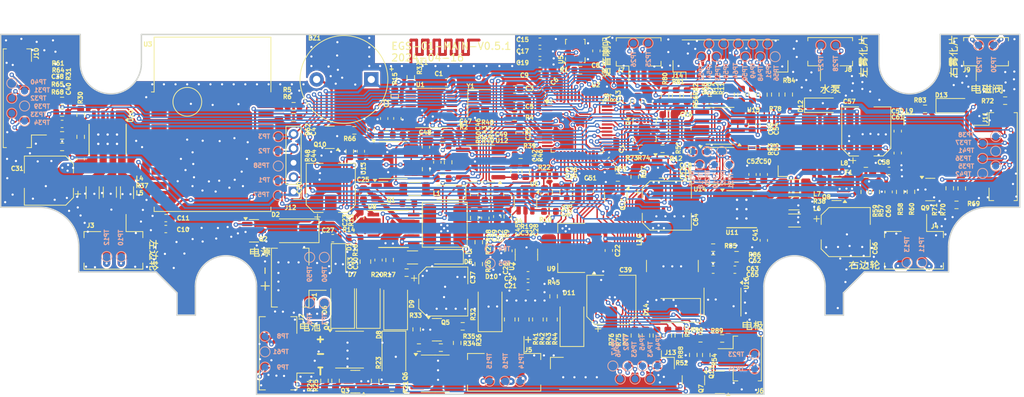
<source format=kicad_pcb>
(kicad_pcb (version 20240108) (generator "pcbnew") (generator_version "8.0")
  (title_block (title "EGS-01-MAIN") (date "2024-04-16") (rev "V0.5.1") (company "Ovobot") (comment 1 "EGS-01-MAIN,141x50x1.6mm,FR4,2层,绿油白字,无铅喷锡"))
  (layers (0 "F.Cu" signal) (31 "B.Cu" signal) (34 "B.Paste" user) (35 "F.Paste" user) (36 "B.SilkS" user "B.Silkscreen") (37 "F.SilkS" user "F.Silkscreen") (38 "B.Mask" user) (39 "F.Mask" user) (44 "Edge.Cuts" user))
  (net 0 "")
  (net 1 "Net-(AE1-A)")
  (net 2 "GND")
  (net 3 "+3V3")
  (net 4 "Net-(BZ1-+)")
  (net 5 "Net-(U1-LDO_OUT)")
  (net 6 "Net-(U2-NRST)")
  (net 7 "+5V")
  (net 8 "Net-(U1-LDO_IN)")
  (net 9 "+3.3VP")
  (net 10 "Net-(U2-VDDA)")
  (net 11 "Net-(U4-REGOUT)")
  (net 12 "+24V")
  (net 13 "VDD")
  (net 14 "+BATT")
  (net 15 "+3.3VA")
  (net 16 "ADC_BATT")
  (net 17 "ADC_LEFT_MOTOR")
  (net 18 "ADC_RIGHT_MOTOR")
  (net 19 "EDGE_DET_LT")
  (net 20 "EDGE_DET_LB")
  (net 21 "EDGE_DET_RB")
  (net 22 "EDGE_DET_RT")
  (net 23 "SCL1")
  (net 24 "SDA1")
  (net 25 "SWDIO")
  (net 26 "SWCLK")
  (net 27 "CHG_ON_LED")
  (net 28 "CHG_DONE_LED")
  (net 29 "START")
  (net 30 "Net-(J4-Pin_1)")
  (net 31 "Net-(J4-Pin_2)")
  (net 32 "SPRAY_FRONT")
  (net 33 "/peripheral/RED")
  (net 34 "VCC_ADJ")
  (net 35 "Net-(U16-FB)")
  (net 36 "Net-(J10-Pin_1)")
  (net 37 "/main/BLE_MCU_RXD")
  (net 38 "/main/BLE_MCU_TXD")
  (net 39 "Net-(J11-Pin_1)")
  (net 40 "Net-(J11-Pin_4)")
  (net 41 "PWM_FAN")
  (net 42 "BELL")
  (net 43 "LED_RED")
  (net 44 "LED_BLUE")
  (net 45 "VOICE_DATA")
  (net 46 "/main/MOSI")
  (net 47 "/main/MISO")
  (net 48 "/main/RF_REST")
  (net 49 "/main/SCS")
  (net 50 "/main/SCK")
  (net 51 "/main/TSD_DATA")
  (net 52 "PWM_LEFT1")
  (net 53 "PWM_LEFT2")
  (net 54 "PWM_RIGHT1")
  (net 55 "PWM_RIGHT2")
  (net 56 "UART2_RX")
  (net 57 "Net-(Q1-D)")
  (net 58 "Net-(Q1-G)")
  (net 59 "/driver/VREF55")
  (net 60 "Net-(U2-BOOT0)")
  (net 61 "Net-(U1-ANTB)")
  (net 62 "ADC_CHG_DET")
  (net 63 "/peripheral/BLUE")
  (net 64 "/pump/VOICE_BUSY")
  (net 66 "Net-(U1-XTALO)")
  (net 67 "Net-(U1-XTALI)")
  (net 70 "VCC")
  (net 74 "TEMP")
  (net 81 "Net-(Q6-G)")
  (net 82 "SPRAY_BACK")
  (net 83 "Net-(U8-VG)")
  (net 84 "Net-(U8-FB)")
  (net 85 "WATER_DET")
  (net 86 "Net-(D4-A)")
  (net 87 "IR_OUT")
  (net 88 "Net-(U8-CSP)")
  (net 89 "Net-(Q3-B)")
  (net 90 "Net-(Q3-C)")
  (net 91 "Net-(Q5-B)")
  (net 92 "Net-(Q8-G)")
  (net 93 "EN_CHRG")
  (net 94 "Net-(Q12-B)")
  (net 95 "Net-(U8-~{CHRG})")
  (net 96 "Net-(U8-~{DONE})")
  (net 97 "Net-(U8-DRV)")
  (net 98 "BATT_ON")
  (net 99 "Net-(Q13-D)")
  (net 100 "LED_WHITE")
  (net 101 "ADC_FAN_MOTOR")
  (net 102 "Net-(C27-Pad1)")
  (net 103 "Net-(C29-Pad1)")
  (net 104 "Net-(U10-VREF)")
  (net 105 "Net-(U12A--)")
  (net 106 "Net-(U12B--)")
  (net 107 "Net-(U13A--)")
  (net 108 "Net-(U13B-+)")
  (net 109 "Net-(U14-PWMN)")
  (net 110 "Net-(U15-~{SD})")
  (net 111 "Net-(U14-PWMP{slash}DAC)")
  (net 112 "Net-(C54-Pad2)")
  (net 113 "Net-(U15-BYPASS)")
  (net 114 "Net-(C57-Pad1)")
  (net 115 "Net-(D4-K)")
  (net 116 "Net-(D10-K)")
  (net 117 "Net-(D11-A)")
  (net 118 "Net-(J3-Pin_1)")
  (net 119 "Net-(J3-Pin_2)")
  (net 120 "Net-(J6-Pin_1)")
  (net 121 "Net-(J6-Pin_2)")
  (net 122 "Net-(J7-Pin_1)")
  (net 123 "Net-(J7-Pin_2)")
  (net 124 "Net-(D12-K)")
  (net 125 "Net-(D12-A)")
  (net 126 "Net-(J10-Pin_4)")
  (net 127 "Net-(J13-Pin_5)")
  (net 128 "Net-(J13-Pin_4)")
  (net 129 "Net-(J14-Pin_4)")
  (net 130 "Net-(J14-Pin_5)")
  (net 131 "Net-(J14-Pin_6)")
  (net 132 "Net-(U10-OUT1)")
  (net 133 "Net-(U10-OUT2)")
  (net 134 "Net-(U11-OUT1)")
  (net 135 "Net-(U11-OUT2)")
  (net 136 "Net-(Q2-D)")
  (net 137 "Net-(Q4-G)")
  (net 138 "Net-(Q5-C)")
  (net 139 "Net-(Q9-G)")
  (net 140 "Net-(Q10-B)")
  (net 141 "Net-(Q11-B)")
  (net 142 "Net-(U3-TL_B1)")
  (net 143 "Net-(U3-TL_B7)")
  (net 144 "Net-(U6-PA3)")
  (net 145 "Net-(U10-ISEN)")
  (net 146 "Net-(U11-ISEN)")
  (net 147 "Net-(U14-PC1{slash}SO)")
  (net 148 "Net-(U15-IN-)")
  (net 149 "Net-(U14-PI1{slash}SCK)")
  (net 150 "Net-(U14-PI0{slash}SI)")
  (net 163 "Net-(D13-K)")
  (net 164 "Net-(D13-A)")
  (net 165 "Net-(D14-K)")
  (net 166 "Net-(J13-Pin_1)")
  (net 167 "Net-(J13-Pin_2)")
  (net 168 "/power/BATT_CHRG")
  (net 169 "Net-(Q13-G)")
  (net 170 "WATER_3.3VSW")
  (footprint "Ovo_Package_SO:SSOP-10_3.9x4.9mm_P1.00mm" (layer "F.Cu") (at 136.512 104.776)
    (property "Reference" "U8")
    (property "Value" "CN3765")
  )
  (footprint "Capacitor_SMD:C_0603_1608Metric" (layer "F.Cu") (at 183.942 110.43 180)
    (property "Reference" "C63")
    (property "Value" "1uF")
  )
  (footprint "Package_SO:Texas_HTSOP-8-1EP_3.9x4.9mm_P1.27mm_EP2.95x4.9mm_Mask2.4x3.1mm_ThermalVias" (layer "F.Cu") (at 184.891 102.022)
    (property "Reference" "U11")
    (property "Value" "DRV8870DDAR")
  )
  (footprint "Capacitor_SMD:C_0603_1608Metric" (layer "F.Cu") (at 149.979 100.798)
    (property "Reference" "C32")
    (property "Value" "1uF")
  )
  (footprint "Connector_JST:JST_GH_BM11B-GHS-TBT_1x11-1MP_P1.25mm_Vertical" (layer "F.Cu") (at 166.918 124.474 180)
    (property "Reference" "J13")
    (property "Value" "GH1.25MM/11ASMT")
  )
  (footprint "Resistor_SMD:R_0603_1608Metric" (layer "F.Cu") (at 148.343 109.654 90)
    (property "Reference" "R26")
    (property "Value" "1M/1%")
  )
  (footprint "Diode_SMD:D_SOD-123" (layer "F.Cu") (at 144.193 99.692 180)
    (property "Reference" "D4")
    (property "Value" "SS14")
  )
  (footprint "Diode_SMD:D_SOD-123" (layer "F.Cu") (at 143.854 108.638 180)
    (property "Reference" "D5")
    (property "Value" "SS14")
  )
  (footprint "Package_SO:SOIC-8_3.9x4.9mm_P1.27mm" (layer "F.Cu") (at 130.398 121.545)
    (property "Reference" "Q4")
    (property "Value" "NCE4435")
  )
  (footprint "Connector_JST:JST_GH_BM10B-GHS-TBT_1x10-1MP_P1.25mm_Vertical" (layer "F.Cu") (at 183.327 81.114)
    (property "Reference" "J14")
    (property "Value" "GH1.25MM/10ASMT")
  )
  (footprint "Resistor_SMD:R_0603_1608Metric" (layer "F.Cu") (at 131.1 106.05)
    (property "Reference" "R14")
    (property "Value" "120R")
  )
  (footprint "Diode_SMD:D_SMA" (layer "F.Cu") (at 133.002 115.071 90)
    (property "Reference" "D6")
    (property "Value" "SS34")
  )
  (footprint "Package_TO_SOT_SMD:SOT-23" (layer "F.Cu") (at 198.0685 99.271 180)
    (property "Reference" "Q8")
    (property "Value" "CJ2310")
  )
  (footprint "Capacitor_SMD:C_0603_1608Metric" (layer "F.Cu") (at 147.72 100.036 -90)
    (property "Reference" "C45")
    (property "Value" "0.1uF")
  )
  (footprint "Resistor_SMD:R_0603_1608Metric" (layer "F.Cu") (at 152.395 103.046 -90)
    (property "Reference" "R9")
    (property "Value" "10K/1%")
  )
  (footprint "Capacitor_SMD:C_0603_1608Metric" (layer "F.Cu") (at 187.957 97.203 90)
    (property "Reference" "C50")
    (property "Value" "10uF")
  )
  (footprint "Package_LGA:LGA-16_3x3mm_P0.5mm_LayoutBorder3x5y" (layer "F.Cu") (at 171.39 91.008 -90)
    (property "Reference" "U4")
    (property "Value" "MPU-6887P")
  )
  (footprint "Package_SO:SOIC-8_3.9x4.9mm_P1.27mm" (layer "F.Cu") (at 181.873 96.001)
    (property "Reference" "U14")
    (property "Value" "WT588F02B-8S-B2(EGS-01)")
  )
  (footprint "Resistor_SMD:R_0603_1608Metric" (layer "F.Cu") (at 136.307 126.804)
    (property "Reference" "R21")
    (property "Value" "1K/1%")
  )
  (footprint "Capacitor_SMD:CP_Elec_6.3x7.7" (layer "F.Cu") (at 143.423 113.465)
    (property "Reference" "C37")
    (property "Value" "100uF/35V")
  )
  (footprint "Ovo_Connector_JST:JST_PH_B3B-PH-SM4-TB_1x03-1MP_P2.00mm_Vertical" (layer "F.Cu") (at 151.882 122.939 180)
    (property "Reference" "J5")
    (property "Value" "PH2.0MM/3ASMT")
  )
  (footprint "Package_TO_SOT_SMD:SOT-23" (layer "F.Cu") (at 174.0715 96.146)
    (property "Reference" "Q12")
    (property "Value" "SS8050")
  )
  (footprint "Resistor_SMD:R_0603_1608Metric" (layer "F.Cu") (at 176.149 119.571 -90)
    (property "Reference" "R88")
    (property "Value" "0R")
  )
  (footprint "Package_SO:SOIC-8_3.9x4.9mm_P1.27mm" (layer "F.Cu") (at 148.608 95.68 180)
    (property "Reference" "U12")
    (property "Value" "LMV358TP-SR")
  )
  (footprint "Capacitor_SMD:C_0603_1608Metric" (layer "F.Cu") (at 146.36 91.715)
    (property "Reference" "C49")
    (property "Value" "10nF")
  )
  (footprint "Capacitor_SMD:CP_Elec_6.3x7.7" (layer "F.Cu") (at 174.483 101.532)
    (property "Reference" "C64")
    (property "Value" "470uF/10V")
  )
  (footprint "Capacitor_SMD:C_0603_1608Metric" (layer "F.Cu") (at 128.071 106.06 180)
    (property "Reference" "C27")
    (property "Value" "220nF")
  )
  (footprint "Resistor_SMD:R_0603_1608Metric" (layer "F.Cu") (at 203.514 99.629 -90)
    (property "Reference" "R57")
    (property "Value" "1K/1%")
  )
  (footprint "Capacitor_SMD:CP_Elec_6.3x7.7" (layer "F.Cu") (at 166.7764 114.6124 90)
    (property "Reference" "C39")
    (property "Value" "100uF/35V")
  )
  (footprint "Capacitor_SMD:C_0805_2012Metric" (layer "F.Cu") (at 184.176 108.632 180)
    (property "Reference" "C62")
    (property "Value" "10uF/35V")
  )
  (footprint "Resistor_SMD:R_0805_2012Metric" (layer "F.Cu") (at 152.6485 117.351 90)
    (property "Reference" "R41")
    (property "Value" "0.1R")
  )
  (footprint "Capacitor_SMD:C_0603_1608Metric" (layer "F.Cu") (at 186.395 97.203 90)
    (property "Reference" "C52")
    (property "Value" "1nF")
  )
  (footprint "Resistor_SMD:R_0603_1608Metric" (layer "F.Cu") (at 139.724 118.733 90)
    (property "Reference" "R33")
    (property "Value" "10K/1%")
  )
  (footprint "Resistor_SMD:R_0603_1608Metric" (layer "F.Cu") (at 143.321 93.24 180)
    (property "Reference" "R40")
    (property "Value" "15K/1%")
  )
  (footprint "Resistor_SMD:R_0805_2012Metric" (layer "F.Cu") (at 158.52925 117.351 90)
    (property "Reference" "R44")
    (property "Value" "0.1R")
  )
  (footprint "Ovo_RF_Module:Tuya_BT3L" (layer "F.Cu") (at 111.357 93.734)
    (property "Reference" "U3")
    (property "Value" "BT3L")
  )
  (footprint "Resistor_SMD:R_0603_1608Metric" (layer "F.Cu") (at 180.477 86.867 180)
    (property "Reference" "R56")
    (property "Value" "12K/1%")
  )
  (footprint "Capacitor_SMD:C_0603_1608Metric" (layer "F.Cu") (at 93.033 95.061 90)
    (property "Reference" "C40")
    (property "Value" "0.1uF")
  )
  (footprint "Capacitor_SMD:C_0603_1608Metric" (layer "F.Cu") (at 149.26 103.25 -90)
    (property "Reference" "C29")
    (property "Value" "1nF")
  )
  (footprint "Resistor_SMD:R_0603_1608Metric" (layer "F.Cu") (at 214.735 101.432)
    (property "Reference" "R69")
    (property "Value" "10K/1%")
  )
  (footprint "Capacitor_SMD:C_0603_1608Metric" (layer "F.Cu") (at 143.331 91.624)
    (property "Reference" "C48")
    (property "Value" "0.1uF")
  )
  (footprint "Capacitor_SMD:C_0603_1608Metric" (layer "F.Cu") (at 155.198 111.209 180)
    (property "Reference" "C24")
    (property "Value" "10uF")
  )
  (footprint "Inductor_SMD:L_1206_3216Metric" (layer "F.Cu") (at 192.232 98.8248)
    (property "Reference" "L7")
    (property "Value" "120R@100MHz/3A")
  )
  (footprint "Resistor_SMD:R_0603_1608Metric" (layer "F.Cu") (at 154.1685 94.46 180)
    (property "Reference" "R39")
    (property "Value" "15K/1%")
  )
  (footprint "Resistor_SMD:R_0603_1608Metric" (layer "F.Cu") (at 90.453 93.373 180)
    (property "Reference" "R68")
    (property "Value" "470R")
  )
  (footprint "Resistor_SMD:R_0603_1608Metric" (layer "F.Cu") (at 183.343 86.096 90)
    (property "Reference" "R55")
    (property "Value" "10K/1%")
  )
  (footprint "Capacitor_SMD:C_0603_1608Metric" (layer "F.Cu") (at 174.696 91.9444 180)
    (property "Reference" "C14")
    (property "Value" "0.47uF")
  )
  (footprint "Resistor_SMD:R_0805_2012Metric" (layer "F.Cu") (at 156.569 117.351 90)
    (property "Reference" "R43")
    (property "Value" "0.1R")
  )
  (footprint "Capacitor_SMD:C_0603_1608Metric" (layer "F.Cu") (at 131.97 93.975 90)
    (property "Reference" "C44")
    (property "Value" "0.1uF")
  )
  (footprint "Capacitor_SMD:C_0603_1608Metric" (layer "F.Cu") (at 174.696 88.871 180)
    (property "Reference" "C18")
    (property "Value" "2.2uF")
  )
  (footprint "Ovo_Connector_JST:JST_ZH_B2B-ZR-SM4-TF_1x02-1MP_P1.50mm_Vertical" (layer "F.Cu") (at 197.187 81.543)
    (property "Reference" "J8")
    (property "Value" "ZH1.5MM/2ASMT")
  )
  (footprint "Package_TO_SOT_SMD:SOT-23" (layer "F.Cu") (at 178.181 125.7985 -90)
    (property "Reference" "Q7")
    (property "Value" "SS8050")
  )
  (footprint "Ovo_Oscillaror:Oscillator_SMD_Abracon_ASE-4Pin_3.2x2.5mm" (layer "F.Cu") (at 148.402 87.318 -90)
    (property "Reference" "Y1")
    (property "Value" "12MHz/22pF(10ppm)")
  )
  (footprint "Capacitor_SMD:C_0603_1608Metric" (layer "F.Cu") (at 152.338 100.036 -90)
    (property "Reference" "C28")
    (property "Value" "1uF")
  )
  (footprint "Ovo_Inductor_Boost:L_WLJ_CD0805" (layer "F.Cu") (at 211.74 93.138 90)
    (property "Reference" "L9")
    (property "Value" "10/500uH")
  )
  (footprint "Ovo_Connector_JST:JST_ZH_B6B-ZR-SM4-TF_1x06-1MP_P1.50mm_Vertical" (layer "F.Cu") (at 219.822 94.724 -90)
    (property "Reference" "J11")
    (property "Value" "ZH1.5MM/6ASMT")
  )
  (footprint "Package_TO_SOT_SMD:SOT-23" (layer "F.Cu") (at 117.1195 105.032)
    (property "Reference" "Q2")
    (property "Value" "SI2302")
  )
  (footprint "Resistor_SMD:R_0603_1608Metric" (layer "F.Cu") (at 206.913 99.63 90)
    (property "Reference" "R58")
    (property "Value" "1K/1%")
  )
  (footprint "Capacitor_SMD:C_0603_1608Metric" (layer "F.Cu") (at 161.406 98.864)
    (property "Reference" "C36")
    (property "Value" "0.1uF")
  )
  (footprint "Resistor_SMD:R_0603_1608Metric" (layer "F.Cu") (at 179.967 122.289 -90)
    (property "Reference" "R54")
    (property "Value" "470R")
  )
  (footprint "Resistor_SMD:R_0603_1608Metric" (layer "F.Cu") (at 158.241 102.332 180)
    (property "Reference" "R10")
    (property "Value" "10K/1%")
  )
  (footprint "Resistor_SMD:R_0603_1608Metric" (layer "F.Cu") (at 213.794 99.121 90)
    (property "Reference" "R71")
    (property "Value" "10K/1%")
  )
  (footprint "Package_TO_SOT_SMD:SOT-23" (layer "F.Cu") (at 127.6325 92.036 180)
    (property "Reference" "Q10")
    (property "Value" "SS8050")
  )
  (footprint "Package_TO_SOT_SMD:SOT-23-5" (layer "F.Cu") (at 154.978 108.356 90)
    (property "Reference" "U7")
    (property "Value" "DS8562-33S5")
  )
  (footprint "Resistor_SMD:R_0603_1608Metric" (layer "F.Cu") (at 175.782 86.301 90)
    (property "Reference" "R81")
    (property "Value" "1K/1%")
  )
  (footprint "Package_SO:SOIC-8_3.9x4.9mm_P1.27mm" (layer "F.Cu") (at 181.873 90.4384 180)
    (property "Reference" "U15")
    (property "Value" "8002A")
  )
  (footprint "Capacitor_SMD:C_0603_1608Metric" (layer "F.Cu") (at 156.852 78.7386)
    (property "Reference" "C15")
    (property "Value" "NC/10nF")
  )
  (footprint "Package_SO:SOIC-8_3.9x4.9mm_P1.27mm" (layer "F.Cu") (at 142.304 124.86)
    (property "Reference" "Q6")
    (property "Value" "NCE4435")
  )
  (footprint "Resistor_SMD:R_1206_3216Metric" (layer "F.Cu") (at 139.149 108.727 180)
    (property "Reference" "R20")
    (property "Value" "0.5R/1%")
  )
  (footprint "Diode_SMD:D_SOD-123" (layer "F.Cu") (at 195.9765 87.585)
    (property "Reference" "D12")
    (property "Value" "SS14")
  )
  (footprint "Resistor_SMD:R_0603_1608Metric" (layer "F.Cu") (at 161.403 100.5)
    (property "Reference" "R29")
    (property "Value" "100K/1%")
  )
  (footprint "Resistor_SMD:R_0603_1608Metric" (layer "F.Cu") (at 187.906 86.12 -90)
    (property "Reference" "R11")
    (property "Value" "10K/1%")
  )
  (footprint "Resistor_SMD:R_0603_1608Metric" (layer "F.Cu") (at 170.872 93.637)
    (property "Reference" "R73")
    (property "Value" "1K/1%")
  )
  (footprint "Capacitor_SMD:C_0603_1608Metric" (layer "F.Cu") (at 143.851 84.4059 180)
    (property "Reference" "C1")
    (property "Value" "1uF")
  )
  (footprint "Resistor_SMD:R_0603_1608Metric" (layer "F.Cu") (at 154.877 96.744 -90)
    (property "Reference" "R46")
    (property "Value" "51K/1%")
  )
  (footprint "Resistor_SMD:R_0603_1608Metric" (layer "F.Cu") (at 215.478 99.139 90)
    (property "Reference" "R70")
    (property "Value" "470R")
  )
  (footprint "Resistor_SMD:R_0603_1608Metric" (layer "F.Cu") (at 90.453 88.58725 180)
    (property "Reference" "R64")
    (property "Value" "470R")
  )
  (footprint "Capacitor_SMD:C_0603_1608Metric" (layer "F.Cu") (at 186.339 90.207 -90)
    (property "Reference" "C55")
    (property "Value" "1uF")
  )
  (footprint "Capacitor_SMD:C_0603_1608Metric" (layer "F.Cu") (at 156.852 80.288)
    (property "Reference" "C17")
    (property "Value" "NC/0.1uF")
  )
  (footprint "Resistor_SMD:R_0603_1608Metric" (layer "F.Cu") (at 186.387 86.112 -90)
    (property "Reference" "R12")
    (property "Value" "10K/1%")
  )
  (footprint "Diode_SMD:D_SOD-123" (layer "F.Cu") (at 128.867 109.175 -90)
    (property "Reference" "D1")
    (property "Value" "SS14")
  )
  (footprint "Resistor_SMD:R_0603_1608Metric" (layer "F.Cu") (at 158.75 114.136 90)
    (property "Reference" "R45")
    (property "Value" "15K/1%")
  )
  (footprint "Resistor_SMD:R_0603_1608Metric" (layer "F.Cu") (at 221.498 86.944)
    (property "Reference" "R72")
    (property "Value" "470R")
  )
  (footprint "Package_TO_SOT_SMD:SOT-23" (layer "F.Cu") (at 131.1965 125.984 180)
    (property "Reference" "Q3")
    (property "Value" "SS8050")
  )
  (footprint "Resistor_SMD:R_0805_2012Metric" (layer "F.Cu") (at 154.60875 117.351 90)
    (property "Reference" "R42")
    (property "Value" "0.1R")
  )
  (footprint "Capacitor_SMD:C_0603_1608Metric" (layer "F.Cu") (at 154.015 91.431 -90)
    (property "Reference" "C35")
    (property "Value" "0.1uF")
  )
  (footprint "Ovo_Connector_JST:JST_ZH_B2B-ZR-SM4-TF_1x02-1MP_P1.50mm_Vertical" (layer "F.Cu") (at 184.262 122.771 -90)
    (property "Reference" "J6")
    (property "Value" "ZH1.5MM/2ASMT")
  )
  (footprint "Resistor_SMD:R_1206_3216Metric" (layer "F.Cu") (at 97.089 99.658 -90)
    (property "Reference" "R37")
    (property "Value" "0.033R/1%(1W)")
  )
  (footprint "Capacitor_SMD:C_0603_1608Metric" (layer "F.Cu") (at 157.497 99.915 -90)
    (property "Reference" "C34")
    (property "Value" "0.1uF")
  )
  (footprint "Resistor_SMD:R_0603_1608Metric" (layer "F.Cu") (at 148.353 106.614 90)
    (property "Reference" "R27")
    (property "Value" "100K/1%")
  )
  (footprint "Resistor_SMD:R_0603_1608Metric" (layer "F.Cu") (at 174.244 86.301 90)
    (property "Reference" "R80")
    (property "Value" "10K/1%")
  )
  (footprint "Capacitor_SMD:C_0603_1608Metric" (layer "F.Cu") (at 150.927 103.046 90)
    (property "Reference" "C12")
    (property "Value" "0.1uF")
  )
  (footprint "Ovo_Inductor_SMD:L_GZJ_CD75" (layer "F.Cu") (at 175.256 109.925 90)
    (property "Reference" "L10")
    (property "Value" "68uH")
  )
  (footprint "Package_TO_SOT_SMD:SOT-23" (layer "F.Cu") (at 181.857 126.082 180)
    (property "Reference" "Q13")
    (property "Value" "SI2301")
  )
  (footprint "Capacitor_SMD:C_0603_1608Metric" (layer "F.Cu") (at 166.757992 95.236008 -135)
    (property "Reference" "C7")
    (property "Value" "0.1uF")
  )
  (footprint "Resistor_SMD:R_0603_1608Metric" (layer "F.Cu") (at 159.101 99.652 90)
    (property "Reference" "R28")
    (property "Value" "1M/1%")
  )
  (footprint "Resistor_SMD:R_0603_1608Metric" (layer "F.Cu") (at 135.965 109.092 -90)
    (property "Reference" "R16")
    (property "Value" "1.5M/1%")
  )
  (footprint "Resistor_SMD:R_0603_1608Metric" (layer "F.Cu") (at 173.11175 119.579 -90)
    (property "Reference" "R77")
    (property "Value" "10K/1%")
  )
  (footprint "Capacitor_SMD:C_0603_1608Metric" (layer "F.Cu") (at 164.699 80.03 90)
    (property "Reference" "C8")
    (property "Value" "0.1uF")
  )
  (footprint "Resistor_SMD:R_0603_1608Metric" (layer "F.Cu") (at 90.453 91.77775 180)
    (property "Reference" "R65")
    (property "Value" "10K/1%")
  )
  (footprint "Resistor_SMD:R_0603_1608Metric" (layer "F.Cu") (at 173.891 93.637)
    (property "Reference" "R74")
    (property "Value" "10K/1%")
  )
  (footprint "Capacitor_SMD:C_0603_1608Metric" (layer "F.Cu") (at 134.425 109.092 -90)
    (property "Reference" "C30")
    (property "Value" "1.5pF")
  )
  (footprint "Diode_SMD:D_SMA" (layer "F.Cu") (at 136.807 115.273 90)
    (property "Reference" "D9")
    (property "Value" "SMAJ24CA")
  )
  (footprint "Resistor_SMD:R_0603_1608Metric" (layer "F.Cu") (at 171.582375 119.579 -90)
    (property "Reference" "R75")
    (property "Value" "330R")
  )
  (footprint "Resistor_SMD:R_0603_1608Metric" (layer "F.Cu") (at 141.037 96.468 90)
    (property "Reference" "R50")
    (property "Value" "2K/1%")
  )
  (footprint "Resistor_SMD:R_0603_1608Metric" (layer "F.Cu") (at 182.175 119.989)
    (property "Reference" "R89")
    (property "Value" "1K/1%")
  )
  (footprint "Diode_SMD:D_SMA" (layer "F.Cu") (at 149.925 115.5355 90)
    (property "Reference" "D10")
    (property "Value" "1N4004")
  )
  (footprint "Capacitor_SMD:C_0603_1608Metric" (layer "F.Cu") (at 156.856 83.362)
    (property "Reference" "C9")
    (property "Value" "4.7uF")
  )
  (footprint "Resistor_SMD:R_0603_1608Metric" (layer "F.Cu") (at 145.349 120.614 -90)
    (property "Reference" "R36")
    (property "Value" "0R")
  )
  (footprint "Package_TO_SOT_SMD:SOT-23" (layer "F.Cu") (at 167.394 100.316 -90)
    (property "Reference" "Q11")
    (property "Value" "SS8050")
  )
  (footprint "Buzzer_Beeper:Buzzer_12x9.5RM7.6" (layer "F.Cu") (at 133.42 83.999 180)
    (property "Reference" "BZ1")
    (property "Value" "85dB/5V")
  )
  (footprint "Resistor_SMD:R_0603_1608Metric" (layer "F.Cu") (at 177.32 86.301 90)
    (property "Reference" "R82")
    (property "Value" "1K/1%")
  )
  (footprint "Resistor_SMD:R_0603_1608Metric" (layer "F.Cu") (at 143.083 121.259)
    (property "Reference" "R35")
    (property "Value" "680R")
  )
  (footprint "Resistor_SMD:R_0603_1608Metric" (layer "F.Cu") (at 93.033 88.893 -90)
    (property "Reference" "R30")
    (property "Value" "4.7K/1%")
  )
  (footprint "Capacitor_SMD:C_0603_1608Metric" (layer "F.Cu") (at 166.425 107.768 -90)
    (property "Reference" "C22")
    (property "Value" "10uF")
  )
  (footprint "Resistor_SMD:R_0603_1608Metric" (layer "F.Cu") (at 184.869 86.104 90)
    (property "Reference" "R79")
    (property "Value" "330R")
  )
  (footprint "Ovo_Connector_JST:JST_PH_B2B-PH-SM4-TB_1x02-1MP_P2.00mm_Vertical" (layer "F.Cu") (at 97.587 106.002 180)
    (property "Reference" "J3")
    (property "Value" "PH2.0MM/2ASMT")
  )
  (footprint "Capacitor_SMD:C_0603_1608Metric" (layer "F.Cu") (at 104.866 103.261 180)
    (property "Reference" "C11")
    (property "Value" "0.1uF")
  )
  (footprint "Package_TO_SOT_SMD:SOT-23" (layer "F.Cu") (at 211.091 99.294)
    (property "Reference" "Q9")
    (property "Value" "CJ2310")
  )
  (footprint "Capacitor_SMD:C_0603_1608Metric" (layer "F.Cu") (at 171.963 87.08 -90)
    (property "Reference" "C13")
    (property "Value" "10nF")
  )
  (footprint "Resistor_SMD:R_0603_1608Metric" (layer "F.Cu") (at 170.4505 87.0776 90)
    (property "Reference" "R7")
    (property "Value" "4.7K/1%")
  )
  (footprint "Ovo_Connector_JST:JST_PH_B2B-PH-SM4-TB_1x02-1MP_P2.00mm_Vertical" (layer "F.Cu") (at 208.83 105.984 180)
    (property "Reference" "J4")
    (property "Value" "PH2.0MM/2ASMT")
  )
  (footprint "Resistor_SMD:R_0603_1608Metric" (layer "F.Cu") (at 130.432 93.987 90)
    (property "Reference" "R48")
    (property "Value" "51K/1%")
  )
  (footprint "Resistor_SMD:R_0603_1608Metric" (layer "F.Cu") (at 189.561 86.096 -90)
    (property "Reference" "R78")
    (property "Value" "10K/1%")
  )
  (footprint "Capacitor_SMD:C_0603_1608Metric" (layer "F.Cu") (at 138.59 91.719)
    (property "Reference" "C47")
    (property "Value" "0.1uF")
  )
  (footprint "Resistor_SMD:R_0603_1608Metric" (layer "F.Cu") (at 140.04 121.259)
    (property "Reference" "R34")
    (property "Value" "680R")
  )
  (footprint "Capacitor_SMD:C_0603_1608Metric" (layer "F.Cu") (at 141.013 93.414 90)
    (property "Reference" "C46")
    (property "Value" "0.1uF")
  )
  (footprint "Capacitor_SMD:C_0603_1608Metric" (layer "F.Cu") (at 135.21 89.428 90)
    (property "Reference" "C2")
    (property "Value" "1uF")
  )
  (footprint "Package_SO:SOIC-8_3.9x4.9mm_P1.27mm" (layer "F.Cu") (at 182.218 114.933 -90)
    (property "Reference" "U16")
    (property "Value" "XL1509-ADJ")
  )
  (footprint "Resistor_SMD:R_0603_1608Metric" (layer "F.Cu") (at 191.426 86.096 -90)
    (property "Reference" "R84")
    (property "Value" "0R")
  )
  (footprint "Resistor_SMD:R_0603_1608Metric" (layer "F.Cu") (at 174.625 119.5832 -90)
    (property "Reference" "R87")
    (property "Value" "0R")
  )
  (footprint "Resistor_SMD:R_0603_1608Metric" (layer "F.Cu") (at 158.196 97.383 180)
    (property "Reference" "R22")
    (property "Value" "10K/1%")
  )
  (footprint "Ovo_Connector_JST:JST_ZH_B2B-ZR-SM4-TF_1x02-1MP_P1.50mm_Vertical" (layer "F.Cu") (at 218.841 81.543)
    (property "Reference" "J9")
    (property "Value" "ZH1.5MM/2ASMT")
  )
  (footprint "Capacitor_SMD:CP_Elec_6.3x7.7" (layer "F.Cu") (at 199.346 105.212)
    (property "Reference" "C66")
    (property "Value" "100uF/35V")
  )
  (footprint "Diode_SMD:D_SMA" (layer "F.Cu") (at 122.644 105.028 180)
    (property "Reference" "D2")
    (property "Value" "SMAJ24CA")
  )
  (footprint "Capacitor_SMD:C_0603_1608Metric" (layer "F.Cu") (at 90.453 90.1825 180)
    (property "Reference" "C38")
    (property "Value" "0.1uF")
  )
  (footprint "Capacitor_SMD:C_0603_1608Metric" (layer "F.Cu") (at 157.254 85.776 45)
    (property "Reference" "C6")
    (property "Value" "0.1uF")
  )
  (footprint "Capacitor_SMD:CP_Elec_6.3x7.7" (layer "F.Cu") (at 127.789 99.062 90)
    (property "Reference" "C20")
    (property "Value" "100uF/35V")
  )
  (footprint "Capacitor_SMD:C_0603_1608Metric" (layer "F.Cu") (at 180.923 110.427 180)
    (property "Reference" "C65")
    (property "Value" "3.3nF")
  )
  (footprint "Resistor_SMD:R_0603_1608Metric" (layer "F.Cu") (at 93.033 91.977 -90)
    (property "Reference" "R31")
    (property "Value" "3.3K/1%")
  )
  (footprint "Resistor_SMD:R_0603_1608Metric" (layer "F.Cu") (at 170.053 119.579 -90)
    (property "Reference" "R76")
    (property "Value" "330R")
  )
  (footprint "Capacitor_SMD:C_0603_1608Metric" (layer "F.Cu") (at 163.764 99.605 90)
    (property "Reference" "C51")
    (property "Value" "1uF")
  )
  (footprint "Resistor_SMD:R_0603_1608Metric" (layer "F.Cu") (at 208.407 99.609 -90)
    (property "Reference" "R60")
    (property "Value" "10K/1%")
  )
  (footprint "Capacitor_SMD:C_0603_1608Metric" (layer "F.Cu") (at 131.866 103.253 -90)
    (property "Reference" "C23")
    (property "Value" "0.1uF")
  )
  (footprint "Resistor_SMD:R_0603_1608Metric" (layer "F.Cu") (at 135.579 91.722)
    (property "Reference" "R2")
    (property "Value" "0R")
  )
  (footprint "Package_TO_SOT_SMD:SOT-223-3_TabPin2" (layer "F.Cu") (at 161.236 107.406 180)
    (property "Reference" "U9")
    (property "Value" "AMS1117-5.0")
  )
  (footprint "Resistor_SMD:R_0603_1608Metric" (layer "F.Cu") (at 126.917 125.868 90)
    (property "Reference" "R24")
    (property "Value" "10K/1%")
  )
  (footprint "Resistor_SMD:R_0603_1608Metric" (layer "F.Cu") (at 179.164 119.969)
    (property "Reference" "R90")
    (property "Value" "10K/1%")
  )
  (footprint "Ovo_Connector_JST:JST_ZH_B2B-ZR-SM4-TF_1x02-1MP_P1.50mm_Vertical" (layer "F.Cu") (at 170.569 81.564)
    (property "Reference" "J7")
    (property "Value" "ZH1.5MM/2ASMT")
  )
  (footprint "Resistor_SMD:R_0603_1608Metric" (layer "F.Cu") (at 147.735 103.239 90)
    (property "Reference" "R18")
    (property "Value" "100R")
  )
  (footprint "Capacitor_SMD:C_0603_1608Metric" (layer "F.Cu") (at 206.571 91.179 90)
    (property "Reference" "C59")
    (property "Value" "1uF")
  )
  (footprint "Ovo_Inductor_Boost:L_WLJ_CD0805" (layer "F.Cu") (at 194.256 93.181 180)
    (property "Reference" "L8")
    (property "Value" "10/500uH")
  )
  (footprint "Package_LGA:LGA-14_3x2.5mm_P0.5mm_LayoutBorder3x4y" (layer "F.Cu") (at 161.769 80.0395 90)
    (property "Reference" "U5")
    (property "Value" "NC/LSM6DSR")
  )
  (footprint "Capacitor_SMD:C_0603_1608Metric" (layer "F.Cu") (at 104.866 104.785 180)
    (property "Reference" "C10")
    (property "Value" "1uF")
  )
  (footprint "Ovo_Connector_JST:JST_ZH_B7B-ZR-SM4-TF_1x07-1MP_P1.50mm_Vertical" (layer "F.Cu") (at 85.632 86.609 90)
    (property "Reference" "J10")
    (property "Value" "ZH1.5MM/7ASMT")
  )
  (footprint "Resistor_SMD:R_0603_1608Metric" (layer "F.Cu") (at 153.312675 89.147675 180)
    (property "Reference" "R4")
    (property "Value" "0R")
  )
  (footprint "Capacitor_SMD:C_0603_1608Metric" (layer "F.Cu") (at 187.929 93.49 -90)
    (property "Reference" "C53")
    (property "Value" "1uF")
  )
  (footprint "Resistor_SMD:R_0603_1608Metric" (layer "F.Cu") (at 210.367 88.085 180)
    (property "Reference" "R83")
    (property "Value" "0R")
  )
  (footprint "Diode_SMD:D_SMA" (layer "F.Cu") (at 136.56 122.489 -90)
    (property "Reference" "D8")
    (property "Value" "SS34")
  )
  (footprint "Ovo_Inductor_SMD:L_GZJ_WNR6045" (layer "F.Cu") (at 143.625 104.185 180)
    (property "Reference" "L3")
    (property "Value" "100uH")
  )
  (footprint "Ovo_RF_Antenna:Ovo_PA2401_2.4GHz_Right" (layer "F.Cu") (at 138.9211 81.7372)
    (property "Reference" "AE1")
    (property "Value" "NC/Antenna")
  )
  (footprint "Capacitor_SMD:C_0805_2012Metric" (layer "F.Cu") (at 132.602 109.312 -90)
    (property "Reference" "C33")
    (property "Value" "10uF/35V")
  )
  (footprint "Diode_SMD:D_SMA" (layer "F.Cu") (at 175.6545 116.087 180)
    (property "Reference" "D14")
    (property "Value" "SS34")
  )
  (footprint "Inductor_SMD:L_1206_3216Metric" (layer "F.Cu") (at 94.7014 99.728 -90)
    (property "Reference" "L4")
    (property "Value" "120R@100MHz/3A")
  )
  (footprint "Resistor_SMD:R_0603_1608Metric" (layer "F.Cu") (at 186.339 93.49 90)
    (property "Reference" "R53")
    (property "Value" "10K/1%")
  )
  (footprint "Resistor_SMD:R_0603_1608Metric" (layer "F.Cu") (at 180.923 107.368)
    (property "Reference" "R85")
    (property "Value" "1K/1%")
  )
  (footprint "Capacitor_SMD:C_0603_1608Metric" (layer "F.Cu") (at 206.571 94.228 -90)
    (property "Reference" "C61")
    (property "Value" "0.1uF")
  )
  (footprint "Resistor_SMD:R_0603_1608Metric" (layer "F.Cu") (at 133.341 90.973 -90)
    (property "Reference" "R62")
    (property "Value" "1K/1%")
  )
  (footprint "Resistor_SMD:R_0603_1608Metric" (layer "F.Cu") (at 144.097 95.507 -90)
    (property "Reference" "R47")
    (property "Value" "51K/1%")
  )
  (footprint "Fuse:Fuse_0805_2012Metric" (layer "F.Cu") (at 202.147 96.919)
    (property "Reference" "F1")
    (property "Value" "MF-PSMF050X")
  )
  (footprint "Resistor_SMD:R_0603_1608Metric" (layer "F.Cu") (at 177.281 93.998 -90)
    (property "Reference" "R51")
    (property "Value" "0R")
  )
  (footprint "Package_TO_SOT_SMD:SOT-23" (layer "F.Cu") (at 142.5315 118.776)
    (property "Reference" "Q5")
    (property "Value" "SS8050")
  )
  (footprint "Capacitor_SMD:C_0603_1608Metric" (layer "F.Cu") (at 153.3305 96.744 -90)
    (property "Reference" "C42")
    (property "Value" "0.1uF")
  )
  (footprint "Resistor_SMD:R_0603_1608Metric" (layer "F.Cu") (at 133.954 125.868 -90)
    (property "Reference" "R23")
    (property "Value" "10K/1%")
  )
  (footprint "Resistor_SMD:R_0603_1608Metric" (layer "F.Cu") (at 138.327 110.842 180)
    (property "Reference" "R17")
    (property "Value" "120K/1%")
  )
  (footprint "Resistor_SMD:R_0603_1608Metric" (layer "F.Cu") (at 168.938 87.0776 90)
    (property "Reference" "R8")
    (property "Value" "4.7K/1%")
  )
  (footprint "Resistor_SMD:R_0603_1608Metric" (layer "F.Cu") (at 146.12 118.308 180)
    (property "Reference" "R32")
    (property "Value" "1K/1%")
  )
  (footprint "Resistor_SMD:R_0603_1608Metric" (layer "F.Cu") (at 149.95 99.285 180)
    (property "Reference" "R19")
    (property "Value" "0R")
  )
  (footprint "Resistor_SMD:R_0603_1608Metric" (layer "F.Cu") (at 180.923 108.8975 180)
    (property "Reference" "R86")
    (property "Value" "5.6K/1%")
  )
  (footprint "Ovo_Connector_JST:JST_PH_B3B-PH-SM4-TB_1x03-1MP_P2.00mm_Vertical" (layer "F.Cu") (at 122.215 122.05 90)
    (property "Reference" "J2")
    (property "Value" "PH2.0MM/3ASMT")
  )
  (footprint "Resistor_SMD:R_0603_1608Metric" (layer "F.Cu") (at 128.4535 125.868 90)
    (property "Reference" "R25")
    (property "Value" "10K/1%")
  )
  (footprint "Capacitor_SMD:C_0603_1608Metric" (layer "F.Cu") (at 132.332 99.935 -90)
    (property "Reference" "C25")
    (property "Value" "0.1uF")
  )
  (footprint "Resistor_SMD:R_0603_1608Metric" (layer "F.Cu") (at 131.071 91.074)
    (property "Reference" "R66")
    (property "Value" "10K/1%")
  )
  (footprint "Package_TO_SOT_SMD:SOT-23" (layer "F.Cu") (at 135.087 99.71)
    (property "Reference" "Q1")
    (property "Value" "HSS6107")
  )
  (footprint "Resistor_SMD:R_0603_1608Metric" (layer "F.Cu") (at 122.623 89.249)
    (property "Reference" "R6")
    (property "Value" "0R")
  )
  (footprint "Capacitor_SMD:C_0603_1608Metric" (layer "F.Cu") (at 153.313 87.633)
    (property "Reference" "C5")
    (property "Value" "0.1uF")
  )
  (footprint "Diode_SMD:D_SOD-123" (layer "F.Cu") (at 214.2495 87.645)
    (property "Reference" "D13")
    (property "Value" "SS14")
  )
  (footprint "Package_TO_SOT_SMD:SOT-23-6" (layer "F.Cu") (at 154.847 100.9735 -90)
    (property "Reference" "U6")
    (property "Value" "PMS150C-U06 (0xD407B2)")
  )
  (footprint "Inductor_SMD:L_1206_3216Metric" (layer "F.Cu") (at 139.445 99.223)
    (property "Reference" "L1")
    (property "Value" "120R@100MHz/3A")
  )
  (footprint "Capacitor_SMD:C_0603_1608Metric" (layer "F.Cu") (at 155.199 112.732 180)
    (property "Reference" "C21")
    (property "Value" "1uF")
  )
  (footprint "Capacitor_SMD:C_0603_1608Metric" (layer "F.Cu") (at 152.474 107.809 -90)
    (property "Reference" "C26")
    (property "Value" "1uF")
  )
  (footprint "Capacitor_SMD:C_0603_1608Metric" (layer "F.Cu") (at 156.852 81.812)
    (property "Reference" "C19")
    (property "Value" "NC/2.2uF")
  )
  (footprint "Capacitor_SMD:C_0603_1608Metric" (layer "F.Cu") (at 174.696 90.395 180)
    (property "Reference" "C16")
    (property "Value" "0.1uF")
  )
  (footprint "Capacitor_SMD:C_0603_1608Metric" (layer "F.Cu") (at 177.352 90.893 -90)
    (property "Reference" "C56")
    (property "Value" "1uF")
  )
  (footprint "Resistor_SMD:R_1206_3216Metric" (layer "F.Cu") (at 192.162 101.2124)
    (property "Reference" "R38")
    (property "Value" "0.033R/1%(1W)")
  )
  (footprint "Package_SO:Texas_HTSOP-8-1EP_3.9x4.9mm_P1.27mm_EP2.95x4.9mm_Mask2.4x3.1mm_ThermalVias" (layer "F.Cu") (at 96.783 92.303 -90)
    (property "Reference" "U10")
    (property "Value" "DRV8870DDAR")
  )
  (footprint "Capacitor_SMD:C_0603_1608Metric" (layer "F.Cu") (at 187.965 106.36 -90)
    (property "Reference" "C41")
    (property "Value" "0.1uF")
  )
  (footprint "Resistor_SMD:R_0603_1608Metric" (layer "F.Cu") (at 138.911 83.6825 90)
    (property "Reference" "R3")
    (property "Value" "0R")
  )
  (footprint "Resistor_SMD:R_0603_1608Metric" (layer "F.Cu") (at 122.623 87.725)
    (property "Reference" "R5")
    (property "Value" "0R")
  )
  (footprint "Resistor_SMD:R_0603_1608Metric" (layer "F.Cu") (at 138.574 101.248)
    (property "Reference" "R13")
    (property "Value" "51R")
  )
  (footprint "Resistor_SMD:R_0603_1608Metric" (layer "F.Cu") (at 136.682 86.312 -90)
    (property "Reference" "R15")
    (property "Value" "0R")
  )
  (footprint "Resistor_SMD:R_0603_1608Metric" (layer "F.Cu") (at 90.453 86.992 180)
    (property "Reference" "R61")
    (property "Value" "10K/1%")
  )
  (footprint "Package_SO:SOIC-8_3.9x4.9mm_P1.27mm" (layer "F.Cu") (at 136.459 95.198)
    (property "Reference" "U13")
    (property "Value" "LMV358TP-SR")
  )
  (footprint "Capacitor_SMD:C_0603_1608Metric" (layer "F.Cu") (at 187.929 90.215 90)
    (property "Reference" "C54")
    (property "Value" "0.47uF")
  )
  (footprint "Resistor_SMD:R_0603_1608Metric" (layer "F.Cu") (at 170.025 97.512 90)
    (property "Reference" "R67")
    (property "Value" "10K/1%")
  )
  (footprint "Resistor_SMD:R_0603_1608Metric" (layer "F.Cu") (at 162.452 82.714 180)
    (property "Reference" "R1")
    (property "Value" "10K/1%")
  )
  (footprint "Ovo_Connector_JST:JST_PH_B2B-PH-SM4-TB_1x02-1MP_P2.00mm_Vertical" (layer "F.Cu") (at 123.896 111.539 90)
    (property "Reference" "J1")
    (property "Value" "PH2.0MM/2ASMT")
  )
  (footprint "Diode_SMD:D_SMA" (layer "F.Cu") (at 129.438 115.071 90)
    (property "Reference" "D7")
    (property "Value" "SS34")
  )
  (footprint "Capacitor_SMD:C_0603_1608Metric" (layer "F.Cu") (at 142.592 95.507 -90)
    (property "Reference" "C43")
    (property "Value" "0.1uF")
  )
  (footprint "Resistor_SMD:R_0603_1608Metric" (layer "F.Cu") (at 143.342 97.78 180)
    (property "Reference" "R49")
    (property "Value" "10K/1%")
  )
  (footprint "Inductor_SMD:L_1206_3216Metric" (layer "F.Cu") (at 99.4766 99.728 -90)
    (property "Reference" "L5")
    (property "Value" "120R@100MHz/3A")
  )
  (footprint "Package_QFP:LQFP-48_7x7mm_P0.5mm" (layer "F.Cu") (at 162.026 90.503)
    (property "Reference" "U2")
    (property "Value" "MM32F0144C6P")
  )
  (footprint "Resistor_SMD:R_0603_1608Metric" (layer "F.Cu") (at 167.677 97.622)
    (property "Reference" "R63")
    (property "Value" "1K/1%")
  )
  (footprint "Inductor_SMD:L_1206_3216Metric" (layer "F.Cu") (at 192.232 103.6)
    (property "Reference" "L6")
    (property "Value" "120R@100MHz/3A")
  )
  (footprint "Capacitor_SMD:C_0603_1608Metric" (layer "F.Cu") (at 153.312675 85.396025)
    (property "Reference" "C3")
    (property "Value" "0.1uF")
  )
  (footprint "Connector_PinHeader_2.00mm:PinHeader_1x05_P2.00mm_Vertical" (layer "F.Cu") (at 122.617 99.58 180)
    (property "Reference" "J12")
    (property "Value" "Conn_01x05")
  )
  (footprint "Capacitor_SMD:C_0603_1608Metric" (layer "F.Cu") (at 205.365 96.708)
    (property "Reference" "C58")
    (property "Value" "1uF")
  )
  (footprint "Resistor_SMD:R_0603_1608Metric" (layer "F.Cu") (at 201.989 99.636 90)
    (property "Reference" "R59")
    (property "Value" "10K/1%")
  )
  (footprint "Capacitor_SMD:CP_Elec_6.3x7.7" (layer "F.Cu") (at 202.202 91.221 90)
    (property "Reference" "C57")
    (property "Value" "470uF/10V")
  )
  (footprint "Capacitor_SMD:C_0603_1608Metric" (layer "F.Cu") (at 205.299 99.622 -90)
    (property "Reference" "C60")
    (property "Value" "0.1uF")
  )
  (footprint "Capacitor_SMD:CP_Elec_6.3x7.7" (layer "F.Cu") (at 88.618 98.061 180)
    (property "Reference" "C31")
    (property "Value" "100uF/35V")
  )
  (footprint "Package_SO:TSSOP-16_4.4x5mm_P0.65mm" (layer "F.Cu") (at 141.759 87.966 180)
    (property "Reference" "U1")
    (property "Value" "LT8920")
  )
  (footprint "Diode_SMD:D_SMA" (layer "F.Cu") (at 161.302 117.599 90)
    (property "Reference" "D11")
    (property "Value" "1N4004")
  )
  (footprint "Capacitor_SMD:C_0603_1608Metric" (layer "F.Cu") (at 137.045 89.421 -90)
    (property "Reference" "C4")
    (property "Value" "0.1uF")
  )
  (footprint "Resistor_SMD:R_0603_1608Metric" (layer "F.Cu") (at 178.167 122.279 90)
    (property "Reference" "R52")
    (property "Value" "470R")
  )
  (footprint "TestPoint:TestPoint_Pad_D1.0mm" (layer "B.Cu") (at 124.857 108.711 -90)
    (property "Reference" "TP59")
    (property "Value" "GND")
  )
  (footprint "TestPoint:TestPoint_Pad_D1.0mm" (layer "B.Cu") (at 181.093 95.832 180)
    (property "Reference" "TP19")
    (property "Value" "DI")
  )
  (footprint "TestPoint:TestPoint_Pad_D1.0mm" (layer "B.Cu") (at 180.078 94.023 180)
    (property "Reference" "TP20")
    (property "Value" "CS")
  )
  (footprint "TestPoint:TestPoint_Pad_D1.0mm" (layer "B.Cu") (at 166.989 123.809 180)
    (property "Reference" "TP47")
    (property "Value" "GND")
  )
  (footprint "TestPoint:TestPoint_Pad_D1.0mm" (layer "B.Cu") (at 195.883 79.241 -90)
    (property "Reference" "TP27")
    (property "Value" "SPRAY_BACK_P")
  )
  (footprint "TestPoint:TestPoint_Pad_D1.0mm" (layer "B.Cu") (at 187.4755 80.836 180)
    (property "Reference" "TP48")
    (property "Value" "IR_OUT")
  )
  (footprint "TestPoint:TestPoint_Pad_D1.0mm" (layer "B.Cu") (at 218.369 97.056 180)
    (property "Reference" "TP42")
    (property "Value" "GND")
  )
  (footprint "TestPoint:TestPoint_Pad_D1.0mm" (layer "B.Cu") (at 180.33 79.056 180)
    (property "Reference" "TP54")
    (property "Value" "+3V3")
  )
  (footprint "TestPoint:TestPoint_Pad_D1.0mm" (layer "B.Cu") (at 126.899 108.711 -90)
    (property "Reference" "TP60")
    (property "Value" "GND")
  )
  (footprint "TestPoint:TestPoint_Pad_D1.0mm" (layer "B.Cu") (at 171.113 123.815 180)
    (property "Reference" "TP45")
    (property "Value" "+3V3")
  )
  (footprint "TestPoint:TestPoint_Pad_D1.0mm" (layer "B.Cu") (at 179.307 80.836 180)
    (property "Reference" "TP52")
    (property "Value" "START")
  )
  (footprint "TestPoint:TestPoint_Pad_D1.0mm" (layer "B.Cu") (at 170.0645 125.619 -90)
    (property "Reference" "TP63")
    (property "Value" "RED")
  )
  (footprint "TestPoint:TestPoint_Pad_D1.0mm" (layer "B.Cu") (at 185.413 80.836 180)
    (property "Reference" "TP50")
    (property "Value" "CHG_DONE_LED")
  )
  (footprint "TestPoint:TestPoint_Pad_D1.0mm" (layer "B.Cu") (at 172.122 125.619)
    (property "Reference" "TP43")
    (property "Value" "SDA1")
  )
  (footprint "TestPoint:TestPoint_Pad_D1.0mm" (layer "B.Cu") (at 149.854 125.917 180)
    (property "Reference" "TP15")
    (property "Value" "FAN_PWM")
  )
  (footprint "TestPoint:TestPoint_Pad_D1.0mm" (layer "B.Cu") (at 151.955 125.952 180)
    (property "Reference" "TP16")
    (property "Value" "FAN_OUT_N")
  )
  (footprint "TestPoint:TestPoint_Pad_D1.0mm" (layer "B.Cu") (at 120.494 91.945)
    (property "Reference" "TP3")
    (property "Value" "RX")
  )
  (footprint "TestPoint:TestPoint_Pad_D1.0mm" (layer "B.Cu") (at 85.239 87.686 180)
    (property "Reference" "TP39")
    (property "Value" "GND")
  )
  (footprint "TestPoint:TestPoint_Pad_D1.0mm" (layer "B.Cu") (at 98.686 108.6105 180)
    (property "Reference" "TP10")
    (property "Value" "MOTOR_LEFT_OUT_N")
  )
  (footprint "TestPoint:TestPoint_Pad_D1.0mm" (layer "B.Cu") (at 183.136 95.832 180)
    (property "Reference" "TP21")
    (property "Value" "3V3")
  )
  (footprint "TestPoint:TestPoint_Pad_D1.0mm" (layer "B.Cu") (at 126.899 115.071 180)
    (property "Reference" "TP7")
    (property "Value" "24V")
  )
  (footprint "TestPoint:TestPoint_Pad_D1.0mm" (layer "B.Cu") (at 207.873 109.445 180)
    (property "Reference" "TP13")
    (property "Value" "MOTOR_RIGHT_OUT_P")
  )
  (footprint "TestPoint:TestPoint_Pad_D1.0mm" (layer "B.Cu") (at 85.239 85.594)
    (property "Reference" "TP31")
    (property "Value" "EDGE_DET_LB")
  )
  (footprint "TestPoint:TestPoint_Pad_D1.0mm" (layer "B.Cu") (at 120.494 96.0305)
    (property "Reference" "TP58")
    (property "Value" "SWD")
  )
  (footprint "TestPoint:TestPoint_Pad_D1.0mm" (layer "B.Cu") (at 118.65 119.708 180)
    (property "Reference" "TP8")
    (property "Value" "BATT")
  )
  (footprint "TestPoint:TestPoint_Pad_D1.0mm" (layer "B.Cu") (at 124.857 115.071 180)
    (property "Reference" "TP6")
    (property "Value" "24V")
  )
  (footprint "TestPoint:TestPoint_Pad_D1.0mm" (layer "B.Cu") (at 120.494 100.116)
    (property "Reference" "TP57")
    (property "Value" "3V3")
  )
  (footprint "TestPoint:TestPoint_Pad_D1.0mm" (layer "B.Cu") (at 186.45525 79.056 180)
    (property "Reference" "TP49")
    (property "Value" "CHG_ON_LED")
  )
  (footprint "TestPoint:TestPoint_Pad_D1.0mm" (layer "B.Cu") (at 168.007 125.619 -90)
    (property "Reference" "TP46")
    (property "Value" "IR_OUT")
  )
  (footprint "TestPoint:TestPoint_Pad_D1.0mm" (layer "B.Cu") (at 171.872 78.948 180)
    (property "Reference" "TP25")
    (property "Value" "SPEAKER_P")
  )
  (footprint "TestPoint:TestPoint_Pad_D1.0mm" (layer "B.Cu") (at 169.061 123.815 -90)
    (property "Reference" "TP62")
    (property "Value" "BLUE")
  )
  (footprint "TestPoint:TestPoint_Pad_D1.0mm" (layer "B.Cu") (at 186.68 122.174)
    (property "Reference" "TP23")
    (property "Value" "WATER_DET_P")
  )
  (footprint "TestPoint:TestPoint_Pad_D1.0mm" (layer "B.Cu") (at 209.905 109.445 180)
    (property "Reference" "TP11")
    (property "Value" "MOTOR_RIGHT_OUT_N")
  )
  (footprint "TestPoint:TestPoint_Pad_D1.0mm" (layer "B.Cu") (at 219.874 79.244 180)
    (property "Reference" "TP30")
    (property "Value" "SPRAY_FRONT_N")
  )
  (footprint "TestPoint:TestPoint_Pad_D1.0mm" (layer "B.Cu") (at 220.185 93.9655 180)
    (property "Reference" "TP41")
    (property "Value" "GND")
  )
  (footprint "TestPoint:TestPoint_Pad_D1.0mm" (layer "B.Cu") (at 218.369 92.884)
    (property "Reference" "TP37")
    (property "Value" "EDGE_DET_RT")
  )
  (footprint "TestPoint:TestPoint_Pad_D1.0mm" (layer "B.Cu") (at 118.65 123.978 180)
    (property "Reference" "TP9")
    (property "Value" "TEMP")
  )
  (footprint "TestPoint:TestPoint_Pad_D1.0mm" (layer "B.Cu") (at 181.361 80.836 180)
    (property "Reference" "TP53")
    (property "Value" "BLUE")
  )
  (footprint "TestPoint:TestPoint_Pad_D1.0mm" (layer "B.Cu") (at 149.926 109.568 180)
    (property "Reference" "TP5")
    (property "Value" "GND")
  )
  (footprint "TestPoint:TestPoint_Pad_D1.0mm" (layer "B.Cu") (at 83.464 88.694 180)
    (property "Reference" "TP33")
    (property "Value" "EDGE_DET_LT")
  )
  (footprint "TestPoint:TestPoint_Pad_D1.0mm" (layer "B.Cu") (at 188.497 79.056 180)
    (property "Reference" "TP51")
    (property "Value" "VCC")
  )
  (footprint "TestPoint:TestPoint_Pad_D1.0mm" (layer "B.Cu") (at 120.494 98.07325)
    (property "Reference" "TP1")
    (property "Value" "SWD")
  )
  (footprint "TestPoint:TestPoint_Pad_D1.0mm" (layer "B.Cu") (at 96.654 108.6105 180)
    (property "Reference" "TP12")
    (property "Value" "MOTOR_LEFT_OUT_P")
  )
  (footprint "TestPoint:TestPoint_Pad_D1.0mm" (layer "B.Cu") (at 218.369 94.97)
    (property "Reference" "TP36")
    (property "Value" "EDGE_DET_RB_OUT")
  )
  (footprint "TestPoint:TestPoint_Pad_D1.0mm" (layer "B.Cu") (at 85.239 89.778 180)
    (property "Reference" "TP34")
    (property "Value" "EDGE_DET_LT_OUT")
  )
  (footprint "TestPoint:TestPoint_Pad_D1.0mm" (layer "B.Cu") (at 83.464 84.525)
    (property "Reference" "TP40")
    (property "Value" "GND")
  )
  (footprint "TestPoint:TestPoint_Pad_D1.0mm" (layer "B.Cu") (at 118.65 121.843 180)
    (property "Reference" "TP61")
    (property "Value" "GND")
  )
  (footprint "TestPoint:TestPoint_Pad_D1.0mm" (layer "B.Cu") (at 149.926 107.547 180)
    (property "Reference" "TP4")
    (property "Value" "3V3")
  )
  (footprint "TestPoint:TestPoint_Pad_D1.0mm" (layer "B.Cu") (at 173.165 123.815)
    (property "Reference" "TP44")
    (property "Value" "SCL1")
  )
  (footprint "TestPoint:TestPoint_Pad_D1.0mm" (layer "B.Cu") (at 220.185 96.013)
    (property "Reference" "TP35")
    (property "Value" "EDGE_DET_RB")
  )
  (footprint "TestPoint:TestPoint_Pad_D1.0mm" (layer "B.Cu") (at 184.4135 79.056 180)
    (property "Reference" "TP64")
    (property "Value" "LED_WHITE")
  )
  (footprint "TestPoint:TestPoint_Pad_D1.0mm" (layer "B.Cu") (at 217.818 79.244 180)
    (property "Reference" "TP29")
    (property "Value" "SPRAY_FRONT_P")
  )
  (footprint "TestPoint:TestPoint_Pad_D1.0mm" (layer "B.Cu") (at 83.464 86.6095)
    (property "Reference" "TP32")
    (property "Value" "EDGE_DET_LB_OUT")
  )
  (footprint "TestPoint:TestPoint_Pad_D1.0mm" (layer "B.Cu") (at 154.08 125.947 180)
    (property "Reference" "TP14")
    (property "Value" "VDD")
  )
  (footprint "TestPoint:TestPoint_Pad_D1.0mm" (layer "B.Cu") (at 120.494 93.98775)
    (property "Reference" "TP2")
    (property "Value" "SWC")
  )
  (footprint "TestPoint:TestPoint_Pad_D1.0mm" (layer "B.Cu") (at 178.038 94.023 180)
    (property "Reference" "TP17")
    (property "Value" "DO")
  )
  (footprint "TestPoint:TestPoint_Pad_D1.0mm" (layer "B.Cu") (at 182.118 94.023 180)
    (property "Reference" "TP22")
    (property "Value" "GND")
  )
  (footprint "TestPoint:TestPoint_Pad_D1.0mm" (layer "B.Cu") (at 197.946 79.241 -90)
    (property "Reference" "TP28")
    (property "Value" "SPRAY_BACK_N")
  )
  (footprint "TestPoint:TestPoint_Pad_D1.0mm" (layer "B.Cu") (at 179.05 95.832 180)
    (property "Reference" "TP18")
    (property "Value" "CLK")
  )
  (footprint "TestPoint:TestPoint_Pad_D1.0mm" (layer "B.Cu") (at 220.185 91.918)
    (property "Reference" "TP38")
    (property "Value" "EDGE_DET_RT_OUT")
  )
  (footprint "TestPoint:TestPoint_Pad_D1.0mm" (layer "B.Cu") (at 186.68 124.226)
    (property "Reference" "TP24")
    (property "Value" "WATER_DET_N")
  )
  (footprint "TestPoint:TestPoint_Pad_D1.0mm" (layer "B.Cu") (at 189.538 80.836 180)
    (property "Reference" "TP56")
    (property "Value" "GND")
  )
  (footprint "TestPoint:TestPoint_Pad_D1.0mm" (layer "B.Cu") (at 182.37175 79.056 180)
    (property "Reference" "TP55")
    (property "Value" "RED")
  )
  (footprint "TestPoint:TestPoint_Pad_D1.0mm" (layer "B.Cu") (at 169.835 78.964 180)
    (property "Reference" "TP26")
    (property "Value" "SPEAKER_N")
  )
  (gr_line (start 199.025762 116.7475) (end 199.025762 113.6475) (stroke (width 0.2)) (layer "Edge.Cuts"))
  (gr_arc (start 212.475762 81.7475) (mid 208.225762 85.9975) (end 203.975762 81.7475) (stroke (width 0.2)) (layer "Edge.Cuts"))
  (gr_line (start 213.629 110.7475) (end 201.925762 110.7475) (stroke (width 0.2)) (layer "Edge.Cuts"))
  (gr_line (start 117.475762 112.7475) (end 117.475762 127.7475) (stroke (width 0.2)) (layer "Edge.Cuts"))
  (gr_line (start 187.975762 127.7475) (end 187.975762 112.7475) (stroke (width 0.2)) (layer "Edge.Cuts"))
  (gr_line (start 101.475762 77.7475) (end 203.975762 77.7475) (stroke (width 0.2)) (layer "Edge.Cuts"))
  (gr_line (start 106.425762 116.7475) (end 106.425762 113.6475) (stroke (width 0.2)) (layer "Edge.Cuts"))
  (gr_line (start 103.525762 110.7475) (end 106.425762 113.6475) (stroke (width 0.2)) (layer "Edge.Cuts"))
  (gr_line (start 92.783 110.7475) (end 92.783 107.2475) (stroke (width 0.2)) (layer "Edge.Cuts"))
  (gr_line (start 81.925762 101.7475) (end 81.925762 77.7475) (stroke (width 0.2)) (layer "Edge.Cuts"))
  (gr_line (start 87.284499 101.748) (end 81.925762 101.748) (stroke (width 0.2)) (layer "Edge.Cuts"))
  (gr_arc (start 213.629 107.2475) (mid 215.241127 103.361345) (end 219.128435 101.751999) (stroke (width 0.2)) (layer "Edge.Cuts"))
  (gr_arc (start 101.475762 81.7475) (mid 97.225762 85.9975) (end 92.975762 81.7475) (stroke (width 0.2)) (layer "Edge.Cuts"))
  (gr_line (start 92.975762 77.7475) (end 92.975762 81.7475) (stroke (width 0.2)) (layer "Edge.Cuts"))
  (gr_arc (start 108.975762 112.7475) (mid 113.225762 108.4975) (end 117.475762 112.7475) (stroke (width 0.2)) (layer "Edge.Cuts"))
  (gr_line (start 223.525762 77.748) (end 223.525762 101.748) (stroke (width 0.2)) (layer "Edge.Cuts"))
  (gr_arc (start 87.284499 101.748) (mid 91.172586 103.35912) (end 92.783 107.2475) (stroke (width 0.2)) (layer "Edge.Cuts"))
  (gr_line (start 213.629 107.2475) (end 213.629 110.7475) (stroke (width 0.2)) (layer "Edge.Cuts"))
  (gr_line (start 108.975762 116.7475) (end 108.975762 112.7475) (stroke (width 0.2)) (layer "Edge.Cuts"))
  (gr_line (start 117.475762 127.7475) (end 187.975762 127.7475) (stroke (width 0.2)) (layer "Edge.Cuts"))
  (gr_line (start 196.475762 116.7475) (end 199.025762 116.7475) (stroke (width 0.2)) (layer "Edge.Cuts"))
  (gr_line (start 103.525762 110.7475) (end 92.783 110.7475) (stroke (width 0.2)) (layer "Edge.Cuts"))
  (gr_line (start 106.425762 116.7475) (end 108.975762 116.7475) (stroke (width 0.2)) (layer "Edge.Cuts"))
  (gr_line (start 219.128435 101.748) (end 223.525762 101.748) (stroke (width 0.2)) (layer "Edge.Cuts"))
  (gr_line (start 196.475762 116.7475) (end 196.475762 112.7475) (stroke (width 0.2)) (layer "Edge.Cuts"))
  (gr_line (start 212.475762 77.7475) (end 223.525762 77.7475) (stroke (width 0.2)) (layer "Edge.Cuts"))
  (gr_line (start 101.475762 77.7475) (end 101.475762 81.7475) (stroke (width 0.2)) (layer "Edge.Cuts"))
  (gr_line (start 81.925762 77.7475) (end 92.975762 77.7475) (stroke (width 0.2)) (layer "Edge.Cuts"))
  (gr_line (start 203.975762 77.7475) (end 203.975762 81.7475) (stroke (width 0.2)) (layer "Edge.Cuts"))
  (gr_line (start 199.025762 113.6475) (end 201.925762 110.7475) (stroke (width 0.2)) (layer "Edge.Cuts"))
  (gr_line (start 212.475762 77.7475) (end 212.475762 81.7475) (stroke (width 0.2)) (layer "Edge.Cuts"))
  (gr_arc (start 187.975762 112.7475) (mid 192.225762 108.4975) (end 196.475762 112.7475) (stroke (width 0.2)) (layer "Edge.Cuts"))
  (gr_text "电源" (at 116.436 108.681 0) (layer "F.SilkS") (effects (font (size 1 1)) (justify left bottom)))
  (gr_text "水泵" (at 195.662 86.007 0) (layer "F.SilkS") (effects (font (size 1 1)) (justify left bottom)))
  (gr_text "-" (at 125.585 122.664 0) (layer "F.SilkS") (effects (font (size 1 1) (thickness 0.25) (bold yes)) (justify left bottom)))
  (gr_text "语音喇叭" (at 166.756 83.843 90) (layer "F.SilkS") (effects (font (size 1 1)) (justify left bottom)))
  (gr_text "+" (at 155.232 120.086 0) (layer "F.SilkS") (effects (font (size 1 1))))
  (gr_text "右边轮" (at 199.637 110.444 0) (layer "F.SilkS") (effects (font (size 1 1)) (justify left bottom)))
  (gr_text "+" (at 125.554 120.636 0) (layer "F.SilkS") (effects (font (size 1 1) (thickness 0.25) (bold yes)) (justify left bottom)))
  (gr_text "左雾化片" (at 202.448 83.839 90) (layer "F.SilkS") (effects (font (size 1 1)) (justify left bottom)))
  (gr_text "右雾化片\n" (at 214.973 83.839 90) (layer "F.SilkS") (effects (font (size 1 1)) (justify left bottom)))
  (gr_text "T" (at 125.798 125.156 0) (layer "F.SilkS") (effects (font (size 1 1) (thickness 0.25) (bold yes)) (justify left bottom)))
  (gr_text "+" (at 117.915 111.659 270) (layer "F.SilkS") (effects (font (size 1.5 1.5)) (justify left bottom)))
  (gr_text "EGS-01-MAIN-${REVISION}\n${ISSUE_DATE}\n" (at 136.101 80.175 0) (layer "F.SilkS") (effects (font (size 1 1)) (justify left)))
  (gr_text "左边轮" (at 102.512 106.129 -90) (layer "F.SilkS") (effects (font (size 1 1)) (justify left bottom)))
  (gr_text "电极\n" (at 184.888 118.861 0) (layer "F.SilkS") (effects (font (size 1 1)) (justify left bottom)))
  (gr_text "电池" (at 123.389 119.049 0) (layer "F.SilkS") (effects (font (size 1 1)) (justify left bottom)))
  (gr_text "电磁阀" (at 216.686 86.009 0) (layer "F.SilkS") (effects (font (size 1 1)) (justify left bottom)))
  (gr_text "-" (at 118.144 109.852 270) (layer "F.SilkS") (effects (font (size 1 1)) (justify left bottom)))
  (segment (start 138.9211 81.7372) (end 138.9211 82.8474) (width 0.4) (layer "F.Cu") (net 1))
  (segment (start 156.705992 86.324008) (end 156.656008 86.324008) (width 0.2032) (layer "F.Cu") (net 2))
  (segment (start 184.193 94.096) (end 182.868401 92.771401) (width 0.2032) (layer "F.Cu") (net 2))
  (segment (start 148.447892 103.169704) (end 147.167704 103.169704) (width 0.2032) (layer "F.Cu") (net 2))
  (segment (start 145.119616 95.6498) (end 144.997016 95.5272) (width 0.2032) (layer "F.Cu") (net 2))
  (segment (start 188.014 94.1569) (end 188.014 94.03) (width 0.2032) (layer "F.Cu") (net 2))
  (segment (start 143.6688 92.4602) (end 141.2138 92.4602) (width 0.2032) (layer "F.Cu") (net 2))
  (segment (start 147.828 95.4024) (end 147.5806 95.6498) (width 0.2032) (layer "F.Cu") (net 2))
  (segment (start 144.997016 95.5272) (end 141.1528 95.5272) (width 0.2032) (layer "F.Cu") (net 2))
  (segment (start 89.678 90.638855) (end 90.466 91.426855) (width 0.2032) (layer "F.Cu") (net 2))
  (segment (start 90.466 91.426855) (end 90.466 92.589) (width 0.2032) (layer "F.Cu") (net 2))
  (segment (start 148.447892 103.212892) (end 149.26 104.025) (width 0.2032) (layer "F.Cu") (net 2))
  (segment (start 89.678 90.1825) (end 89.678 90.638855) (width 0.2032) (layer "F.Cu") (net 2))
  (segment (start 148.056266 95.174134) (end 148.056266 92.636266) (width 0.2032) (layer "F.Cu") (net 2))
  (segment (start 182.971 90.802275) (end 183.039056 90.734219) (width 0.2032) (layer "F.Cu") (net 2))
  (segment (start 144.107 92.022) (end 143.796 92.333) (width 0.2032) (layer "F.Cu") (net 2))
  (segment (start 177.569 91.668) (end 178.1636 91.0734) (width 0.2032) (layer "F.Cu") (net 2))
  (segment (start 152.538 87.633) (end 152.537675 87.632675) (width 0.2032) (layer "F.Cu") (net 2))
  (segment (start 178.1636 91.0734) (end 179.398 91.0734) (width 0.2032) (layer "F.Cu") (net 2))
  (segment (start 186.0452 89.1382) (end 186.339 89.432) (width 0.2032) (layer "F.Cu") (net 2))
  (segment (start 141.2138 92.4602) (end 141.037 92.637) (width 0.2032) (layer "F.Cu") (net 2))
  (segment (start 183.039056 90.734219) (end 183.039056 89.447944) (width 0.2032) (layer "F.Cu") (net 2))
  (segment (start 147.828 95.4024) (end 148.056266 95.174134) (width 0.2032) (layer "F.Cu") (net 2))
  (segment (start 158.2768 96.4908) (end 157.059 95.273) (width 0.2032) (layer "F.Cu") (net 2))
  (segment (start 156.656008 86.324008) (end 154.808 84.476) (width 0.2032) (layer "F.Cu") (net 2))
  (segment (start 182.868401 92.771401) (end 182.868401 92.555106) (width 0.2032) (layer "F.Cu") (net 2))
  (segment (start 183.3488 89.1382) (end 186.0452 89.1382) (width 0.2032) (layer "F.Cu") (net 2))
  (segment (start 147.167704 103.169704) (end 146.9402 102.9422) (width 0.2032) (layer "F.Cu") (net 2))
  (segment (start 146.9402 101.5908) (end 147.72 100.811) (width 0.2032) (layer "F.Cu") (net 2))
  (segment (start 177.352 91.668) (end 177.569 91.668) (width 0.2032) (layer "F.Cu") (net 2))
  (segment (start 141.8122 94.8678) (end 141.037 95.643) (width 0.2032) (layer "F.Cu") (net 2))
  (segment (start 152.537675 87.632675) (end 152.537675 85.396025) (width 0.2032) (layer "F.Cu") (net 2))
  (segment (start 184.348 94.096) (end 184.193 94.096) (width 0.2032) (layer "F.Cu") (net 2))
  (segment (start 177.352 91.868902) (end 177.9022 92.419102) (width 0.2032) (layer "F.Cu") (net 2))
  (segment (start 143.796 92.333) (end 143.6688 92.4602) (width 0.2032) (layer "F.Cu") (net 2))
  (segment (start 146.9402 102.9422) (end 146.9402 101.5908) (width 0.2032) (layer "F.Cu") (net 2))
  (segment (start 182.868401 92.555106) (end 182.971 92.452507) (width 0.2032) (layer "F.Cu") (net 2))
  (segment (start 148.447892 103.169704) (end 148.447892 103.212892) (width 0.2032) (layer "F.Cu") (net 2))
  (segment (start 177.352 91.668) (end 177.352 91.868902) (width 0.2032) (layer "F.Cu") (net 2))
  (segment (start 182.971 92.452507) (end 182.971 90.802275) (width 0.2032) (layer "F.Cu") (net 2))
  (segment (start 153.145 84.476) (end 152.537675 85.083325) (width 0.2032) (layer "F.Cu") (net 2))
  (segment (start 158.2768 99.9102) (end 158.2768 96.4908) (width 0.2032) (layer "F.Cu") (net 2))
  (segment (start 148.056266 92.636266) (end 147.135 91.715) (width 0.2032) (layer "F.Cu") (net 2))
  (segment (start 152.537675 85.083325) (end 152.537675 85.396025) (width 0.2032) (layer "F.Cu") (net 2))
  (segment (start 183.039056 89.447944) (end 183.3488 89.1382) (width 0.2032) (layer "F.Cu") (net 2))
  (segment (start 141.8122 93.73795) (end 141.8122 94.8678) (width 0.2032) (layer "F.Cu") (net 2))
  (segment (start 141.037 92.96275) (end 141.8122 93.73795) (width 0.2032) (layer "F.Cu") (net 2))
  (segment (start 141.037 92.637) (end 141.037 92.96275) (width 0.2032) (layer "F.Cu") (net 2))
  (segment (start 157.497 100.69) (end 158.2768 99.9102) (width 0.2032) (layer "F.Cu") (net 2))
  (segment (start 187.219 94.9519) (end 188.014 94.1569) (width 0.2032) (layer "F.Cu") (net 2))
  (segment (start 144.107 91.707) (end 144.107 92.022) (width 0.2032) (layer "F.Cu") (net 2))
  (segment (start 154.808 84.476) (end 153.145 84.476) (width 0.2032) (layer "F.Cu") (net 2))
  (segment (start 141.1528 95.5272) (end 141.037 95.643) (width 0.2032) (layer "F.Cu") (net 2))
  (segment (start 143.796 92.333) (end 143.659 92.47) (width 0.2032) (layer "F.Cu") (net 2))
  (segment (start 147.5806 95.6498) (end 145.119616 95.6498) (width 0.2032) (layer "F.Cu") (net 2))
  (via (at 94.024 105.159) (size 0.6096) (drill 0.3048) (layers "F.Cu" "B.Cu") (net 2))
  (via (at 145.389 111.447) (size 0.6096) (drill 0.3048) (layers "F.Cu" "B.Cu") (net 2))
  (via (at 103.024 102.96) (size 0.6096) (drill 0.3048) (layers "F.Cu" "B.Cu") (net 2))
  (via (at 200.002 82.219) (size 0.6096) (drill 0.3048) (layers "F.Cu" "B.Cu") (net 2))
  (via (at 194.699 100.97) (size 0.6096) (drill 0.3048) (layers "F.Cu" "B.Cu") (net 2))
  (via (at 176.113 82.125) (size 0.6096) (drill 0.3048) (layers "F.Cu" "B.Cu") (net 2))
  (via (at 114.401 92.156) (size 0.6096) (drill 0.3048) (layers "F.Cu" "B.Cu") (net 2))
  (via (at 153.57075 114.719) (size 0.6096) (drill 0.3048) (layers "F.Cu" "B.Cu") (net 2))
  (via (at 199.814 95.159666) (size 0.6096) (drill 0.3048) (layers "F.Cu" "B.Cu") (net 2))
  (via (at 166.1668 84.9884) (size 0.6096) (drill 0.3048) (layers "F.Cu" "B.Cu") (net 2))
  (via (at 162.3314 97.0534) (size 0.6096) (drill 0.3048) (layers "F.Cu" "B.Cu") (net 2))
  (via (at 211.626 100.387) (size 0.6096) (drill 0.3048) (layers "F.Cu" "B.Cu") (net 2))
  (via (at 222.786 78.402) (size 0.6096) (drill 0.3048) (layers "F.Cu" "B.Cu") (net 2))
  (via (at 147.791 115.862) (size 0.6096) (drill 0.3048) (layers "F.Cu" "B.Cu") (net 2))
  (via (at 97.211 99.884) (size 0.6096) (drill 0.3048) (layers "F.Cu" "B.Cu") (net 2))
  (via (at 101.409 103.746) (size 0.6096) (drill 0.3048) (layers "F.Cu" "B.Cu") (net 2))
  (via (at 117.892 120.758) (size 0.6096) (drill 0.3048) (layers "F.Cu" "B.Cu") (net 2))
  (via (at 134.962 120.581) (size 0.6096) (drill 0.3048) (layers "F.Cu" "B.Cu") (net 2))
  (via (at 157.059 95.273) (size 0.6096) (drill 0.3048) (layers "F.Cu" "B.Cu") (net 2))
  (via (at 196.1642 87.2998) (size 0.6096) (drill 0.3048) (layers "F.Cu" "B.Cu") (net 2))
  (via (at 101.147 100.051) (size 0.6096) (drill 0.3048) (layers "F.Cu" "B.Cu") (net 2))
  (via (at 186.349 108.344) (size 0.6096) (drill 0.3048) (layers "F.Cu" "B.Cu") (net 2))
  (via (at 184.176 107.057) (size 0.6096) (drill 0.3048) (layers "F.Cu" "B.Cu") (net 2))
  (via (at 200.218 99.183) (size 0.6096) (drill 0.3048) (layers "F.Cu" "B.Cu") (net 2))
  (via (at 117.96 122.87) (size 0.6096) (drill 0.3048) (layers "F.Cu" "B.Cu") (net 2))
  (via (at 154.006 80.46) (size 0.6096) (drill 0.3048) (layers "F.Cu" "B.Cu") (net 2))
  (via (at 129.478 109.68) (size 0.6096) (drill 0.3048) (layers "F.Cu" "B.Cu") (net 2))
  (via (at 143.675 112.81) (size 0.6096) (drill 0.3048) (layers "F.Cu" "B.Cu") (net 2))
  (via (at 198.498 99.212) (size 0.6096) (drill 0.3048) (layers "F.Cu" "B.Cu") (net 2))
  (via (at 136.824 122.537) (size 0.6096) (drill 0.3048) (layers "F.Cu" "B.Cu") (net 2))
  (via (at 108.576 98.823) (size 0.6096) (drill 0.3048) (layers "F.Cu" "B.Cu") (net 2))
  (via (at 140.4874 88.2904) (size 0.6096) (drill 0.3048) (layers "F.Cu" "B.Cu") (net 2))
  (via (at 89.425 100.72) (size 0.6096) (drill 0.3048) (layers "F.Cu" "B.Cu") (net 2))
  (via (at 219.086 100.378) (size 0.6096) (drill 0.3048) (layers "F.Cu" "B.Cu") (net 2))
  (via (at 173.814 82.331) (size 0.6096) (drill 0.3048) (layers "F.Cu" "B.Cu") (net 2))
  (via (at 87.986 79.943) (size 0.6096) (drill 0.3048) (layers "F.Cu" "B.Cu") (net 2))
  (via (at 132.991 125.932) (size 0.6096) (drill 0.3048) (layers "F.Cu" "B.Cu") (net 2))
  (via (at 214.435 78.772) (size 0.6096) (drill 0.3048) (layers "F.Cu" "B.Cu") (net 2))
  (via (at 89.565 81.864) (size 0.6096) (drill 0.3048) (layers "F.Cu" "B.Cu") (net 2))
  (via (at 104.602384 84.674) (size 0.6096) (drill 0.3048) (layers "F.Cu" "B.Cu") (net 2))
  (via (at 122.865 127.145) (size 0.6096) (drill 0.3048) (layers "F.Cu" "B.Cu") (net 2))
  (via (at 99.961 99.945) (size 0.6096) (drill 0.3048) (layers "F.Cu" "B.Cu") (net 2))
  (via (at 112.111 104.645) (size 0.6096) (drill 0.3048) (layers "F.Cu" "B.Cu") (net 2))
  (via (at 82.545 101.05) (size 0.6096) (drill 0.3048) (layers "F.Cu" "B.Cu") (net 2))
  (via (at 207.612 99.585) (size 0.6096) (drill 0.3048) (layers "F.Cu" "B.Cu") (net 2))
  (via (at 126.505 105.3333) (size 0.6096) (drill 0.3048) (layers "F.Cu" "B.Cu") (net 2))
  (via (at 160.02 89.5858) (size 0.6096) (drill 0.3048) (layers "F.Cu" "B.Cu") (net 2))
  (via (at 142.696 124.4105) (size 0.6096) (drill 0.3048) (layers "F.Cu" "B.Cu") (net 2))
  (via (at 145.149 115.862) (size 0.6096) (drill 0.3048) (layers "F.Cu" "B.Cu") (net 2))
  (via (at 217.85 100.481) (size 0.6096) (drill 0.3048) (layers "F.Cu" "B.Cu") (net 2))
  (via (at 109.983 106.521) (size 0.6096) (drill 0.3048) (layers "F.Cu" "B.Cu") (net 2))
  (via (at 101.569 93.399) (size 0.6096) (drill 0.3048) (layers "F.Cu" "B.Cu") (net 2))
  (via (at 143.828 115.862) (size 0.6096) (drill 0.3048) (layers "F.Cu" "B.Cu") (net 2))
  (via (at 127.777 83.542) (size 0.6096) (drill 0.3048) (layers "F.Cu" "B.Cu") (net 2))
  (via (at 147.033 108.526) (size 0.6096) (drill 0.3048) (layers "F.Cu" "B.Cu") (net 2))
  (via (at 192.035 82.949) (size 0.6096) (drill 0.3048) (layers "F.Cu" "B.Cu") (net 2))
  (via (at 173.316 125.082) (size 0.6096) (drill 0.3048) (layers "F.Cu" "B.Cu") (net 2))
  (via (at 154.006 78.132) (size 0.6096) (drill 0.3048) (layers "F.Cu" "B.Cu") (net 2))
  (via (at 178.08 103.018) (size 0.6096) (drill 0.3048) (layers "F.Cu" "B.Cu") (net 2))
  (via (at 140.631 118.763) (size 0.6096) (drill 0.3048) (layers "F.Cu" "B.Cu") (net 2))
  (via (at 132.06 96.87) (size 0.6096) (drill 0.3048) (layers "F.Cu" "B.Cu") (net 2))
  (via (at 128.674 80.672) (size 0.6096) (drill 0.3048) (layers "F.Cu" "B.Cu") (net 2))
  (via (at 112.35 92.566) (size 0.6096) (drill 0.3048) (layers "F.Cu" "B.Cu") (net 2))
  (via (at 177.106 122.335) (size 0.6096) (drill 0.3048) (layers "F.Cu" "B.Cu") (net 2))
  (via (at 130.09 107.963) (size 0.6096) (drill 0.3048) (layers "F.Cu" "B.Cu") (net 2))
  (via (at 174.946 82.057) (size 0.6096) (drill 0.3048) (layers "F.Cu" "B.Cu") (net 2))
  (via (at 120.513 109.414) (size 0.6096) (drill 0.3048) (layers "F.Cu" "B.Cu") (net 2))
  (via (at 201.637 107.276) (size 0.6096) (drill 0.3048) (layers "F.Cu" "B.Cu") (net 2))
  (via (at 128.708 78.819) (size 0.6096) (drill 0.3048) (layers "F.Cu" "B.Cu") (net 2))
  (via (at 196.627 107.31) (size 0.6096) (drill 0.3048) (layers "F.Cu" "B.Cu") (net 2))
  (via (at 82.837 97.721) (size 0.6096) (drill 0.3048) (layers "F.Cu" "B.Cu") (net 2))
  (via (at 174.047 114.619) (size 0.6096) (drill 0.3048) (layers "F.Cu" "B.Cu") (net 2))
  (via (at 191.28 83.704) (size 0.6096) (drill 0.3048) (layers "F.Cu" "B.Cu") (net 2))
  (via (at 102.79 104.946) (size 0.6096) (drill 0.3048) (layers "F.Cu" "B.Cu") (net 2))
  (via (at 172.550135 86.979695) (size 0.6096) (drill 0.3048) (layers "F.Cu" "B.Cu") (net 2))
  (via (at 120.513 110.885333) (size 0.6096) (drill 0.3048) (layers "F.Cu" "B.Cu") (net 2))
  (via (at 166.0144 98.252) (size 0.6096) (drill 0.3048) (layers "F.Cu" "B.Cu") (net 2))
  (via (at 175.415 114.649) (size 0.6096) (drill 0.3048) (layers "F.Cu" "B.Cu") (net 2))
  (via (at 146.47 115.862) (size 0.6096) (drill 0.3048) (layers "F.Cu" "B.Cu") (net 2))
  (via (at 165.862 96.901) (size 0.6096) (drill 0.3048) (layers "F.Cu" "B.Cu") (net 2))
  (via (at 108.588 94.122) (size 0.6096) (drill 0.3048) (layers "F.Cu" "B.Cu") (net 2))
  (via (at 122.804 117.372) (size 0.6096) (drill 0.3048) (layers "F.Cu" "B.Cu") (net 2))
  (via (at 216.135 83.544) (size 0.6096) (drill 0.3048) (layers "F.Cu" "B.Cu") (net 2))
  (via (at 149.713 115.565) (size 0.6096) (drill 0.3048) (layers "F.Cu" "B.Cu") (net 2))
  (via (at 172.65 98.276) (size 0.6096) (drill 0.3048) (layers "F.Cu" "B.Cu") (net 2))
  (via (at 219.521 88.336) (size 0.6096) (drill 0.3048) (layers "F.Cu" "B.Cu") (net 2))
  (via (at 161.644 125.379) (size 0.6096) (drill 0.3048) (layers "F.Cu" "B.Cu") (net 2))
  (via (at 124.092 107.294) (size 0.6096) (drill 0.3048) (layers "F.Cu" "B.Cu") (net 2))
  (via (at 149.443285 82.135) (size 0.6096) (drill 0.3048) (layers "F.Cu" "B.Cu") (net 2))
  (via (at 171.876 115.805) (size 0.6096) (drill 0.3048) (layers "F.Cu" "B.Cu") (net 2))
  (via (at 166.482 94.15) (size 0.6096) (drill 0.3048) (layers "F.Cu" "B.Cu") (net 2))
  (via (at 125.889 109.505) (size 0.6096) (drill 0.3048) (layers "F.Cu" "B.Cu") (net 2))
  (via (at 107.837 92.361) (size 0.6096) (drill 0.3048) (layers "F.Cu" "B.Cu") (net 2))
  (via (at 158.765 122.347) (size 0.6096) (drill 0.3048) (layers "F.Cu" "B.Cu") (net 2))
  (via (at 130.114 123.904) (size 0.6096) (drill 0.3048) (layers "F.Cu" "B.Cu") (net 2))
  (via (at 107.604 96.592) (size 0.6096) (drill 0.3048) (layers "F.Cu" "B.Cu") (net 2))
  (via (at 128.46 109.619) (size 0.6096) (drill 0.3048) (layers "F.Cu" "B.Cu") (net 2))
  (via (at 199.887 107.138) (size 0.6096) (drill 0.3048) (layers "F.Cu" "B.Cu") (net 2))
  (via (at 217.13 101.459) (size 0.6096) (drill 0.3048) (layers "F.Cu" "B.Cu") (net 2))
  (via (at 128.776 82.662) (size 0.6096) (drill 0.3048) (layers "F.Cu" "B.Cu") (net 2))
  (via (at 159.069 78.376) (size 0.6096) (drill 0.3048) (layers "F.Cu" "B.Cu") (net 2))
  (via (at 204.354 99.596) (size 0.6096) (drill 0.3048) (layers "F.Cu" "B.Cu") (net 2))
  (via (at 212.686 104.393) (size 0.6096) (drill 0.3048) (layers "F.Cu" "B.Cu") (net 2))
  (via (at 93.59 103.928) (size 0.6096) (drill 0.3048) (layers "F.Cu" "B.Cu") (net 2))
  (via (at 174.693 78.439) (size 0.6096) (drill 0.3048) (layers "F.Cu" "B.Cu") (net 2))
  (via (at 84.04 95.335) (size 0.6096) (drill 0.3048) (layers "F.Cu" "B.Cu") (net 2))
  (via (at 103.238 109.016) (size 0.6096) (drill 0.3048) (layers "F.Cu" "B.Cu") (net 2))
  (via (at 120.513 113.296) (size 0.6096) (drill 0.3048) (layers "F.Cu" "B.Cu") (net 2))
  (via (at 198.583 108.888) (size 0.6096) (drill 0.3048) (layers "F.Cu" "B.Cu") (net 2))
  (via (at 106.218768 84.674) (size 0.6096) (drill 0.3048) (layers "F.Cu" "B.Cu") (net 2))
  (via (at 113.702 99.04) (size 0.6096) (drill 0.3048) (layers "F.Cu" "B.Cu") (net 2))
  (via (at 199.509 105.526) (size 0.6096) (drill 0.3048) (layers "F.Cu" "B.Cu") (net 2))
  (via (at 157.491 112.408) (size 0.6096) (drill 0.3048) (layers "F.Cu" "B.Cu") (net 2))
  (via (at 130.265 127.243) (size 0.6096) (drill 0.3048) (layers "F.Cu" "B.Cu") (net 2))
  (via (at 114.966 87.437) (size 0.6096) (drill 0.3048) (layers "F.Cu" "B.Cu") (net 2))
  (via (at 132.028 125.932) (size 0.6096) (drill 0.3048) (layers "F.Cu" "B.Cu") (net 2))
  (via (at 89.187 78.57) (size 0.6096) (drill 0.3048) (layers "F.Cu" "B.Cu") (net 2))
  (via (at 91.118 100.464) (size 0.6096) (drill 0.3048) (layers "F.Cu" "B.Cu") (net 2))
  (via (at 163.524 81.188) (size 0.6096) (drill 0.3048) (layers "F.Cu" "B.Cu") (net 2))
  (via (at 154.006 79.296) (size 0.6096) (drill 0.3048) (layers "F.Cu" "B.Cu") (net 2))
  (via (at 141.9606 89.154) (size 0.6096) (drill 0.3048) (layers "F.Cu" "B.Cu") (net 2))
  (via (at 105.97 110.192) (size 0.6096) (drill 0.3048) (layers "F.Cu" "B.Cu") (net 2))
  (via (at 109.959 99.433) (size 0.6096) (drill 0.3048) (layers "F.Cu" "B.Cu") (net 2))
  (via (at 201.843 108.511) (size 0.6096) (drill 0.3048) (layers "F.Cu" "B.Cu") (net 2))
  (via (at 221.511 82.972) (size 0.6096) (drill 0.3048) (layers "F.Cu" "B.Cu") (net 2))
  (via (at 112.684304 84.674) (size 0.6096) (drill 0.3048) (layers "F.Cu" "B.Cu") (net 2))
  (via (at 218.573 85.674) (size 0.6096) (drill 0.3048) (layers "F.Cu" "B.Cu") (net 2))
  (via (at 154.006 81.624) (size 0.6096) (drill 0.3048) (layers "F.Cu" "B.Cu") (net 2))
  (via (at 160.086 125.379) (size 0.6096) (drill 0.3048) (layers "F.Cu" "B.Cu") (net 2))
  (via (at 100.748 92.533) (size 0.6096) (drill 0.3048) (layers "F.Cu" "B.Cu") (net 2))
  (via (at 214.196 103.124) (size 0.6096) (drill 0.3048) (layers "F.Cu" "B.Cu") (net 2))
  (via (at 129.761 94.004) (size 0.6096) (drill 0.3048) (layers "F.Cu" "B.Cu") (net 2))
  (via (at 206.372 105.423) (size 0.6096) (drill 0.3048) (layers "F.Cu" "B.Cu") (net 2))
  (via (at 100.702 105.342) (size 0.6096) (drill 0.3048) (layers "F.Cu" "B.Cu") (net 2))
  (via (at 223.049 100.275) (size 0.6096) (drill 0.3048) (layers "F.Cu" "B.Cu") (net 2))
  (via (at 109.451536 84.674) (size 0.6096) (drill 0.3048) (layers "F.Cu" "B.Cu") (net 2))
  (via (at 126.233 97.916) (size 0.6096) (drill 0.3048) (layers "F.Cu" "B.Cu") (net 2))
  (via (at 167.2716 114.276) (size 0.6096) (drill 0.3048) (layers "F.Cu" "B.Cu") (net 2))
  (via (at 142.507 115.862) (size 0.6096) (drill 0.3048) (layers "F.Cu" "B.Cu") (net 2))
  (via (at 173.38 98.322) (size 0.6096) (drill 0.3048) (layers "F.Cu" "B.Cu") (net 2))
  (via (at 93.021 102.903) (size 0.6096) (drill 0.3048) (layers "F.Cu" "B.Cu") (net 2))
  (via (at 204.787 110.023) (size 0.6096) (drill 0.3048) (layers "F.Cu" "B.Cu") (net 2))
  (via (at 136.42 106.805) (size 0.6096) (drill 0.3048) (layers "F.Cu" "B.Cu") (net 2))
  (via (at 127.482 82.21) (size 0.6096) (drill 0.3048) (layers "F.Cu" "B.Cu") (net 2))
  (via (at 86.81 92.925) (size 0.6096) (drill 0.3048) (layers "F.Cu" "B.Cu") (net 2))
  (via (at 107.993 104.691) (size 0.6096) (drill 0.3048) (layers "F.Cu" "B.Cu") (net 2))
  (via (at 180.915 109.608) (size 0.6096) (drill 0.3048) (layers "F.Cu" "B.Cu") (net 2))
  (via (at 123.428 116.697) (size 0.6096) (drill 0.3048) (layers "F.Cu" "B.Cu") (net 2))
  (via (at 199.809 92.559) (size 0.6096) (drill 0.3048) (layers "F.Cu" "B.Cu") (net 2))
  (via (at 202.323 109.575) (size 0.6096) (drill 0.3048) (layers "F.Cu" "B.Cu") (net 2))
  (via (at 111.376 87.54) (size 0.6096) (drill 0.3048) (layers "F.Cu" "B.Cu") (net 2))
  (via (at 149.975 108.669) (size 0.6096) (drill 0.3048) (layers "F.Cu" "B.Cu") (net 2))
  (via (at 125.097 79.481666) (size 0.6096) (drill 0.3048) (layers "F.Cu" "B.Cu") (net 2))
  (via (at 97.302 102.088) (size 0.6096) (drill 0.3048) (layers "F.Cu" "B.Cu") (net 2))
  (via (at 222.77 85.351) (size 0.6096) (drill 0.3048) (layers "F.Cu" "B.Cu") (net 2))
  (via (at 212.377 100.893) (size 0.6096) (drill 0.3048) (layers "F.Cu" "B.Cu") (net 2))
  (via (at 124.069 127.254) (size 0.6096) (drill 0.3048) (layers "F.Cu" "B.Cu") (net 2))
  (via (at 212.632 109.964) (size 0.6096) (drill 0.3048) (layers "F.Cu" "B.Cu") (net 2))
  (via (at 158.668 80.093) (size 0.6096) (drill 0.3048) (layers "F.Cu" "B.Cu") (net 2))
  (via (at 185.47 116.468) (size 0.6096) (drill 0.3048) (layers "F.Cu" "B.Cu") (net 2))
  (via (at 133.139 82.135) (size 0.6096) (drill 0.3048) (layers "F.Cu" "B.Cu") (net 2))
  (via (at 130.466 109.786) (size 0.6096) (drill 0.3048) (layers "F.Cu" "B.Cu") (net 2))
  (via (at 93.779 110.012) (size 0.6096) (drill 0.3048) (layers "F.Cu" "B.Cu") (net 2))
  (via (at 90.466 92.589) (size 0.6096) (drill 0.3048) (layers "F.Cu" "B.Cu") (net 2))
  (via (at 130.114 120.571) (size 0.6096) (drill 0.3048) (layers "F.Cu" "B.Cu") (net 2))
  (via (at 145.887571 82.135) (size 0.6096) (drill 0.3048) (layers "F.Cu" "B.Cu") (net 2))
  (via (at 202.941 107.413) (size 0.6096) (drill 0.3048) (layers "F.Cu" "B.Cu") (net 2))
  (via (at 217.908 89.091) (size 0.6096) (drill 0.3048) (layers "F.Cu" "B.Cu") (net 2))
  (via (at 123.583 125.299) (size 0.6096) (drill 0.3048) (layers "F.Cu" "B.Cu") (net 2))
  (via (at 147.425 111.447) (size 0.6096) (drill 0.3048) (layers "F.Cu" "B.Cu") (net 2))
  (via (at 164.76 125.379) (size 0.6096) (drill 0.3048) (layers "F.Cu" "B.Cu") (net 2))
  (via (at 88.964 95.335) (size 0.6096) (drill 0.3048) (layers "F.Cu" "B.Cu") (net 2))
  (via (at 113.458 104.503) (size 0.6096) (drill 0.3048) (layers "F.Cu" "B.Cu") (net 2))
  (via (at 120.513 112.090666) (size 0.6096) (drill 0.3048) (layers "F.Cu" "B.Cu") (net 2))
  (via (at 204.916 91.633) (size 0.6096) (drill 0.3048) (layers "F.Cu" "B.Cu") (net 2))
  (via (at 115.917072 84.674) (size 0.6096) (drill 0.3048) (layers "F.Cu" "B.Cu") (net 2))
  (via (at 203.912 94.496) (size 0.6096) (drill 0.3048) (layers "F.Cu" "B.Cu") (net 2))
  (via (at 118.502 107.386) (size 0.6096) (drill 0.3048) (layers "F.Cu" "B.Cu") (net 2))
  (via (at 203.516 95.594) (size 0.6096) (drill 0.3048) (layers "F.Cu" "B.Cu") (net 2))
  (via (at 147.021 109.389) (size 0.6096) (drill 0.3048) (layers "F.Cu" "B.Cu") (net 2))
  (via (at 142.331857 82.135) (size 0.6096) (drill 0.3048) (layers "F.Cu" "B.Cu") (net 2))
  (via (at 222.724 83.978) (size 0.6096) (drill 0.3048) (layers "F.Cu" "B.Cu") (net 2))
  (via (at 203.25 108.648) (size 0.6096) (drill 0.3048) (layers "F.Cu" "B.Cu") (net 2))
  (via (at 201.637 78.569) (size 0.6096) (drill 0.3048) (layers "F.Cu" "B.Cu") (net 2))
  (via (at 185.457 111.959) (size 0.6096) (drill 0.3048) (layers "F.Cu" "B.Cu") (net 2))
  (via (at 135.644 94.094) (size 0.6096) (drill 0.3048) (layers "F.Cu" "B.Cu") (net 2))
  (via (at 144.109714 82.135) (size 0.6096) (drill 0.3048) (layers "F.Cu" "B.Cu") (net 2))
  (via (at 130.114 122.793) (size 0.6096) (drill 0.3048) (layers "F.Cu" "B.Cu") (net 2))
  (via (at 185.343 115.001) (size 0.6096) (drill 0.3048) (layers "F.Cu" "B.Cu") (net 2))
  (via (at 126.291 97.021) (size 0.6096) (drill 0.3048) (layers "F.Cu" "B.Cu") (net 2))
  (via (at 215.486 82.12) (size 0.6096) (drill 0.3048) (layers "F.Cu" "B.Cu") (net 2))
  (via (at 157.409 122.347) (size 0.6096) (drill 0.3048) (layers "F.Cu" "B.Cu") (net 2))
  (via (at 118.113 126.496) (size 0.6096) (drill 0.3048) (layers "F.Cu" "B.Cu") (net 2))
  (via (at 147.522 109.772) (size 0.6096) (drill 0.3048) (layers "F.Cu" "B.Cu") (net 2))
  (via (at 147.828 95.4024) (size 0.6096) (drill 0.3048) (layers "F.Cu" "B.Cu") (net 2))
  (via (at 89.531 80.148) (size 0.6096) (drill 0.3048) (layers "F.Cu" "B.Cu") (net 2))
  (via (at 123.317 109.414) (size 0.6096) (drill 0.3048) (layers "F.Cu" "B.Cu") (net 2))
  (via (at 87.066 95.387) (size 0.6096) (drill 0.3048) (layers "F.Cu" "B.Cu") (net 2))
  (via (at 183.778 126.17) (size 0.6096) (drill 0.3048) (layers "F.Cu" "B.Cu") (net 2))
  (via (at 192.818 102.449) (size 0.6096) (drill 0.3048) (layers "F.Cu" "B.Cu") (net 2))
  (via (at 106.518 98.14) (size 0.6096) (drill 0.3048) (layers "F.Cu" "B.Cu") (net 2))
  (via (at 114.300688 84.674) (size 0.6096) (drill 0.3048) (layers "F.Cu" "B.Cu") (net 2))
  (via (at 173.523 126.104) (size 0.6096) (drill 0.3048) (layers "F.Cu" "B.Cu") (net 2))
  (via (at 193.854 84.081) (size 0.6096) (drill 0.3048) (layers "F.Cu" "B.Cu") (net 2))
  (via (at 185.538 79.697) (size 0.6096) (drill 0.3048) (layers "F.Cu" "B.Cu") (net 2))
  (via (at 156.18425 114.719) (size 0.6096) (drill 0.3048) (layers "F.Cu" "B.Cu") (net 2))
  (via (at 112.287 98.071) (size 0.6096) (drill 0.3048) (layers "F.Cu" "B.Cu") (net 2))
  (via (at 125.097 78.155) (size 0.6096) (drill 0.3048) (layers "F.Cu" "B.Cu") (net 2))
  (via (at 118.41 108.308) (size 0.6096) (drill 0.3048) (layers "F.Cu" "B.Cu") (net 2))
  (via (at 175.5555 103.018) (size 0.6096) (drill 0.3048) (layers "F.Cu" "B.Cu") (net 2))
  (via (at 200.205 83.536) (size 0.6096) (drill 0.3048) (layers "F.Cu" "B.Cu") (net 2))
  (via (at 175.242 109.969) (size 0.6096) (drill 0.3048) (layers "F.Cu" "B.Cu") (net 2))
  (via (at 140.554 82.135) (size 0.6096) (drill 0.3048) (layers "F.Cu" "B.Cu") (net 2))
  (via (at 180.928 108.164) (size 0.6096) (drill 0.3048) (layers "F.Cu" "B.Cu") (net 2))
  (via (at 129.374 83.756) (size 0.6096) (drill 0.3048) (layers "F.Cu" "B.Cu") (net 2))
  (via (at 119.54 123.019) (size 0.6096) (drill 0.3048) (layers "F.Cu" "B.Cu") (net 2))
  (via (at 194.574 83.018) (size 0.6096) (drill 0.3048) (layers "F.Cu" "B.Cu") (net 2))
  (via (at 204.018 86.83) (size 0.6096) (drill 0.3048) (layers "F.Cu" "B.Cu") (net 2))
  (via (at 141.587 96.398) (size 0.6096) (drill 0.3048) (layers "F.Cu" "B.Cu") (net 2))
  (via (at 131.133 107.534) (size 0.6096) (drill 0.3048) (layers "F.Cu" "B.Cu") (net 2))
  (via (at 180.219 114.607) (size 0.6096) (drill 0.3048) (layers "F.Cu" "B.Cu") (net 2))
  (via (at 94.935 99.894) (size 0.6096) (drill 0.3048) (layers "F.Cu" "B.Cu") (net 2))
  (via (at 168.495 82.091) (size 0.6096) (drill 0.3048) (layers "F.Cu" "B.Cu") (net 2))
  (via (at 165.36 111.864) (size 0.6096) (drill 0.3048) (layers "F.Cu" "B.Cu") (net 2))
  (via (at 111.789 99.575) (size 0.6096) (drill 0.3048) (layers "F.Cu" "B.Cu") (net 2))
  (via (at 216.387 85.008) (size 0.6096) (drill 0.3048) (layers "F.Cu" "B.Cu") (net 2))
  (via (at 207.115 96.585) (size 0.6096) (drill 0.3048) (layers "F.Cu" "B.Cu") (net 2))
  (via (at 86.305 79.908) (size 0.6096) (drill 0.3048) (layers "F.Cu" "B.Cu") (net 2))
  (via (at 221.5555 93.874) (size 0.6096) (drill 0.3048) (layers "F.Cu" "B.Cu") (net 2))
  (via (at 184.896 127.068) (size 0.6096) (drill 0.3048) (layers "F.Cu" "B.Cu") (net 2))
  (via (at 102.184 100.737) (size 0.6096) (drill 0.3048) (layers "F.Cu" "B.Cu") (net 2))
  (via (at 211.211 101.476) (size 0.6096) (drill 0.3048) (layers "F.Cu" "B.Cu") (net 2))
  (via (at 202.737 85.686) (size 0.6096) (drill 0.3048) (layers "F.Cu" "B.Cu") (net 2))
  (via (at 148.447892 103.169704) (size 0.6096) (drill 0.3048) (layers "F.Cu" "B.Cu") (net 2))
  (via (at 151.221142 82.135) (size 0.6096) (drill 0.3048) (layers "F.Cu" "B.Cu") (net 2))
  (via (at 152.618 111.035) (size 0.6096) (drill 0.3048) (layers "F.Cu" "B.Cu") (net 2))
  (via (at 91.425 102.259) (size 0.6096) (drill 0.3048) (layers "F.Cu" "B.Cu") (net 2))
  (via (at 218.8 88.885) (size 0.6096) (drill 0.3048) (layers "F.Cu" "B.Cu") (net 2))
  (via (at 174.016 109.969) (size 0.6096) (drill 0.3048) (layers "F.Cu" "B.Cu") (net 2))
  (via (at 134.648666 82.135) (size 0.6096) (drill 0.3048) (layers "F.Cu" "B.Cu") (net 2))
  (via (at 85.989 94.258) (size 0.6096) (drill 0.3048) (layers "F.Cu" "B.Cu") (net 2))
  (via (at 125.097 80.808332) (size 0.6096) (drill 0.3048) (layers "F.Cu" "B.Cu") (net 2))
  (via (at 115.581 98.823) (size 0.6096) (drill 0.3048) (layers "F.Cu" "B.Cu") (net 2))
  (via (at 204.862 105.251) (size 0.6096) (drill 0.3048) (layers "F.Cu" "B.Cu") (net 2))
  (via (at 180.717 93.107) (size 0.6096) (drill 0.3048) (layers "F.Cu" "B.Cu") (net 2))
  (via (at 215.541 84.459) (size 0.6096) (drill 0.3048) (layers "F.Cu" "B.Cu") (net 2))
  (via (at 109.991 92.515) (size 0.6096) (drill 0.3048) (layers "F.Cu" "B.Cu") (net 2))
  (via (at 186.349 109.42) (size 0.6096) (drill 0.3048) (layers "F.Cu" "B.Cu") (net 2))
  (via (at 199.36 86.248) (size 0.6096) (drill 0.3048) (layers "F.Cu" "B.Cu") (net 2))
  (via (at 142.696 125.744) (size 0.6096) (drill 0.3048) (layers "F.Cu" "B.Cu") (net 2))
  (via (at 185.643 95.981) (size 0.6096) (drill 0.3048) (layers "F.Cu" "B.Cu") (net 2))
  (via (at 222.77 82.903) (size 0.6096) (drill 0.3048) (layers "F.Cu" "B.Cu") (net 2))
  (via (at 119.129 125.046) (size 0.6096) (drill 0.3048) (layers "F.Cu" "B.Cu") (net 2))
  (via (at 185.411 113.423) (size 0.6096) (drill 0.3048) (layers "F.Cu" "B.Cu") (net 2))
  (via (at 199.303 112.148) (size 0.6096) (drill 0.3048) (layers "F.Cu" "B.Cu") (net 2))
  (via (at 82.837 91.327) (size 0.6096) (drill 0.3048) (layers "F.Cu" "B.Cu") (net 2))
  (via (at 131.188 93.961) (size 0.6096) (drill 0.3048) (layers "F.Cu" "B.Cu") (net 2))
  (via (at 192.536 78.676) (size 0.6096) (drill 0.3048) (layers "F.Cu" "B.Cu") (net 2))
  (via (at 199.814 96.067332) (size 0.6096) (drill 0.3048) (layers "F.Cu" "B.Cu") (net 2))
  (via (at 200.236 85.58) (size 0.6096) (drill 0.3048) (layers "F.Cu" "B.Cu") (net 2))
  (via (at 146.407 111.447) (size 0.6096) (drill 0.3048) (layers "F.Cu" "B.Cu") (net 2))
  (via (at 116.137 95.037) (size 0.6096) (drill 0.3048) (layers "F.Cu" "B.Cu") (net 2))
  (via (at 200.539 109.712) (size 0.6096) (drill 0.3048) (layers "F.Cu" "B.Cu") (net 2))
  (via (at 88.194 98.823) (size 0.6096) (drill 0.3048) (layers "F.Cu" "B.Cu") (net 2))
  (via (at 128.6764 91.8718) (size 0.6096) (drill 0.3048) (layers "F.Cu" "B.Cu") (net 2))
  (via (at 108.593 106.181) (size 0.6096) (drill 0.3048) (layers "F.Cu" "B.Cu") (net 2))
  (via (at 221.557 84.413) (size 0.6096) (drill 0.3048) (layers "F.Cu" "B.Cu") (net 2))
  (via (at 170.8658 94.234) (size 0.6096) (drill 0.3048) (layers "F.Cu" "B.Cu") (net 2))
  (via (at 125.34 127.254) (size 0.6096) (drill 0.3048) (layers "F.Cu" "B.Cu") (net 2))
  (via (at 151.291 111.104) (size 0.6096) (drill 0.3048) (layers "F.Cu" "B.Cu") (net 2))
  (via (at 172.75 82.194) (size 0.6096) (drill 0.3048) (layers "F.Cu" "B.Cu") (net 2))
  (via (at 106.964 95.037) (size 0.6096) (drill 0.3048) (layers "F.Cu" "B.Cu") (net 2))
  (via (at 82.749 81.691) (size 0.6096) (drill 0.3048) (layers "F.Cu" "B.Cu") (net 2))
  (via (at 200.058 108.511) (size 0.6096) (drill 0.3048) (layers "F.Cu" "B.Cu") (net 2))
  (via (at 141.105 116.723) (size 0.6096) (drill 0.3048) (layers "F.Cu" "B.Cu") (net 2))
  (via (at 192.132 79.734) (size 0.6096) (drill 0.3048) (layers "F.Cu" "B.Cu") (net 2))
  (via (at 177.504 79.024) (size 0.6096) (drill 0.3048) (layers "F.Cu" "B.Cu") (net 2))
  (via (at 131.377 109.343) (size 0.6096) (drill 0.3048) (layers "F.Cu" "B.Cu") (net 2))
  (via (at 201.316 82.014) (size 0.6096) (drill 0.3048) (layers "F.Cu" "B.Cu") (net 2))
  (via (at 140.8176 90.2716) (size 0.6096) (drill 0.3048) (layers "F.Cu" "B.Cu") (net 2))
  (via (at 177.106 123.206) (size 0.6096) (drill 0.3048) (layers "F.Cu" "B.Cu") (net 2))
  (via (at 201.698 91.61) (size 0.6096) (drill 0.3048) (layers "F.Cu" "B.Cu") (net 2))
  (via (at 92.633 101.786) (size 0.6096) (drill 0.3048) (layers "F.Cu" "B.Cu") (net 2))
  (via (at 163.539 78.972) (size 0.6096) (drill 0.3048) (layers "F.Cu" "B.Cu") (net 2))
  (via (at 210.427 99.299) (size 0.6096) (drill 0.3048) (layers "F.Cu" "B.Cu") (net 2))
  (via (at 123.416 85.556) (size 0.6096) (drill 0.3048) (layers "F.Cu" "B.Cu") (net 2))
  (via (at 181.281 114.577) (size 0.6096) (drill 0.3048) (layers "F.Cu" "B.Cu") (net 2))
  (via (at 199.441 110.398) (size 0.6096) (drill 0.3048) (layers "F.Cu" "B.Cu") (net 2))
  (via (at 192.757 101.503) (size 0.6096) (drill 0.3048) (layers "F.Cu" "B.Cu") (net 2))
  (via (at 154.9908 107.3404) (size 0.6096) (drill 0.3048) (layers "F.Cu" "B.Cu") (net 2))
  (via (at 111.872 106.105) (size 0.6096) (drill 0.3048) (layers "F.Cu" "B.Cu") (net 2))
  (via (at 95.025 110.09) (size 0.6096) (drill 0.3048) (layers "F.Cu" "B.Cu") (net 2))
  (via (at 151.476111 108.137441) (size 0.6096) (drill 0.3048) (layers "F.Cu" "B.Cu") (net 2))
  (via (at 178.665 78.644) (size 0.6096) (drill 0.3048) (layers "F.Cu" "B.Cu") (net 2))
  (via (at 213.201 105.526) (size 0.6096) (drill 0.3048) (layers "F.Cu" "B.Cu") (net 2))
  (via (at 134.623 111.123) (size 0.6096) (drill 0.3048) (layers "F.Cu" "B.Cu") (net 2))
  (via (at 157.491 113.5635) (size 0.6096) (drill 0.3048) (layers "F.Cu" "B.Cu") (net 2))
  (via (at 183.007 93.8784) (size 0.6096) (drill 0.3048) (layers "F.Cu" "B.Cu") (net 2))
  (via (at 117.533456 84.674) (size 0.6096) (drill 0.3048) (layers "F.Cu" "B.Cu") (net 2))
  (via (at 152.618 112.1905) (size 0.6096) (drill 0.3048) (layers "F.Cu" "B.Cu") (net 2))
  (via (at 201.654 84.359) (size 0.6096) (drill 0.3048) (layers "F.Cu" "B.Cu") (net 2))
  (via (at 173.031 103.018) (size 0.6096) (drill 0.3048) (layers "F.Cu" "B.Cu") (net 2))
  (via (at 82.662 78.566) (size 0.6096) (drill 0.3048) (layers "F.Cu" "B.Cu") (net 2))
  (via (at 127.8382 94.0562) (size 0.6096) (drill 0.3048) (layers "F.Cu" "B.Cu") (net 2))
  (via (at 158.634 111.653) (size 0.6096) (drill 0.3048) (layers "F.Cu" "B.Cu") (net 2))
  (via (at 173.258 96.26) (size 0.6096) (drill 0.3048) (layers "F.Cu" "B.Cu") (net 2))
  (via (at 141.131 110.582) (size 0.6096) (drill 0.3048) (layers "F.Cu" "B.Cu") (net 2))
  (via (at 119.14984 84.674) (size 0.6096) (drill 0.3048) (layers "F.Cu" "B.Cu") (net 2))
  (via (at 190.525 82.194) (size 0.6096) (drill 0.3048) (layers "F.Cu" "B.Cu") (net 2))
  (via (at 137.668 82.135) (size 0.6096) (drill 0.3048) (layers "F.Cu" "B.Cu") (net 2))
  (via (at 107.835152 84.674) (size 0.6096) (drill 0.3048) (layers "F.Cu" "B.Cu") (net 2))
  (via (at 214.351 84.779) (size 0.6096) (drill 0.3048) (layers "F.Cu" "B.Cu") (net 2))
  (via (at 185.8772 88.265) (size 0.6096) (drill 0.3048) (layers "F.Cu" "B.Cu") (net 2))
  (via (at 176.468 109.969) (size 0.6096) (drill 0.3048) (layers "F.Cu" "B.Cu") (net 2))
  (via (at 214.763 83.612) (size 0.6096) (drill 0.3048) (layers "F.Cu" "B.Cu") (net 2))
  (via (at 221.351 85.557) (size 0.6096) (drill 0.3048) (layers "F.Cu" "B.Cu") (net 2))
  (via (at 136.158332 82.135) (size 0.6096) (drill 0.3048) (layers "F.Cu" "B.Cu") (net 2))
  (via (at 212.343 102.437) (size 0.6096) (drill 0.3048) (layers "F.Cu" "B.Cu") (net 2))
  (via (at 133.139 78.231) (size 0.6096) (drill 0.3048) (layers "F.Cu" "B.Cu") (net 2))
  (via (at 134.855 125.703) (size 0.6096) (drill 0.3048) (layers "F.Cu" "B.Cu") (net 2))
  (via (at 120.766224 84.674) (size 0.6096) (drill 0.3048) (layers "F.Cu" "B.Cu") (net 2))
  (via (at 137.7696 89.5858) (size 0.6096) (drill 0.3048) (layers "F.Cu" "B.Cu") (net 2))
  (via (at 101.682 102.128) (size 0.6096) (drill 0.3048) (layers "F.Cu" "B.Cu") (net 2))
  (via (at 108.68 95.746) (size 0.6096) (drill 0.3048) (layers "F.Cu" "B.Cu") (net 2))
  (via (at 185.975 117.373) (size 0.6096) (drill 0.3048) (layers "F.Cu" "B.Cu") (net 2))
  (via (at 183.764 115.513) (size 0.6096) (drill 0.3048) (layers "F.Cu" "B.Cu") (net 2))
  (via (at 199.825 91.873) (size 0.6096) (drill 0.3048) (layers "F.Cu" "B.Cu") (net 2))
  (via (at 166.059 78.385) (size 0.6096) (drill 0.3048) (layers "F.Cu" "B.Cu") (net 2))
  (via (at 83.596 81.983) (size 0.6096) (drill 0.3048) (layers "F.Cu" "B.Cu") (net 2))
  (via (at 200.343 84.527) (size 0.6096) (drill 0.3048) (layers "F.Cu" "B.Cu") (net 2))
  (via (at 141.612 118.772) (size 0.6096) (drill 0.3048) (layers "F.Cu" "B.Cu") (net 2))
  (via (at 204.385 95.335) (size 0.6096) (drill 0.3048) (layers "F.Cu" "B.Cu") (net 2))
  (via (at 126.619 93.4974) (size 0.6096) (drill 0.3048) (layers "F.Cu" "B.Cu") (net 2))
  (via (at 98.852 99.93) (size 0.6096) (drill 0.3048) (layers "F.Cu" "B.Cu") (net 2))
  (via (at 92.542 100.304) (size 0.6096) (drill 0.3048) (layers "F.Cu" "B.Cu") (net 2))
  (via (at 175.768 98.2726) (size 0.6096) (drill 0.3048) (layers "F.Cu" "B.Cu") (net 2))
  (via (at 211.828 103.981) (size 0.6096) (drill 0.3048) (layers "F.Cu" "B.Cu") (net 2))
  (via (at 126.106 121.807) (size 0.6096) (drill 0.3048) (layers "F.Cu" "B.Cu") (net 2))
  (via (at 209.383 99.332) (size 0.6096) (drill 0.3048) (layers "F.Cu" "B.Cu") (net 2))
  (via (at 183.2771 80.31) (size 0.6096) (drill 0.3048) (layers "F.Cu" "B.Cu") (net 2))
  (via (at 114.882 105.386) (size 0.6096) (drill 0.3048) (layers "F.Cu" "B.Cu") (net 2))
  (via (at 163.202 125.379) (size 0.6096) (drill 0.3048) (layers "F.Cu" "B.Cu") (net 2))
  (via (at 165.646 110.668) (size 0.6096) (drill 0.3048) (layers "F.Cu" "B.Cu") (net 2))
  (via (at 194.963 101.702) (size 0.6096) (drill 0.3048) (layers "F.Cu" "B.Cu") (net 2))
  (via (at 129.016 93.945) (size 0.6096) (drill 0.3048) (layers "F.Cu" "B.Cu") (net 2))
  (via (at 192.741 103.15) (size 0.6096) (drill 0.3048) (layers "F.Cu" "B.Cu") (net 2))
  (via (at 132.461 89.4842) (size 0.6096) (drill 0.3048) (layers "F.Cu" "B.Cu") (net 2))
  (via (at 125.561 123.087) (size 0.6096) (drill 0.3048) (layers "F.Cu" "B.Cu") (net 2))
  (via (at 150.383 110.44) (size 0.6096) (drill 0.3048) (layers "F.Cu" "B.Cu") (net 2))
  (via (at 107.45 108.194) (size 0.6096) (drill 0.3048) (layers "F.Cu" "B.Cu") (net 2))
  (via (at 201.715 83.46) (size 0.6096) (drill 0.3048) (layers "F.Cu" "B.Cu") (net 2))
  (via (at 135.766 96.885) (size 0.6096) (drill 0.3048) (layers "F.Cu" "B.Cu") (net 2))
  (via (at 207.085 95.929) (size 0.6096) (drill 0.3048) (layers "F.Cu" "B.Cu") (net 2))
  (via (at 118.654 109.285) (size 0.6096) (drill 0.3048) (layers "F.Cu" "B.Cu") (net 2))
  (via (at 108.35 87.386) (size 0.6096) (drill 0.3048) (layers "F.Cu" "B.Cu") (net 2))
  (via (at 222.586 98.525) (size 0.6096) (drill 0.3048) (layers "F.Cu" "B.Cu") (net 2))
  (via (at 108.783 97.591) (size 0.6096) (drill 0.3048) (layers "F.Cu" "B.Cu") (net 2))
  (via (at 102.986 84.674) (size 0.6096) (drill 0.3048) (layers "F.Cu" "B.Cu") (net 2))
  (via (at 110.853 98.171) (size 0.6096) (drill 0.3048) (layers "F.Cu" "B.Cu") (net 2))
  (via (at 122.382608 84.674) (size 0.6096) (drill 0.3048) (layers "F.Cu" "B.Cu") (net 2))
  (via (at 115.408 96.81) (size 0.6096) (drill 0.3048) (layers "F.Cu" "B.Cu") (net 2))
  (via (at 125.097 82.135) (size 0.6096) (drill 0.3048) (layers "F.Cu" "B.Cu") (net 2))
  (via (at 82.808 95.035) (size 0.6096) (drill 0.3048) (layers "F.Cu" "B.Cu") (net 2))
  (via (at 102.247 110.051) (size 0.6096) (drill 0.3048) (layers "F.Cu" "B.Cu") (net 2))
  (via (at 104.743 108.237) (size 0.6096) (drill 0.3048) (layers "F.Cu" "B.Cu") (net 2))
  (via (at 158.768 81.07) (size 0.6096) (drill 0.3048) (layers "F.Cu" "B.Cu") (net 2))
  (via (at 122.65 116.407) (size 0.6096) (drill 0.3048) (layers "F.Cu" "B.Cu") (net 2))
  (via (at 150.902 115.542) (size 0.6096) (drill 0.3048) (layers "F.Cu" "B.Cu") (net 2))
  (via (at 171.843 114.885) (size 0.6096) (drill 0.3048) (layers "F.Cu" "B.Cu") (net 2))
  (via (at 109.844 104.625) (size 0.6096) (drill 0.3048) (layers "F.Cu" "B.Cu") (net 2))
  (via (at 207.161 97.462) (size 0.6096) (drill 0.3048) (layers "F.Cu" "B.Cu") (net 2))
  (via (at 183.359 107.097) (size 0.6096) (drill 0.3048) (layers "F.Cu" "B.Cu") (net 2))
  (via (at 116.248 92.72) (size 0.6096) (drill 0.3048) (layers "F.Cu" "B.Cu") (net 2))
  (via (at 121.138 116.269) (size 0.6096) (drill 0.3048) (layers "F.Cu" "B.Cu") (net 2))
  (via (at 131.191 84.709) (size 0.6096) (drill 0.3048) (layers "F.Cu" "B.Cu") (net 2))
  (via (at 130.022 110.765) (size 0.6096) (drill 0.3048) (layers "F.Cu" "B.Cu") (net 2))
  (via (at 111.06792 84.674) (size 0.6096) (drill 0.3048) (layers "F.Cu" "B.Cu") (net 2))
  (via (at 179.055 93.209) (size 0.6096) (drill 0.3048) (layers "F.Cu" "B.Cu") (net 2))
  (via (at 147.665428 82.135) (size 0.6096) (drill 0.3048) (layers "F.Cu" "B.Cu") (net 2))
  (via (at 86.399 100.566) (size 0.6096) (drill 0.3048) (layers "F.Cu" "B.Cu") (net 2))
  (via (at 130.785 110.895) (size 0.6096) (drill 0.3048) (layers "F.Cu" "B.Cu") (net 2))
  (via (at 166.917 78.214) (size 0.6096) (drill 0.3048) (layers "F.Cu" "B.Cu") (net 2))
  (via (at 147.828 89.3318) (size 0.6096) (drill 0.3048) (layers "F.Cu" "B.Cu") (net 2))
  (via (at 143.529 114.241) (size 0.6096) (drill 0.3048) (layers "F.Cu" "B.Cu") (net 2))
  (via (at 130.114 121.682) (size 0.6096) (drill 0.3048) (layers "F.Cu" "B.Cu") (net 2))
  (via (at 122.317 85.932) (size 0.6096) (drill 0.3048) (layers "F.Cu" "B.Cu") (net 2))
  (via (at 86.923 78.776) (size 0.6096) (drill 0.3048) (layers "F.Cu" "B.Cu") (net 2))
  (via (at 102.144 86.463) (size 0.6096) (drill 0.3048) (layers "F.Cu" "B.Cu") (net 2))
  (via (at 199.814 94.252) (size 0.6096) (drill 0.3048) (layers "F.Cu" "B.Cu") (net 2))
  (via (at 133.139 80.833666) (size 0.6096) (drill 0.3048) (layers "F.Cu" "B.Cu") (net 2))
  (via (at 100.612 110.032) (size 0.6096) (drill 0.3048) (layers "F.Cu" "B.Cu") (net 2))
  (via (at 178.431 79.753) (size 0.6096) (drill 0.3048) (layers "F.Cu" "B.Cu") (net 2))
  (via (at 186.349 107.315) (size 0.6096) (drill 0.3048) (layers "F.Cu" "B.Cu") (net 2))
  (via (at 113.962 105.861) (size 0.6096) (drill 0.3048) (layers "F.Cu" "B.Cu") (net 2))
  (via (at 199.447 99.172) (size 0.6096) (drill 0.3048) (layers "F.Cu" "B.Cu") (net 2))
  (via (at 175.749 115.47) (size 0.6096) (drill 0.3048) (layers "F.Cu" "B.Cu") (net 2))
  (via (at 128.479 84.59) (size 0.6096) (drill 0.3048) (layers "F.Cu" "B.Cu") (net 2))
  (via (at 141.878 109.957) (size 0.6096) (drill 0.3048) (layers "F.Cu" "B.Cu") (net 2))
  (via (at 142.696 123.077) (size 0.6096) (drill 0.3048) (layers "F.Cu" "B.Cu") (net 2))
  (via (at 222.998 97.084) (size 0.6096) (drill 0.3048) (layers "F.Cu" "B.Cu") (net 2))
  (via (at 155.3464 89.4588) (size 0.6096) (drill 0.3048) (layers "F.Cu" "B.Cu") (net 2))
  (via (at 193.236 85.111) (size 0.6096) (drill 0.3048) (layers "F.Cu" "B.Cu") (net 2))
  (via (at 106.351 106.585) (size 0.6096) (drill 0.3048) (layers "F.Cu" "B.Cu") (net 2))
  (via (at 134.2898 89.535) (size 0.6096) (drill 0.3048) (layers "F.Cu" "B.Cu") (net 2))
  (via (at 152.618 113.346) (size 0.6096) (drill 0.3048) (layers "F.Cu" "B.Cu") (net 2))
  (via (at 140.566 111.299) (size 0.6096) (drill 0.3048) (layers "F.Cu" "B.Cu") (net 2))
  (via (at 163.576 97.836) (size 0.6096) (drill 0.3048) (layers "F.Cu" "B.Cu") (net 2))
  (via (at 151.304685 102.874292) (size 0.6096) (drill 0.3048) (layers "F.Cu" "B.Cu") (net 2))
  (via (at 120.048 116.243) (size 0.6096) (drill 0.3048) (layers "F.Cu" "B.Cu") (net 2))
  (via (at 187.219 94.9519) (size 0.6096) (drill 0.3048) (layers "F.Cu" "B.Cu") (net 2))
  (via (at 115.946 105.191) (size 0.6096) (drill 0.3048) (layers "F.Cu" "B.Cu") (net 2))
  (via (at 186.877 127.139) (size 0.6096) (drill 0.3048) (layers "F.Cu" "B.Cu") (net 2))
  (via (at 114.444 97.942) (size 0.6096) (drill 0.3048) (layers "F.Cu" "B.Cu") (net 2))
  (via (at 126.495 94.578) (size 0.6096) (drill 0.3048) (layers "F.Cu" "B.Cu") (net 2))
  (via (at 189.602 78.618) (size 0.6096) (drill 0.3048) (layers "F.Cu" "B.Cu") (net 2))
  (via (at 192.515 84.081) (size 0.6096) (drill 0.3048) (layers "F.Cu" "B.Cu") (net 2))
  (via (at 136.059 111.1) (size 0.6096) (drill 0.3048) (layers "F.Cu" "B.Cu") (net 2))
  (via (at 135.395 106.753) (size 0.6096) (drill 0.3048) (layers "F.Cu" "B.Cu") (net 2))
  (via (at 213.166 103.398) (size 0.6096) (drill 0.3048) (layers "F.Cu" "B.Cu") (net 2))
  (via (at 121.915 109.414) (size 0.6096) (drill 0.3048) (layers "F.Cu" "B.Cu") (net 2))
  (via (at 199.814 96.975) (size 0.6096) (drill 0.3048) (layers "F.Cu" "B.Cu") (net 2))
  (via (at 202.781 91.557) (size 0.6096) (drill 0.3048) (layers "F.Cu" "B.Cu") (net 2))
  (via (at 132.091 96.046) (size 0.6096) (drill 0.3048) (layers "F.Cu" "B.Cu") (net 2))
  (via (at 84.793 78.362) (size 0.6096) (drill 0.3048) (layers "F.Cu" "B.Cu") (net 2))
  (via (at 156.016 94.997) (size 0.6096) (drill 0.3048) (layers "F.Cu" "B.Cu") (net 2))
  (via (at 201.654 85.32) (size 0.6096) (drill 0.3048) (layers "F.Cu" "B.Cu") (net 2))
  (via (at 151.542 109.139) (size 0.6096) (drill 0.3048) (layers "F.Cu" "B.Cu") (net 2))
  (via (at 133.139 79.532333) (size 0.6096) (drill 0.3048) (layers "F.Cu" "B.Cu") (net 2))
  (via (at 123.99 117.722) (size 0.6096) (drill 0.3048) (layers "F.Cu" "B.Cu") (net 2))
  (via (at 158.745 81.917) (size 0.6096) (drill 0.3048) (layers "F.Cu" "B.Cu") (net 2))
  (via (at 202.5904 98.171) (size 0.6096) (drill 0.3048) (layers "F.Cu" "B.Cu") (net 2))
  (via (at 96.007 99.78) (size 0.6096) (drill 0.3048) (layers "F.Cu" "B.Cu") (net 2))
  (via (at 152.264 114.719) (size 0.6096) (drill 0.3048) (layers "F.Cu" "B.Cu") (net 2))
  (via (at 167.005 86.233) (size 0.6096) (drill 0.3048) (layers "F.Cu" "B.Cu") (net 2))
  (via (at 103.41 107.3) (size 0.6096) (drill 0.3048) (layers "F.Cu" "B.Cu") (net 2))
  (via (at 160.144 113.415) (size 0.6096) (drill 0.3048) (layers "F.Cu" "B.Cu") (net 2))
  (via (at 174.29325 103.018) (size 0.6096) (drill 0.3048) (layers "F.Cu" "B.Cu") (net 2))
  (via (at 125.768 117.934) (size 0.6096) (drill 0.3048) (layers "F.Cu" "B.Cu") (net 2))
  (via (at 188.721 95.754) (size 0.6096) (drill 0.3048) (layers "F.Cu" "B.Cu") (net 2))
  (via (at 90.732 84.952) (size 0.6096) (drill 0.3048) (layers "F.Cu" "B.Cu") (net 2))
  (via (at 173.029 114.649) (size 0.6096) (drill 0.3048) (layers "F.Cu" "B.Cu") (net 2))
  (via (at 125.088 125.299) (size 0.6096) (drill 0.3048) (layers "F.Cu" "B.Cu") (net 2))
  (via (at 117.508 107.071) (size 0.6096) (drill 0.3048) (layers "F.Cu" "B.Cu") (net 2))
  (via (at 127.348854 117.731282) (size 0.6096) (drill 0.3048) (layers "F.Cu" "B.Cu") (net 2))
  (via (at 118.835 106.499) (size 0.6096) (drill 0.3048) (layers "F.Cu" "B.Cu") (net 2))
  (via (at 192.536 80.875) (size 0.6096) (drill 0.3048) (layers "F.Cu" "B.Cu") (net 2))
  (via (at 195.486 102.09) (size 0.6096) (drill 0.3048) (layers "F.Cu" "B.Cu") (net 2))
  (via (at 192.741 103.836) (size 0.6096) (drill 0.3048) (layers "F.Cu" "B.Cu") (net 2))
  (via (at 176.81775 103.018) (size 0.6096) (drill 0.3048) (layers "F.Cu" "B.Cu") (net 2))
  (via (at 83.579 100.002) (size 0.6096) (drill 0.3048) (layers "F.Cu" "B.Cu") (net 2))
  (via (at 154.8775 114.719) (size 0.6096) (drill 0.3048) (layers "F.Cu" "B.Cu") (net 2))
  (via (at 211.897 105.663) (size 0.6096) (drill 0.3048) (layers "F.Cu" "B.Cu") (net 2))
  (via (at 121.293 125.197) (size 0.6096) (drill 0.3048) (layers "F.Cu" "B.Cu") (net 2))
  (via (at 198.274 107.276) (size 0.6096) (drill 0.3048) (layers "F.Cu" "B.Cu") (net 2))
  (via (at 175.387 94.234) (size 0.6096) (drill 0.3048) (layers "F.Cu" "B.Cu") (net 2))
  (via (at 166.543655 114.251636) (size 0.6096) (drill 0.3048) (layers "F.Cu" "B.Cu") (net 2))
  (via (at 198.24 115.768) (size 0.6096) (drill 0.3048) (layers "F.Cu" "B.Cu") (net 2))
  (via (at 127.557 109.961) (size 0.6096) (drill 0.3048) (layers "F.Cu" "B.Cu") (net 2))
  (via (at 219.349 89.675) (size 0.6096) (drill 0.3048) (layers "F.Cu" "B.Cu") (net 2))
  (via (at 120.233 125.162) (size 0.6096) (drill 0.3048) (layers "F.Cu" "B.Cu") (net 2))
  (via (at 203.879 91.633) (size 0.6096) (drill 0.3048) (layers "F.Cu" "B.Cu") (net 2))
  (via (at 93.659 99.871) (size 0.6096) (drill 0.3048) (layers "F.Cu" "B.Cu") (net 2))
  (via (at 150.147 111.218) (size 0.6096) (drill 0.3048) (layers "F.Cu" "B.Cu") (net 2))
  (via (at 157.491 114.719) (size 0.6096) (drill 0.3048) (layers "F.Cu" "B.Cu") (net 2))
  (via (at 174.693 80.191) (size 0.6096) (drill 0.3048) (layers "F.Cu" "B.Cu") (net 2))
  (via (at 156.053 122.347) (size 0.6096) (drill 0.3048) (layers "F.Cu" "B.Cu") (net 2))
  (via (at 194.437 85.522) (size 0.6096) (drill 0.3048) (layers "F.Cu" "B.Cu") (net 2))
  (via (at 123.999 84.674) (size 0.6096) (drill 0.3048) (layers "F.Cu" "B.Cu") (net 2))
  (via (at 164.42 110.903) (size 0.6096) (drill 0.3048) (layers "F.Cu" "B.Cu") (net 2))
  (via (at 152.999 82.135) (size 0.6096) (drill 0.3048) (layers "F.Cu" "B.Cu") (net 2))
  (via (at 174.072 125.326) (size 0.6096) (drill 0.3048) (layers "F.Cu" "B.Cu") (net 2))
  (via (at 127.639 110.914) (size 0.6096) (drill 0.3048) (layers "F.Cu" "B.Cu") (net 2))
  (via (at 89.839 83.614) (size 0.6096) (drill 0.3048) (layers "F.Cu" "B.Cu") (net 2))
  (via (at 177.401 80.397) (size 0.6096) (drill 0.3048) (layers "F.Cu" "B.Cu") (net 2))
  (segment (start 122.1665 96.0305) (end 122.617 95.58) (width 0.2032) (layer "B.Cu") (net 2))
  (segment (start 120.494 96.0305) (end 122.1665 96.0305) (width 0.2032) (layer "B.Cu") (net 2))
  (segment (start 157.802008 85.227992) (end 156.260992 85.227992) (width 0.3) (layer "F.Cu") (net 3))
  (segment (start 153.232 100.155) (end 152.338 99.261) (width 0.3) (layer "F.Cu") (net 3))
  (segment (start 164.699 78.804) (end 164.015 78.12) (width 0.3) (layer "F.Cu") (net 3))
  (segment (start 151.7832 88.10245) (end 152.487675 88.806925) (width 0.2032) (layer "F.Cu") (net 3))
  (segment (start 164.7785 94.6655) (end 165.897016 95.784016) (width 0.2032) (layer "F.Cu") (net 3))
  (segment (start 180.202 81.463) (end 180.202 83.064) (width 0.3) (layer "F.Cu") (net 3))
  (segment (start 189.321996 88.681023) (end 189.3996 88.758627) (width 0.3) (layer "F.Cu") (net 3))
  (segment (start 153.224 101.392) (end 152.395 102.221) (width 0.3) (layer "F.Cu") (net 3))
  (segment (start 166.019 81.288) (end 166.019 79.718) (width 0.3) (layer "F.Cu") (net 3))
  (segment (start 159.021 96.4658) (end 159.021 97.383) (width 0.2032) (layer "F.Cu") (net 3))
  (segment (start 159.978 79.2895) (end 160.228 79.5395) (width 0.2032) (layer "F.Cu") (net 3))
  (segment (start 182.865 97.058) (end 183.319 96.604) (width 0.3) (layer "F.Cu") (net 3))
  (segment (start 189.3996 88.758627) (end 189.3996 96.5354) (width 0.3) (layer "F.Cu") (net 3))
  (segment (start 164.776 94.6655) (end 164.7785 94.6655) (width 0.2032) (layer "F.Cu") (net 3))
  (segment (start 166.019 79.718) (end 165.556 79.255) (width 0.3) (layer "F.Cu") (net 3))
  (segment (start 169.0962 91.46172) (end 169.508 91.04992) (width 0.3) (layer "F.Cu") (net 3))
  (segment (start 151.914185 102.701815) (end 151.914185 103.127178) (width 0.203) (layer "F.Cu") (net 3))
  (segment (start 151.7832 88.0692) (end 151.7832 88.10245) (width 0.2032) (layer "F.Cu") (net 3))
  (segment (start 156.0576 96.2564) (end 155.828 96.486) (width 0.3) (layer "F.Cu") (net 3))
  (segment (start 157.627 83.358) (end 157.631 83.362) (width 0.2032) (layer "F.Cu") (net 3))
  (segment (start 171.8048 87.8428) (end 170.2046 86.2426) (width 0.3) (layer "F.Cu") (net 3))
  (segment (start 158.163492 85.227992) (end 159.276 86.3405) (width 0.2032) (layer "F.Cu") (net 3))
  (segment (start 217.061 87.843) (end 216.748 88.156) (width 0.2032) (layer "F.Cu") (net 3))
  (segment (start 152.6585 107.2185) (end 154.028 107.2185) (width 0.3) (layer "F.Cu") (net 3))
  (segment (start 184.316 96.604) (end 184.348 96.636) (width 0.3) (layer "F.Cu") (net 3))
  (segment (start 154.0906 104.7464) (end 155.1432 104.7464) (width 0.3) (layer "F.Cu") (net 3))
  (segment (start 173.921 88.871) (end 173.921 90.395) (width 0.2032) (layer "F.Cu") (net 3))
  (segment (start 151.401619 84.881381) (end 151.401619 87.687619) (width 0.2032) (layer "F.Cu") (net 3))
  (segment (start 174.01285 119.582854) (end 173.932896 119.582854) (width 0.2032) (layer "F.Cu") (net 3))
  (segment (start 170.2046 86.2426) (end 169.121 86.2426) (width 0.3) (layer "F.Cu") (net 3))
  (segment (start 91.278 91.45675) (end 91.278 91.77775) (width 0.2032) (layer "F.Cu") (net 3))
  (segment (start 151.7865 84.4965) (end 151.401619 84.881381) (width 0.2032) (layer "F.Cu") (net 3))
  (segment (start 161.544 110.794208) (end 164.235 113.485208) (width 0.2032) (layer "F.Cu") (net 3))
  (segment (start 153.232 100.941) (end 154.635 100.941) (width 0.3) (layer "F.Cu") (net 3))
  (segment (start 150.951 99.269) (end 150.924 99.296) (width 0.2032) (layer "F.Cu") (net 3))
  (segment (start 154.847 104.4502) (end 155.1432 104.7464) (width 0.3) (layer "F.Cu") (net 3))
  (segment (start 165.897016 95.784016) (end 166.209984 95.784016) (width 0.2032) (layer "F.Cu") (net 3))
  (segment (start 157.627 78.7386) (end 157.627 83.358) (width 0.3) (layer "F.Cu") (net 3))
  (segment (start 155.458 98.353) (end 153.146 98.353) (width 0.3) (layer "F.Cu") (net 3))
  (segment (start 213.794 99.946) (end 213.794 101.316) (width 0.2032) (layer "F.Cu") (net 3))
  (segment (start 152.395 102.221) (end 151.914185 102.701815) (width 0.203) (layer "F.Cu") (net 3))
  (segment (start 154.847 103.1494) (end 154.847 104.4502) (width 0.3) (layer "F.Cu") (net 3))
  (segment (start 171.113 123.994) (end 171.113 124.838) (width 0.2032) (layer "F.Cu") (net 3))
  (segment (start 154.847 103.1494) (end 154.847 102.111) (width 0.3) (layer "F.Cu") (net 3))
  (segment (start 214.66 99.586) (end 214.3 99.946) (width 0.2032) (layer "F.Cu") (net 3))
  (segment (start 172.39 89.783) (end 172.39 90.258792) (width 0.2032) (layer "F.Cu") (net 3))
  (segment (start 172.39 90.258792) (end 172.526208 90.395) (width 0.2032) (layer "F.Cu") (net 3))
  (segment (start 215.7808 97.6092) (end 214.993905 97.6092) (width 0.2032) (layer "F.Cu") (net 3))
  (segment (start 157.802008 85.227992) (end 158.163492 85.227992) (width 0.2032) (layer "F.Cu") (net 3))
  (segment (start 152.458 107.018) (end 152.6585 107.2185) (width 0.3) (layer "F.Cu") (net 3))
  (segment (start 151.7865 83.927) (end 151.7865 84.2935) (width 0.3) (layer "F.Cu") (net 3))
  (segment (start 172.945816 120.404) (end 172.106816 121.243) (width 0.2032) (layer "F.Cu") (net 3))
  (segment (start 159.0302 102.764494) (end 159.0302 102.3678) (width 0.3) (layer "F.Cu") (net 3))
  (segment (start 217.467 87.437) (end 218.966 87.437) (width 0.2032) (layer "F.Cu") (net 3))
  (segment (start 183.319 96.604) (end 184.316 96.604) (width 0.3) (layer "F.Cu") (net 3))
  (segment (start 91.278 94.275) (end 91.878 94.875) (width 0.3) (layer "F.Cu") (net 3))
  (segment (start 169.508 91.04992) (end 169.508 90.067) (width 0.3) (layer "F.Cu") (net 3))
  (segment (start 159.978 78.384) (end 159.978 79.2895) (width 0.3) (layer "F.Cu") (net 3))
  (segment (start 168.938 84.2036) (end 168.938 86.2526) (width 0.3) (layer "F.Cu") (net 3))
  (segment (start 172.39 89.159264) (end 172.39 89.783) (width 0.2032) (layer "F.Cu") (net 3))
  (segment (start 155.828 96.486) (end 155.828 97.983) (width 0.3) (layer "F.Cu") (net 3))
  (segment (start 159.0515 79.5395) (end 160.228 79.5395) (width 0.3) (layer "F.Cu") (net 3))
  (segment (start 151.914185 103.127178) (end 151.220363 103.821) (width 0.203) (layer "F.Cu") (net 3))
  (segment (start 152.352 107.227) (end 152.352 106.485) (width 0.3) (layer "F.Cu") (net 3))
  (segment (start 148.6685 83.42) (end 151.257 83.42) (width 0.3) (layer "F.Cu") (net 3))
  (segment (start 157.561 86.764) (end 157.561 87.4505) (width 0.2032) (layer "F.Cu") (net 3))
  (segment (start 91.278 93.373) (end 91.278 94.275) (width 0.3) (layer "F.Cu") (net 3))
  (segment (start 151.7865 83.9495) (end 151.7865 84.4965) (width 0.3) (layer "F.Cu") (net 3))
  (segment (start 184.609 124.353) (end 183.83 125.132) (width 0.2032) (layer "F.Cu") (net 3))
  (segment (start 187.191 97.212) (end 185.86 97.212) (width 0.203) (layer "F.Cu") (net 3))
  (segment (start 158.2506 78.7386) (end 159.0515 79.5395) (width 0.3) (layer "F.Cu") (net 3))
  (segment (start 153.232 101.392) (end 153.232 100.155) (width 0.3) (layer "F.Cu") (net 3))
  (segment (start 173.932896 119.582854) (end 173.11175 120.404) (width 0.2032) (layer "F.Cu") (net 3))
  (segment (start 216.315 97.075) (end 215.7808 97.6092) (width 0.2032) (layer "F.Cu") (net 3))
  (segment (start 170.668 123.549) (end 171.113 123.994) (width 0.2032) (layer "F.Cu") (net 3))
  (segment (start 187.957 97.978) (end 187.191 97.212) (width 0.203) (layer "F.Cu") (net 3))
  (segment (start 154.635 100.941) (end 154.847 101.153) (width 0.3) (layer "F.Cu") (net 3))
  (segment (start 171.963 87.855) (end 171.963 88.732264) (width 0.2032) (layer "F.Cu") (net 3))
  (segment (start 214.3 99.946) (end 213.794 99.946) (width 0.2032) (layer "F.Cu") (net 3))
  (segment (start 167.916 83.185) (end 166.019 81.288) (width 0.3) (layer "F.Cu") (net 3))
  (segment (start 213.794 101.316) (end 213.91 101.432) (width 0.2032) (layer "F.Cu") (net 3))
  (segment (start 153.232 101.392) (end 153.224 101.392) (width 0.3) (layer "F.Cu") (net 3))
  (segment (start 158.589027 103.205667) (end 158.589027 103.987989) (width 0.3) (layer "F.Cu") (net 3))
  (segment (start 219.459 86.944) (end 220.673 86.944) (width 0.2032) (layer "F.Cu") (net 3))
  (segment (start 165.834 96.16) (end 166.209984 95.784016) (width 0.2032) (layer "F.Cu") (net 3))
  (segment (start 91.79725 88.068) (end 93.033 88.068) (width 0.2032) (layer "F.Cu") (net 3))
  (segment (start 169.291 95.562) (end 169.0962 95.3672) (width 0.3) (layer "F.Cu") (net 3))
  (segment (start 91.278 86.992) (end 91.278 88.58725) (width 0.2032) (layer "F.Cu") (net 3))
  (segment (start 137.231 84.3485) (end 136.682 84.8975) (width 0.3) (layer "F.Cu") (net 3))
  (segment (start 171.963 88.732264) (end 172.39 89.159264) (width 0.2032) (layer "F.Cu") (net 3))
  (segment (start 161.544 103.449) (end 161.544 110.794208) (width 0.2032) (layer "F.Cu") (net 3))
  (segment (start 174.244 88.548) (end 173.921 88.871) (width 0.2032) (layer "F.Cu") (net 3))
  (segment (start 164.235 117.45) (end 164.593 117.808) (width 0.2032) (layer "F.Cu") (net 3))
  (segment (start 157.802008 86.522992) (end 157.561 86.764) (width 0.2032) (layer "F.Cu") (net 3))
  (segment (start 90.4732 90.65195) (end 91.278 91.45675) (width 0.2032) (layer "F.Cu") (net 3))
  (segment (start 154.96 83.927) (end 151.7865 83.927) (width 0.3) (layer "F.Cu") (net 3))
  (segment (start 178.303 118.967) (end 178.454 119.118) (width 0.2032) (layer "F.Cu") (net 3))
  (segment (start 164.699 79.255) (end 164.699 78.804) (width 0.3) (layer "F.Cu") (net 3))
  (segment (start 217.061 87.843) (end 217.467 87.437) (width 0.2032) (layer "F.Cu") (net 3))
  (segment (start 151.401619 87.687619) (end 151.7832 88.0692) (width 0.2032) (layer "F.Cu") (net 3))
  (segment (start 160.228 79.5395) (end 160.8565 79.5395) (width 0.3) (layer "F.Cu") (net 3))
  (segment (start 162.6815 80.5395) (end 163.4075 80.5395) (width 0.2032) (layer "F.Cu") (net 3))
  (segment (start 165.556 79.255) (end 164.699 79.255) (width 0.3) (layer "F.Cu") (net 3))
  (segment (start 167.9194 83.185) (end 168.938 84.2036) (width 0.3) (layer "F.Cu") (net 3))
  (segment (start 151.6385 107.235) (end 152.273 107.235) (width 0.2032) (layer "F.Cu") (net 3))
  (segment (start 178.454 119.118) (end 178.454 119.989) (width 0.2032) (layer "F.Cu") (net 3))
  (segment (start 164.692 79.255) (end 164.699 79.255) (width 0.3) (layer "F.Cu") (net 3))
  (segment (start 171.334 121.243) (end 170.668 121.909) (width 0.2032) (layer "F.Cu") (net 3))
  (segment (start 154.0819 104.7551) (end 154.0906 104.7464) (width 0.3) (layer "F.Cu") (net 3))
  (segment (start 152.352 106.485) (end 154.0819 104.7551) (width 0.3) (layer "F.Cu") (net 3))
  (segment (start 216.748 88.156) (end 216.748 96.02) (width 0.2032) (layer "F.Cu") (net 3))
  (segment (start 91.278 88.58725) (end 91.278 89.4027) (width 0.2032) (layer "F.Cu") (net 3))
  (segment (start 169.0962 95.3672) (end 169.0962 91.46172) (width 0.3) (layer "F.Cu") (net 3))
  (segment (start 214.66 97.943105) (end 214.66 99.586) (width 0.2032) (layer "F.Cu") (net 3))
  (segment (start 216.748 96.02) (end 216.315 96.453) (width 0.2032) (layer "F.Cu") (net 3))
  (segment (start 157.830616 104.7464) (end 155.1432 104.7464) (width 0.3) (layer "F.Cu") (net 3))
  (segment (start 189.3996 96.5354) (end 187.957 97.978) (width 0.3) (layer "F.Cu") (net 3))
  (segment (start 157.627 78.7386) (end 158.2506 78.7386) (width 0.3) (layer "F.Cu") (net 3))
  (segment (start 162.519 78.877) (end 162.519 78.448) (width 0.2032) (layer "F.Cu") (net 3))
  (segment (start 167.9194 83.185) (end 167.916 83.185) (width 0.3) (layer "F.Cu") (net 3))
  (segment (start 152.393 99.269) (end 150.951 99.269) (width 0.3) (layer "F.Cu") (net 3))
  (segment (start 187.554 119.254) (end 187.554 123.860934) (width 0.2032) (layer "F.Cu") (net 3))
  (segment (start 152.238 99.261) (end 152.338 99.261) (width 0.3) (layer "F.Cu") (net 3))
  (segment (start 218.966 87.437) (end 219.459 86.944) (width 0.2032) (layer "F.Cu") (net 3))
  (segment (start 164.015 78.12) (end 160.242 78.12) (width 0.3) (layer "F.Cu") (net 3))
  (segment (start 155.828 97.983) (end 155.458 98.353) (width 0.3) (layer "F.Cu") (net 3))
  (segment (start 91.278 91.488) (end 91.278 91.77775) (width 0.2032) (layer "F.Cu") (net 3))
  (segment (start 214.993905 97.6092) (end 214.66 97.943105) (width 0.2032) (layer "F.Cu") (net 3))
  (segment (start 90.78355 89.4027) (end 90.4732 89.71305) (width 0.2032) (layer "F.Cu") (net 3))
  (segment (start 158.589027 103.205667) (end 159.0302 102.764494) (width 0.3) (layer "F.Cu") (net 3))
  (segment (start 189.321996 88.681023) (end 189.321996 87.160004) (width 0.3) (layer "F.Cu") (net 3))
  (segment (start 91.278 88.58725) (end 91.79725 88.068) (width 0.2032) (layer "F.Cu") (net 3))
  (segment (start 215.324 99.955) (end 213.803 99.955) (width 0.2032) (layer "F.Cu") (net 3))
  (segment (start 159.0302 102.3678) (end 159.066 102.332) (width 0.3) (layer "F.Cu") (net 3))
  (segment (start 157.802008 83.533008) (end 157.631 83.362) (width 0.2032) (layer "F.Cu") (net 3))
  (segment (start 169.508 90.067) (end 169.792 89.783) (width 0.3) (layer "F.Cu") (net 3))
  (segment (start 157.561 87.4505) (end 157.8635 87.753) (width 0.2032) (layer "F.Cu") (net 3))
  (segment (start 91.278 89.4027) (end 90.78355 89.4027) (width 0.2032) (layer "F.Cu") (net 3))
  (segment (start 156.260992 85.227992) (end 154.96 83.927) (width 0.3) (layer "F.Cu") (net 3))
  (segment (start 172.526208 90.395) (end 173.921 90.395) (width 0.2032) (layer "F.Cu") (net 3))
  (segment (start 183.83 125.132) (end 183.2275 125.132) (width 0.2032) (layer "F.Cu") (net 3))
  (segment (start 162.519 78.448) (end 162.847 78.12) (width 0.2032) (layer "F.Cu") (net 3))
  (segment (start 163.4075 80.5395) (end 164.692 79.255) (width 0.2032) (layer "F.Cu") (net 3))
  (segment (start 91.278 91.77775) (end 91.278 93.373) (width 0.3) (layer "F.Cu") (net 3))
  (segment (start 157.802008 85.227992) (end 157.802008 86.522992) (width 0.2032) (layer "F.Cu") (net 3))
  (segment (start 185.86 97.212) (end 185.284 96.636) (width 0.203) (layer "F.Cu") (net 3))
  (segment (start 158.589027 103.987989) (end 157.830616 104.7464) (width 0.3) (layer "F.Cu") (net 3))
  (segment (start 164.235 113.485208) (end 164.235 117.45) (width 0.2032) (layer "F.Cu") (net 3))
  (segment (start 165.313 96.16) (end 165.834 96.16) (width 0.2032) (layer "F.Cu") (net 3))
  (segment (start 170.668 121.909) (end 170.668 122.524) (width 0.2032) (layer "F.Cu") (net 3))
  (segment (start 157.802008 85.227992) (end 157.802008 83.533008) (width 0.3) (layer "F.Cu") (net 3))
  (segment (start 148.347 83.7415) (end 148.6685 83.42) (width 0.3) (layer "F.Cu") (net 3))
  (segment (start 216.315 96.453) (end 216.315 97.075) (width 0.2032) (layer "F.Cu") (net 3))
  (segment (start 151.257 83.42) (end 151.7865 83.9495) (width 0.3) (layer "F.Cu") (net 3))
  (segment (start 161.11 103.015) (end 161.544 103.449) (width 0.2032) (layer "F.Cu") (net 3))
  (segment (start 187.061934 124.353) (end 184.609 124.353) (width 0.2032) (layer "F.Cu") (net 3))
  (segment (start 171.113 124.838) (end 171.091 124.86) (width 0.2032) (layer "F.Cu") (net 3))
  (segment (start 160.242 78.12) (end 159.978 78.384) (width 0.3) (layer "F.Cu") (net 3))
  (segment (start 90.4732 89.71305) (end 90.4732 90.65195) (width 0.2032) (layer "F.Cu") (net 3))
  (segment (start 185.284 96.636) (end 184.348 96.636) (width 0.3) (layer "F.Cu") (net 3))
  (segment (start 180.333 81.332) (end 180.202 81.463) (width 0.3) (layer "F.Cu") (net 3))
  (segment (start 174.244 87.126) (end 174.244 88.548) (width 0.2032) (layer "F.Cu") (net 3))
  (segment (start 173.11175 120.404) (end 172.945816 120.404) (width 0.2032) (layer "F.Cu") (net 3))
  (segment (start 172.106816 121.243) (end 171.334 121.243) (width 0.2032) (layer "F.Cu") (net 3))
  (segment (start 154.847 101.153) (end 154.847 102.111) (width 0.3) (layer "F.Cu") (net 3))
  (segment (start 159.2304 96.2564) (end 159.021 96.4658) (width 0.2032) (layer "F.Cu") (net 3))
  (segment (start 169.792 89.783) (end 170.3618 89.783) (width 0.3) (layer "F.Cu") (net 3))
  (segment (start 187.554 123.860934) (end 187.061934 124.353) (width 0.2032) (layer "F.Cu") (net 3))
  (segment (start 180.333 80.226) (end 180.333 81.332) (width 0.3) (layer "F.Cu") (net 3))
  (segment (start 153.146 98.353) (end 152.238 99.261) (width 0.3) (layer "F.Cu") (net 3))
  (segment (start 152.273 107.235) (end 152.474 107.034) (width 0.2032) (layer "F.Cu") (net 3))
  (segment (start 170.668 122.524) (end 170.668 123.549) (width 0.2032) (layer "F.Cu") (net 3))
  (segment (start 189.321996 87.160004) (end 189.561 86.921) (width 0.3) (layer "F.Cu") (net 3))
  (segment (start 136.682 84.8975) (end 136.682 85.487) (width 0.3) (layer "F.Cu") (net 3))
  (via (at 151.6385 107.235) (size 0.6096) (drill 0.3048) (layers "F.Cu" "B.Cu") (net 3))
  (via (at 169.291 95.562) (size 0.6096) (drill 0.3048) (layers "F.Cu" "B.Cu") (net 3))
  (via (at 178.303 118.967) (size 0.6096) (drill 0.3048) (layers "F.Cu" "B.Cu") (net 3))
  (via (at 182.865 97.058) (size 0.6096) (drill 0.3048) (layers "F.Cu" "B.Cu") (net 3))
  (via (at 180.333 80.226) (size 0.6096) (drill 0.3048) (layers "F.Cu" "B.Cu") (net 3))
  (via (at 174.01285 119.582854) (size 0.6096) (drill 0.3048) (layers "F.Cu" "B.Cu") (net 3))
  (via (at 167.9194 83.185) (size 0.6096) (drill 0.3048) (layers "F.Cu" "B.Cu") (net 3))
  (via (at 161.11 103.015) (size 0.6096) (drill 0.3048) (layers "F.Cu" "B.Cu") (net 3))
  (via (at 180.202 81.682) (size 0.6096) (drill 0.3048) (layers "F.Cu" "B.Cu") (net 3))
  (via (at 171.091 124.86) (size 0.6096) (drill 0.3048) (layers "F.Cu" "B.Cu") (net 3))
  (via (at 217.061 87.843) (size 0.6096) (drill 0.3048) (layers "F.Cu" "B.Cu") (net 3))
  (via (at 137.231 84.3485) (size 0.6096) (drill 0.3048) (layers "F.Cu" "B.Cu") (net 3))
  (via (at 148.347 83.7415) (size 0.6096) (drill 0.3048) (layers "F.Cu" "B.Cu") (net 3))
  (via (at 164.593 117.808) (size 0.6096) (drill 0.3048) (layers "F.Cu" "B.Cu") (net 3))
  (via (at 187.554 119.254) (size 0.6096) (drill 0.3048) (layers "F.Cu" "B.Cu") (net 3))
  (via (at 171.118385 87.114213) (size 0.6096) (drill 0.3048) (layers "F.Cu" "B.Cu") (net 3))
  (via (at 91.878 94.875) (size 0.6096) (drill 0.3048) (layers "F.Cu" "B.Cu") (net 3))
  (via (at 156.0576 96.2564) (size 0.6096) (drill 0.3048) (layers "F.Cu" "B.Cu") (net 3))
  (via (at 158.589027 103.205667) (size 0.6096) (drill 0.3048) (layers "F.Cu" "B.Cu") (net 3))
  (via (at 165.313 96.16) (size 0.6096) (drill 0.3048) (layers "F.Cu" "B.Cu") (net 3))
  (via (at 189.321996 88.681023) (size 0.6096) (drill 0.3048) (layers "F.Cu" "B.Cu") (net 3))
  (via (at 159.2304 96.2564) (size 0.6096) (drill 0.3048) (layers "F.Cu" "B.Cu") (net 3))
  (segment (start 107.9664 101.4014) (end 101.3911 94.8261) (width 0.3) (layer "B.Cu") (net 3))
  (segment (start 182.865 97.058) (end 183.157 96.766) (width 0.3) (layer "B.Cu") (net 3))
  (segment (start 182.5686 96.7616) (end 182.865 97.058) (width 0.3) (layer "B.Cu") (net 3))
  (segment (start 159.2304 96.2564) (end 156.845 96.2564) (width 0.3) (layer "B.Cu") (net 3))
  (segment (start 175.5136 96.7616) (end 182.5686 96.7616) (width 0.3) (layer "B.Cu") (net 3))
  (segment (start 144.631868 83.7415) (end 144.024868 84.3485) (width 0.3) (layer "B.Cu") (net 3))
  (segment (start 101.3911 94.8261) (end 91.9269 94.8261) (width 0.3) (layer "B.Cu") (net 3))
  (segment (start 180.634801 87.673199) (end 171.677371 87.673199) (width 0.3) (layer "B.Cu") (net 3))
  (segment (start 123.389 99.58) (end 124.1884 98.7806) (width 0.3) (layer "B.Cu") (net 3))
  (segment (start 144.024868 84.3485) (end 137.231 84.3485) (width 0.3) (layer "B.Cu") (net 3))
  (segment (start 161.500891 96.156604) (end 161.504287 96.16) (width 0.3) (layer "B.Cu") (net 3))
  (segment (start 119.2086 101.4014) (end 107.9664 101.4014) (width 0.3) (layer "B.Cu") (net 3))
  (segment (start 189.321996 88.681023) (end 189.718773 89.0778) (width 0.2032) (layer "B.Cu") (net 3))
  (segment (start 189.026819 88.9762) (end 183.6674 88.9762) (width 0.3) (layer "B.Cu") (net 3))
  (segment (start 171.091 123.837) (end 171.113 123.815) (width 0.2032) (layer "B.Cu") (net 3))
  (segment (start 189.321996 88.681023) (end 189.026819 88.9762) (width 0.3) (layer "B.Cu") (net 3))
  (segment (start 149.926 107.547) (end 150.238 107.235) (width 0.2032) (layer "B.Cu") (net 3))
  (segment (start 122.17 100.027) (end 122.617 99.58) (width 0.3) (layer "B.Cu") (net 3))
  (segment (start 174.01285 119.582854) (end 174.628704 118.967) (width 0.2032) (layer "B.Cu") (net 3))
  (segment (start 161.504287 96.16) (end 167.3904 96.16) (width 0.3) (layer "B.Cu") (net 3))
  (segment (start 183.6674 88.9762) (end 182.364399 87.673199) (width 0.3) (layer "B.Cu") (net 3))
  (segment (start 172.546596 118.1166) (end 164.9016 118.1166) (width 0.2032) (layer "B.Cu") (net 3))
  (segment (start 174.628704 118.967) (end 178.303 118.967) (width 0.2032) (layer "B.Cu") (net 3))
  (segment (start 164.9016 118.1166) (end 164.593 117.808) (width 0.2032) (layer "B.Cu") (net 3))
  (segment (start 178.699 83.185) (end 180.202 81.682) (width 0.3) (layer "B.Cu") (net 3))
  (segment (start 142.714416 97.028) (end 146.5326 97.028) (width 0.3) (layer "B.Cu") (net 3))
  (segment (start 120.494 100.116) (end 120.583 100.027) (width 0.3) (layer "B.Cu") (net 3))
  (segment (start 215.8262 89.0778) (end 217.061 87.843) (width 0.2032) (layer "B.Cu") (net 3))
  (segment (start 171.677371 87.673199) (end 171.118385 87.114213) (width 0.3) (layer "B.Cu") (net 3))
  (segment (start 174.01285 119.582854) (end 172.546596 118.1166) (width 0.2032) (layer "B.Cu") (net 3))
  (segment (start 161.0158 102.9208) (end 158.873894 102.9208) (width 0.2032) (layer "B.Cu") (net 3))
  (segment (start 167.9194 83.185) (end 178.699 83.185) (width 0.3) (layer "B.Cu") (net 3))
  (segment (start 156.845 96.2564) (end 156.0576 96.2564) (width 0.3048) (layer "B.Cu") (net 3))
  (segment (start 180.333 79.059) (end 180.33 79.056) (width 0.3) (layer "B.Cu") (net 3))
  (segment (start 148.347 83.7415) (end 144.631868 83.7415) (width 0.3) (layer "B.Cu") (net 3))
  (segment (start 178.303 118.967) (end 187.267 118.967) (width 0.2032) (layer "B.Cu") (net 3))
  (segment (start 183.157 96.766) (end 183.157 96.268) (width 0.3) (layer "B.Cu") (net 3))
  (segment (start 161.11 103.015) (end 161.0158 102.9208) (width 0.2032) (layer "B.Cu") (net 3))
  (segment (start 171.091 124.86) (end 171.091 123.837) (width 0.2032) (layer "B.Cu") (net 3))
  (segment (start 122.617 99.58) (end 123.389 99.58) (width 0.3) (layer "B.Cu") (net 3))
  (segment (start 130.538449 98.7806) (end 131.071849 98.2472) (width 0.3) (layer "B.Cu") (net 3))
  (segment (start 167.3904 96.16) (end 167.9884 95.562) (width 0.3) (layer "B.Cu") (net 3))
  (segment (start 124.1884 98.7806) (end 130.538449 98.7806) (width 0.3) (layer "B.Cu") (net 3))
  (segment (start 167.9884 95.562) (end 169.291 95.562) (width 0.3) (layer "B.Cu") (net 3))
  (segment (start 91.9269 94.8261) (end 91.878 94.875) (width 0.3) (layer "B.Cu") (net 3))
  (segment (start 147.3042 96.2564) (end 156.0576 96.2564) (width 0.3) (layer "B.Cu") (net 3))
  (segment (start 150.238 107.235) (end 151.6385 107.235) (width 0.2032) (layer "B.Cu") (net 3))
  (segment (start 189.718773 89.0778) (end 215.8262 89.0778) (width 0.2032) (layer "B.Cu") (net 3))
  (segment (start 159.2304 96.2564) (end 159.330196 96.156604) (width 0.3) (layer "B.Cu") (net 3))
  (segment (start 169.291 95.562) (end 174.314 95.562) (width 0.3) (layer "B.Cu") (net 3))
  (segment (start 141.994838 97.747578) (end 142.714416 97.028) (width 0.3) (layer "B.Cu") (net 3))
  (segment (start 159.330196 96.156604) (end 161.500891 96.156604) (width 0.3) (layer "B.Cu") (net 3))
  (segment (start 146.5326 97.028) (end 147.3042 96.2564) (width 0.3) (layer "B.Cu") (net 3))
  (segment (start 136.074481 98.2472) (end 136.574103 97.747578) (width 0.3) (layer "B.Cu") (net 3))
  (segment (start 158.873894 102.9208) (end 158.589027 103.205667) (width 0.2032) (layer "B.Cu") (net 3))
  (segment (start 136.574103 97.747578) (end 141.994838 97.747578) (width 0.3) (layer "B.Cu") (net 3))
  (segment (start 182.364399 87.673199) (end 180.279 87.673199) (width 0.3) (layer "B.Cu") (net 3))
  (segment (start 120.494 100.116) (end 119.2086 101.4014) (width 0.3) (layer "B.Cu") (net 3))
  (segment (start 187.267 118.967) (end 187.554 119.254) (width 0.2032) (layer "B.Cu") (net 3))
  (segment (start 120.583 100.027) (end 122.17 100.027) (width 0.3) (layer "B.Cu") (net 3))
  (segment (start 174.314 95.562) (end 175.5136 96.7616) (width 0.3) (layer "B.Cu") (net 3))
  (segment (start 180.333 80.226) (end 180.333 79.059) (width 0.3) (layer "B.Cu") (net 3))
  (segment (start 131.071849 98.2472) (end 136.074481 98.2472) (width 0.3) (layer "B.Cu") (net 3))
  (segment (start 126.345 83.892) (end 127.907 85.454) (width 0.3) (layer "F.Cu") (net 4))
  (segment (start 127.907 85.454) (end 127.907 89.456) (width 0.3) (layer "F.Cu") (net 4))
  (segment (start 125.874 83.892) (end 126.345 83.892) (width 0.3) (layer "F.Cu") (net 4))
  (segment (start 126.695 90.668) (end 126.695 92.036) (width 0.3) (layer "F.Cu") (net 4))
  (segment (start 127.907 89.456) (end 126.695 90.668) (width 0.3) (layer "F.Cu") (net 4))
  (segment (start 144.6215 85.691) (end 144.626 85.6865) (width 0.2032) (layer "F.Cu") (net 5))
  (segment (start 144.626 85.6865) (end 144.626 84.4059) (width 0.2032) (layer "F.Cu") (net 5))
  (segment (start 143.567 86.085526) (end 143.961526 85.691) (width 0.2032) (layer "F.Cu") (net 5))
  (segment (start 143.961526 87.641) (end 143.567 87.246474) (width 0.2032) (layer "F.Cu") (net 5))
  (segment (start 144.6215 87.641) (end 143.961526 87.641) (width 0.2032) (layer "F.Cu") (net 5))
  (segment (start 143.961526 85.691) (end 144.6215 85.691) (width 0.2032) (layer "F.Cu") (net 5))
  (segment (start 143.567 87.246474) (end 143.567 86.085526) (width 0.2032) (layer "F.Cu") (net 5))
  (segment (start 157.8635 90.753) (end 157.084675 90.753) (width 0.2032) (layer "F.Cu") (net 6))
  (segment (start 157.084675 90.753) (end 155.9814 89.649725) (width 0.2032) (layer "F.Cu") (net 6))
  (segment (start 155.9814 86.577062) (end 154.800363 85.396025) (width 0.2032) (layer "F.Cu") (net 6))
  (segment (start 155.9814 89.649725) (end 155.9814 86.577062) (width 0.2032) (layer "F.Cu") (net 6))
  (segment (start 154.800363 85.396025) (end 154.087675 85.396025) (width 0.2032) (layer "F.Cu") (net 6))
  (segment (start 178.3025 85.6737) (end 178.1477 85.8285) (width 0.3) (layer "F.Cu") (net 7))
  (segment (start 125.6043 95.7443) (end 125.878 96.018) (width 0.3) (layer "F.Cu") (net 7))
  (segment (start 155.928 111.164) (end 155.973 111.209) (width 0.5) (layer "F.Cu") (net 7))
  (segment (start 155.928 110.544) (end 155.928 111.164) (width 0.5) (layer "F.Cu") (net 7))
  (segment (start 131.011 95.892) (end 130.680302 96.222698) (width 0.3) (layer "F.Cu") (net 7))
  (segment (start 127.224 85.772196) (end 127.224 89.166) (width 0.3) (layer "F.Cu") (net 7))
  (segment (start 150.79 107.152947) (end 150.79 109.369) (width 0.3) (layer "F.Cu") (net 7))
  (segment (start 178.1477 85.8285) (end 178.1477 87.6033) (width 0.3) (layer "F.Cu") (net 7))
  (segment (start 153.5085 110.013) (end 154.028 109.4935) (width 0.3) (layer "F.Cu") (net 7))
  (segment (start 167.136 83.631897) (end 165.442395 81.938292) (width 0.3) (layer "F.Cu") (net 7))
  (segment (start 163.5252 106.364002) (end 164.567198 107.406) (width 0.3) (layer "F.Cu") (net 7))
  (segment (start 155.629 108.33) (end 155.928 108.629) (width 0.5) (layer "F.Cu") (net 7))
  (segment (start 178.1477 87.6033) (end 178.024 87.727) (width 0.3) (layer "F.Cu") (net 7))
  (segment (start 158.086 107.342956) (end 158.086 107.406) (width 0.5) (layer "F.Cu") (net 7))
  (segment (start 127.088304 85.6365) (end 127.224 85.772196) (width 0.3) (layer "F.Cu") (net 7))
  (segment (start 155.928 108.629) (end 155.928 109.4935) (width 0.5) (layer "F.Cu") (net 7))
  (segment (start 155.928 109.4935) (end 155.928 110.544) (width 0.5) (layer "F.Cu") (net 7))
  (segment (start 150.79 109.369) (end 151.434 110.013) (width 0.3) (layer "F.Cu") (net 7))
  (segment (start 177.6666 89.8034) (end 177.352 90.118) (width 0.3) (layer "F.Cu") (net 7))
  (segment (start 164.567198 107.406) (end 164.726 107.406) (width 0.3) (layer "F.Cu") (net 7))
  (segment (start 154.948 108.33) (end 155.629 108.33) (width 0.5) (layer "F.Cu") (net 7))
  (segment (start 164.386 107.406) (end 164.726 107.406) (width 0.2032) (layer "F.Cu") (net 7))
  (segment (start 151.434 110.013) (end 153.5085 110.013) (width 0.3) (layer "F.Cu") (net 7))
  (segment (start 178.024 87.727) (end 178.024 89.446) (width 0.3) (layer "F.Cu") (net 7))
  (segment (start 125.6043 90.7857) (end 125.6043 95.7443) (width 0.3) (layer "F.Cu") (net 7))
  (segment (start 127.224 89.166) (end 125.6043 90.7857) (width 0.3) (layer "F.Cu") (net 7))
  (segment (start 167.136 84.8315) (end 167.136 83.631897) (width 0.3) (layer "F.Cu") (net 7))
  (segment (start 157.728 111.209) (end 155.973 111.209) (width 0.5) (layer "F.Cu") (net 7))
  (segment (start 153.323401 104.619546) (end 150.79 107.152947) (width 0.3) (layer "F.Cu") (net 7))
  (segment (start 130.680302 96.222698) (end 130.680302 102.320698) (width 0.3) (layer "F.Cu") (net 7))
  (segment (start 167.132 84.8355) (end 167.136 84.8315) (width 0.3) (layer "F.Cu") (net 7))
  (segment (start 158.086 110.851) (end 157.728 111.209) (width 0.5) (layer "F.Cu") (net 7))
  (segment (start 130.680302 102.320698) (end 130.46 102.541) (width 0.3) (layer "F.Cu") (net 7))
  (segment (start 154.028 109.4935) (end 154.028 108.627) (width 0.5) (layer "F.Cu") (net 7))
  (segment (start 155.928 110.544) (end 155.928 112.686) (width 0.5) (layer "F.Cu") (net 7))
  (segment (start 155.928 112.686) (end 155.974 112.732) (width 0.5) (layer "F.Cu") (net 7))
  (segment (start 154.028 108.627) (end 154.325 108.33) (width 0.5) (layer "F.Cu") (net 7))
  (segment (start 153.323401 103.399662) (end 153.323401 104.619546) (width 0.3) (layer "F.Cu") (net 7))
  (segment (start 178.024 89.446) (end 177.352 90.118) (width 0.3) (layer "F.Cu") (net 7))
  (segment (start 154.325 108.33) (end 154.948 108.33) (width 0.5) (layer "F.Cu") (net 7))
  (segment (start 179.398 89.8034) (end 177.6666 89.8034) (width 0.3) (layer "F.Cu") (net 7))
  (segment (start 158.086 107.406) (end 158.086 110.851) (width 0.5) (layer "F.Cu") (net 7))
  (segment (start 156.763024 106.01998) (end 158.086 107.342956) (width 0.5) (layer "F.Cu") (net 7))
  (via (at 165.442395 81.938292) (size 0.6096) (drill 0.3048) (layers "F.Cu" "B.Cu") (net 7))
  (via (at 125.878 96.018) (size 0.6096) (drill 0.3048) (layers "F.Cu" "B.Cu") (net 7))
  (via (at 178.3025 85.6737) (size 0.6096) (drill 0.3048) (layers "F.Cu" "B.Cu") (net 7))
  (via (at 167.132 84.8355) (size 0.6096) (drill 0.3048) (layers "F.Cu" "B.Cu") (net 7))
  (via (at 156.763024 106.01998) (size 0.6096) (drill 0.3048) (layers "F.Cu" "B.Cu") (net 7))
  (via (at 130.46 102.541) (size 0.6096) (drill 0.3048) (layers "F.Cu" "B.Cu") (net 7))
  (via (at 153.323401 103.399662) (size 0.6096) (drill 0.3048) (layers "F.Cu" "B.Cu") (net 7))
  (via (at 131.011 95.892) (size 0.6096) (drill 0.3048) (layers "F.Cu" "B.Cu") (net 7))
  (via (at 163.5252 106.364002) (size 0.6096) (drill 0.3048) (layers "F.Cu" "B.Cu") (net 7))
  (via (at 127.088304 85.6365) (size 0.6096) (drill 0.3048) (layers "F.Cu" "B.Cu") (net 7))
  (segment (start 159.7856 82.8794) (end 160.726708 81.938292) (width 0.3) (layer "B.Cu") (net 7))
  (segment (start 163.5252 106.364002) (end 157.107046 106.364002) (width 0.3) (layer "B.Cu") (net 7))
  (segment (start 150.266563 83.155437) (end 156.129779 83.155437) (width 0.3) (layer "B.Cu") (net 7))
  (segment (start 134.588 85.006) (end 144.079 85.006) (width 0.3) (layer "B.Cu") (net 7))
  (segment (start 151.930739 102.007) (end 130.994 102.007) (width 0.3) (layer "B.Cu") (net 7))
  (segment (start 127.088304 85.6365) (end 127.242604 85.7908) (width 0.3) (layer "B.Cu") (net 7))
  (segment (start 144.079 85.006) (end 144.686 84.399) (width 0.3) (layer "B.Cu") (net 7))
  (segment (start 170.0022 85.5472) (end 169.2905 84.8355) (width 0.3) (layer "B.Cu") (net 7))
  (segment (start 157.107046 106.364002) (end 156.763024 106.01998) (width 0.3) (layer "B.Cu") (net 7))
  (segment (start 156.129779 83.155437) (end 156.405816 82.8794) (width 0.3) (layer "B.Cu") (net 7))
  (segment (start 126.004 95.892) (end 125.878 96.018) (width 0.3) (layer "B.Cu") (net 7))
  (segment (start 130.994 102.007) (end 130.46 102.541) (width 0.3) (layer "B.Cu") (net 7))
  (segment (start 160.726708 81.938292) (end 165.442395 81.938292) (width 0.3) (layer "B.Cu") (net 7))
  (segment (start 127.242604 85.7908) (end 131.5752 85.7908) (width 0.3) (layer "B.Cu") (net 7))
  (segment (start 131.5752 85.7908) (end 133.474 83.892) (width 0.3) (layer "B.Cu") (net 7))
  (segment (start 131.011 95.892) (end 126.004 95.892) (width 0.3) (layer "B.Cu") (net 7))
  (segment (start 153.323401 103.399662) (end 151.930739 102.007) (width 0.3) (layer "B.Cu") (net 7))
  (segment (start 178.176 85.5472) (end 170.0022 85.5472) (width 0.3) (layer "B.Cu") (net 7))
  (segment (start 144.686 84.399) (end 149.023 84.399) (width 0.3) (layer "B.Cu") (net 7))
  (segment (start 156.405816 82.8794) (end 159.7856 82.8794) (width 0.3) (layer "B.Cu") (net 7))
  (segment (start 169.2905 84.8355) (end 167.132 84.8355) (width 0.3) (layer "B.Cu") (net 7))
  (segment (start 149.023 84.399) (end 150.266563 83.155437) (width 0.3) (layer "B.Cu") (net 7))
  (segment (start 133.474 83.892) (end 134.588 85.006) (width 0.3) (layer "B.Cu") (net 7))
  (segment (start 178.3025 85.6737) (end 178.176 85.5472) (width 0.3) (layer "B.Cu") (net 7))
  (segment (start 136.825 88.647) (end 137.831 87.641) (width 0.2032) (layer "F.Cu") (net 8))
  (segment (start 136.2652 91.5952) (end 136.2652 89.6738) (width 0.2032) (layer "F.Cu") (net 8))
  (segment (start 136.375 91.705) (end 136.2652 91.5952) (width 0.2032) (layer "F.Cu") (net 8))
  (segment (start 136.2652 89.6738) (end 137.045 88.894) (width 0.2032) (layer "F.Cu") (net 8))
  (segment (start 137.831 87.641) (end 138.8965 87.641) (width 0.2032) (layer "F.Cu") (net 8))
  (segment (start 135.291 90.861) (end 135.291 89.79625) (width 0.2032) (layer "F.Cu") (net 9))
  (segment (start 136.209 88.87825) (end 136.209 88.008) (width 0.2032) (layer "F.Cu") (net 9))
  (segment (start 105.68 104.54) (end 105.68 102.209) (width 0.3) (layer "F.Cu") (net 9))
  (segment (start 134.913 87.137) (end 136.682 87.137) (width 0.3) (layer "F.Cu") (net 9))
  (segment (start 117.265 99.859) (end 117.265 88.281) (width 0.3) (layer "F.Cu") (net 9))
  (segment (start 134.196 87.854) (end 134.913 87.137) (width 0.3) (layer "F.Cu") (net 9))
  (segment (start 116.815 100.309) (end 117.265 99.859) (width 0.3) (layer "F.Cu") (net 9))
  (segment (start 108.340423 100.7439) (end 107.1451 100.7439) (width 0.3) (layer "F.Cu") (net 9))
  (segment (start 136.682 87.535) (end 136.682 87.137) (width 0.2032) (layer "F.Cu") (net 9))
  (segment (start 134.725 91.705) (end 134.725 91.427) (width 0.2032) (layer "F.Cu") (net 9))
  (segment (start 105.68 102.209) (end 104.205 100.734) (width 0.3) (layer "F.Cu") (net 9))
  (segment (start 104.205 100.734) (end 103.932 100.734) (width 0.3) (layer "F.Cu") (net 9))
  (segment (start 134.725 91.427) (end 135.291 90.861) (width 0.2032) (layer "F.Cu") (net 9))
  (segment (start 136.209 88.008) (end 136.682 87.535) (width 0.2032) (layer "F.Cu") (net 9))
  (segment (start 107.1451 100.7439) (end 105.68 102.209) (width 0.3) (layer "F.Cu") (net 9))
  (segment (start 117.265 88.281) (end 117.07 88.086) (width 0.3) (layer "F.Cu") (net 9))
  (segment (start 135.291 89.79625) (end 136.209 88.87825) (width 0.2032) (layer "F.Cu") (net 9))
  (via (at 108.340423 100.7439) (size 0.6096) (drill 0.3048) (layers "F.Cu" "B.Cu") (net 9))
  (via (at 117.07 88.086) (size 0.6096) (drill 0.3048) (layers "F.Cu" "B.Cu") (net 9))
  (via (at 134.196 87.854) (size 0.6096) (drill 0.3048) (layers "F.Cu" "B.Cu") (net 9))
  (via (at 116.815 100.309) (size 0.6096) (drill 0.3048) (layers "F.Cu" "B.Cu") (net 9))
  (segment (start 108.397523 100.801) (end 108.340423 100.7439) (width 0.3) (layer "B.Cu") (net 9))
  (segment (start 116.323 100.801) (end 108.397523 100.801) (width 0.3) (layer "B.Cu") (net 9))
  (segment (start 133.724 88.326) (end 134.196 87.854) (width 0.3) (layer "B.Cu") (net 9))
  (segment (start 117.07 88.086) (end 117.31 88.326) (width 0.3) (layer "B.Cu") (net 9))
  (segment (start 116.815 100.309) (end 116.323 100.801) (width 0.3) (layer "B.Cu") (net 9))
  (segment (start 117.31 88.326) (end 133.724 88.326) (width 0.3) (layer "B.Cu") (net 9))
  (segment (start 154.137675 89.147675) (end 154.945 89.955) (width 0.2032) (layer "F.Cu") (net 10))
  (segment (start 154.945 90.187) (end 156.511 91.753) (width 0.2032) (layer "F.Cu") (net 10))
  (segment (start 154.137675 87.682675) (end 154.137675 89.147675) (width 0.2032) (layer "F.Cu") (net 10))
  (segment (start 156.511 91.753) (end 157.8635 91.753) (width 0.2032) (layer "F.Cu") (net 10))
  (segment (start 154.945 89.955) (end 154.945 90.187) (width 0.2032) (layer "F.Cu") (net 10))
  (segment (start 172.761 91.509) (end 173.1964 91.9444) (width 0.2032) (layer "F.Cu") (net 11))
  (segment (start 173.1964 91.9444) (end 173.921 91.9444) (width 0.2032) (layer "F.Cu") (net 11))
  (segment (start 124.831 116.557) (end 126.899 116.557) (width 1.5) (layer "F.Cu") (net 12))
  (segment (start 124.396 112.539) (end 124.831 112.974) (width 1.5) (layer "F.Cu") (net 12))
  (segment (start 124.831 112.974) (end 124.831 116.557) (width 1.5) (layer "F.Cu") (net 12))
  (via (at 126.899 116.557) (size 0.6096) (drill 0.3048) (layers "F.Cu" "B.Cu") (net 12))
  (via (at 124.831 116.557) (size 0.6096) (drill 0.3048) (layers "F.Cu" "B.Cu") (net 12))
  (via (at 125.895 116.557) (size 0.6096) (drill 0.3048) (layers "F.Cu" "B.Cu") (net 12))
  (segment (start 126.899 116.557) (end 126.899 115.071) (width 1.5) (layer "B.Cu") (net 12))
  (segment (start 124.831 116.557) (end 125.895 116.557) (width 1.5) (layer "B.Cu") (net 12))
  (segment (start 125.895 116.557) (end 126.899 116.557) (width 1.5) (layer "B.Cu") (net 12))
  (segment (start 124.831 116.557) (end 124.831 115.097) (width 1.5) (layer "B.Cu") (net 12))
  (segment (start 124.831 115.097) (end 124.857 115.071) (width 1.5) (layer "B.Cu") (net 12))
  (segment (start 192.551 97.737) (end 192.551 100.370316) (width 0.6) (layer "F.Cu") (net 13))
  (segment (start 143.7192 110.4238) (end 140.723 113.42) (width 1.5) (layer "F.Cu") (net 13))
  (segment (start 140.723 113.42) (end 140.723 113.465) (width 1.5) (layer "F.Cu") (net 13))
  (segment (start 157.5054 103.431495) (end 158.1208 102.816095) (width 0.2032) (layer "F.Cu") (net 13))
  (segment (start 192.551 100.370316) (end 191.918 101.003316) (width 0.6) (layer "F.Cu") (net 13))
  (segment (start 161.766 119.26) (end 165.765 119.26) (width 1.5) (layer "F.Cu") (net 13))
  (segment (start 163.1552 117.8708) (end 161.766 119.26) (width 1.5) (layer "F.Cu") (net 13))
  (segment (start 179.704 104.668) (end 180.719 105.683) (width 1.5) (layer "F.Cu") (net 13))
  (segment (start 198.8566 87.6554) (end 198.864 87.6628) (width 0.6) (layer "F.Cu") (net 13))
  (segment (start 195.126 105.212) (end 194.655 105.683) (width 1.5) (layer "F.Cu") (net 13))
  (segment (start 191.789 105.683) (end 185.83 105.683) (width 1.5) (layer "F.Cu") (net 13))
  (segment (start 207.0354 88.4687) (end 207.461466 88.042634) (width 0.6) (layer "F.Cu") (net 13))
  (segment (start 160.4456 111.3476) (end 163.1552 114.0572) (width 1.5) (layer "F.Cu") (net 13))
  (segment (start 194.655 105.683) (end 191.789 105.683) (width 1.5) (layer "F.Cu") (net 13))
  (segment (start 191.918 105.554) (end 191.789 105.683) (width 0.6) (layer "F.Cu") (net 13))
  (segment (start 207.461466 88.042634) (end 209.499634 88.042634) (width 0.6) (layer "F.Cu") (net 13))
  (segment (start 184.126 112.694) (end 184.126 111.021) (width 0.6) (layer "F.Cu") (net 13))
  (segment (start 143.7192 104.8952) (end 143.7192 110.4238) (width 1.5) (layer "F.Cu") (net 13))
  (segment (start 153.882 124.906) (end 153.882 122.439) (width 1) (layer "F.Cu") (net 13))
  (segment (start 165.765 119.26) (end 166.7764 118.2486) (width 1.5) (layer "F.Cu") (net 13))
  (segment (start 154.5145 125.5385) (end 153.882 124.906) (width 1) (layer "F.Cu") (net 13))
  (segment (start 163.1552 114.0572) (end 163.1552 117.8708) (width 1.5) (layer "F.Cu") (net 13))
  (segment (start 192.777 97.511) (end 192.551 97.737) (width 0.6) (layer "F.Cu") (net 13))
  (segment (start 184.126 111.021) (end 184.717 110.43) (width 0.6) (layer "F.Cu") (net 13))
  (segment (start 196.646 105.212) (end 195.126 105.212) (width 1.5) (layer "F.Cu") (net 13))
  (segment (start 185.126 106.387) (end 185.83 105.683) (width 0.6) (layer "F.Cu") (net 13))
  (segment (start 191.918 101.003316) (end 191.918 105.554) (width 0.6) (layer "F.Cu") (net 13))
  (segment (start 198.864 87.6628) (end 198.864 96.889) (width 0.6) (layer "F.Cu") (net 13))
  (segment (start 157.5054 104.0889) (end 157.5054 103.431495) (width 0.2032) (layer "F.Cu") (net 13))
  (segment (start 158.1208 101.4572) (end 159.101 100.477) (width 0.2032) (layer "F.Cu") (net 13))
  (segment (start 143.438 104.614) (end 143.7192 104.8952) (width 1.5) (layer "F.Cu") (net 13))
  (segment (start 185.126 110.021) (end 185.126 108.632) (width 0.6) (layer "F.Cu") (net 13))
  (segment (start 185.126 108.632) (end 185.126 106.387) (width 0.6) (layer "F.Cu") (net 13))
  (segment (start 184.717 110.43) (end 185.126 110.021) (width 0.6) (layer "F.Cu") (net 13))
  (segment (start 180.719 105.683) (end 185.83 105.683) (width 1.5) (layer "F.Cu") (net 13))
  (segment (start 166.7764 118.2486) (end 166.7764 117.3124) (width 1.5) (layer "F.Cu") (net 13))
  (segment (start 160.4456 104.8434) (end 160.4456 111.3476) (width 1.5) (layer "F.Cu") (net 13))
  (segment (start 172.924 104.668) (end 179.704 104.668) (width 1.5) (layer "F.Cu") (net 13))
  (segment (start 158.1208 102.816095) (end 158.1208 101.4572) (width 0.2032) (layer "F.Cu") (net 13))
  (via (at 160.4772 104.3686) (size 0.6096) (drill 0.3048) (layers "F.Cu" "B.Cu") (net 13))
  (via (at 157.5054 104.0889) (size 0.6096) (drill 0.3048) (layers "F.Cu" "B.Cu") (net 13))
  (via (at 174.085 104.652) (size 0.6096) (drill 0.3048) (layers "F.Cu" "B.Cu") (net 13))
  (via (at 143.5354 104.6734) (size 0.6096) (drill 0.3048) (layers "F.Cu" "B.Cu") (net 13))
  (via (at 159.9946 104.6988) (size 0.6096) (drill 0.3048) (layers "F.Cu" "B.Cu") (net 13))
  (via (at 144.0434 105.0544) (size 0.6096) (drill 0.3048) (layers "F.Cu" "B.Cu") (net 13))
  (via (at 173.345 105.048) (size 0.6096) (drill 0.3048) (layers "F.Cu" "B.Cu") (net 13))
  (via (at 154.5145 125.5385) (size 0.8) (drill 0.4) (layers "F.Cu" "B.Cu") (net 13))
  (via (at 91.214 96.683) (size 0.6096) (drill 0.3048) (layers "F.Cu" "B.Cu") (net 13))
  (via (at 90.491 96.271) (size 0.6096) (drill 0.3048) (layers "F.Cu" "B.Cu") (net 13))
  (via (at 173.338 104.288) (size 0.6096) (drill 0.3048) (layers "F.Cu" "B.Cu") (net 13))
  (via (at 192.777 97.511) (size 0.6096) (drill 0.3048) (layers "F.Cu" "B.Cu") (net 13))
  (via (at 91.984 96.291) (size 0.6096) (drill 0.3048) (layers "F.Cu" "B.Cu") (net 13))
  (via (at 143.129 104.2162) (size 0.6096) (drill 0.3048) (layers "F.Cu" "B.Cu") (net 13))
  (via (at 198.864 96.889) (size 0.6096) (drill 0.3048) (layers "F.Cu" "B.Cu") (net 13))
  (via (at 207.0354 88.4687) (size 0.6096) (drill 0.3048) (layers "F.Cu" "B.Cu") (net 13))
  (via (at 91.288 95.879) (size 0.6096) (drill 0.3048) (layers "F.Cu" "B.Cu") (net 13))
  (via (at 160.9344 104.775) (size 0.6096) (drill 0.3048) (layers "F.Cu" "B.Cu") (net 13))
  (via (at 172.578 104.652) (size 0.6096) (drill 0.3048) (layers "F.Cu" "B.Cu") (net 13))
  (via (at 160.4264 105.1052) (size 0.6096) (drill 0.3048) (layers "F.Cu" "B.Cu") (net 13))
  (via (at 143.9926 104.2924) (size 0.6096) (drill 0.3048) (layers "F.Cu" "B.Cu") (net 13))
  (via (at 143.129 105.1052) (size 0.6096) (drill 0.3048) (layers "F.Cu" "B.Cu") (net 13))
  (via (at 198.8566 87.6554) (size 0.6096) (drill 0.3048) (layers "F.Cu" "B.Cu") (net 13))
  (segment (start 157.5699 104.0889) (end 158.151 104.67) (width 0.2032) (layer "B.Cu") (net 13))
  (segment (start 207.0354 88.4687) (end 202.2861 88.4687) (width 0.6) (layer "B.Cu") (net 13))
  (segment (start 193.318 96.97) (end 192.777 97.511) (width 0.6) (layer "B.Cu") (net 13))
  (segment (start 154.5145 125.5385) (end 154.106 125.947) (width 1) (layer "B.Cu") (net 13))
  (segment (start 100.082 96.286) (end 90.839 96.286) (width 1.5) (layer "B.Cu") (net 13))
  (segment (start 145.0652 104.67) (end 158.151 104.67) (width 1.5) (layer "B.Cu") (net 13))
  (segment (start 106.707 102.911) (end 100.082 96.286) (width 1.5) (layer "B.Cu") (net 13))
  (segment (start 198.783 96.97) (end 193.318 96.97) (width 0.6) (layer "B.Cu") (net 13))
  (segment (start 157.5054 104.0889) (end 157.5699 104.0889) (width 0.2032) (layer "B.Cu") (net 13))
  (segment (start 198.864 96.889) (end 198.783 96.97) (width 0.6) (layer "B.Cu") (net 13))
  (segment (start 145.0652 104.67) (end 130.421 104.67) (width 1.5) (layer "B.Cu") (net 13))
  (segment (start 130.421 104.67) (end 128.662 102.911) (width 1.5) (layer "B.Cu") (net 13))
  (segment (start 201.4728 87.6554) (end 198.8566 87.6554) (width 0.6) (layer "B.Cu") (net 13))
  (segment (start 158.151 104.67) (end 159.304 104.67) (width 1.5) (layer "B.Cu") (net 13))
  (segment (start 159.304 104.67) (end 161.704 104.67) (width 1.5) (layer "B.Cu") (net 13))
  (segment (start 161.704 104.67) (end 161.583 104.67) (width 1.5) (layer "B.Cu") (net 13))
  (segment (start 128.662 102.911) (end 106.707 102.911) (width 1.5) (layer "B.Cu") (net 13))
  (segment (start 154.106 125.947) (end 154.08 125.947) (width 1) (layer "B.Cu") (net 13))
  (segment (start 161.704 104.67) (end 174.385 104.67) (width 1.5) (layer "B.Cu") (net 13))
  (segment (start 202.2861 88.4687) (end 201.4728 87.6554) (width 0.6) (layer "B.Cu") (net 13))
  (segment (start 126.922 122.18) (end 127.071 122.18) (width 0.5) (layer "F.Cu") (net 14))
  (segment (start 126.406 124.532) (end 126.406 122.696) (width 0.5) (layer "F.Cu") (net 14))
  (segment (start 126.406 122.696) (end 126.922 122.18) (width 0.5) (layer "F.Cu") (net 14))
  (segment (start 122.715 120.05) (end 120.279 120.05) (width 0.5) (layer "F.Cu") (net 14))
  (segment (start 127.071 122.18) (end 127.923 122.18) (width 0.2032) (layer "F.Cu") (net 14))
  (segment (start 126.917 125.043) (end 126.406 124.532) (width 0.5) (layer "F.Cu") (net 14))
  (segment (start 120.279 120.05) (end 119.536 120.793) (width 0.5) (layer "F.Cu") (net 14))
  (segment (start 122.524 120.241) (end 122.715 120.05) (width 0.5) (layer "F.Cu") (net 14))
  (via (at 119.536 120.793) (size 0.6096) (drill 0.3048) (layers "F.Cu" "B.Cu") (net 14))
  (segment (start 119.536 120.793) (end 119.536 120.594) (width 0.5) (layer "B.Cu") (net 14))
  (segment (start 119.536 120.594) (end 118.65 119.708) (width 0.5) (layer "B.Cu") (net 14))
  (segment (start 147.814 98.790666) (end 146.608334 97.585) (width 0.2032) (layer "F.Cu") (net 15))
  (segment (start 144.8621 97.78) (end 144.167 97.78) (width 0.2032) (layer "F.Cu") (net 15))
  (segment (start 147.814 99.296) (end 147.814 98.790666) (width 0.2032) (layer "F.Cu") (net 15))
  (segment (start 137.815 91.719) (end 137.815 92.179) (width 0.2032) (layer "F.Cu") (net 15))
  (segment (start 149.324 100.808) (end 149.324 99.346) (width 0.2032) (layer "F.Cu") (net 15))
  (segment (start 144.8816 97.7995) (end 144.8621 97.78) (width 0.2032) (layer "F.Cu") (net 15))
  (segment (start 146.133 97.585) (end 145.938 97.78) (width 0.2032) (layer "F.Cu") (net 15))
  (segment (start 145.938 97.78) (end 144.167 97.78) (width 0.2032) (layer "F.Cu") (net 15))
  (segment (start 137.815 92.179) (end 138.972 93.336) (width 0.2032) (layer "F.Cu") (net 15))
  (segment (start 137.815 92.545) (end 137.815 91.719) (width 0.2032) (layer "F.Cu") (net 15))
  (segment (start 149.274 99.296) (end 147.814 99.296) (width 0.2032) (layer "F.Cu") (net 15))
  (segment (start 146.608334 97.585) (end 146.133 97.585) (width 0.2032) (layer "F.Cu") (net 15))
  (segment (start 136.846656 98.405578) (end 136.846656 93.513344) (width 0.2032) (layer "F.Cu") (net 15))
  (segment (start 136.846656 93.513344) (end 137.815 92.545) (width 0.2032) (layer "F.Cu") (net 15))
  (via (at 144.8816 97.7995) (size 0.6096) (drill 0.3048) (layers "F.Cu" "B.Cu") (net 15))
  (via (at 136.846656 98.405578) (size 0.6096) (drill 0.3048) (layers "F.Cu" "B.Cu") (net 15))
  (segment (start 142.5861 97.7995) (end 141.980022 98.405578) (width 0.2032) (layer "B.Cu") (net 15))
  (segment (start 144.8816 97.7995) (end 142.5861 97.7995) (width 0.2032) (layer "B.Cu") (net 15))
  (segment (start 141.980022 98.405578) (end 136.846656 98.405578) (width 0.2032) (layer "B.Cu") (net 15))
  (segment (start 156.244 92.253) (end 154.647 90.656) (width 0.2032) (layer "F.Cu") (net 16))
  (segment (start 149.792 97.912184) (end 149.9992 98.119384) (width 0.2032) (layer "F.Cu") (net 16))
  (segment (start 148.19 107.516) (end 148.19 108.818) (width 0.2032) (layer "F.Cu") (net 16))
  (segment (start 149.792 92.687208) (end 149.792 97.912184) (width 0.2032) (layer "F.Cu") (net 16))
  (segment (start 157.8635 92.253) (end 156.244 92.253) (width 0.2032) (layer "F.Cu") (net 16))
  (segment (start 149.9992 98.119384) (end 149.9992 101.26745) (width 0.2032) (layer "F.Cu") (net 16))
  (segment (start 154.647 90.656) (end 154.015 90.656) (width 0.2032) (layer "F.Cu") (net 16))
  (segment (start 149.316 105.547) (end 149.316 106.39) (width 0.2032) (layer "F.Cu") (net 16))
  (segment (start 150.068 104.795) (end 149.316 105.547) (width 0.2032) (layer "F.Cu") (net 16))
  (segment (start 151.823208 90.656) (end 149.792 92.687208) (width 0.2032) (layer "F.Cu") (net 16))
  (segment (start 149.9992 101.26745) (end 150.068 101.33625) (width 0.2032) (layer "F.Cu") (net 16))
  (segment (start 150.068 101.33625) (end 150.068 104.795) (width 0.2032) (layer "F.Cu") (net 16))
  (segment (start 149.316 106.39) (end 148.19 107.516) (width 0.2032) (layer "F.Cu") (net 16))
  (segment (start 154.015 90.656) (end 151.823208 90.656) (width 0.2032) (layer "F.Cu") (net 16))
  (segment (start 153.3305 97.519) (end 154.827 97.519) (width 0.2032) (layer "F.Cu") (net 17))
  (segment (start 160.755499 97.4751) (end 160.276 96.995601) (width 0.2032) (layer "F.Cu") (net 17))
  (segment (start 154.827 97.519) (end 154.877 97.569) (width 0.2032) (layer "F.Cu") (net 17))
  (segment (start 154.1018 97.4746) (end 153.9914 97.585) (width 0.2032) (layer "F.Cu") (net 17))
  (segment (start 153.9914 97.585) (end 151.083 97.585) (width 0.2032) (layer "F.Cu") (net 17))
  (segment (start 160.276 96.995601) (end 160.276 94.6655) (width 0.2032) (layer "F.Cu") (net 17))
  (via (at 160.755499 97.4751) (size 0.6096) (drill 0.3048) (layers "F.Cu" "B.Cu") (net 17))
  (via (at 154.1018 97.4746) (size 0.6096) (drill 0.3048) (layers "F.Cu" "B.Cu") (net 17))
  (segment (start 154.1018 97.4746) (end 154.1023 97.4751) (width 0.2032) (layer "B.Cu") (net 17))
  (segment (start 154.1023 97.4751) (end 160.755499 97.4751) (width 0.2032) (layer "B.Cu") (net 17))
  (segment (start 146.9217 96.427) (end 146.245 96.427) (width 0.2032) (layer "F.Cu") (net 18))
  (segment (start 142.597 96.315) (end 142.564 96.282) (width 0.2032) (layer "F.Cu") (net 18))
  (segment (start 146.133 96.315) (end 142.597 96.315) (width 0.2032) (layer "F.Cu") (net 18))
  (segment (start 160.776 96.362266) (end 160.776 94.6655) (width 0.2032) (layer "F.Cu") (net 18))
  (segment (start 161.228338 96.814604) (end 160.776 96.362266) (width 0.2032) (layer "F.Cu") (net 18))
  (segment (start 147.5232 97.0285) (end 146.9217 96.427) (width 0.2032) (layer "F.Cu") (net 18))
  (via (at 161.228338 96.814604) (size 0.6096) (drill 0.3048) (layers "F.Cu" "B.Cu") (net 18))
  (via (at 147.5232 97.0285) (size 0.6096) (drill 0.3048) (layers "F.Cu" "B.Cu") (net 18))
  (segment (start 147.6862 96.8655) (end 161.177442 96.8655) (width 0.2032) (layer "B.Cu") (net 18))
  (segment (start 161.177442 96.8655) (end 161.228338 96.814604) (width 0.2032) (layer "B.Cu") (net 18))
  (segment (start 147.5232 97.0285) (end 147.6862 96.8655) (width 0.2032) (layer "B.Cu") (net 18))
  (segment (start 83.566057 89.912973) (end 83.963027 89.912973) (width 0.2032) (layer "F.Cu") (net 19))
  (segment (start 164.409316 91.849082) (end 165.026482 91.849082) (width 0.2032) (layer "F.Cu") (net 19))
  (segment (start 88.675 88.854) (end 88.675 91.087) (width 0.2032) (layer "F.Cu") (net 19))
  (segment (start 87.876 89.609) (end 86.332 89.609) (width 0.2032) (layer "F.Cu") (net 19))
  (segment (start 165.4304 92.253) (end 166.1885 92.253) (width 0.2032) (layer "F.Cu") (net 19))
  (segment (start 88.653 88.832) (end 87.876 89.609) (width 0.2032) (layer "F.Cu") (net 19))
  (segment (start 83.963027 89.912973) (end 84.267 89.609) (width 0.2032) (layer "F.Cu") (net 19))
  (segment (start 84.267 89.609) (end 86.332 89.609) (width 0.2032) (layer "F.Cu") (net 19))
  (segment (start 88.675 91.087) (end 89.36575 91.77775) (width 0.2032) (layer "F.Cu") (net 19))
  (segment (start 89.36575 91.77775) (end 89.628 91.77775) (width 0.2032) (layer "F.Cu") (net 19))
  (segment (start 88.653 88.832) (end 88.675 88.854) (width 0.2032) (layer "F.Cu") (net 19))
  (segment (start 165.026482 91.849082) (end 165.4304 92.253) (width 0.2032) (layer "F.Cu") (net 19))
  (via (at 88.653 88.832) (size 0.6096) (drill 0.3048) (layers "F.Cu" "B.Cu") (net 19))
  (via (at 164.409316 91.849082) (size 0.6096) (drill 0.3048) (layers "F.Cu" "B.Cu") (net 19))
  (via (at 83.566057 89.912973) (size 0.6096) (drill 0.3048) (layers "F.Cu" "B.Cu") (net 19))
  (segment (start 88.983 88.502) (end 88.653 88.832) (width 0.2032) (layer "B.Cu") (net 19))
  (segment (start 163.1118 92.4052) (end 133.35 92.4052) (width 0.2032) (layer "B.Cu") (net 19))
  (segment (start 131.0132 90.0684) (end 123.616584 90.0684) (width 0.2032) (layer "B.Cu") (net 19))
  (segment (start 123.609384 90.0612) (end 100.6784 90.0612) (width 0.2032) (layer "B.Cu") (net 19))
  (segment (start 83.464 89.810916) (end 83.464 88.694) (width 0.2032) (layer "B.Cu") (net 19))
  (segment (start 100.6784 90.0612) (end 99.1192 88.502) (width 0.2032) (layer "B.Cu") (net 19))
  (segment (start 163.667918 91.849082) (end 163.1118 92.4052) (width 0.2032) (layer "B.Cu") (net 19))
  (segment (start 99.1192 88.502) (end 88.983 88.502) (width 0.2032) (layer "B.Cu") (net 19))
  (segment (start 83.566057 89.912973) (end 83.464 89.810916) (width 0.2032) (layer "B.Cu") (net 19))
  (segment (start 164.409316 91.849082) (end 163.667918 91.849082) (width 0.2032) (layer "B.Cu") (net 19))
  (segment (start 133.35 92.4052) (end 131.0132 90.0684) (width 0.2032) (layer "B.Cu") (net 19))
  (segment (start 123.616584 90.0684) (end 123.609384 90.0612) (width 0.2032) (layer "B.Cu") (net 19))
  (segment (start 83.455 83.36054) (end 85.20346 85.109) (width 0.2032) (layer "F.Cu") (net 20))
  (segment (start 166.0181 86.4643) (end 166.1885 86.6347) (width 0.2032) (layer "F.Cu") (net 20))
  (segment (start 86.332 85.109) (end 87.846 85.109) (width 0.2032) (layer "F.Cu") (net 20))
  (segment (start 83.455 83.355) (end 83.455 83.36054) (width 0.2032) (layer "F.Cu") (net 20))
  (segment (start 90.500965 87.864965) (end 89.628 86.992) (width 0.2032) (layer "F.Cu") (net 20))
  (segment (start 87.846 85.109) (end 89.628 86.891) (width 0.2032) (layer "F.Cu") (net 20))
  (segment (start 166.1885 86.6347) (end 166.1885 87.753) (width 0.2032) (layer "F.Cu") (net 20))
  (segment (start 85.20346 85.109) (end 86.332 85.109) (width 0.2032) (layer "F.Cu") (net 20))
  (via (at 166.0181 86.4643) (size 0.6096) (drill 0.3048) (layers "F.Cu" "B.Cu") (net 20))
  (via (at 90.500965 87.864965) (size 0.6096) (drill 0.3048) (layers "F.Cu" "B.Cu") (net 20))
  (via (at 83.455 83.355) (size 0.6096) (drill 0.3048) (layers "F.Cu" "B.Cu") (net 20))
  (segment (start 134.131305 88.7808) (end 101.938 88.7808) (width 0.2032) (layer "B.Cu") (net 20))
  (segment (start 165.8154 86.667) (end 162.952 86.667) (width 0.2032) (layer "B.Cu") (net 20))
  (segment (start 157.2486 86.947) (end 146.036808 86.947) (width 0.2032) (layer "B.Cu") (net 20))
  (segment (start 166.0181 86.4643) (end 165.8154 86.667) (width 0.2032) (layer "B.Cu") (net 20))
  (segment (start 145.424408 87.5594) (end 135.352705 87.5594) (width 0.2032) (layer "B.Cu") (net 20))
  (segment (start 162.952 86.667) (end 162.464 86.179) (width 0.2032) (layer "B.Cu") (net 20))
  (segment (start 135.352705 87.5594) (end 134.131305 88.7808) (width 0.2032) (layer "B.Cu") (net 20))
  (segment (start 101.938 88.7808) (end 101.022165 87.864965) (width 0.2032) (layer "B.Cu") (net 20))
  (segment (start 83.455 83.355) (end 85.239 85.139) (width 0.2032) (layer "B.Cu") (net 20))
  (segment (start 158.0166 86.179) (end 157.2486 86.947) (width 0.2032) (layer "B.Cu") (net 20))
  (segment (start 146.036808 86.947) (end 145.424408 87.5594) (width 0.2032) (layer "B.Cu") (net 20))
  (segment (start 101.022165 87.864965) (end 90.500965 87.864965) (width 0.2032) (layer "B.Cu") (net 20))
  (segment (start 162.464 86.179) (end 158.0166 86.179) (width 0.2032) (layer "B.Cu") (net 20))
  (segment (start 85.239 85.139) (end 85.239 85.594) (width 0.2032) (layer "B.Cu") (net 20))
  (segment (start 222.108682 96.289311) (end 221.423993 96.974) (width 0.2032) (layer "F.Cu") (net 21))
  (segment (start 216.383 98.424) (end 216.383 100.609) (width 0.2032) (layer "F.Cu") (net 21))
  (segment (start 222.3008 91.0082) (end 222.571 91.2784) (width 0.2032) (layer "F.Cu") (net 21))
  (segment (start 219.122 96.974) (end 217.833 96.974) (width 0.2032) (layer "F.Cu") (net 21))
  (segment (start 222.571 95.437733) (end 222.108682 95.900051) (width 0.2032) (layer "F.Cu") (net 21))
  (segment (start 167.456051 88.136998) (end 167.340049 88.253) (width 0.2032) (layer "F.Cu") (net 21))
  (segment (start 222.108682 95.900051) (end 222.108682 96.289311) (width 0.2032) (layer "F.Cu") (net 21))
  (segment (start 222.571 91.2784) (end 222.571 95.437733) (width 0.2032) (layer "F.Cu") (net 21))
  (segment (start 217.833 96.974) (end 216.383 98.424) (width 0.2032) (layer "F.Cu") (net 21))
  (segment (start 216.383 100.609) (end 215.56 101.432) (width 0.2032) (layer "F.Cu") (net 21))
  (segment (start 221.423993 96.974) (end 219.122 96.974) (width 0.2032) (layer "F.Cu") (net 21))
  (segment (start 167.340049 88.253) (end 166.1885 88.253) (width 0.2032) (layer "F.Cu") (net 21))
  (via (at 222.108682 95.900051) (size 0.6096) (drill 0.3048) (layers "F.Cu" "B.Cu") (net 21))
  (via (at 167.456051 88.136998) (size 0.6096) (drill 0.3048) (layers "F.Cu" "B.Cu") (net 21))
  (via (at 222.3008 91.0082) (size 0.6096) (drill 0.3048) (layers "F.Cu" "B.Cu") (net 21))
  (segment (start 217.2208 91.0082) (end 215.6968 89.4842) (width 0.2032) (layer "B.Cu") (net 21))
  (segment (start 222.3008 91.0082) (end 217.2208 91.0082) (width 0.2032) (layer "B.Cu") (net 21))
  (segment (start 220.684999 95.513001) (end 220.185 96.013) (width 0.2032) (layer "B.Cu") (net 21))
  (segment (start 183.3626 89.4842) (end 182.015398 88.136998) (width 0.2032) (layer "B.Cu") (net 21))
  (segment (start 222.108682 95.900051) (end 221.721632 95.513001) (width 0.2032) (layer "B.Cu") (net 21))
  (segment (start 182.015398 88.136998) (end 167.456051 88.136998) (width 0.2032) (layer "B.Cu") (net 21))
  (segment (start 221.721632 95.513001) (end 220.684999 95.513001) (width 0.2032) (layer "B.Cu") (net 21))
  (segment (start 215.6968 89.4842) (end 183.3626 89.4842) (width 0.2032) (layer "B.Cu") (net 21))
  (segment (start 221.4529 92.82) (end 221.831 92.82) (width 0.2032) (layer "F.Cu") (net 22))
  (segment (start 221.831 92.82) (end 222.1646 93.1536) (width 0.2032) (layer "F.Cu") (net 22))
  (segment (start 222.1646 94.9794) (end 221.3768 95.7672) (width 0.2032) (layer "F.Cu") (net 22))
  (segment (start 167.662452 91.669587) (end 167.579039 91.753) (width 0.2032) (layer "F.Cu") (net 22))
  (segment (start 221.3768 95.7672) (end 221.3768 96.159088) (width 0.2032) (layer "F.Cu") (net 22))
  (segment (start 213.369 97.871) (end 213.775 98.277) (width 0.2032) (layer "F.Cu") (net 22))
  (segment (start 221.4529 92.82) (end 221.1069 92.474) (width 0.2032) (layer "F.Cu") (net 22))
  (segment (start 222.1646 93.1536) (end 222.1646 94.9794) (width 0.2032) (layer "F.Cu") (net 22))
  (segment (start 212.776 97.871) (end 213.369 97.871) (width 0.2032) (layer "F.Cu") (net 22))
  (segment (start 167.579039 91.753) (end 166.1885 91.753) (width 0.2032) (layer "F.Cu") (net 22))
  (segment (start 221.1069 92.474) (end 219.122 92.474) (width 0.2032) (layer "F.Cu") (net 22))
  (via (at 167.662452 91.669587) (size 0.6096) (drill 0.3048) (layers "F.Cu" "B.Cu") (net 22))
  (via (at 221.4529 92.82) (size 0.6096) (drill 0.3048) (layers "F.Cu" "B.Cu") (net 22))
  (via (at 212.751 97.896) (size 0.6096) (drill 0.3048) (layers "F.Cu" "B.Cu") (net 22))
  (via (at 221.348789 96.187099) (size 0.6096) (drill 0.3048) (layers "F.Cu" "B.Cu") (net 22))
  (segment (start 221.348789 96.187099) (end 219.667888 97.868) (width 0.2032) (layer "B.Cu") (net 22))
  (segment (start 221.4529 92.82) (end 221.3169 92.956) (width 0.2032) (layer "B.Cu") (net 22))
  (segment (start 219.667888 97.868) (end 212.779 97.868) (width 0.2032) (layer "B.Cu") (net 22))
  (segment (start 188.915299 90.8246) (end 189.849299 89.8906) (width 0.2032) (layer "B.Cu") (net 22))
  (segment (start 182.8604 90.8246) (end 188.915299 90.8246) (width 0.2032) (layer "B.Cu") (net 22))
  (segment (start 168.451813 91.669587) (end 168.783 91.3384) (width 0.2032) (layer "B.Cu") (net 22))
  (segment (start 168.783 91.3384) (end 182.3466 91.3384) (width 0.2032) (layer "B.Cu") (net 22))
  (segment (start 218.441 92.956) (end 218.369 92.884) (width 0.2032) (layer "B.Cu") (net 22))
  (segment (start 167.662452 91.669587) (end 168.451813 91.669587) (width 0.2032) (layer "B.Cu") (net 22))
  (segment (start 189.849299 89.8906) (end 215.3756 89.8906) (width 0.2032) (layer "B.Cu") (net 22))
  (segment (start 221.3169 92.956) (end 218.441 92.956) (width 0.2032) (layer "B.Cu") (net 22))
  (segment (start 215.3756 89.8906) (end 218.369 92.884) (width 0.2032) (layer "B.Cu") (net 22))
  (segment (start 182.3466 91.3384) (end 182.8604 90.8246) (width 0.2032) (layer "B.Cu") (net 22))
  (segment (start 171.151512 97.0371) (end 171.317 97.202588) (width 0.2032) (layer "F.Cu") (net 23))
  (segment (start 168.235 96.583449) (end 168.235 91.105) (width 0.2032) (layer "F.Cu") (net 23))
  (segment (start 169.69321 86.972172) (end 169.69321 87.14531) (width 0.2032) (layer "F.Cu") (net 23))
  (segment (start 174.625 118.179) (end 174.625 118.7582) (width 0.2032) (layer "F.Cu") (net 23))
  (segment (start 171.89 89.234) (end 171.89 89.783) (width 0.2032) (layer "F.Cu") (net 23))
  (segment (start 169.69321 87.14531) (end 170.4405 87.8926) (width 0.2032) (layer "F.Cu") (net 23))
  (segment (start 160.2392 80.2708) (end 160.4705 80.0395) (width 0.2032) (layer "F.Cu") (net 23))
  (segment (start 160.776 86.3405) (end 160.776 83.399) (width 0.2032) (layer "F.Cu") (net 23))
  (segment (start 171.317 98.320264) (end 169.3046 100.332664) (width 0.2032) (layer "F.Cu") (net 23))
  (segment (start 160.776 87.1922) (end 160.776 86.3405) (width 0.2032) (layer "F.Cu") (net 23))
  (segment (start 171.317 97.202588) (end 171.317 98.320264) (width 0.2032) (layer "F.Cu") (net 23))
  (segment (start 164.5079 88.5777) (end 164.2556 88.83) (width 0.2032) (layer "F.Cu") (net 23))
  (segment (start 168.235 91.105) (end 168.631279 90.708721) (width 0.2032) (layer "F.Cu") (net 23))
  (segment (start 170.7948 108.920328) (end 170.7948 116.5028) (width 0.2032) (layer "F.Cu") (net 23))
  (segment (start 164.5079 87.6825) (end 164.5079 88.5777) (width 0.2032) (layer "F.Cu") (net 23))
  (segment (start 168.165695 96.652754) (end 168.235 96.583449) (width 0.2032) (layer "F.Cu") (net 23))
  (segment (start 168.631279 89.849279) (end 168.065651 89.283651) (width 0.2032) (layer "F.Cu") (net 23))
  (segment (start 170.0948 103.632064) (end 170.0948 108.220328) (width 0.2032) (layer "F.Cu") (net 23))
  (segment (start 168.065651 87.602355) (end 167.977232 87.513936) (width 0.2032) (layer "F.Cu") (net 23))
  (segment (start 174.439 117.993) (end 174.625 118.179) (width 0.2032) (layer "F.Cu") (net 23))
  (segment (start 172.285 117.993) (end 174.439 117.993) (width 0.2032) (layer "F.Cu") (net 23))
  (segment (start 169.3046 100.332664) (end 169.3046 102.841864) (width 0.2032) (layer "F.Cu") (net 23))
  (segment (start 164.2556 88.83) (end 162.4138 88.83) (width 0.2032) (layer "F.Cu") (net 23))
  (segment (start 169.3046 102.841864) (end 170.0948 103.632064) (width 0.2032) (layer "F.Cu") (net 23))
  (segment (start 160.776 83.399) (end 160.2392 82.8622) (width 0.2032) (layer "F.Cu") (net 23))
  (segment (start 170.645 88.117) (end 170.773 88.117) (width 0.2032) (layer "F.Cu") (net 23))
  (segment (start 170.0948 108.220328) (end 170.7948 108.920328) (width 0.2032) (layer "F.Cu") (net 23))
  (segment (start 168.065651 89.283651) (end 168.065651 87.602355) (width 0.2032) (layer "F.Cu") (net 23))
  (segment (start 168.631279 90.708721) (end 168.631279 89.849279) (width 0.2032) (layer "F.Cu") (net 23))
  (segment (start 162.4138 88.83) (end 160.776 87.1922) (width 0.2032) (layer "F.Cu") (net 23))
  (segment (start 170.7948 116.5028) (end 172.285 117.993) (width 0.2032) (layer "F.Cu") (net 23))
  (segment (start 160.2392 82.8622) (end 160.2392 80.2708) (width 0.2032) (layer "F.Cu") (net 23))
  (segment (start 160.4705 80.0395) (end 160.8565 80.0395) (width 0.2032) (layer "F.Cu") (net 23))
  (segment (start 170.773 88.117) (end 171.89 89.234) (width 0.2032) (layer "F.Cu") (net 23))
  (via (at 167.977232 87.513936) (size 0.6096) (drill 0.3048) (layers "F.Cu" "B.Cu") (net 23))
  (via (at 171.151512 97.0371) (size 0.6096) (drill 0.3048) (layers "F.Cu" "B.Cu") (net 23))
  (via (at 169.69321 86.972172) (size 0.6096) (drill 0.3048) (layers "F.Cu" "B.Cu") (net 23))
  (via (at 168.165695 96.652754) (size 0.6096) (drill 0.3048) (layers "F.Cu" "B.Cu") (net 23))
  (via (at 164.5079 87.6825) (size 0.6096) (drill 0.3048) (layers "F.Cu" "B.Cu") (net 23))
  (segment (start 167.977232 87.513936) (end 167.831064 87.513936) (width 0.2032) (layer "B.Cu") (net 23))
  (segment (start 168.165695 96.652754) (end 168.497941 96.985) (width 0.2032) (layer "B.Cu") (net 23))
  (segment (start 169.69321 86.972172) (end 169.151446 87.513936) (width 0.2032) (layer "B.Cu") (net 23))
  (segment (start 164.676464 87.513936) (end 167.831064 87.513936) (width 0.2032) (layer "B.Cu") (net 23))
  (segment (start 169.151446 87.513936) (end 167.831064 87.513936) (width 0.2032) (layer "B.Cu") (net 23))
  (segment (start 171.099412 96.985) (end 171.151512 97.0371) (width 0.2032) (layer "B.Cu") (net 23))
  (segment (start 164.5079 87.6825) (end 164.676464 87.513936) (width 0.2032) (layer "B.Cu") (net 23))
  (segment (start 168.497941 96.985) (end 171.099412 96.985) (width 0.2032) (layer "B.Cu") (net 23))
  (segment (start 158.362 86.7886) (end 158.449482 86.7886) (width 0.2032) (layer "F.Cu") (net 24))
  (segment (start 168.472051 88.368549) (end 168.938 87.9026) (width 0.2032) (layer "F.Cu") (net 24))
  (segment (start 169.711 100.501) (end 169.711 102.673528) (width 0.2032) (layer "F.Cu") (net 24))
  (segment (start 168.972714 96.3759) (end 168.6414 96.044586) (width 0.2032) (layer "F.Cu") (net 24))
  (segment (start 170.715264 88.634) (end 171.39 89.308736) (width 0.2032) (layer "F.Cu") (net 24))
  (segment (start 172.361736 117.495) (end 174.898 117.495) (width 0.2032) (layer "F.Cu") (net 24))
  (segment (start 169.96 88.634) (end 170.715264 88.634) (width 0.2032) (layer "F.Cu") (net 24))
  (segment (start 170.5012 103.463728) (end 170.5012 108.051992) (width 0.2032) (layer "F.Cu") (net 24))
  (segment (start 171.2012 116.334464) (end 172.361736 117.495) (width 0.2032) (layer "F.Cu") (net 24))
  (segment (start 171.7802 96.393) (end 171.7802 98.4318) (width 0.2032) (layer "F.Cu") (net 24))
  (segment (start 169.037679 89.680943) (end 168.472051 89.115315) (width 0.2032) (layer "F.Cu") (net 24))
  (segment (start 169.711 102.673528) (end 170.5012 103.463728) (width 0.2032) (layer "F.Cu") (net 24))
  (segment (start 160.8565 80.5395) (end 161.582296 80.5395) (width 0.2032) (layer "F.Cu") (net 24))
  (segment (start 171.7802 98.4318) (end 169.711 100.501) (width 0.2032) (layer "F.Cu") (net 24))
  (segment (start 168.6414 96.044586) (end 168.6414 91.273336) (width 0.2032) (layer "F.Cu") (net 24))
  (segment (start 168.472051 89.115315) (end 168.472051 88.368549) (width 0.2032) (layer "F.Cu") (net 24))
  (segment (start 174.898 117.495) (end 176.149 118.746) (width 0.2032) (layer "F.Cu") (net 24))
  (segment (start 170.5012 108.051992) (end 171.2012 108.751992) (width 0.2032) (layer "F.Cu") (net 24))
  (segment (start 160.008318 87.3828) (end 160.276 87.115118) (width 0.2032) (layer "F.Cu") (net 24))
  (segment (start 171.39 89.308736) (end 171.39 89.783) (width 0.2032) (layer "F.Cu") (net 24))
  (segment (start 159.5169 80.409) (end 159.5169 82.7249) (width 0.2032) (layer "F.Cu") (net 24))
  (segment (start 160.276 83.484) (end 160.276 86.3405) (width 0.2032) (layer "F.Cu") (net 24))
  (segment (start 168.6414 91.273336) (end 169.037679 90.877057) (width 0.2032) (layer "F.Cu") (net 24))
  (segment (start 158.449482 86.7886) (end 159.043682 87.3828) (width 0.2032) (layer "F.Cu") (net 24))
  (segment (start 159.043682 87.3828) (end 160.008318 87.3828) (width 0.2032) (layer "F.Cu") (net 24))
  (segment (start 160.276 87.115118) (end 160.276 86.3405) (width 0.2032) (layer "F.Cu") (net 24))
  (segment (start 161.582296 80.5395) (end 161.873909 80.247887) (width 0.2032) (layer "F.Cu") (net 24))
  (segment (start 171.2012 108.751992) (end 171.2012 116.334464) (width 0.2032) (layer "F.Cu") (net 24))
  (segment (start 167.978 86.652) (end 169.96 88.634) (width 0.2032) (layer "F.Cu") (net 24))
  (segment (start 169.037679 90.877057) (end 169.037679 89.680943) (width 0.2032) (layer "F.Cu") (net 24))
  (segment (start 159.5169 82.7249) (end 160.276 83.484) (width 0.2032) (layer "F.Cu") (net 24))
  (via (at 167.978 86.652) (size 0.6096) (drill 0.3048) (layers "F.Cu" "B.Cu") (net 24))
  (via (at 158.362 86.7886) (size 0.6096) (drill 0.3048) (layers "F.Cu" "B.Cu") (net 24))
  (via (at 161.873909 80.247887) (size 0.6096) (drill 0.3048) (layers "F.Cu" "B.Cu") (net 24))
  (via (at 171.7802 96.393) (size 0.6096) (drill 0.3048) (layers "F.Cu" "B.Cu") (net 24))
  (via (at 159.5169 80.409) (size 0.6096) (drill 0.3048) (layers "F.Cu" "B.Cu") (net 24))
  (via (at 168.972714 96.3759) (size 0.6096) (drill 0.3048) (layers "F.Cu" "B.Cu") (net 24))
  (segment (start 171.7452 96.428) (end 169.024814 96.428) (width 0.2032) (layer "B.Cu") (net 24))
  (segment (start 171.7802 96.393) (end 171.7452 96.428) (width 0.2032) (layer "B.Cu") (net 24))
  (segment (start 169.024814 96.428) (end 168.972714 96.3759) (width 0.2032) (layer "B.Cu") (net 24))
  (segment (start 159.678013 80.247887) (end 161.873909 80.247887) (width 0.2032) (layer "B.Cu") (net 24))
  (segment (start 162.487044 86.7891) (end 162.771344 87.0734) (width 0.2032) (layer "B.Cu") (net 24))
  (segment (start 158.362 86.7886) (end 158.3625 86.7891) (width 0.2032) (layer "B.Cu") (net 24))
  (segment (start 162.771344 87.0734) (end 167.5566 87.0734) (width 0.2032) (layer "B.Cu") (net 24))
  (segment (start 158.3625 86.7891) (end 162.487044 86.7891) (width 0.2032) (layer "B.Cu") (net 24))
  (segment (start 159.5169 80.409) (end 159.678013 80.247887) (width 0.2032) (layer "B.Cu") (net 24))
  (segment (start 167.5566 87.0734) (end 167.978 86.652) (width 0.2032) (layer "B.Cu") (net 24))
  (segment (start 165.1462 87.244918) (end 165.409 86.982118) (width 0.2032) (layer "F.Cu") (net 25))
  (segment (start 168.8478 119.296272) (end 166.971208 121.172864) (width 0.2032) (layer "F.Cu") (net 25))
  (segment (start 166.586 101.075) (end 166.7764 101.2654) (width 0.2032) (layer "F.Cu") (net 25))
  (segment (start 124.2324 91.274072) (end 126.4525 89.053972) (width 0.2032) (layer "F.Cu") (net 25))
  (segment (start 166.1885 88.753) (end 165.289 88.753) (width 0.2032) (layer "F.Cu") (net 25))
  (segment (start 165.409 84.200484) (end 165.409 85.822) (width 0.2032) (layer "F.Cu") (net 25))
  (segment (start 165.1462 88.6102) (end 165.1462 87.244918) (width 0.2032) (layer "F.Cu") (net 25))
  (segment (start 166.076136 121.172864) (end 165.668 121.581) (width 0.2032) (layer "F.Cu") (net 25))
  (segment (start 165.668 121.581) (end 165.668 122.524) (width 0.2032) (layer "F.Cu") (net 25))
  (segment (start 124.4346 100.1284) (end 124.2324 99.9262) (width 0.2032) (layer "F.Cu") (net 25))
  (segment (start 166.971208 121.172864) (end 166.076136 121.172864) (width 0.2032) (layer "F.Cu") (net 25))
  (segment (start 126.4525 89.053972) (end 126.4525 86.200917) (width 0.2032) (layer "F.Cu") (net 25))
  (segment (start 126.4525 86.200917) (end 126.276002 86.024419) (width 0.2032) (layer "F.Cu") (net 25))
  (segment (start 124.2324 99.9262) (end 124.2324 91.274072) (width 0.2032) (layer "F.Cu") (net 25))
  (segment (start 165.409 86.982118) (end 165.409 85.822) (width 0.2032) (layer "F.Cu") (net 25))
  (segment (start 169.1652 116.86495) (end 168.8478 117.18235) (width 0.2032) (layer "F.Cu") (net 25))
  (segment (start 166.7764 101.2654) (end 166.7764 102.665928) (width 0.2032) (layer "F.Cu") (net 25))
  (segment (start 169.1652 109.630728) (end 169.1652 116.86495) (width 0.2032) (layer "F.Cu") (net 25))
  (segment (start 168.4548 104.344328) (end 168.4548 108.920328) (width 0.2032) (layer "F.Cu") (net 25))
  (segment (start 168.4548 108.920328) (end 169.1652 109.630728) (width 0.2032) (layer "F.Cu") (net 25))
  (segment (start 164.983715 83.775199) (end 165.409 84.200484) (width 0.2032) (layer "F.Cu") (net 25))
  (segment (start 168.8478 117.18235) (end 168.8478 119.296272) (width 0.2032) (layer "F.Cu") (net 25))
  (segment (start 123.853 97.58) (end 122.617 97.58) (width 0.2032) (layer "F.Cu") (net 25))
  (segment (start 165.289 88.753) (end 165.1462 88.6102) (width 0.2032) (layer "F.Cu") (net 25))
  (segment (start 166.7764 102.665928) (end 168.4548 104.344328) (width 0.2032) (layer "F.Cu") (net 25))
  (segment (start 124.2324 97.2006) (end 123.853 97.58) (width 0.2032) (layer "F.Cu") (net 25))
  (via (at 124.4346 100.1284) (size 0.6096) (drill 0.3048) (layers "F.Cu" "B.Cu") (net 25))
  (via (at 164.983715 83.775199) (size 0.6096) (drill 0.3048) (layers "F.Cu" "B.Cu") (net 25))
  (via (at 166.586 101.075) (size 0.6096) (drill 0.3048) (layers "F.Cu" "B.Cu") (net 25))
  (via (at 126.276002 86.024419) (size 0.6096) (drill 0.3048) (layers "F.Cu" "B.Cu") (net 25))
  (segment (start 157.130592 84.147) (end 160.603528 84.147) (width 0.2032) (layer "B.Cu") (net 25))
  (segment (start 144.417864 85.5274) (end 145.030264 84.915) (width 0.2032) (layer "B.Cu") (net 25))
  (segment (start 156.066 100.838) (end 155.3564 100.1284) (width 0.2032) (layer "B.Cu") (net 25))
  (segment (start 155.3564 100.1284) (end 124.4346 100.1284) (width 0.2032) (layer "B.Cu") (net 25))
  (segment (start 122.12375 98.07325) (end 122.617 97.58) (width 0.2032) (layer "B.Cu") (net 25))
  (segment (start 160.603528 84.147) (end 161.39145 83.359078) (width 0.2032) (layer "B.Cu") (net 25))
  (segment (start 145.030264 84.915) (end 156.362592 84.915) (width 0.2032) (layer "B.Cu") (net 25))
  (segment (start 161.39145 83.359078) (end 164.567594 83.359078) (width 0.2032) (layer "B.Cu") (net 25))
  (segment (start 126.276002 86.024419) (end 126.497183 86.2456) (width 0.2032) (layer "B.Cu") (net 25))
  (segment (start 126.497183 86.2456) (end 132.359456 86.2456) (width 0.2032) (layer "B.Cu") (net 25))
  (segment (start 120.494 98.07325) (end 122.12375 98.07325) (width 0.2032) (layer "B.Cu") (net 25))
  (segment (start 133.077656 85.5274) (end 144.417864 85.5274) (width 0.2032) (layer "B.Cu") (net 25))
  (segment (start 166.586 101.075) (end 166.349 100.838) (width 0.2032) (layer "B.Cu") (net 25))
  (segment (start 166.349 100.838) (end 156.066 100.838) (width 0.2032) (layer "B.Cu") (net 25))
  (segment (start 132.359456 86.2456) (end 133.077656 85.5274) (width 0.2032) (layer "B.Cu") (net 25))
  (segment (start 164.567594 83.359078) (end 164.983715 83.775199) (width 0.2032) (layer "B.Cu") (net 25))
  (segment (start 156.362592 84.915) (end 157.130592 84.147) (width 0.2032) (layer "B.Cu") (net 25))
  (segment (start 123.826 92.371) (end 122.617 93.58) (width 0.2032) (layer "F.Cu") (net 26))
  (segment (start 168.4414 119.127936) (end 166.802872 120.766464) (width 0.2032) (layer "F.Cu") (net 26))
  (segment (start 123.826 91.105736) (end 123.826 92.371) (width 0.2032) (layer "F.Cu") (net 26))
  (segment (start 125.861671 86.493431) (end 125.861671 89.070065) (width 0.2032) (layer "F.Cu") (net 26))
  (segment (start 125.46712 86.09888) (end 125.861671 86.493431) (width 0.2032) (layer "F.Cu") (net 26))
  (segment (start 168.4414 117.014014) (end 168.4414 119.127936) (width 0.2032) (layer "F.Cu") (net 26))
  (segment (start 121.6836 100.7375) (end 121.4124 100.4663) (width 0.2032) (layer "F.Cu") (net 26))
  (segment (start 166.802872 120.766464) (end 165.032536 120.766464) (width 0.2032) (layer "F.Cu") (net 26))
  (segment (start 164.418 121.381) (end 164.418 122.524) (width 0.2032) (layer "F.Cu") (net 26))
  (segment (start 125.861671 89.070065) (end 123.826 91.105736) (width 0.2032) (layer "F.Cu") (net 26))
  (segment (start 168.0484 104.876498) (end 168.0484 109.088664) (width 0.2032) (layer "F.Cu") (net 26))
  (segment (start 122.617 93.978) (end 122.617 93.58) (width 0.2032) (layer "F.Cu") (net 26))
  (segment (start 166.1668 101.861) (end 166.180564 101.874764) (width 0.2032) (layer "F.Cu") (net 26))
  (segment (start 121.4124 100.4663) (end 121.4124 95.1826) (width 0.2032) (layer "F.Cu") (net 26))
  (segment (start 121.4124 95.1826) (end 122.617 93.978) (width 0.2032) (layer "F.Cu") (net 26))
  (segment (start 166.180564 101.874764) (end 166.180564 103.008662) (width 0.2032) (layer "F.Cu") (net 26))
  (segment (start 168.7588 109.799064) (end 168.7588 116.696614) (width 0.2032) (layer "F.Cu") (net 26))
  (segment (start 168.7588 116.696614) (end 168.4414 117.014014) (width 0.2032) (layer "F.Cu") (net 26))
  (segment (start 164.776 84.711624) (end 164.776 86.3405) (width 0.2032) (layer "F.Cu") (net 26))
  (segment (start 164.463154 84.398778) (end 164.776 84.711624) (width 0.2032) (layer "F.Cu") (net 26))
  (segment (start 166.180564 103.008662) (end 168.0484 104.876498) (width 0.2032) (layer "F.Cu") (net 26))
  (segment (start 168.0484 109.088664) (end 168.7588 109.799064) (width 0.2032) (layer "F.Cu") (net 26))
  (segment (start 165.032536 120.766464) (end 164.418 121.381) (width 0.2032) (layer "F.Cu") (net 26))
  (via (at 121.6836 100.7375) (size 0.6096) (drill 0.3048) (layers "F.Cu" "B.Cu") (net 26))
  (via (at 164.463154 84.398778) (size 0.6096) (drill 0.3048) (layers "F.Cu" "B.Cu") (net 26))
  (via (at 125.46712 86.09888) (size 0.6096) (drill 0.3048) (layers "F.Cu" "B.Cu") (net 26))
  (via (at 166.1668 101.861) (size 0.6096) (drill 0.3048) (layers "F.Cu" "B.Cu") (net 26))
  (segment (start 165.5502 101.2444) (end 155.897664 101.2444) (width 0.2032) (layer "B.Cu") (net 26))
  (segment (start 161.559786 83.765478) (end 163.829854 83.765478) (width 0.2032) (layer "B.Cu") (net 26))
  (segment (start 126.02024 86.652) (end 132.527792 86.652) (width 0.2032) (layer "B.Cu") (net 26))
  (segment (start 156.530928 85.3214) (end 157.298928 84.5534) (width 0.2032) (layer "B.Cu") (net 26))
  (segment (start 145.1986 85.3214) (end 156.530928 85.3214) (width 0.2032) (layer "B.Cu") (net 26))
  (segment (start 132.527792 86.652) (end 133.245992 85.9338) (width 0.2032) (layer "B.Cu") (net 26))
  (segment (start 133.245992 85.9338) (end 144.5862 85.9338) (width 0.2032) (layer "B.Cu") (net 26))
  (segment (start 166.1668 101.861) (end 165.5502 101.2444) (width 0.2032) (layer "B.Cu") (net 26))
  (segment (start 160.771864 84.5534) (end 161.559786 83.765478) (width 0.2032) (layer "B.Cu") (net 26))
  (segment (start 144.5862 85.9338) (end 145.1986 85.3214) (width 0.2032) (layer "B.Cu") (net 26))
  (segment (start 122.20925 93.98775) (end 122.617 93.58) (width 0.2032) (layer "B.Cu") (net 26))
  (segment (start 157.298928 84.5534) (end 160.771864 84.5534) (width 0.2032) (layer "B.Cu") (net 26))
  (segment (start 163.829854 83.765478) (end 164.463154 84.398778) (width 0.2032) (layer "B.Cu") (net 26))
  (segment (start 155.390764 100.7375) (end 121.6836 100.7375) (width 0.2032) (layer "B.Cu") (net 26))
  (segment (start 120.494 93.98775) (end 122.20925 93.98775) (width 0.2032) (layer "B.Cu") (net 26))
  (segment (start 155.897664 101.2444) (end 155.390764 100.7375) (width 0.2032) (layer "B.Cu") (net 26))
  (segment (start 125.46712 86.09888) (end 126.02024 86.652) (width 0.2032) (layer "B.Cu") (net 26))
  (segment (start 186.452 83.064) (end 186.452 83.67) (width 0.2032) (layer "F.Cu") (net 27))
  (segment (start 186.452 81.991) (end 186.452 83.064) (width 0.2032) (layer "F.Cu") (net 27))
  (segment (start 186.073 81.612) (end 186.452 81.991) (width 0.2032) (layer "F.Cu") (net 27))
  (segment (start 186.452 83.67) (end 188.137 85.355) (width 0.2032) (layer "F.Cu") (net 27))
  (via (at 186.073 81.612) (size 0.6096) (drill 0.3048) (layers "F.Cu" "B.Cu") (net 27))
  (segment (start 186.447 81.238) (end 186.447 79.056) (width 0.2032) (layer "B.Cu") (net 27))
  (segment (start 186.073 81.612) (end 186.447 81.238) (width 0.2032) (layer "B.Cu") (net 27))
  (segment (start 185.202 82.187) (end 185.202 83.064) (width 0.2032) (layer "F.Cu") (net 28))
  (segment (start 185.202 83.953) (end 186.604 85.355) (width 0.2032) (layer "F.Cu") (net 28))
  (segment (start 184.632 81.617) (end 185.202 82.187) (width 0.2032) (layer "F.Cu") (net 28))
  (segment (start 185.202 83.064) (end 185.202 83.953) (width 0.2032) (layer "F.Cu") (net 28))
  (via (at 184.632 81.617) (size 0.6096) (drill 0.3048) (layers "F.Cu" "B.Cu") (net 28))
  (segment (start 184.632 81.617) (end 185.413 80.836) (width 0.2032) (layer "B.Cu") (net 28))
  (segment (start 174.244 85.476) (end 175.4682 84.2518) (width 0.2032) (layer "F.Cu") (net 29))
  (segment (start 178.5502 84.2518) (end 178.952 83.85) (width 0.2032) (layer "F.Cu") (net 29))
  (segment (start 175.4682 84.2518) (end 178.5502 84.2518) (width 0.2032) (layer "F.Cu") (net 29))
  (segment (start 161.3384 88.8201) (end 160.7713 88.253) (width 0.2032) (layer "F.Cu") (net 29))
  (segment (start 172.9635 88.8821) (end 172.9635 88.60425) (width 0.2032) (layer "F.Cu") (net 29))
  (segment (start 160.7713 88.253) (end 157.8635 88.253) (width 0.2032) (layer "F.Cu") (net 29))
  (segment (start 178.952 83.85) (end 178.952 83.064) (width 0.2032) (layer "F.Cu") (net 29))
  (segment (start 172.9635 88.60425) (end 173.4642 88.10355) (width 0.2032) (layer "F.Cu") (net 29))
  (segment (start 178.688 81.58) (end 178.952 81.844) (width 0.2032) (layer "F.Cu") (net 29))
  (segment (start 173.4642 86.6826) (end 174.244 85.9028) (width 0.2032) (layer "F.Cu") (net 29))
  (segment (start 173.4642 88.10355) (end 173.4642 86.6826) (width 0.2032) (layer "F.Cu") (net 29))
  (segment (start 178.952 81.844) (end 178.952 83.064) (width 0.2032) (layer "F.Cu") (net 29))
  (segment (start 174.244 85.9028) (end 174.244 85.476) (width 0.2032) (layer "F.Cu") (net 29))
  (via (at 161.3384 88.8201) (size 0.6096) (drill 0.3048) (layers "F.Cu" "B.Cu") (net 29))
  (via (at 178.688 81.58) (size 0.6096) (drill 0.3048) (layers "F.Cu" "B.Cu") (net 29))
  (via (at 172.9635 88.8821) (size 0.6096) (drill 0.3048) (layers "F.Cu" "B.Cu") (net 29))
  (segment (start 172.9024 88.821) (end 172.9635 88.8821) (width 0.2032) (layer "B.Cu") (net 29))
  (segment (start 161.796208 89.277908) (end 163.655292 89.277908) (width 0.2032) (layer "B.Cu") (net 29))
  (segment (start 178.688 81.58) (end 178.688 81.455) (width 0.2032) (layer "B.Cu") (net 29))
  (segment (start 161.3384 88.8201) (end 161.796208 89.277908) (width 0.2032) (layer "B.Cu") (net 29))
  (segment (start 178.688 81.455) (end 179.307 80.836) (width 0.2032) (layer "B.Cu") (net 29))
  (segment (start 164.1122 88.821) (end 172.9024 88.821) (width 0.2032) (layer "B.Cu") (net 29))
  (segment (start 163.655292 89.277908) (end 164.1122 88.821) (width 0.2032) (layer "B.Cu") (net 29))
  (segment (start 209.83 105.484) (end 209.83 108.824) (width 1) (layer "F.Cu") (net 30))
  (segment (start 209.83 108.824) (end 210.939 109.933) (width 1) (layer "F.Cu") (net 30))
  (segment (start 193.807 98.8248) (end 193.807 99.481) (width 0.2032) (layer "F.Cu") (net 30))
  (via (at 210.939 109.933) (size 0.6096) (drill 0.3048) (layers "F.Cu" "B.Cu") (net 30))
  (segment (start 210.939 109.933) (end 210.451 109.445) (width 1) (layer "B.Cu") (net 30))
  (segment (start 210.451 109.445) (end 209.905 109.445) (width 1) (layer "B.Cu") (net 30))
  (segment (start 207.83 108.676) (end 206.603 109.903) (width 1) (layer "F.Cu") (net 31))
  (segment (start 207.83 105.484) (end 207.83 108.676) (width 1) (layer "F.Cu") (net 31))
  (segment (start 207.83 104.438) (end 207.83 105.484) (width 1) (layer "F.Cu") (net 31))
  (segment (start 193.807 103.6) (end 194.033 103.374) (width 0.2032) (layer "F.Cu") (net 31))
  (via (at 206.603 109.903) (size 0.6096) (drill 0.3048) (layers "F.Cu" "B.Cu") (net 31))
  (segment (start 207.415 109.903) (end 207.873 109.445) (width 1) (layer "B.Cu") (net 31))
  (segment (start 206.603 109.903) (end 207.415 109.903) (width 1) (layer "B.Cu") (net 31))
  (segment (start 206.108 98.064) (end 206.108 99.350894) (width 0.2032) (layer "F.Cu") (net 32))
  (segment (start 204.88 93.473) (end 205.3852 93.9782) (width 0.2032) (layer "F.Cu") (net 32))
  (segment (start 205.3852 97.3412) (end 206.108 98.064) (width 0.2032) (layer "F.Cu") (net 32))
  (segment (start 159.244 93.0306) (end 158.8674 93.0306) (width 0.2032) (layer "F.Cu") (net 32))
  (segment (start 206.108 99.350894) (end 206.74 99.982894) (width 0.2032) (layer "F.Cu") (net 32))
  (segment (start 158.645 93.253) (end 157.8635 93.253) (width 0.2032) (layer "F.Cu") (net 32))
  (segment (start 205.3852 93.9782) (end 205.3852 97.3412) (width 0.2032) (layer "F.Cu") (net 32))
  (segment (start 158.8674 93.0306) (end 158.645 93.253) (width 0.2032) (layer "F.Cu") (net 32))
  (segment (start 206.74 99.982894) (end 206.74 100.444) (width 0.2032) (layer "F.Cu") (net 32))
  (via (at 159.244 93.0306) (size 0.6096) (drill 0.3048) (layers "F.Cu" "B.Cu") (net 32))
  (via (at 204.88 93.473) (size 0.6096) (drill 0.3048) (layers "F.Cu" "B.Cu") (net 32))
  (segment (start 183.097602 92.216402) (end 184.3542 93.473) (width 0.2032) (layer "B.Cu") (net 32))
  (segment (start 159.244 93.0306) (end 163.0838 93.0306) (width 0.2032) (layer "B.Cu") (net 32))
  (segment (start 184.3542 93.473) (end 204.88 93.473) (width 0.2032) (layer "B.Cu") (net 32))
  (segment (start 163.7136 93.6604) (end 165.189268 93.6604) (width 0.2032) (layer "B.Cu") (net 32))
  (segment (start 165.189268 93.6604) (end 165.721068 93.1286) (width 0.2032) (layer "B.Cu") (net 32))
  (segment (start 163.0838 93.0306) (end 163.7136 93.6604) (width 0.2032) (layer "B.Cu") (net 32))
  (segment (start 170.952998 92.216402) (end 183.097602 92.216402) (width 0.2032) (layer "B.Cu") (net 32))
  (segment (start 165.721068 93.1286) (end 170.0408 93.1286) (width 0.2032) (layer "B.Cu") (net 32))
  (segment (start 170.0408 93.1286) (end 170.952998 92.216402) (width 0.2032) (layer "B.Cu") (net 32))
  (segment (start 168.8982 103.0102) (end 169.6884 103.8004) (width 0.2032) (layer "F.Cu") (net 33))
  (segment (start 181.432633 94.383527) (end 181.431 94.38516) (width 0.2032) (layer "F.Cu") (net 33))
  (segment (start 181.432633 91.375633) (end 181.432633 94.383527) (width 0.2032) (layer "F.Cu") (net 33))
  (segment (start 181.1404 89.0848) (end 181.1404 91.0834) (width 0.2032) (layer "F.Cu") (net 33))
  (segment (start 181.1404 91.0834) (end 181.432633 91.375633) (width 0.2032) (layer "F.Cu") (net 33))
  (segment (start 181.431 94.38516) (end 181.431 97.0405) (width 0.2032) (layer "F.Cu") (net 33))
  (segment (start 168.8982 100.900871) (end 168.8982 103.0102) (width 0.2032) (layer "F.Cu") (net 33))
  (segment (start 169.6884 103.8004) (end 169.6884 108.388664) (width 0.2032) (layer "F.Cu") (net 33))
  (segment (start 174.344 97.461722) (end 174.3729 97.432822) (width 0.2032) (layer "F.Cu") (net 33))
  (segment (start 177.3665 88.8821) (end 177.32 88.8356) (width 0.2032) (layer "F.Cu") (net 33))
  (segment (start 170.3884 109.088664) (end 170.3884 117.560025) (width 0.2032) (layer "F.Cu") (net 33))
  (segment (start 168.034391 100.613109) (end 167.394 101.2535) (width 0.2032) (layer "F.Cu") (net 33))
  (segment (start 177.32 88.8356) (end 177.32 87.126) (width 0.2032) (layer "F.Cu") (net 33))
  (segment (start 170.3884 117.560025) (end 171.582375 118.754) (width 0.2032) (layer "F.Cu") (net 33))
  (segment (start 168.610438 100.613109) (end 168.8982 100.900871) (width 0.2032) (layer "F.Cu") (net 33))
  (segment (start 169.6884 108.388664) (end 170.3884 109.088664) (width 0.2032) (layer "F.Cu") (net 33))
  (segment (start 174.344 100.8888) (end 174.344 97.461722) (width 0.2032) (layer "F.Cu") (net 33))
  (segment (start 168.610438 100.613109) (end 168.034391 100.613109) (width 0.2032) (layer "F.Cu") (net 33))
  (segment (start 181.431 97.0405) (end 181.03 97.4415) (width 0.2032) (layer "F.Cu") (net 33))
  (segment (start 174.148 101.0848) (end 174.344 100.8888) (width 0.2032) (layer "F.Cu") (net 33))
  (segment (start 181.3431 88.8821) (end 181.1404 89.0848) (width 0.2032) (layer "F.Cu") (net 33))
  (via (at 174.148 101.0848) (size 0.6096) (drill 0.3048) (layers "F.Cu" "B.Cu") (net 33))
  (via (at 181.03 97.4415) (size 0.6096) (drill 0.3048) (layers "F.Cu" "B.Cu") (net 33))
  (via (at 168.610438 100.613109) (size 0.6096) (drill 0.3048) (layers "F.Cu" "B.Cu") (net 33))
  (via (at 174.3729 97.432822) (size 0.6096) (drill 0.3048) (layers "F.Cu" "B.Cu") (net 33))
  (via (at 177.3665 88.8821) (size 0.6096) (drill 0.3048) (layers "F.Cu" "B.Cu") (net 33))
  (via (at 181.3431 88.8821) (size 0.6096) (drill 0.3048) (layers "F.Cu" "B.Cu") (net 33))
  (segment (start 181.3431 88.8821) (end 177.3665 88.8821) (width 0.2032) (layer "B.Cu") (net 33))
  (segment (start 174.589322 97.2164) (end 174.3729 97.432822) (width 0.2032) (layer "B.Cu") (net 33))
  (segment (start 171.45 101.092) (end 174.1408 101.092) (width 0.2032) (layer "B.Cu") (net 33))
  (segment (start 170.971109 100.613109) (end 171.45 101.092) (width 0.2032) (layer "B.Cu") (net 33))
  (segment (start 180.8049 97.2164) (end 174.589322 97.2164) (width 0.2032) (layer "B.Cu") (net 33))
  (segment (start 181.03 97.4415) (end 180.8049 97.2164) (width 0.2032) (layer "B.Cu") (net 33))
  (segment (start 174.1408 101.092) (end 174.148 101.0848) (width 0.2032) (layer "B.Cu") (net 33))
  (segment (start 168.610438 100.613109) (end 170.971109 100.613109) (width 0.2032) (layer "B.Cu") (net 33))
  (segment (start 171.1108 106.1) (end 172.4358 107.425) (width 0.5) (layer "F.Cu") (net 34))
  (segment (start 165.588 105.106) (end 164.386 105.106) (width 0.5) (layer "F.Cu") (net 34))
  (segment (start 180.098 108.8975) (end 180.098 110.377) (width 0.5) (layer "F.Cu") (net 34))
  (segment (start 171.1108 102.5252) (end 171.6968 101.9392) (width 0.5) (layer "F.Cu") (net 34))
  (segment (start 200.251 100.074) (end 200.398974 100.074) (width 0.5) (layer "F.Cu") (net 34))
  (segment (start 191.578766 88.4687) (end 191.586 88.461466) (width 0.5) (layer "F.Cu") (net 34))
  (segment (start 200.992 97.1365) (end 201.2095 96.919) (width 0.5) (layer "F.Cu") (net 34))
  (segment (start 191.586 87.081) (end 191.426 86.921) (width 0.5) (layer "F.Cu") (net 34))
  (segment (start 178.456 107.428) (end 179.9255 108.8975) (width 0.5) (layer "F.Cu") (net 34))
  (segment (start 172.4574 107.428) (end 178.456 107.428) (width 0.5) (layer "F.Cu") (net 34))
  (segment (start 200.992 99.480974) (end 200.992 97.1365) (width 0.5) (layer "F.Cu") (net 34))
  (segment (start 200.901 88.4811) (end 200.901 96.5615) (width 0.5) (layer "F.Cu") (net 34))
  (segment (start 191.586 88.461466) (end 191.586 87.081) (width 0.5) (layer "F.Cu") (net 34))
  (segment (start 200.901 96.5615) (end 201.2915 96.952) (width 0.5) (layer "F.Cu") (net 34))
  (segment (start 171.6968 101.9392) (end 171.6968 100.205246) (width 0.5) (layer "F.Cu") (net 34))
  (segment (start 165.958 105.476) (end 165.588 105.106) (width 0.5) (layer "F.Cu") (net 34))
  (segment (start 200.8886 88.4687) (end 200.901 88.4811) (width 0.5) (layer "F.Cu") (net 34))
  (segment (start 180.098 110.377) (end 180.148 110.427) (width 0.5) (layer "F.Cu") (net 34))
  (segment (start 165.958 106.526) (end 165.958 105.476) (width 0.5) (layer "F.Cu") (net 34))
  (segment (start 200.398974 100.074) (end 200.992 99.480974) (width 0.5) (layer "F.Cu") (net 34))
  (segment (start 171.6968 100.205246) (end 172.178446 99.7236) (width 0.5) (layer "F.Cu") (net 34))
  (segment (start 166.425 106.993) (end 165.958 106.526) (width 0.5) (layer "F.Cu") (net 34))
  (segment (start 172.4574 107.428) (end 174.289 107.428) (width 0.2032) (layer "F.Cu") (net 34))
  (segment (start 171.1108 106.1) (end 171.1108 102.5252) (width 0.5) (layer "F.Cu") (net 34))
  (via (at 172.178446 99.7236) (size 0.6096) (drill 0.3048) (layers "F.Cu" "B.Cu") (net 34))
  (via (at 191.578766 88.4687) (size 0.6096) (drill 0.3048) (layers "F.Cu" "B.Cu") (net 34))
  (via (at 200.251 100.074) (size 0.6096) (drill 0.3048) (layers "F.Cu" "B.Cu") (net 34))
  (via (at 200.8886 88.4687) (size 0.6096) (drill 0.3048) (layers "F.Cu" "B.Cu") (net 34))
  (via (at 165.958 106.112) (size 0.6096) (drill 0.3048) (layers "F.Cu" "B.Cu") (net 34))
  (via (at 171.1108 106.1) (size 0.6096) (drill 0.3048) (layers "F.Cu" "B.Cu") (net 34))
  (segment (start 171.1108 106.1) (end 165.97 106.1) (width 0.5) (layer "B.Cu") (net 34))
  (segment (start 200.8886 88.4687) (end 191.578766 88.4687) (width 0.5) (layer "B.Cu") (net 34))
  (segment (start 188.5279 99.8241) (end 172.278946 99.8241) (width 0.5) (layer "B.Cu") (net 34))
  (segment (start 200.251 100.074) (end 188.7778 100.074) (width 0.5) (layer "B.Cu") (net 34))
  (segment (start 172.278946 99.8241) (end 172.178446 99.7236) (width 0.5) (layer "B.Cu") (net 34))
  (segment (start 165.97 106.1) (end 165.958 106.112) (width 0.5) (layer "B.Cu") (net 34))
  (segment (start 188.7778 100.074) (end 188.5279 99.8241) (width 0.5) (layer "B.Cu") (net 34))
  (segment (start 181.827 107.447) (end 181.827 111.133) (width 0.4) (layer "F.Cu") (net 35))
  (segment (start 181.748 107.368) (end 181.827 107.447) (width 0.4) (layer "F.Cu") (net 35))
  (segment (start 181.827 111.133) (end 181.586 111.374) (width 0.4) (layer "F.Cu") (net 35))
  (segment (start 181.586 111.374) (end 181.586 112.694) (width 0.4) (layer "F.Cu") (net 35))
  (segment (start 89.628 93.047) (end 89.628 93.373) (width 0.2032) (layer "F.Cu") (net 36))
  (segment (start 86.332 91.109) (end 87.69 91.109) (width 0.2032) (layer "F.Cu") (net 36))
  (segment (start 87.69 91.109) (end 89.628 93.047) (width 0.2032) (layer "F.Cu") (net 36))
  (segment (start 84.296 91.109) (end 86.332 91.109) (width 0.2032) (layer "F.Cu") (net 36))
  (segment (start 83.858 90.671) (end 84.296 91.109) (width 0.2032) (layer "F.Cu") (net 36))
  (via (at 83.858 90.671) (size 0.6096) (drill 0.3048) (layers "F.Cu" "B.Cu") (net 36))
  (segment (start 84.751 89.778) (end 83.858 90.671) (width 0.2032) (layer "B.Cu") (net 36))
  (segment (start 85.239 89.778) (end 84.751 89.778) (width 0.2032) (layer "B.Cu") (net 36))
  (segment (start 124.241 87.021) (end 123.641 87.621) (width 0.2032) (layer "F.Cu") (net 37))
  (segment (start 161.776 85.148134) (end 161.776 86.3405) (width 0.2032) (layer "F.Cu") (net 37))
  (segment (start 161.8851 85.039034) (end 161.776 85.148134) (width 0.2032) (layer "F.Cu") (net 37))
  (via (at 161.8851 85.039034) (size 0.6096) (drill 0.3048) (layers "F.Cu" "B.Cu") (net 37))
  (via (at 124.241 87.021) (size 0.6096) (drill 0.3048) (layers "F.Cu" "B.Cu") (net 37))
  (segment (start 125.396905 87.4648) (end 132.864464 87.4648) (width 0.2032) (layer "B.Cu") (net 37))
  (segment (start 145.087736 86.7466) (end 145.700136 86.1342) (width 0.2032) (layer "B.Cu") (net 37))
  (segment (start 124.241 87.021) (end 124.953105 87.021) (width 0.2032) (layer "B.Cu") (net 37))
  (segment (start 156.8676 86.1342) (end 157.6356 85.3662) (width 0.2032) (layer "B.Cu") (net 37))
  (segment (start 145.700136 86.1342) (end 156.8676 86.1342) (width 0.2032) (layer "B.Cu") (net 37))
  (segment (start 124.953105 87.021) (end 125.396905 87.4648) (width 0.2032) (layer "B.Cu") (net 37))
  (segment (start 133.582664 86.7466) (end 145.087736 86.7466) (width 0.2032) (layer "B.Cu") (net 37))
  (segment (start 157.6356 85.3662) (end 161.557934 85.3662) (width 0.2032) (layer "B.Cu") (net 37))
  (segment (start 132.864464 87.4648) (end 133.582664 86.7466) (width 0.2032) (layer "B.Cu") (net 37))
  (segment (start 161.557934 85.3662) (end 161.8851 85.039034) (width 0.2032) (layer "B.Cu") (net 37))
  (segment (start 162.4947 85.291539) (end 162.276 85.510239) (width 0.2032) (layer "F.Cu") (net 38))
  (segment (start 162.4947 84.942267) (end 162.4947 85.291539) (width 0.2032) (layer "F.Cu") (net 38))
  (segment (start 162.655489 84.781478) (end 162.4947 84.942267) (width 0.2032) (layer "F.Cu") (net 38))
  (segment (start 124.738 87.668) (end 124.436 87.97) (width 0.2032) (layer "F.Cu") (net 38))
  (segment (start 162.276 85.510239) (end 162.276 86.3405) (width 0.2032) (layer "F.Cu") (net 38))
  (segment (start 124.436 87.97) (end 124.436 88.703) (width 0.2032) (layer "F.Cu") (net 38))
  (segment (start 124.436 88.703) (end 123.641 89.498) (width 0.2032) (layer "F.Cu") (net 38))
  (via (at 162.655489 84.781478) (size 0.6096) (drill 0.3048) (layers "F.Cu" "B.Cu") (net 38))
  (via (at 124.738 87.668) (size 0.6096) (drill 0.3048) (layers "F.Cu" "B.Cu") (net 38))
  (segment (start 157.080264 86.5406) (end 157.848264 85.7726) (width 0.2032) (layer "B.Cu") (net 38))
  (segment (start 162.4947 85.291539) (end 162.4947 84.942267) (width 0.2032) (layer "B.Cu") (net 38))
  (segment (start 133.0328 87.8712) (end 133.751 87.153) (width 0.2032) (layer "B.Cu") (net 38))
  (segment (start 157.848264 85.7726) (end 162.013639 85.7726) (width 0.2032) (layer "B.Cu") (net 38))
  (segment (start 162.4947 84.942267) (end 162.655489 84.781478) (width 0.2032) (layer "B.Cu") (net 38))
  (segment (start 124.9412 87.8712) (end 133.0328 87.8712) (width 0.2032) (layer "B.Cu") (net 38))
  (segment (start 162.013639 85.7726) (end 162.4947 85.291539) (width 0.2032) (layer "B.Cu") (net 38))
  (segment (start 133.751 87.153) (end 145.256072 87.153) (width 0.2032) (layer "B.Cu") (net 38))
  (segment (start 124.738 87.668) (end 124.9412 87.8712) (width 0.2032) (layer "B.Cu") (net 38))
  (segment (start 145.256072 87.153) (end 145.868472 86.5406) (width 0.2032) (layer "B.Cu") (net 38))
  (segment (start 145.868472 86.5406) (end 157.080264 86.5406) (width 0.2032) (layer "B.Cu") (net 38))
  (segment (start 221.434 91.861) (end 220.547 90.974) (width 0.2032) (layer "F.Cu") (net 39))
  (segment (start 221.434 91.861) (end 221.434 91.007) (width 0.2032) (layer "F.Cu") (net 39))
  (segment (start 222.893 89.548) (end 222.893 87.514) (width 0.2032) (layer "F.Cu") (net 39))
  (segment (start 220.547 90.974) (end 219.122 90.974) (width 0.2032) (layer "F.Cu") (net 39))
  (segment (start 221.434 91.007) (end 222.893 89.548) (width 0.2032) (layer "F.Cu") (net 39))
  (segment (start 222.893 87.514) (end 222.323 86.944) (width 0.2032) (layer "F.Cu") (net 39))
  (via (at 221.434 91.861) (size 0.6096) (drill 0.3048) (layers "F.Cu" "B.Cu") (net 39))
  (segment (start 220.242 91.861) (end 220.185 91.918) (width 0.2032) (layer "B.Cu") (net 39))
  (segment (start 221.434 91.861) (end 220.242 91.861) (width 0.2032) (layer "B.Cu") (net 39))
  (segment (start 216.732 97.494) (end 215.921 98.305) (width 0.2032) (layer "F.Cu") (net 40))
  (segment (start 217.887 95.474) (end 216.732 96.629) (width 0.2032) (layer "F.Cu") (net 40))
  (segment (start 216.732 96.629) (end 216.732 97.494) (width 0.2032) (layer "F.Cu") (net 40))
  (segment (start 215.921 98.305) (end 215.324 98.305) (width 0.2032) (layer "F.Cu") (net 40))
  (segment (start 221.456801 94.825801) (end 220.808602 95.474) (width 0.2032) (layer "F.Cu") (net 40))
  (segment (start 219.122 95.474) (end 217.887 95.474) (width 0.2032) (layer "F.Cu") (net 40))
  (segment (start 220.808602 95.474) (end 219.122 95.474) (width 0.2032) (layer "F.Cu") (net 40))
  (via (at 221.456801 94.825801) (size 0.6096) (drill 0.3048) (layers "F.Cu" "B.Cu") (net 40))
  (segment (start 221.312602 94.97) (end 218.369 94.97) (width 0.2032) (layer "B.Cu") (net 40))
  (segment (start 221.456801 94.825801) (end 221.312602 94.97) (width 0.2032) (layer "B.Cu") (net 40))
  (segment (start 149.258 107.2402) (end 149.258 111.24) (width 0.2032) (layer "F.Cu") (net 41))
  (segment (start 159.8168 103.4034) (end 159.8168 101.7016) (width 0.2032) (layer "F.Cu") (net 41))
  (segment (start 161.3916 98.40035) (end 161.07545 98.0842) (width 0.2032) (layer "F.Cu") (net 41))
  (segment (start 160.4666 98.0842) (end 159.776 97.3936) (width 0.2032) (layer "F.Cu") (net 41))
  (segment (start 149.258 111.24) (end 148.569 111.929) (width 0.2032) (layer "F.Cu") (net 41))
  (segment (start 156.6818 105.2012) (end 158.019 105.2012) (width 0.2032) (layer "F.Cu") (net 41))
  (segment (start 161.3916 100.875295) (end 161.3916 98.40035) (width 0.2032) (layer "F.Cu") (net 41))
  (segment (start 159.776 97.3936) (end 159.776 94.6655) (width 0.2032) (layer "F.Cu") (net 41))
  (segment (start 160.2386 101.2798) (end 160.987095 101.2798) (width 0.2032) (layer "F.Cu") (net 41))
  (segment (start 149.9616 106.5366) (end 149.258 107.2402) (width 0.2032) (layer "F.Cu") (net 41))
  (segment (start 158.019 105.2012) (end 159.8168 103.4034) (width 0.2032) (layer "F.Cu") (net 41))
  (segment (start 148.569 111.929) (end 148.569 116.979) (width 0.2032) (layer "F.Cu") (net 41))
  (segment (start 148.569 116.979) (end 147.24 118.308) (width 0.2032) (layer "F.Cu") (net 41))
  (segment (start 159.8168 101.7016) (end 160.2386 101.2798) (width 0.2032) (layer "F.Cu") (net 41))
  (segment (start 155.9555 105.9275) (end 156.6818 105.2012) (width 0.2032) (layer "F.Cu") (net 41))
  (segment (start 160.987095 101.2798) (end 161.3916 100.875295) (width 0.2032) (layer "F.Cu") (net 41))
  (segment (start 161.07545 98.0842) (end 160.4666 98.0842) (width 0.2032) (layer "F.Cu") (net 41))
  (via (at 149.9616 106.5366) (size 0.6096) (drill 0.3048) (layers "F.Cu" "B.Cu") (net 41))
  (via (at 155.9555 105.9275) (size 0.6096) (drill 0.3048) (layers "F.Cu" "B.Cu") (net 41))
  (segment (start 151.9587 105.9275) (end 155.9555 105.9275) (width 0.2032) (layer "B.Cu") (net 41))
  (segment (start 149.9616 106.5366) (end 150.0288 106.6038) (width 0.2032) (layer "B.Cu") (net 41))
  (segment (start 150.0288 106.6038) (end 151.2824 106.6038) (width 0.2032) (layer "B.Cu") (net 41))
  (segment (start 151.2824 106.6038) (end 151.9587 105.9275) (width 0.2032) (layer "B.Cu") (net 41))
  (segment (start 162.776 91.205) (end 162.776 94.6655) (width 0.2032) (layer "F.Cu") (net 42))
  (segment (start 162.433947 90.862947) (end 162.776 91.205) (width 0.2032) (layer "F.Cu") (net 42))
  (segment (start 133.886447 90.759447) (end 133.259 90.132) (width 0.2032) (layer "F.Cu") (net 42))
  (segment (start 134.299354 90.759447) (end 133.886447 90.759447) (width 0.2032) (layer "F.Cu") (net 42))
  (via (at 162.433947 90.862947) (size 0.6096) (drill 0.3048) (layers "F.Cu" "B.Cu") (net 42))
  (via (at 134.299354 90.759447) (size 0.6096) (drill 0.3048) (layers "F.Cu" "B.Cu") (net 42))
  (segment (start 162.433947 90.862947) (end 162.181894 91.115) (width 0.2032) (layer "B.Cu") (net 42))
  (segment (start 162.181894 91.115) (end 134.654907 91.115) (width 0.2032) (layer "B.Cu") (net 42))
  (segment (start 134.654907 91.115) (end 134.299354 90.759447) (width 0.2032) (layer "B.Cu") (net 42))
  (segment (start 163.775 95.972) (end 165.425 97.622) (width 0.2032) (layer "F.Cu") (net 43))
  (segment (start 165.425 97.622) (end 166.852 97.622) (width 0.2032) (layer "F.Cu") (net 43))
  (segment (start 163.776 94.6655) (end 163.775 94.6665) (width 0.2032) (layer "F.Cu") (net 43))
  (segment (start 163.775 94.6665) (end 163.775 95.972) (width 0.2032) (layer "F.Cu") (net 43))
  (segment (start 170.047 92.775902) (end 170.047 93.637) (width 0.2032) (layer "F.Cu") (net 44))
  (segment (start 169.6902 92.419102) (end 170.047 92.775902) (width 0.2032) (layer "F.Cu") (net 44))
  (segment (start 164.538712 93.253) (end 166.1885 93.253) (width 0.2032) (layer "F.Cu") (net 44))
  (segment (start 163.969593 92.683881) (end 164.538712 93.253) (width 0.2032) (layer "F.Cu") (net 44))
  (segment (start 163.969593 92.574472) (end 163.969593 92.683881) (width 0.2032) (layer "F.Cu") (net 44))
  (via (at 169.6902 92.419102) (size 0.6096) (drill 0.3048) (layers "F.Cu" "B.Cu") (net 44))
  (via (at 163.969593 92.574472) (size 0.6096) (drill 0.3048) (layers "F.Cu" "B.Cu") (net 44))
  (segment (start 165.552732 92.7222) (end 169.387102 92.7222) (width 0.2032) (layer "B.Cu") (net 44))
  (segment (start 169.387102 92.7222) (end 169.6902 92.419102) (width 0.2032) (layer "B.Cu") (net 44))
  (segment (start 164.527817 93.242105) (end 165.032827 93.242105) (width 0.2032) (layer "B.Cu") (net 44))
  (segment (start 163.969593 92.574472) (end 163.969593 92.683881) (width 0.2032) (layer "B.Cu") (net 44))
  (segment (start 165.032827 93.242105) (end 165.552732 92.7222) (width 0.2032) (layer "B.Cu") (net 44))
  (segment (start 163.969593 92.683881) (end 164.527817 93.242105) (width 0.2032) (layer "B.Cu") (net 44))
  (segment (start 159.253974 88.8201) (end 158.821074 89.253) (width 0.2032) (layer "F.Cu") (net 45))
  (segment (start 177.292 93.9155) (end 177.281 93.9045) (width 0.2032) (layer "F.Cu") (net 45))
  (segment (start 177.281 93.9045) (end 177.281 93.173) (width 0.2032) (layer "F.Cu") (net 45))
  (segment (start 160.5026 88.8201) (end 159.253974 88.8201) (width 0.2032) (layer "F.Cu") (net 45))
  (segment (start 158.821074 89.253) (end 157.8635 89.253) (width 0.2032) (layer "F.Cu") (net 45))
  (segment (start 176.592975 89.366263) (end 176.5722 89.387038) (width 0.2032) (layer "F.Cu") (net 45))
  (segment (start 176.5722 89.387038) (end 176.5722 92.2832) (width 0.2032) (layer "F.Cu") (net 45))
  (segment (start 176.5722 92.2832) (end 177.386 93.097) (width 0.2032) (layer "F.Cu") (net 45))
  (via (at 160.5026 88.8201) (size 0.6096) (drill 0.3048) (layers "F.Cu" "B.Cu") (net 45))
  (via (at 176.592975 89.366263) (size 0.6096) (drill 0.3048) (layers "F.Cu" "B.Cu") (net 45))
  (via (at 177.292 93.9155) (size 0.6096) (drill 0.3048) (layers "F.Cu" "B.Cu") (net 45))
  (segment (start 164.275 89.3186) (end 172.3004 89.3186) (width 0.2032) (layer "B.Cu") (net 45))
  (segment (start 172.4914 89.5096) (end 176.449638 89.5096) (width 0.2032) (layer "B.Cu") (net 45))
  (segment (start 163.909292 89.684308) (end 164.275 89.3186) (width 0.2032) (layer "B.Cu") (net 45))
  (segment (start 160.5026 88.846405) (end 161.340503 89.684308) (width 0.2032) (layer "B.Cu") (net 45))
  (segment (start 177.3995 94.023) (end 178.038 94.023) (width 0.2032) (layer "B.Cu") (net 45))
  (segment (start 161.340503 89.684308) (end 163.909292 89.684308) (width 0.2032) (layer "B.Cu") (net 45))
  (segment (start 172.3004 89.3186) (end 172.4914 89.5096) (width 0.2032) (layer "B.Cu") (net 45))
  (segment (start 160.5026 88.8201) (end 160.5026 88.846405) (width 0.2032) (layer "B.Cu") (net 45))
  (segment (start 176.449638 89.5096) (end 176.592975 89.366263) (width 0.2032) (layer "B.Cu") (net 45))
  (segment (start 177.292 93.9155) (end 177.3995 94.023) (width 0.2032) (layer "B.Cu") (net 45))
  (segment (start 146.53 89.635) (end 146.0066 90.1584) (width 0.2032) (layer "F.Cu") (net 46))
  (segment (start 146.0066 90.1584) (end 144.7041 90.1584) (width 0.2032) (layer "F.Cu") (net 46))
  (segment (start 146.30834 87.6001) (end 146.53 87.82176) (width 0.2032) (layer "F.Cu") (net 46))
  (segment (start 162.417528 87.581689) (end 162.776 87.223217) (width 0.2032) (layer "F.Cu") (net 46))
  (segment (start 146.53 87.82176) (end 146.53 89.635) (width 0.2032) (layer "F.Cu") (net 46))
  (segment (start 162.776 87.223217) (end 162.776 86.3405) (width 0.2032) (layer "F.Cu") (net 46))
  (via (at 162.417528 87.581689) (size 0.6096) (drill 0.3048) (layers "F.Cu" "B.Cu") (net 46))
  (via (at 146.30834 87.6001) (size 0.6096) (drill 0.3048) (layers "F.Cu" "B.Cu") (net 46))
  (segment (start 162.234039 87.3982) (end 162.374217 87.538378) (width 0.2032) (layer "B.Cu") (net 46))
  (segment (start 162.374217 87.538378) (end 162.374217 87.625) (width 0.2032) (layer "B.Cu") (net 46))
  (segment (start 146.30834 87.6001) (end 146.51024 87.3982) (width 0.2032) (layer "B.Cu") (net 46))
  (segment (start 146.51024 87.3982) (end 162.234039 87.3982) (width 0.2032) (layer "B.Cu") (net 46))
  (segment (start 163.276 87.631948) (end 163.223276 87.684672) (width 0.2032) (layer "F.Cu") (net 47))
  (segment (start 163.276 86.3405) (end 163.276 87.631948) (width 0.2032) (layer "F.Cu") (net 47))
  (segment (start 145.8665 89.005974) (end 145.281474 89.591) (width 0.2032) (layer "F.Cu") (net 47))
  (segment (start 145.8665 88.281723) (end 145.8665 89.005974) (width 0.2032) (layer "F.Cu") (net 47))
  (segment (start 145.281474 89.591) (end 144.6215 89.591) (width 0.2032) (layer "F.Cu") (net 47))
  (via (at 163.223276 87.684672) (size 0.6096) (drill 0.3048) (layers "F.Cu" "B.Cu") (net 47))
  (via (at 145.8665 88.281723) (size 0.6096) (drill 0.3048) (layers "F.Cu" "B.Cu") (net 47))
  (segment (start 162.165023 88.191289) (end 161.778334 87.8046) (width 0.2032) (layer "B.Cu") (net 47))
  (segment (start 162.716659 88.191289) (end 162.165023 88.191289) (width 0.2032) (layer "B.Cu") (net 47))
  (segment (start 147.0692 87.8046) (end 146.592077 88.281723) (width 0.2032) (layer "B.Cu") (net 47))
  (segment (start 163.223276 87.684672) (end 162.716659 88.191289) (width 0.2032) (layer "B.Cu") (net 47))
  (segment (start 161.778334 87.8046) (end 147.0692 87.8046) (width 0.2032) (layer "B.Cu") (net 47))
  (segment (start 146.592077 88.281723) (end 145.8665 88.281723) (width 0.2032) (layer "B.Cu") (net 47))
  (segment (start 157.9722 90.3617) (end 157.8635 90.253) (width 0.2032) (layer "F.Cu") (net 48))
  (segment (start 142.958779 90.408775) (end 142.958779 88.669221) (width 0.2032) (layer "F.Cu") (net 48))
  (segment (start 142.958779 88.669221) (end 143.337 88.291) (width 0.2032) (layer "F.Cu") (net 48))
  (segment (start 159.5964 90.3617) (end 157.9722 90.3617) (width 0.2032) (layer "F.Cu") (net 48))
  (segment (start 143.337 88.291) (end 144.6215 88.291) (width 0.2032) (layer "F.Cu") (net 48))
  (segment (start 159.7406 90.5059) (end 159.5964 90.3617) (width 0.2032) (layer "F.Cu") (net 48))
  (via (at 159.7406 90.5059) (size 0.6096) (drill 0.3048) (layers "F.Cu" "B.Cu") (net 48))
  (via (at 142.958779 90.408775) (size 0.6096) (drill 0.3048) (layers "F.Cu" "B.Cu") (net 48))
  (segment (start 157.6578 90.5059) (end 159.7406 90.5059) (width 0.2032) (layer "B.Cu") (net 48))
  (segment (start 143.055904 90.5059) (end 157.6578 90.5059) (width 0.2032) (layer "B.Cu") (net 48))
  (segment (start 142.958779 90.408775) (end 143.055904 90.5059) (width 0.2032) (layer "B.Cu") (net 48))
  (segment (start 141.9352 90.3986) (end 140.5382 89.0016) (width 0.2032) (layer "F.Cu") (net 49))
  (segment (start 159.065182 89.781195) (end 159.053987 89.77) (width 0.2032) (layer "F.Cu") (net 49))
  (segment (start 159.053987 89.77) (end 157.8805 89.77) (width 0.2032) (layer "F.Cu") (net 49))
  (segment (start 138.9571 89.0016) (end 138.8965 88.941) (width 0.2032) (layer "F.Cu") (net 49))
  (segment (start 140.5382 89.0016) (end 138.9571 89.0016) (width 0.2032) (layer "F.Cu") (net 49))
  (via (at 141.9352 90.3986) (size 0.6096) (drill 0.3048) (layers "F.Cu" "B.Cu") (net 49))
  (via (at 159.065182 89.781195) (size 0.6096) (drill 0.3048) (layers "F.Cu" "B.Cu") (net 49))
  (segment (start 142.534625 89.799175) (end 141.9352 90.3986) (width 0.2032) (layer "B.Cu") (net 49))
  (segment (start 159.065182 89.781195) (end 159.062605 89.781195) (width 0.2032) (layer "B.Cu") (net 49))
  (segment (start 143.211284 89.799175) (end 142.534625 89.799175) (width 0.2032) (layer "B.Cu") (net 49))
  (segment (start 159.062605 89.781195) (end 158.7443 90.0995) (width 0.2032) (layer "B.Cu") (net 49))
  (segment (start 158.7443 90.0995) (end 143.511609 90.0995) (width 0.2032) (layer "B.Cu") (net 49))
  (segment (start 143.511609 90.0995) (end 143.211284 89.799175) (width 0.2032) (layer "B.Cu") (net 49))
  (segment (start 163.776 88.090416) (end 163.776 86.3405) (width 0.2032) (layer "F.Cu") (net 50))
  (segment (start 140.2334 89.6107) (end 139.6031 90.241) (width 0.2032) (layer "F.Cu") (net 50))
  (segment (start 163.86643 88.180846) (end 163.776 88.090416) (width 0.2032) (layer "F.Cu") (net 50))
  (segment (start 139.6031 90.241) (end 138.8965 90.241) (width 0.2032) (layer "F.Cu") (net 50))
  (via (at 163.86643 88.180846) (size 0.6096) (drill 0.3048) (layers "F.Cu" "B.Cu") (net 50))
  (via (at 140.2334 89.6107) (size 0.6096) (drill 0.3048) (layers "F.Cu" "B.Cu") (net 50))
  (segment (start 141.6299 88.2142) (end 140.2334 89.6107) (width 0.2032) (layer "B.Cu") (net 50))
  (segment (start 163.449587 88.597689) (end 161.996687 88.597689) (width 0.2032) (layer "B.Cu") (net 50))
  (segment (start 145.431723 88.891323) (end 144.7546 88.2142) (width 0.2032) (layer "B.Cu") (net 50))
  (segment (start 144.7546 88.2142) (end 141.6299 88.2142) (width 0.2032) (layer "B.Cu") (net 50))
  (segment (start 146.693677 88.891323) (end 145.431723 88.891323) (width 0.2032) (layer "B.Cu") (net 50))
  (segment (start 161.609998 88.211) (end 147.374 88.211) (width 0.2032) (layer "B.Cu") (net 50))
  (segment (start 147.374 88.211) (end 146.693677 88.891323) (width 0.2032) (layer "B.Cu") (net 50))
  (segment (start 161.996687 88.597689) (end 161.609998 88.211) (width 0.2032) (layer "B.Cu") (net 50))
  (segment (start 163.86643 88.180846) (end 163.449587 88.597689) (width 0.2032) (layer "B.Cu") (net 50))
  (segment (start 156.171132 98.8078) (end 154.3432 98.8078) (width 0.2032) (layer "F.Cu") (net 51))
  (segment (start 151.543 88.833718) (end 151.543 90.361472) (width 0.2032) (layer "F.Cu") (net 51))
  (segment (start 151.543 90.361472) (end 149.3856 92.518872) (width 0.2032) (layer "F.Cu") (net 51))
  (segment (start 151.529382 88.8201) (end 151.543 88.833718) (width 0.2032) (layer "F.Cu") (net 51))
  (segment (start 149.3856 92.518872) (end 149.3856 98.147998) (width 0.2032) (layer "F.Cu") (net 51))
  (segment (start 156.570332 98.4086) (end 156.171132 98.8078) (width 0.2032) (layer "F.Cu") (net 51))
  (segment (start 149.3856 98.147998) (end 149.2516 98.281998) (width 0.2032) (layer "F.Cu") (net 51))
  (segment (start 153.897 99.254) (end 153.897 99.836) (width 0.2032) (layer "F.Cu") (net 51))
  (segment (start 156.5656 88.8201) (end 156.6327 88.753) (width 0.2032) (layer "F.Cu") (net 51))
  (segment (start 156.6327 88.753) (end 157.8635 88.753) (width 0.2032) (layer "F.Cu") (net 51))
  (segment (start 154.3432 98.8078) (end 153.897 99.254) (width 0.2032) (layer "F.Cu") (net 51))
  (via (at 151.529382 88.8201) (size 0.6096) (drill 0.3048) (layers "F.Cu" "B.Cu") (net 51))
  (via (at 149.277133 98.288689) (size 0.6096) (drill 0.3048) (layers "F.Cu" "B.Cu") (net 51))
  (via (at 156.570332 98.4086) (size 0.6096) (drill 0.3048) (layers "F.Cu" "B.Cu") (net 51))
  (via (at 156.5656 88.8201) (size 0.6096) (drill 0.3048) (layers "F.Cu" "B.Cu") (net 51))
  (segment (start 151.529382 88.8201) (end 156.5656 88.8201) (width 0.2032) (layer "B.Cu") (net 51))
  (segment (start 149.397044 98.4086) (end 149.277133 98.288689) (width 0.2032) (layer "B.Cu") (net 51))
  (segment (start 156.570332 98.4086) (end 149.397044 98.4086) (width 0.2032) (layer "B.Cu") (net 51))
  (segment (start 101.1428 88.773) (end 99.9138 87.544) (width 0.2032) (layer "F.Cu") (net 52))
  (segment (start 96.148 88.7384) (end 96.148 89.428) (width 0.2032) (layer "F.Cu") (net 52))
  (segment (start 101.1428 89.4521) (end 101.1428 88.773) (width 0.2032) (layer "F.Cu") (net 52))
  (segment (start 164.962 91.253) (end 164.91 91.201) (width 0.2032) (layer "F.Cu") (net 52))
  (segment (start 99.9138 87.544) (end 97.3424 87.544) (width 0.2032) (layer "F.Cu") (net 52))
  (segment (start 166.1885 91.253) (end 164.962 91.253) (width 0.2032) (layer "F.Cu") (net 52))
  (segment (start 97.3424 87.544) (end 96.148 88.7384) (width 0.2032) (layer "F.Cu") (net 52))
  (via (at 101.1428 89.4521) (size 0.6096) (drill 0.3048) (layers "F.Cu" "B.Cu") (net 52))
  (via (at 164.91 91.201) (size 0.6096) (drill 0.3048) (layers "F.Cu" "B.Cu") (net 52))
  (segment (start 133.518336 91.9988) (end 162.8032 91.9988) (width 0.2032) (layer "B.Cu") (net 52))
  (segment (start 162.8032 91.9988) (end 163.601 91.201) (width 0.2032) (layer "B.Cu") (net 52))
  (segment (start 101.3455 89.6548) (end 123.77772 89.6548) (width 0.2032) (layer "B.Cu") (net 52))
  (segment (start 101.1428 89.4521) (end 101.3455 89.6548) (width 0.2032) (layer "B.Cu") (net 52))
  (segment (start 163.601 91.201) (end 164.91 91.201) (width 0.2032) (layer "B.Cu") (net 52))
  (segment (start 131.181536 89.662) (end 133.518336 91.9988) (width 0.2032) (layer "B.Cu") (net 52))
  (segment (start 123.77772 89.6548) (end 123.78492 89.662) (width 0.2032) (layer "B.Cu") (net 52))
  (segment (start 123.78492 89.662) (end 131.181536 89.662) (width 0.2032) (layer "B.Cu") (net 52))
  (segment (start 99.4566 87.9504) (end 97.5924 87.9504) (width 0.2032) (layer "F.Cu") (net 53))
  (segment (start 165.234303 90.753) (end 166.1885 90.753) (width 0.2032) (layer "F.Cu") (net 53))
  (segment (start 100.3554 88.8492) (end 99.4566 87.9504) (width 0.2032) (layer "F.Cu") (net 53))
  (segment (start 97.418 88.1248) (end 97.418 89.428) (width 0.2032) (layer "F.Cu") (net 53))
  (segment (start 164.876899 90.395596) (end 165.234303 90.753) (width 0.2032) (layer "F.Cu") (net 53))
  (segment (start 97.5924 87.9504) (end 97.418 88.1248) (width 0.2032) (layer "F.Cu") (net 53))
  (via (at 164.800587 90.395596) (size 0.6096) (drill 0.3048) (layers "F.Cu" "B.Cu") (net 53))
  (via (at 100.3554 88.8492) (size 0.6096) (drill 0.3048) (layers "F.Cu" "B.Cu") (net 53))
  (segment (start 100.3621 88.8425) (end 100.3554 88.8492) (width 0.2032) (layer "B.Cu") (net 53))
  (segment (start 131.328272 89.234) (end 101.786805 89.234) (width 0.2032) (layer "B.Cu") (net 53))
  (segment (start 164.699075 90.497108) (end 163.661892 90.497108) (width 0.2032) (layer "B.Cu") (net 53))
  (segment (start 163.661892 90.497108) (end 162.5666 91.5924) (width 0.2032) (layer "B.Cu") (net 53))
  (segment (start 101.786805 89.234) (end 101.395305 88.8425) (width 0.2032) (layer "B.Cu") (net 53))
  (segment (start 162.5666 91.5924) (end 133.686672 91.5924) (width 0.2032) (layer "B.Cu") (net 53))
  (segment (start 101.395305 88.8425) (end 100.3621 88.8425) (width 0.2032) (layer "B.Cu") (net 53))
  (segment (start 133.686672 91.5924) (end 131.328272 89.234) (width 0.2032) (layer "B.Cu") (net 53))
  (segment (start 181.8417 97.6653) (end 180.1746 99.3324) (width 0.2032) (layer "F.Cu") (net 54))
  (segment (start 181.8417 90.813311) (end 181.8417 97.6653) (width 0.2032) (layer "F.Cu") (net 54))
  (segment (start 180.82 102.657) (end 182.016 102.657) (width 0.2032) (layer "F.Cu") (net 54))
  (segment (start 167.373974 90.663856) (end 166.963118 90.253) (width 0.2032) (layer "F.Cu") (net 54))
  (segment (start 180.1746 99.3324) (end 180.1746 102.0116) (width 0.2032) (layer "F.Cu") (net 54))
  (segment (start 181.75 90.721611) (end 181.8417 90.813311) (width 0.2032) (layer "F.Cu") (net 54))
  (segment (start 180.1746 102.0116) (end 180.82 102.657) (width 0.2032) (layer "F.Cu") (net 54))
  (segment (start 166.963118 90.253) (end 166.1885 90.253) (width 0.2032) (layer "F.Cu") (net 54))
  (segment (start 167.373974 90.825647) (end 167.373974 90.663856) (width 0.2032) (layer "F.Cu") (net 54))
  (via (at 167.373974 90.825647) (size 0.6096) (drill 0.3048) (layers "F.Cu" "B.Cu") (net 54))
  (via (at 181.75 90.721611) (size 0.6096) (drill 0.3048) (layers "F.Cu" "B.Cu") (net 54))
  (segment (start 168.362083 90.8558) (end 181.615811 90.8558) (width 0.2032) (layer "B.Cu") (net 54))
  (segment (start 167.492027 90.9437) (end 168.274183 90.9437) (width 0.2032) (layer "B.Cu") (net 54))
  (segment (start 168.274183 90.9437) (end 168.362083 90.8558) (width 0.2032) (layer "B.Cu") (net 54))
  (segment (start 167.373974 90.825647) (end 167.492027 90.9437) (width 0.2032) (layer "B.Cu") (net 54))
  (segment (start 181.615811 90.8558) (end 181.75 90.721611) (width 0.2032) (layer "B.Cu") (net 54))
  (segment (start 182.2481 91.1559) (end 182.2481 97.833636) (width 0.2032) (layer "F.Cu") (net 55))
  (segment (start 182.429456 90.17) (end 182.429456 90.974544) (width 0.2032) (layer "F.Cu") (net 55))
  (segment (start 167.139 89.753) (end 166.1885 89.753) (width 0.2032) (layer "F.Cu") (net 55))
  (segment (start 167.7206 90.3346) (end 167.139 89.753) (width 0.2032) (layer "F.Cu") (net 55))
  (segment (start 180.983 101.402) (end 181.809 101.402) (width 0.2032) (layer "F.Cu") (net 55))
  (segment (start 182.2481 97.833636) (end 180.6112 99.470536) (width 0.2032) (layer "F.Cu") (net 55))
  (segment (start 180.6112 99.470536) (end 180.6112 101.0302) (width 0.2032) (layer "F.Cu") (net 55))
  (segment (start 182.429456 90.974544) (end 182.2481 91.1559) (width 0.2032) (layer "F.Cu") (net 55))
  (segment (start 180.6112 101.0302) (end 180.983 101.402) (width 0.2032) (layer "F.Cu") (net 55))
  (segment (start 168.021679 90.3346) (end 167.7206 90.3346) (width 0.2032) (layer "F.Cu") (net 55))
  (via (at 168.021679 90.3346) (size 0.6096) (drill 0.3048) (layers "F.Cu" "B.Cu") (net 55))
  (via (at 182.429456 90.17) (size 0.6096) (drill 0.3048) (layers "F.Cu" "B.Cu") (net 55))
  (segment (start 168.021679 90.3346) (end 168.069342 90.382263) (width 0.2032) (layer "B.Cu") (net 55))
  (segment (start 178.542736 90.043) (end 182.302456 90.043) (width 0.2032) (layer "B.Cu") (net 55))
  (segment (start 178.203473 90.382263) (end 178.542736 90.043) (width 0.2032) (layer "B.Cu") (net 55))
  (segment (start 168.069342 90.382263) (end 178.203473 90.382263) (width 0.2032) (layer "B.Cu") (net 55))
  (segment (start 182.302456 90.043) (end 182.429456 90.17) (width 0.2032) (layer "B.Cu") (net 55))
  (segment (start 164.276 85.242) (end 164.276 86.3405) (width 0.2032) (layer "F.Cu") (net 56))
  (segment (start 122.617 91.978) (end 121.006 93.589) (width 0.2032) (layer "F.Cu") (net 56))
  (segment (start 122.617 91.74) (end 122.617 91.978) (width 0.2032) (layer "F.Cu") (net 56))
  (segment (start 168.035 118.9596) (end 166.634536 120.360064) (width 0.2032) (layer "F.Cu") (net 56))
  (segment (start 165.675 103.399) (end 167.642 105.366) (width 0.2032) (layer "F.Cu") (net 56))
  (segment (start 167.642 109.257) (end 168.3524 109.9674) (width 0.2032) (layer "F.Cu") (net 56))
  (segment (start 167.642 105.366) (end 167.642 109.257) (width 0.2032) (layer "F.Cu") (net 56))
  (segment (start 168.035 116.845678) (end 168.035 118.9596) (width 0.2032) (layer "F.Cu") (net 56))
  (segment (start 166.634536 120.360064) (end 164.427936 120.360064) (width 0.2032) (layer "F.Cu") (net 56))
  (segment (start 121.006 101.208643) (end 121.044457 101.2471) (width 0.2032) (layer "F.Cu") (net 56))
  (segment (start 168.3524 109.9674) (end 168.3524 116.528278) (width 0.2032) (layer "F.Cu") (net 56))
  (segment (start 125.455271 87.108998) (end 125.455271 88.901729) (width 0.2032) (layer "F.Cu") (net 56))
  (segment (start 163.168 121.62) (end 163.168 122.524) (width 0.2032) (layer "F.Cu") (net 56))
  (segment (start 165.570964 102.578) (end 165.675 102.682036) (width 0.2032) (layer "F.Cu") (net 56))
  (segment (start 163.694 84.66) (end 164.276 85.242) (width 0.2032) (layer "F.Cu") (net 56))
  (segment (start 124.691023 86.34475) (end 125.455271 87.108998) (width 0.2032) (layer "F.Cu") (net 56))
  (segment (start 121.006 93.589) (end 121.006 101.208643) (width 0.2032) (layer "F.Cu") (net 56))
  (segment (start 164.427936 120.360064) (end 163.168 121.62) (width 0.2032) (layer "F.Cu") (net 56))
  (segment (start 168.3524 116.528278) (end 168.035 116.845678) (width 0.2032) (layer "F.Cu") (net 56))
  (segment (start 165.675 102.682036) (end 165.675 103.399) (width 0.2032) (layer "F.Cu") (net 56))
  (segment (start 125.455271 88.901729) (end 122.617 91.74) (width 0.2032) (layer "F.Cu") (net 56))
  (via (at 121.044457 101.2471) (size 0.6096) (drill 0.3048) (layers "F.Cu" "B.Cu") (net 56))
  (via (at 163.694 84.66) (size 0.6096) (drill 0.3048) (layers "F.Cu" "B.Cu") (net 56))
  (via (at 165.570964 102.578) (size 0.6096) (drill 0.3048) (layers "F.Cu" "B.Cu") (net 56))
  (via (at 124.691023 86.34475) (size 0.6096) (drill 0.3048) (layers "F.Cu" "B.Cu") (net 56))
  (segment (start 145.5318 85.7278) (end 156.699264 85.7278) (width 0.2032) (layer "B.Cu") (net 56))
  (segment (start 124.691023 86.34475) (end 124.695873 86.3496) (width 0.2032) (layer "B.Cu") (net 56))
  (segment (start 124.856441 86.3496) (end 125.565241 87.0584) (width 0.2032) (layer "B.Cu") (net 56))
  (segment (start 160.9402 84.9598) (end 161.728122 84.171878) (width 0.2032) (layer "B.Cu") (net 56))
  (segment (start 157.467264 84.9598) (end 160.9402 84.9598) (width 0.2032) (layer "B.Cu") (net 56))
  (segment (start 122.252 91.945) (end 122.617 91.58) (width 0.2032) (layer "B.Cu") (net 56))
  (segment (start 121.230357 101.433) (end 121.044457 101.2471) (width 0.2032) (layer "B.Cu") (net 56))
  (segment (start 133.414328 86.3402) (end 144.9194 86.3402) (width 0.2032) (layer "B.Cu") (net 56))
  (segment (start 164.643764 101.6508) (end 155.729328 101.6508) (width 0.2032) (layer "B.Cu") (net 56))
  (segment (start 156.699264 85.7278) (end 157.467264 84.9598) (width 0.2032) (layer "B.Cu") (net 56))
  (segment (start 163.205878 84.171878) (end 163.694 84.66) (width 0.2032) (layer "B.Cu") (net 56))
  (segment (start 165.570964 102.578) (end 164.643764 101.6508) (width 0.2032) (layer "B.Cu") (net 56))
  (segment (start 121.962 101.433) (end 121.230357 101.433) (width 0.2032) (layer "B.Cu") (net 56))
  (segment (start 161.728122 84.171878) (end 163.205878 84.171878) (width 0.2032) (layer "B.Cu") (net 56))
  (segment (start 124.695873 86.3496) (end 124.856441 86.3496) (width 0.2032) (layer "B.Cu") (net 56))
  (segment (start 125.565241 87.0584) (end 132.696128 87.0584) (width 0.2032) (layer "B.Cu") (net 56))
  (segment (start 155.729328 101.6508) (end 155.222428 101.1439) (width 0.2032) (layer "B.Cu") (net 56))
  (segment (start 155.222428 101.1439) (end 122.2511 101.1439) (width 0.2032) (layer "B.Cu") (net 56))
  (segment (start 122.2511 101.1439) (end 121.962 101.433) (width 0.2032) (layer "B.Cu") (net 56))
  (segment (start 132.696128 87.0584) (end 133.414328 86.3402) (width 0.2032) (layer "B.Cu") (net 56))
  (segment (start 120.494 91.945) (end 122.252 91.945) (width 0.2032) (layer "B.Cu") (net 56))
  (segment (start 144.9194 86.3402) (end 145.5318 85.7278) (width 0.2032) (layer "B.Cu") (net 56))
  (segment (start 137.383 99.71) (end 137.87 99.223) (width 0.6) (layer "F.Cu") (net 57))
  (segment (start 136.0245 99.71) (end 137.383 99.71) (width 0.6) (layer "F.Cu") (net 57))
  (segment (start 134.1495 99.215684) (end 134.1495 98.76) (width 0.2032) (layer "F.Cu") (net 58))
  (segment (start 136.181816 101.248) (end 134.1495 99.215684) (width 0.2032) (layer "F.Cu") (net 58))
  (segment (start 137.749 101.248) (end 136.181816 101.248) (width 0.2032) (layer "F.Cu") (net 58))
  (segment (start 138.934 94.563) (end 139.484 94.563) (width 0.2032) (layer "F.Cu") (net 59))
  (segment (start 143.211284 91.018375) (end 143.428659 90.801) (width 0.2032) (layer "F.Cu") (net 59))
  (segment (start 137.459 95.833) (end 138.934 95.833) (width 0.2032) (layer "F.Cu") (net 59))
  (segment (start 139.484 94.563) (end 140.227 93.82) (width 0.2032) (layer "F.Cu") (net 59))
  (segment (start 147.446666 94.4551) (end 146.766566 93.775) (width 0.2032) (layer "F.Cu") (net 59))
  (segment (start 146.766566 93.775) (end 146.133 93.775) (width 0.2032) (layer "F.Cu") (net 59))
  (segment (start 142.557 91.66) (end 143.198625 91.018375) (width 0.2032) (layer "F.Cu") (net 59))
  (segment (start 143.428659 90.801) (end 144.671 90.801) (width 0.2032) (layer "F.Cu") (net 59))
  (segment (start 145.585 91.715) (end 145.585 93.227) (width 0.2032) (layer "F.Cu") (net 59))
  (segment (start 140.227 93.82) (end 140.227 91.939) (width 0.2032) (layer "F.Cu") (net 59))
  (segment (start 140.227 91.939) (end 140.459 91.707) (width 0.2032) (layer "F.Cu") (net 59))
  (segment (start 135.504 95.833) (end 133.984 95.833) (width 0.2032) (layer "F.Cu") (net 59))
  (segment (start 140.459 91.707) (end 142.557 91.707) (width 0.2032) (layer "F.Cu") (net 59))
  (segment (start 144.671 90.801) (end 145.585 91.715) (width 0.2032) (layer "F.Cu") (net 59))
  (segment (start 151.8286 95.045) (end 151.083 95.045) (width 0.2032) (layer "F.Cu") (net 59))
  (segment (start 145.585 93.227) (end 146.133 93.775) (width 0.2032) (layer "F.Cu") (net 59))
  (segment (start 143.198625 91.018375) (end 143.211284 91.018375) (width 0.2032) (layer "F.Cu") (net 59))
  (segment (start 138.972 94.606) (end 138.972 95.876) (width 0.2032) (layer "F.Cu") (net 59))
  (segment (start 142.557 91.707) (end 142.557 91.66) (width 0.2032) (layer "F.Cu") (net 59))
  (segment (start 152.4185 94.4551) (end 151.8286 95.045) (width 0.2032) (layer "F.Cu") (net 59))
  (via (at 135.504 95.833) (size 0.6096) (drill 0.3048) (layers "F.Cu" "B.Cu") (net 59))
  (via (at 137.459 95.833) (size 0.6096) (drill 0.3048) (layers "F.Cu" "B.Cu") (net 59))
  (via (at 147.446666 94.4551) (size 0.6096) (drill 0.3048) (layers "F.Cu" "B.Cu") (net 59))
  (via (at 152.4185 94.4551) (size 0.6096) (drill 0.3048) (layers "F.Cu" "B.Cu") (net 59))
  (segment (start 152.4185 94.4551) (end 147.446666 94.4551) (width 0.2032) (layer "B.Cu") (net 59))
  (segment (start 137.459 95.833) (end 135.504 95.833) (width 0.2032) (layer "B.Cu") (net 59))
  (segment (start 161.276 86.3405) (end 161.276 84.497) (width 0.2032) (layer "F.Cu") (net 60))
  (segment (start 161.627 84.146) (end 161.276 84.497) (width 0.2032) (layer "F.Cu") (net 60))
  (segment (start 161.627 82.714) (end 161.627 84.146) (width 0.2032) (layer "F.Cu") (net 60))
  (segment (start 138.911 84.5075) (end 138.911 85.6765) (width 0.4) (layer "F.Cu") (net 61))
  (segment (start 161.276 95.649) (end 161.276 94.6655) (width 0.2032) (layer "F.Cu") (net 62))
  (segment (start 161.773938 97.869936) (end 161.773938 96.146938) (width 0.2032) (layer "F.Cu") (net 62))
  (segment (start 160.631 98.864) (end 160.631 100.447) (width 0.2032) (layer "F.Cu") (net 62))
  (segment (start 161.773938 96.146938) (end 161.276 95.649) (width 0.2032) (layer "F.Cu") (net 62))
  (segment (start 159.101 98.827) (end 160.594 98.827) (width 0.2032) (layer "F.Cu") (net 62))
  (segment (start 161.748636 97.895238) (end 161.773938 97.869936) (width 0.2032) (layer "F.Cu") (net 62))
  (segment (start 160.631 100.447) (end 160.578 100.5) (width 0.2032) (layer "F.Cu") (net 62))
  (segment (start 160.594 98.827) (end 160.631 98.864) (width 0.2032) (layer "F.Cu") (net 62))
  (segment (start 159.8676 98.4086) (end 160.1756 98.4086) (width 0.2032) (layer "F.Cu") (net 62))
  (segment (start 160.1756 98.4086) (end 160.631 98.864) (width 0.2032) (layer "F.Cu") (net 62))
  (via (at 159.8676 98.4086) (size 0.6096) (drill 0.3048) (layers "F.Cu" "B.Cu") (net 62))
  (via (at 161.748636 97.895238) (size 0.6096) (drill 0.3048) (layers "F.Cu" "B.Cu") (net 62))
  (segment (start 161.748636 97.895238) (end 161.235274 98.4086) (width 0.2032) (layer "B.Cu") (net 62))
  (segment (start 161.235274 98.4086) (end 159.8676 98.4086) (width 0.2032) (layer "B.Cu") (net 62))
  (segment (start 168.4918 103.178536) (end 169.282 103.968736) (width 0.2032) (layer "F.Cu") (net 63))
  (segment (start 174.9825 101.8125) (end 174.9825 96.267364) (width 0.2032) (layer "F.Cu") (net 63))
  (segment (start 174.6638 95.0602) (end 173.863 94.2594) (width 0.2032) (layer "F.Cu") (net 63))
  (segment (start 174.7162 88.1918) (end 175.782 87.126) (width 0.2032) (layer "F.Cu") (net 63))
  (segment (start 174.9825 96.267364) (end 174.708068 95.992932) (width 0.2032) (layer "F.Cu") (net 63))
  (segment (start 169.978 109.253) (end 169.978 118.583) (width 0.2032) (layer "F.Cu") (net 63))
  (segment (start 169.978 118.583) (end 169.93 118.631) (width 0.2032) (layer "F.Cu") (net 63))
  (segment (start 169.282 103.968736) (end 169.282 108.557) (width 0.2032) (layer "F.Cu") (net 63))
  (segment (start 168.4918 101.575499) (end 168.4918 103.178536) (width 0.2032) (layer "F.Cu") (net 63))
  (segment (start 169.282 108.557) (end 169.978 109.253) (width 0.2032) (layer "F.Cu") (net 63))
  (segment (start 173.863 93.301105) (end 174.7162 92.447905) (width 0.2032) (layer "F.Cu") (net 63))
  (segment (start 174.6638 95.8008) (end 174.6638 95.0602) (width 0.2032) (layer "F.Cu") (net 63))
  (segment (start 168.26425 101.347949) (end 168.4918 101.575499) (width 0.2032) (layer "F.Cu") (net 63))
  (segment (start 175.009 96.146) (end 174.6638 95.8008) (width 0.2032) (layer "F.Cu") (net 63))
  (segment (start 174.7162 92.447905) (end 174.7162 88.1918) (width 0.2032) (layer "F.Cu") (net 63))
  (segment (start 174.807 101.988) (end 174.9825 101.8125) (width 0.2032) (layer "F.Cu") (net 63))
  (segment (start 173.863 94.2594) (end 173.863 93.301105) (width 0.2032) (layer "F.Cu") (net 63))
  (via (at 168.26425 101.347949) (size 0.6096) (drill 0.3048) (layers "F.Cu" "B.Cu") (net 63))
  (via (at 174.807 101.988) (size 0.6096) (drill 0.3048) (layers "F.Cu" "B.Cu") (net 63))
  (segment (start 170.689949 101.347949) (end 171.04 101.698) (width 0.2032) (layer "B.Cu") (net 63))
  (segment (start 171.04 101.698) (end 174.517 101.698) (width 0.2032) (layer "B.Cu") (net 63))
  (segment (start 168.26425 101.347949) (end 170.689949 101.347949) (width 0.2032) (layer "B.Cu") (net 63))
  (segment (start 174.517 101.698) (end 174.807 101.988) (width 0.2032) (layer "B.Cu") (net 63))
  (segment (start 180.788011 94.096) (end 179.398 94.096) (width 0.2032) (layer "F.Cu") (net 64))
  (segment (start 180.823033 94.131022) (end 180.788011 94.096) (width 0.2032) (layer "F.Cu") (net 64))
  (segment (start 185.7296 94.7612) (end 186.39 94.1008) (width 0.2032) (layer "F.Cu") (net 64))
  (segment (start 182.959841 94.7612) (end 185.7296 94.7612) (width 0.2032) (layer "F.Cu") (net 64))
  (segment (start 182.8572 94.863841) (end 182.959841 94.7612) (width 0.2032) (layer "F.Cu") (net 64))
  (via (at 182.8572 94.863841) (size 0.6096) (drill 0.3048) (layers "F.Cu" "B.Cu") (net 64))
  (via (at 180.823033 94.131022) (size 0.6096) (drill 0.3048) (layers "F.Cu" "B.Cu") (net 64))
  (segment (start 181.78584 94.829) (end 182.822359 94.829) (width 0.2032) (layer "B.Cu") (net 64))
  (segment (start 182.822359 94.829) (end 182.8572 94.863841) (width 0.2032) (layer "B.Cu") (net 64))
  (segment (start 181.087862 94.131022) (end 181.78584 94.829) (width 0.2032) (layer "B.Cu") (net 64))
  (segment (start 180.823033 94.131022) (end 181.087862 94.131022) (width 0.2032) (layer "B.Cu") (net 64))
  (segment (start 146.8628 87.249) (end 148.2676 87.249) (width 0.2032) (layer "F.Cu") (net 66))
  (segment (start 149.044 88.0254) (end 149.044 88.371) (width 0.2032) (layer "F.Cu") (net 66))
  (segment (start 144.6215 86.991) (end 146.6048 86.991) (width 0.2032) (layer "F.Cu") (net 66))
  (segment (start 148.2676 87.249) (end 149.044 88.0254) (width 0.2032) (layer "F.Cu") (net 66))
  (segment (start 146.6048 86.991) (end 146.8628 87.249) (width 0.2032) (layer "F.Cu") (net 66))
  (segment (start 147.324 86.341) (end 147.394 86.271) (width 0.2032) (layer "F.Cu") (net 67))
  (segment (start 144.6215 86.341) (end 147.324 86.341) (width 0.2032) (layer "F.Cu") (net 67))
  (segment (start 189.9028 97.3332) (end 189.9028 88.9892) (width 0.3) (layer "F.Cu") (net 70))
  (segment (start 131.3538 100.1382) (end 132.332 99.16) (width 0.6) (layer "F.Cu") (net 70))
  (segment (start 188.09315 99.0661) (end 188.1699 99.0661) (width 0.3) (layer "F.Cu") (net 70))
  (segment (start 132.649 99.16) (end 133.5975 100.1085) (width 0.6) (layer "F.Cu") (net 70))
  (segment (start 190.417 88.475) (end 190.417 84.529) (width 0.3) (layer "F.Cu") (net 70))
  (segment (start 188.379 81.647) (end 188.952 82.22) (width 0.3) (layer "F.Cu") (net 70))
  (segment (start 137.558 103.776) (end 139.312 103.776) (width 0.6) (layer "F.Cu") (net 70))
  (segment (start 128.867 107.525) (end 126.76 107.525) (width 0.6) (layer "F.Cu") (net 70))
  (segment (start 189.9028 88.9892) (end 190.417 88.475) (width 0.3) (layer "F.Cu") (net 70))
  (segment (start 133.5975 100.1085) (end 133.8905 100.1085) (width 0.6) (layer "F.Cu") (net 70))
  (segment (start 188.952 82.22) (end 188.952 83.064) (width 0.3) (layer "F.Cu") (net 70))
  (segment (start 127.789 101.762) (end 127.789 102.516) (width 0.6) (layer "F.Cu") (net 70))
  (segment (start 124.644 104.907) (end 127.789 101.762) (width 0.6) (layer "F.Cu") (net 70))
  (segment (start 124.644 105.028) (end 124.644 104.907) (width 0.6) (layer "F.Cu") (net 70))
  (segment (start 131.337802 98.9118) (end 131.549002 99.123) (width 0.3) (layer "F.Cu") (net 70))
  (segment (start 130.466 103.878) (end 131.866 102.478) (width 0.6) (layer "F.Cu") (net 70))
  (segment (start 127.789 102.516) (end 129.151 103.878) (width 0.6) (layer "F.Cu") (net 70))
  (segment (start 132.332 99.16) (end 132.649 99.16) (width 0.6) (layer "F.Cu") (net 70))
  (segment (start 132.295 99.123) (end 132.332 99.16) (width 0.2032) (layer "F.Cu") (net 70))
  (segment (start 131.3538 101.9658) (end 131.3538 100.1382) (width 0.6) (layer "F.Cu") (net 70))
  (segment (start 131.866 102.478) (end 131.3538 101.9658) (width 0.6) (layer "F.Cu") (net 70))
  (segment (start 131.549002 99.123) (end 132.295 99.123) (width 0.3) (layer "F.Cu") (net 70))
  (segment (start 188.1699 99.0661) (end 189.9028 97.3332) (width 0.3) (layer "F.Cu") (net 70))
  (segment (start 188.379 81.626) (end 188.379 81.647) (width 0.3) (layer "F.Cu") (net 70))
  (segment (start 127.789 101.762) (end 128.588 102.561) (width 0.6) (layer "F.Cu") (net 70))
  (segment (start 133.5975 100.1085) (end 134.149 100.66) (width 0.6) (layer "F.Cu") (net 70))
  (segment (start 129.151 103.878) (end 130.466 103.878) (width 0.6) (layer "F.Cu") (net 70))
  (segment (start 133.8905 100.1085) (end 137.558 103.776) (width 0.6) (layer "F.Cu") (net 70))
  (segment (start 124.644 105.409) (end 124.644 105.028) (width 0.6) (layer "F.Cu") (net 70))
  (segment (start 190.417 84.529) (end 188.952 83.064) (width 0.3) (layer "F.Cu") (net 70))
  (segment (start 126.76 107.525) (end 124.644 105.409) (width 0.6) (layer "F.Cu") (net 70))
  (via (at 131.337802 98.9118) (size 0.6096) (drill 0.3048) (layers "F.Cu" "B.Cu") (net 70))
  (via (at 188.379 81.626) (size 0.6096) (drill 0.3048) (layers "F.Cu" "B.Cu") (net 70))
  (via (at 188.09315 99.0661) (size 0.6096) (drill 0.3048) (layers "F.Cu" "B.Cu") (net 70))
  (segment (start 188.379 81.626) (end 188.379 79.174) (width 0.3) (layer "B.Cu") (net 70))
  (segment (start 131.337802 98.9118) (end 131.492102 99.0661) (width 0.3) (layer "B.Cu") (net 70))
  (segment (start 131.492102 99.0661) (end 188.09315 99.0661) (width 0.3) (layer "B.Cu") (net 70))
  (segment (start 188.379 79.174) (end 188.497 79.056) (width 0.3) (layer "B.Cu") (net 70))
  (segment (start 165.0478 113.148536) (end 162.5092 110.609936) (width 0.2032) (layer "F.Cu") (net 74))
  (segment (start 156.666 100.2268) (end 157.409 99.4838) (width 0.2032) (layer "F.Cu") (net 74))
  (segment (start 176.059 126.3046) (end 176.059 121.88) (width 0.2032) (layer "F.Cu") (net 74))
  (segment (start 122.715 124.05) (end 119.145 124.05) (width 0.2032) (layer "F.Cu") (net 74))
  (segment (start 176.059 121.88) (end 176.9288 121.0102) (width 0.2032) (layer "F.Cu") (net 74))
  (segment (start 122.803 124.138) (end 122.715 124.05) (width 0.2032) (layer "F.Cu") (net 74))
  (segment (start 165.4537 117.4848) (end 165.4537 116.638295) (width 0.2032) (layer "F.Cu") (net 74))
  (segment (start 162.5092 110.609936) (end 162.5092 103.0268) (width 0.2032) (layer "F.Cu") (net 74))
  (segment (start 176.9288 121.0102) (end 176.9288 118.4586) (width 0.2032) (layer "F.Cu") (net 74))
  (segment (start 123.142 126.361) (end 122.803 126.022) (width 0.2032) (layer "F.Cu") (net 74))
  (segment (start 165.4315 117.507) (end 165.4537 117.4848) (width 0.2032) (layer "F.Cu") (net 74))
  (segment (start 176.3854 126.631) (end 176.059 126.3046) (width 0.2032) (layer "F.Cu") (net 74))
  (segment (start 165.0478 116.232395) (end 165.0478 113.148536) (width 0.2032) (layer "F.Cu") (net 74))
  (segment (start 157.391 97.863) (end 157.391 99.268) (width 0.2032) (layer "F.Cu") (net 74))
  (segment (start 156.51 100.2268) (end 156.666 100.2268) (width 0.2032) (layer "F.Cu") (net 74))
  (segment (start 119.145 124.05) (end 117.914 125.281) (width 0.2032) (layer "F.Cu") (net 74))
  (segment (start 155.797 99.836) (end 156.999 99.836) (width 0.2032) (layer "F.Cu") (net 74))
  (segment (start 156.999 99.836) (end 157.409 99.426) (width 0.2032) (layer "F.Cu") (net 74))
  (segment (start 122.803 126.022) (end 122.803 124.138) (width 0.2032) (layer "F.Cu") (net 74))
  (segment (start 165.4537 116.638295) (end 165.0478 116.232395) (width 0.2032) (layer "F.Cu") (net 74))
  (segment (start 162.5092 103.0268) (end 164.778 100.758) (width 0.2032) (layer "F.Cu") (net 74))
  (segment (start 176.9288 118.4586) (end 177.1904 118.197) (width 0.2032) (layer "F.Cu") (net 74))
  (segment (start 164.778 100.758) (end 164.778 100.2268) (width 0.2032) (layer "F.Cu") (net 74))
  (via (at 176.3854 126.631) (size 0.6096) (drill 0.3048) (layers "F.Cu" "B.Cu") (net 74))
  (via (at 177.1904 118.197) (size 0.6096) (drill 0.3048) (layers "F.Cu" "B.Cu") (net 74))
  (via (at 123.142 126.361) (size 0.6096) (drill 0.3048) (layers "F.Cu" "B.Cu") (net 74))
  (via (at 164.778 100.2268) (size 0.6096) (drill 0.3048) (layers "F.Cu" "B.Cu") (net 74))
  (via (at 165.4315 117.507) (size 0.6096) (drill 0.3048) (layers "F.Cu" "B.Cu") (net 74))
  (via (at 156.51 100.2268) (size 0.6096) (drill 0.3048) (layers "F.Cu" "B.Cu") (net 74))
  (via (at 117.914 125.281) (size 0.6096) (drill 0.3048) (layers "F.Cu" "B.Cu") (net 74))
  (segment (start 164.778 100.2268) (end 156.51 100.2268) (width 0.2032) (layer "B.Cu") (net 74))
  (segment (start 117.914 125.281) (end 117.914 124.714) (width 0.2032) (layer "B.Cu") (net 74))
  (segment (start 176.3854 126.631) (end 176.1228 126.8936) (width 0.2032) (layer "B.Cu") (net 74))
  (segment (start 176.7036 117.7102) (end 165.6347 117.7102) (width 0.2032) (layer "B.Cu") (net 74))
  (segment (start 117.914 124.714) (end 118.65 123.978) (width 0.2032) (layer "B.Cu") (net 74))
  (segment (start 176.1228 126.8936) (end 139.2866 126.8936) (width 0.2032) (layer "B.Cu") (net 74))
  (segment (start 165.6347 117.7102) (end 165.4315 117.507) (width 0.2032) (layer "B.Cu") (net 74))
  (segment (start 138.9449 126.5519) (end 123.3329 126.5519) (width 0.2032) (layer "B.Cu") (net 74))
  (segment (start 123.3329 126.5519) (end 123.142 126.361) (width 0.2032) (layer "B.Cu") (net 74))
  (segment (start 139.2866 126.8936) (end 138.9449 126.5519) (width 0.2032) (layer "B.Cu") (net 74))
  (segment (start 177.1904 118.197) (end 176.7036 117.7102) (width 0.2032) (layer "B.Cu") (net 74))
  (segment (start 142.258 121.259) (end 141.604 121.913) (width 0.5) (layer "F.Cu") (net 81))
  (segment (start 141.243 126.765) (end 139.829 126.765) (width 0.5) (layer "F.Cu") (net 81))
  (segment (start 141.604 126.404) (end 141.243 126.765) (width 0.5) (layer "F.Cu") (net 81))
  (segment (start 142.258 121.259) (end 140.865 121.259) (width 0.5) (layer "F.Cu") (net 81))
  (segment (start 141.604 121.913) (end 141.604 126.404) (width 0.5) (layer "F.Cu") (net 81))
  (segment (start 158.705206 95.525833) (end 158.705206 95.236294) (width 0.2032) (layer "F.Cu") (net 82))
  (segment (start 175.582184 95.3385) (end 175.4041 95.3385) (width 0.2032) (layer "F.Cu") (net 82))
  (segment (start 176.1626 97.590732) (end 176.1626 95.918916) (width 0.2032) (layer "F.Cu") (net 82))
  (segment (start 176.1626 95.918916) (end 175.582184 95.3385) (width 0.2032) (layer "F.Cu") (net 82))
  (segment (start 202.727 99.671) (end 202.882 99.671) (width 0.2032) (layer "F.Cu") (net 82))
  (segment (start 158.705206 95.236294) (end 159.276 94.6655) (width 0.2032) (layer "F.Cu") (net 82))
  (segment (start 176.980468 98.4086) (end 176.1626 97.590732) (width 0.2032) (layer "F.Cu") (net 82))
  (segment (start 202.882 99.671) (end 203.606 98.947) (width 0.2032) (layer "F.Cu") (net 82))
  (via (at 158.705206 95.525833) (size 0.6096) (drill 0.3048) (layers "F.Cu" "B.Cu") (net 82))
  (via (at 202.727 99.671) (size 0.6096) (drill 0.3048) (layers "F.Cu" "B.Cu") (net 82))
  (via (at 176.980468 98.4086) (size 0.6096) (drill 0.3048) (layers "F.Cu" "B.Cu") (net 82))
  (via (at 175.4041 95.3385) (size 0.6096) (drill 0.3048) (layers "F.Cu" "B.Cu") (net 82))
  (segment (start 167.767 94.9452) (end 175.0108 94.9452) (width 0.2032) (layer "B.Cu") (net 82))
  (segment (start 158.705206 95.525833) (end 167.186367 95.525833) (width 0.2032) (layer "B.Cu") (net 82))
  (segment (start 201.513 98.457) (end 202.727 99.671) (width 0.2032) (layer "B.Cu") (net 82))
  (segment (start 167.186367 95.525833) (end 167.767 94.9452) (width 0.2032) (layer "B.Cu") (net 82))
  (segment (start 176.980468 98.4086) (end 177.028868 98.457) (width 0.2032) (layer "B.Cu") (net 82))
  (segment (start 177.028868 98.457) (end 201.513 98.457) (width 0.2032) (layer "B.Cu") (net 82))
  (segment (start 175.0108 94.9452) (end 175.4041 95.3385) (width 0.2032) (layer "B.Cu") (net 82))
  (segment (start 132.332 101.396) (end 133.712 102.776) (width 0.5) (layer "F.Cu") (net 83))
  (segment (start 132.332 100.71) (end 132.332 101.396) (width 0.5) (layer "F.Cu") (net 83))
  (segment (start 138.977 107.214) (end 139.326 106.865) (width 0.2032) (layer "F.Cu") (net 84))
  (segment (start 138.977 109.694) (end 138.694 109.977) (width 0.2032) (layer "F.Cu") (net 84))
  (segment (start 138.977 110.667) (end 138.977 107.214) (width 0.2032) (layer "F.Cu") (net 84))
  (segment (start 138.694 109.977) (end 134.595 109.977) (width 0.2032) (layer "F.Cu") (net 84))
  (segment (start 163.865 100.231) (end 164.733 99.363) (width 0.2032) (layer "F.Cu") (net 85))
  (segment (start 177.231 124.861) (end 177.231 124.574) (width 0.2032) (layer "F.Cu") (net 85))
  (segment (start 178.759 117.551) (end 179.152 117.944) (width 0.2032) (layer "F.Cu") (net 85))
  (segment (start 162.052 110.727472) (end 162.052 102.87) (width 0.2032) (layer "F.Cu") (net 85))
  (segment (start 162.276 95.559961) (end 162.276 94.6655) (width 0.2032) (layer "F.Cu") (net 85))
  (segment (start 162.052 102.87) (end 162.055744 102.87) (width 0.2032) (layer "F.Cu") (net 85))
  (segment (start 164.6414 116.6881) (end 164.6414 113.316872) (width 0.2032) (layer "F.Cu") (net 85))
  (segment (start 178.167 123.638) (end 178.167 123.104) (width 0.2032) (layer "F.Cu") (net 85))
  (segment (start 179.152 117.944) (end 179.152 122.119) (width 0.2032) (layer "F.Cu") (net 85))
  (segment (start 163.865 100.38) (end 163.865 100.231) (width 0.2032) (layer "F.Cu") (net 85))
  (segment (start 164.8441 116.8908) (end 164.6414 116.6881) (width 0.2032) (layer "F.Cu") (net 85))
  (segment (start 177.231 124.574) (end 178.167 123.638) (width 0.2032) (layer "F.Cu") (net 85))
  (segment (start 163.764 101.161744) (end 163.764 100.38) (width 0.2032) (layer "F.Cu") (net 85))
  (segment (start 164.733 98.016961) (end 162.276 95.559961) (width 0.2032) (layer "F.Cu") (net 85))
  (segment (start 162.055744 102.87) (end 163.764 101.161744) (width 0.2032) (layer "F.Cu") (net 85))
  (segment (start 164.733 99.363) (end 164.733 98.016961) (width 0.2032) (layer "F.Cu") (net 85))
  (segment (start 164.6414 113.316872) (end 162.052 110.727472) (width 0.2032) (layer "F.Cu") (net 85))
  (segment (start 179.152 122.119) (end 178.167 123.104) (width 0.2032) (layer "F.Cu") (net 85))
  (via (at 164.8441 116.8908) (size 0.6096) (drill 0.3048) (layers "F.Cu" "B.Cu") (net 85))
  (via (at 178.759 117.551) (size 0.6096) (drill 0.3048) (layers "F.Cu" "B.Cu") (net 85))
  (segment (start 178.759 117.551) (end 178.5118 117.3038) (width 0.2032) (layer "B.Cu") (net 85))
  (segment (start 165.677405 116.8908) (end 164.8441 116.8908) (width 0.2032) (layer "B.Cu") (net 85))
  (segment (start 166.090405 117.3038) (end 165.677405 116.8908) (width 0.2032) (layer "B.Cu") (net 85))
  (segment (start 178.5118 117.3038) (end 166.090405 117.3038) (width 0.2032) (layer "B.Cu") (net 85))
  (segment (start 141.332 99.692) (end 142.543 99.692) (width 0.6) (layer "F.Cu") (net 86))
  (segment (start 141.02 99.223) (end 141.02 99.38) (width 0.6) (layer "F.Cu") (net 86))
  (segment (start 141.02 99.38) (end 141.332 99.692) (width 0.6) (layer "F.Cu") (net 86))
  (segment (start 169.5716 117.033286) (end 169.2542 117.350686) (width 0.2032) (layer "F.Cu") (net 87))
  (segment (start 166.918 121.800808) (end 166.918 123.536) (width 0.2032) (layer "F.Cu") (net 87))
  (segment (start 162.9664 96.826295) (end 161.776 95.635895) (width 0.2032) (layer "F.Cu") (net 87))
  (segment (start 161.803239 102.2604) (end 162.9664 101.097239) (width 0.2032) (layer "F.Cu") (net 87))
  (segment (start 187.025 81.639) (end 187.702 82.316) (width 0.2032) (layer "F.Cu") (net 87))
  (segment (start 166.918 123.536) (end 167.969 124.587) (width 0.2032) (layer "F.Cu") (net 87))
  (segment (start 188.662794 90.215) (end 188.7088 90.168994) (width 0.2032) (layer "F.Cu") (net 87))
  (segment (start 189.593 85.5906) (end 189.593 85.271) (width 0.2032) (layer "F.Cu") (net 87))
  (segment (start 187.702 83.064) (end 187.702 83.394) (width 0.2032) (layer "F.Cu") (net 87))
  (segment (start 167.564 102.825472) (end 168.8612 104.122672) (width 0.2032) (layer "F.Cu") (net 87))
  (segment (start 168.8612 108.751992) (end 169.5716 109.462392) (width 0.2032) (layer "F.Cu") (net 87))
  (segment (start 169.2542 119.464608) (end 166.918 121.800808) (width 0.2032) (layer "F.Cu") (net 87))
  (segment (start 188.7088 86.4748) (end 189.593 85.5906) (width 0.2032) (layer "F.Cu") (net 87))
  (segment (start 188.7088 90.168994) (end 188.7088 86.4748) (width 0.2032) (layer "F.Cu") (net 87))
  (segment (start 162.9664 101.097239) (end 162.9664 96.826295) (width 0.2032) (layer "F.Cu") (net 87))
  (segment (start 187.702 82.316) (end 187.702 83.064) (width 0.2032) (layer "F.Cu") (net 87))
  (segment (start 168.8612 104.122672) (end 168.8612 108.751992) (width 0.2032) (layer "F.Cu") (net 87))
  (segment (start 169.429592 119.64) (end 172.22575 119.64) (width 0.2032) (layer "F.Cu") (net 87))
  (segment (start 169.5716 109.462392) (end 169.5716 117.033286) (width 0.2032) (layer "F.Cu") (net 87))
  (segment (start 167.564 102.585) (end 167.564 102.825472) (width 0.2032) (layer "F.Cu") (net 87))
  (segment (start 187.702 83.394) (end 189.675 85.367) (width 0.2032) (layer "F.Cu") (net 87))
  (segment (start 161.776 90.654908) (end 161.776 94.6655) (width 0.2032) (layer "F.Cu") (net 87))
  (segment (start 172.22575 119.64) (end 173.11175 118.754) (width 0.2032) (layer "F.Cu") (net 87))
  (segment (start 161.415 90.293908) (end 161.776 90.654908) (width 0.2032) (layer "F.Cu") (net 87))
  (segment (start 169.2542 119.464608) (end 169.429592 119.64) (width 0.2032) (layer "F.Cu") (net 87))
  (segment (start 161.776 95.635895) (end 161.776 94.6655) (width 0.2032) (layer "F.Cu") (net 87))
  (segment (start 169.2542 117.350686) (end 169.2542 119.464608) (width 0.2032) (layer "F.Cu") (net 87))
  (via (at 167.969 124.587) (size 0.6096) (drill 0.3048) (layers "F.Cu" "B.Cu") (net 87))
  (via (at 188.662794 90.215) (size 0.6096) (drill 0.3048) (layers "F.Cu" "B.Cu") (net 87))
  (via (at 187.025 81.639) (size 0.6096) (drill 0.3048) (layers "F.Cu" "B.Cu") (net 87))
  (via (at 167.564 102.585) (size 0.6096) (drill 0.3048) (layers "F.Cu" "B.Cu") (net 87))
  (via (at 161.803239 102.2604) (size 0.6096) (drill 0.3048) (layers "F.Cu" "B.Cu") (net 87))
  (via (at 161.415 90.293908) (size 0.6096) (drill 0.3048) (layers "F.Cu" "B.Cu") (net 87))
  (segment (start 167.969 124.587) (end 167.969 125.581) (width 0.2032) (layer "B.Cu") (net 87))
  (segment (start 167.969 125.581) (end 168.007 125.619) (width 0.2032) (layer "B.Cu") (net 87))
  (segment (start 178.035137 89.975863) (end 178.4506 89.5604) (width 0.2032) (layer "B.Cu") (net 87))
  (segment (start 178.4506 89.5604) (end 182.7784 89.5604) (width 0.2032) (layer "B.Cu") (net 87))
  (segment (start 161.415 90.293908) (end 161.6182 90.090708) (width 0.2032) (layer "B.Cu") (net 87))
  (segment (start 183.433 90.215) (end 188.662794 90.215) (width 0.2032) (layer "B.Cu") (net 87))
  (segment (start 164.6052 89.725) (end 172.1226 89.725) (width 0.2032) (layer "B.Cu") (net 87))
  (segment (start 164.239492 90.090708) (end 164.6052 89.725) (width 0.2032) (layer "B.Cu") (net 87))
  (segment (start 172.1226 89.725) (end 172.373463 89.975863) (width 0.2032) (layer "B.Cu") (net 87))
  (segment (start 187.4755 81.1885) (end 187.4755 80.836) (width 0.2032) (layer "B.Cu") (net 87))
  (segment (start 161.6182 90.090708) (end 164.239492 90.090708) (width 0.2032) (layer "B.Cu") (net 87))
  (segment (start 166.784 103.365) (end 162.907839 103.365) (width 0.2032) (layer "B.Cu") (net 87))
  (segment (start 172.373463 89.975863) (end 178.035137 89.975863) (width 0.2032) (layer "B.Cu") (net 87))
  (segment (start 167.564 102.585) (end 166.784 103.365) (width 0.2032) (layer "B.Cu") (net 87))
  (segment (start 187.025 81.639) (end 187.4755 81.1885) (width 0.2032) (layer "B.Cu") (net 87))
  (segment (start 182.7784 89.5604) (end 183.433 90.215) (width 0.2032) (layer "B.Cu") (net 87))
  (segment (start 162.907839 103.365) (end 161.803239 102.2604) (width 0.2032) (layer "B.Cu") (net 87))
  (segment (start 139.312 104.776) (end 140.934 104.776) (width 0.5) (layer "F.Cu") (net 88))
  (segment (start 140.6115 108.1355) (end 141.58 107.167) (width 0.5) (layer "F.Cu") (net 88))
  (segment (start 140.934 104.776) (end 141.58 104.13) (width 0.5) (layer "F.Cu") (net 88))
  (segment (start 141.58 107.167) (end 141.58 104.13) (width 0.5) (layer "F.Cu") (net 88))
  (segment (start 140.6115 108.727) (end 140.6115 108.1355) (width 0.5) (layer "F.Cu") (net 88))
  (segment (start 132.264 126.804) (end 132.134 126.934) (width 0.3) (layer "F.Cu") (net 89))
  (segment (start 135.482 126.804) (end 132.264 126.804) (width 0.3) (layer "F.Cu") (net 89))
  (segment (start 128.4535 126.693) (end 128.4535 126.6755) (width 0.5) (layer "F.Cu") (net 90))
  (segment (start 128.4535 126.6755) (end 129.145 125.984) (width 0.5) (layer "F.Cu") (net 90))
  (segment (start 129.145 125.984) (end 130.259 125.984) (width 0.5) (layer "F.Cu") (net 90))
  (segment (start 145.295 118.308) (end 144.813 117.826) (width 0.2032) (layer "F.Cu") (net 91))
  (segment (start 139.806 117.826) (end 139.724 117.908) (width 0.2032) (layer "F.Cu") (net 91))
  (segment (start 144.813 117.826) (end 141.594 117.826) (width 0.2032) (layer "F.Cu") (net 91))
  (segment (start 141.594 117.826) (end 139.806 117.826) (width 0.2032) (layer "F.Cu") (net 91))
  (segment (start 199.495 100.71) (end 201.56 100.71) (width 0.2032) (layer "F.Cu") (net 92))
  (segment (start 199.006 100.221) (end 199.495 100.71) (width 0.2032) (layer "F.Cu") (net 92))
  (segment (start 201.56 100.71) (end 202.056 100.214) (width 0.2032) (layer "F.Cu") (net 92))
  (segment (start 202.056 100.214) (end 202.477 100.635) (width 0.2032) (layer "F.Cu") (net 92))
  (segment (start 203.2 100.635) (end 203.606 100.229) (width 0.2032) (layer "F.Cu") (net 92))
  (segment (start 202.477 100.635) (end 203.2 100.635) (width 0.2032) (layer "F.Cu") (net 92))
  (segment (start 114.594 104.1685) (end 114.6805 104.082) (width 0.2032) (layer "F.Cu") (net 93))
  (segment (start 151.0284 105.2456) (end 152.399 103.875) (width 0.2032) (layer "F.Cu") (net 93))
  (segment (start 153.693895 102.111) (end 153.897 102.111) (width 0.2032) (layer "F.Cu") (net 93))
  (segment (start 151.0284 105.9275) (end 151.0284 105.2456) (width 0.2032) (layer "F.Cu") (net 93))
  (segment (start 114.6805 104.082) (end 116.182 104.082) (width 0.2032) (layer "F.Cu") (net 93))
  (segment (start 152.399 103.405895) (end 153.693895 102.111) (width 0.2032) (layer "F.Cu") (net 93))
  (segment (start 152.399 103.875) (end 152.399 103.405895) (width 0.2032) (layer "F.Cu") (net 93))
  (via (at 151.0284 105.9275) (size 0.6096) (drill 0.3048) (layers "F.Cu" "B.Cu") (net 93))
  (via (at 114.594 104.1685) (size 0.6096) (drill 0.3048) (layers "F.Cu" "B.Cu") (net 93))
  (segment (start 130.186788 105.9275) (end 128.427788 104.1685) (width 0.2032) (layer "B.Cu") (net 93))
  (segment (start 128.427788 104.1685) (end 114.594 104.1685) (width 0.2032) (layer "B.Cu") (net 93))
  (segment (start 151.0284 105.9275) (end 130.186788 105.9275) (width 0.2032) (layer "B.Cu") (net 93))
  (segment (start 173.134 95.196) (end 173.134 93.705) (width 0.2032) (layer "F.Cu") (net 94))
  (segment (start 173.066 93.637) (end 171.697 93.637) (width 0.2032) (layer "F.Cu") (net 94))
  (segment (start 173.134 93.705) (end 173.066 93.637) (width 0.2032) (layer "F.Cu") (net 94))
  (segment (start 134.682264 104.776) (end 133.712 104.776) (width 0.2032) (layer "F.Cu") (net 95))
  (segment (start 135.0744 102.7054) (end 135.0744 104.383864) (width 0.2032) (layer "F.Cu") (net 95))
  (segment (start 148.255035 97.492692) (end 148.5728 97.174927) (width 0.2032) (layer "F.Cu") (net 95))
  (segment (start 148.5728 97.174927) (end 148.5728 92.1822) (width 0.2032) (layer "F.Cu") (net 95))
  (segment (start 150.391 84.420801) (end 150.189 84.218801) (width 0.2032) (layer "F.Cu") (net 95))
  (segment (start 187.906 86.866) (end 187.171 86.131) (width 0.2032) (layer "F.Cu") (net 95))
  (segment (start 187.906 86.945) (end 187.906 86.866) (width 0.2032) (layer "F.Cu") (net 95))
  (segment (start 142.9875 102.6645) (end 143.3576 102.2944) (width 0.2032) (layer "F.Cu") (net 95))
  (segment (start 135.034 102.665) (end 135.0744 102.7054) (width 0.2032) (layer "F.Cu") (net 95))
  (segment (start 135.0744 104.383864) (end 134.682264 104.776) (width 0.2032) (layer "F.Cu") (net 95))
  (segment (start 143.3576 98.412) (end 143.3542 98.4086) (width 0.2032) (layer "F.Cu") (net 95))
  (segment (start 148.5728 92.1822) (end 150.391 90.364) (width 0.2032) (layer "F.Cu") (net 95))
  (segment (start 143.3576 102.2944) (end 143.3576 98.412) (width 0.2032) (layer "F.Cu") (net 95))
  (segment (start 150.391 90.364) (end 150.391 84.420801) (width 0.2032) (layer "F.Cu") (net 95))
  (via (at 150.189 84.218801) (size 0.6096) (drill 0.3048) (layers "F.Cu" "B.Cu") (net 95))
  (via (at 143.3542 98.4086) (size 0.6096) (drill 0.3048) (layers "F.Cu" "B.Cu") (net 95))
  (via (at 135.034 102.665) (size 0.6096) (drill 0.3048) (layers "F.Cu" "B.Cu") (net 95))
  (via (at 142.9875 102.6645) (size 0.6096) (drill 0.3048) (layers "F.Cu" "B.Cu") (net 95))
  (via (at 148.255035 97.492692) (size 0.6096) (drill 0.3048) (layers "F.Cu" "B.Cu") (net 95))
  (via (at 187.171 86.131) (size 0.6096) (drill 0.3048) (layers "F.Cu" "B.Cu") (net 95))
  (segment (start 145.3609 98.4086) (end 143.3542 98.4086) (width 0.2032) (layer "B.Cu") (net 95))
  (segment (start 160.9474 82.5466) (end 165.411336 82.5466) (width 0.2032) (layer "B.Cu") (net 95))
  (segment (start 184.86 83.82) (end 187.171 86.131) (width 0.2032) (layer "B.Cu") (net 95))
  (segment (start 146.1319 97.6376) (end 145.3609 98.4086) (width 0.2032) (layer "B.Cu") (net 95))
  (segment (start 148.110127 97.6376) (end 146.1319 97.6376) (width 0.2032) (layer "B.Cu") (net 95))
  (segment (start 148.255035 97.492692) (end 148.110127 97.6376) (width 0.2032) (layer "B.Cu") (net 95))
  (segment (start 156.318163 83.610237) (end 156.5942 83.3342) (width 0.2032) (layer "B.Cu") (net 95))
  (segment (start 150.189 84.218801) (end 150.797564 83.610237) (width 0.2032) (layer "B.Cu") (net 95))
  (segment (start 142.9875 102.6645) (end 142.987 102.665) (width 0.2032) (layer "B.Cu") (net 95))
  (segment (start 160.1598 83.3342) (end 160.9474 82.5466) (width 0.2032) (layer "B.Cu") (net 95))
  (segment (start 165.411336 82.5466) (end 166.684736 83.82) (width 0.2032) (layer "B.Cu") (net 95))
  (segment (start 156.5942 83.3342) (end 160.1598 83.3342) (width 0.2032) (layer "B.Cu") (net 95))
  (segment (start 166.684736 83.82) (end 184.86 83.82) (width 0.2032) (layer "B.Cu") (net 95))
  (segment (start 150.797564 83.610237) (end 156.318163 83.610237) (width 0.2032) (layer "B.Cu") (net 95))
  (segment (start 142.987 102.665) (end 135.034 102.665) (width 0.2032) (layer "B.Cu") (net 95))
  (segment (start 148.3614 98.298) (end 148.9792 97.6802) (width 0.2032) (layer "F.Cu") (net 96))
  (segment (start 148.9792 97.6802) (end 148.9792 92.350536) (width 0.2032) (layer "F.Cu") (net 96))
  (segment (start 146.272202 98.4086) (end 145.893602 98.7872) (width 0.2032) (layer "F.Cu") (net 96))
  (segment (start 134.257 105.776) (end 133.712 105.776) (width 0.2032) (layer "F.Cu") (net 96))
  (segment (start 186.225 86.7) (end 185.663 86.138) (width 0.2032) (layer "F.Cu") (net 96))
  (segment (start 135.709589 103.2741) (end 135.709589 104.323411) (width 0.2032) (layer "F.Cu") (net 96))
  (segment (start 145.893602 98.7872) (end 145.39855 98.7872) (width 0.2032) (layer "F.Cu") (net 96))
  (segment (start 150.7974 84.4718) (end 151.049363 84.219837) (width 0.2032) (layer "F.Cu") (net 96))
  (segment (start 143.8404 100.34535) (end 143.8404 102.960211) (width 0.2032) (layer "F.Cu") (net 96))
  (segment (start 150.7974 90.532336) (end 150.7974 84.4718) (width 0.2032) (layer "F.Cu") (net 96))
  (segment (start 135.709589 104.323411) (end 134.257 105.776) (width 0.2032) (layer "F.Cu") (net 96))
  (segment (start 143.8404 102.960211) (end 143.571347 103.229264) (width 0.2032) (layer "F.Cu") (net 96))
  (segment (start 148.9792 92.350536) (end 150.7974 90.532336) (width 0.2032) (layer "F.Cu") (net 96))
  (segment (start 145.39855 98.7872) (end 143.8404 100.34535) (width 0.2032) (layer "F.Cu") (net 96))
  (via (at 148.3614 98.298) (size 0.6096) (drill 0.3048) (layers "F.Cu" "B.Cu") (net 96))
  (via (at 143.571347 103.229264) (size 0.6096) (drill 0.3048) (layers "F.Cu" "B.Cu") (net 96))
  (via (at 151.049363 84.219837) (size 0.6096) (drill 0.3048) (layers "F.Cu" "B.Cu") (net 96))
  (via (at 185.663 86.138) (size 0.6096) (drill 0.3048) (layers "F.Cu" "B.Cu") (net 96))
  (via (at 135.709589 103.2741) (size 0.6096) (drill 0.3048) (layers "F.Cu" "B.Cu") (net 96))
  (via (at 146.272202 98.4086) (size 0.6096) (drill 0.3048) (layers "F.Cu" "B.Cu") (net 96))
  (segment (start 156.343563 84.219837) (end 156.8228 83.7406) (width 0.2032) (layer "B.Cu") (net 96))
  (segment (start 156.8228 83.7406) (end 160.328136 83.7406) (width 0.2032) (layer "B.Cu") (net 96))
  (segment (start 165.243 82.953) (end 166.5164 84.2264) (width 0.2032) (layer "B.Cu") (net 96))
  (segment (start 143.526511 103.2741) (end 135.709589 103.2741) (width 0.2032) (layer "B.Cu") (net 96))
  (segment (start 160.328136 83.7406) (end 161.115736 82.953) (width 0.2032) (layer "B.Cu") (net 96))
  (segment (start 148.3054 98.354) (end 148.3614 98.298) (width 0.2032) (layer "B.Cu") (net 96))
  (segment (start 151.049363 84.219837) (end 156.343563 84.219837) (width 0.2032) (layer "B.Cu") (net 96))
  (segment (start 166.5164 84.2264) (end 183.7514 84.2264) (width 0.2032) (layer "B.Cu") (net 96))
  (segment (start 146.272202 98.4086) (end 146.326802 98.354) (width 0.2032) (layer "B.Cu") (net 96))
  (segment (start 161.115736 82.953) (end 165.243 82.953) (width 0.2032) (layer "B.Cu") (net 96))
  (segment (start 183.7514 84.2264) (end 185.663 86.138) (width 0.2032) (layer "B.Cu") (net 96))
  (segment (start 143.571347 103.229264) (end 143.526511 103.2741) (width 0.2032) (layer "B.Cu") (net 96))
  (segment (start 146.326802 98.354) (end 148.3054 98.354) (width 0.2032) (layer "B.Cu") (net 96))
  (segment (start 139.312 101.335) (end 139.399 101.248) (width 0.2032) (layer "F.Cu") (net 97))
  (segment (start 139.312 102.776) (end 139.312 101.335) (width 0.2032) (layer "F.Cu") (net 97))
  (segment (start 138.352 127.1615) (end 137.9945 126.804) (width 0.2032) (layer "F.Cu") (net 98))
  (segment (start 163.276 95.968) (end 163.276 94.6655) (width 0.2032) (layer "F.Cu") (net 98))
  (segment (start 177.8 118.486) (end 177.3352 118.9508) (width 0.2032) (layer "F.Cu") (net 98))
  (segment (start 175.4125 116.6947) (end 175.820666 116.6947) (width 0.2032) (layer "F.Cu") (net 98))
  (segment (start 165.4048 98.0968) (end 163.276 95.968) (width 0.2032) (layer "F.Cu") (net 98))
  (segment (start 165.4542 112.9802) (end 162.9156 110.4416) (width 0.2032) (layer "F.Cu") (net 98))
  (segment (start 177.524495 117.452) (end 177.8 117.727505) (width 0.2032) (layer "F.Cu") (net 98))
  (segment (start 177.3352 121.1908) (end 176.4654 122.0606) (width 0.2032) (layer "F.Cu") (net 98))
  (segment (start 137.9945 126.804) (end 137.132 126.804) (width 0.2032) (layer "F.Cu") (net 98))
  (segment (start 165.4048 100.7362) (end 165.4048 98.0968) (width 0.2032) (layer "F.Cu") (net 98))
  (segment (start 165.4542 114.093905) (end 165.4542 112.9802) (width 0.2032) (layer "F.Cu") (net 98))
  (segment (start 175.820666 116.6947) (end 176.577966 117.452) (width 0.2032) (layer "F.Cu") (net 98))
  (segment (start 176.995 127.21) (end 177.12 127.335) (width 0.2032) (layer "F.Cu") (net 98))
  (segment (start 177.8 117.727505) (end 177.8 118.486) (width 0.2032) (layer "F.Cu") (net 98))
  (segment (start 176.4654 122.0606) (end 176.4654 125.848895) (width 0.2032) (layer "F.Cu") (net 98))
  (segment (start 162.9156 103.2254) (end 165.4048 100.7362) (width 0.2032) (layer "F.Cu") (net 98))
  (segment (start 176.4654 125.848895) (end 176.995 126.378495) (width 0.2032) (layer "F.Cu") (net 98))
  (segment (start 162.9156 110.4416) (end 162.9156 103.2254) (width 0.2032) (layer "F.Cu") (net 98))
  (segment (start 177.3352 118.9508) (end 177.3352 121.1908) (width 0.2032) (layer "F.Cu") (net 98))
  (segment (start 176.577966 117.452) (end 177.524495 117.452) (width 0.2032) (layer "F.Cu") (net 98))
  (segment (start 166.322336 114.962041) (end 165.4542 114.093905) (width 0.2032) (layer "F.Cu") (net 98))
  (segment (start 176.995 126.378495) (end 176.995 127.21) (width 0.2032) (layer "F.Cu") (net 98))
  (via (at 175.4125 116.6947) (size 0.6096) (drill 0.3048) (layers "F.Cu" "B.Cu") (net 98))
  (via (at 177.12 127.335) (size 0.6096) (drill 0.3048) (layers "F.Cu" "B.Cu") (net 98))
  (via (at 138.352 127.1615) (size 0.6096) (drill 0.3048) (layers "F.Cu" "B.Cu") (net 98))
  (via (at 166.322336 115.033727) (size 0.6096) (drill 0.3048) (layers "F.Cu" "B.Cu") (net 98))
  (segment (start 168.186009 116.8974) (end 175.2098 116.8974) (width 0.2032) (layer "B.Cu") (net 98))
  (segment (start 177.096 127.359) (end 138.5495 127.359) (width 0.2032) (layer "B.Cu") (net 98))
  (segment (start 177.12 127.335) (end 177.096 127.359) (width 0.2032) (layer "B.Cu") (net 98))
  (segment (start 166.322336 115.033727) (end 168.186009 116.8974) (width 0.2032) (layer "B.Cu") (net 98))
  (segment (start 175.2098 116.8974) (end 175.4125 116.6947) (width 0.2032) (layer "B.Cu") (net 98))
  (segment (start 138.5495 127.359) (end 138.352 127.1615) (width 0.2032) (layer "B.Cu") (net 98))
  (segment (start 180.2655 126.736) (end 178.181 126.736) (width 0.2032) (layer "F.Cu") (net 99))
  (segment (start 179.717 121.475) (end 180.083 121.475) (width 0.2032) (layer "F.Cu") (net 99))
  (segment (start 180.8016 125.9641) (end 180.9195 126.082) (width 0.2032) (layer "F.Cu") (net 99))
  (segment (start 180.083 121.475) (end 180.8016 122.1936) (width 0.2032) (layer "F.Cu") (net 99))
  (segment (start 180.9195 126.082) (end 180.2655 126.736) (width 0.2032) (layer "F.Cu") (net 99))
  (segment (start 180.8016 122.1936) (end 180.8016 125.9641) (width 0.2032) (layer "F.Cu") (net 99))
  (segment (start 187.130408 91.700391) (end 187.13 91.699983) (width 0.2032) (layer "F.Cu") (net 100))
  (segment (start 185.7388 87.6418) (end 185.088 86.991) (width 0.2032) (layer "F.Cu") (net 100))
  (segment (start 186.1684 87.6418) (end 185.7388 87.6418) (width 0.2032) (layer "F.Cu") (net 100))
  (segment (start 187.13 91.699983) (end 187.13 88.6034) (width 0.2032) (layer "F.Cu") (net 100))
  (segment (start 164.780322 92.632505) (end 164.900817 92.753) (width 0.2032) (layer "F.Cu") (net 100))
  (segment (start 187.13 88.6034) (end 186.1684 87.6418) (width 0.2032) (layer "F.Cu") (net 100))
  (segment (start 164.900817 92.753) (end 166.1885 92.753) (width 0.2032) (layer "F.Cu") (net 100))
  (via (at 164.780322 92.632505) (size 0.6096) (drill 0.3048) (layers "F.Cu" "B.Cu") (net 100))
  (via (at 187.130408 91.700391) (size 0.6096) (drill 0.3048) (layers "F.Cu" "B.Cu") (net 100))
  (segment (start 169.418 91.7448) (end 168.847 92.3158) (width 0.2032) (layer "B.Cu") (net 100))
  (segment (start 165.097027 92.3158) (end 164.780322 92.632505) (width 0.2032) (layer "B.Cu") (net 100))
  (segment (start 186.780417 91.3504) (end 182.909336 91.3504) (width 0.2032) (layer "B.Cu") (net 100))
  (segment (start 168.847 92.3158) (end 165.097027 92.3158) (width 0.2032) (layer "B.Cu") (net 100))
  (segment (start 182.909336 91.3504) (end 182.514936 91.7448) (width 0.2032) (layer "B.Cu") (net 100))
  (segment (start 187.130408 91.700391) (end 186.780417 91.3504) (width 0.2032) (layer "B.Cu") (net 100))
  (segment (start 182.514936 91.7448) (end 169.418 91.7448) (width 0.2032) (layer "B.Cu") (net 100))
  (segment (start 135.964 93.203) (end 134.155 93.203) (width 0.2032) (layer "F.Cu") (net 101))
  (segment (start 156.389002 93.0306) (end 156.666602 92.753) (width 0.2032) (layer "F.Cu") (net 101))
  (segment (start 134.155 93.203) (end 134.022 93.336) (width 0.2032) (layer "F.Cu") (net 101))
  (segment (start 130.432 93.162) (end 133.848 93.162) (width 0.2032) (layer "F.Cu") (net 101))
  (segment (start 156.666602 92.753) (end 157.8635 92.753) (width 0.2032) (layer "F.Cu") (net 101))
  (segment (start 133.848 93.162) (end 134.022 93.336) (width 0.2032) (layer "F.Cu") (net 101))
  (via (at 156.389002 93.0306) (size 0.6096) (drill 0.3048) (layers "F.Cu" "B.Cu") (net 101))
  (via (at 135.964 93.203) (size 0.6096) (drill 0.3048) (layers "F.Cu" "B.Cu") (net 101))
  (segment (start 138.0581 92.8279) (end 137.683 93.203) (width 0.2032) (layer "B.Cu") (net 101))
  (segment (start 137.683 93.203) (end 135.964 93.203) (width 0.2032) (layer "B.Cu") (net 101))
  (segment (start 156.389002 93.0306) (end 156.186302 92.8279) (width 0.2032) (layer "B.Cu") (net 101))
  (segment (start 156.186302 92.8279) (end 138.0581 92.8279) (width 0.2032) (layer "B.Cu") (net 101))
  (segment (start 130.988 105.113) (end 129.244 105.113) (width 0.2032) (layer "F.Cu") (net 102))
  (segment (start 129.244 105.113) (end 128.846 105.511) (width 0.2032) (layer "F.Cu") (net 102))
  (segment (start 131.925 106.05) (end 130.988 105.113) (width 0.2032) (layer "F.Cu") (net 102))
  (segment (start 128.846 105.511) (end 128.846 106.06) (width 0.2032) (layer "F.Cu") (net 102))
  (segment (start 147.805 102.414) (end 149.268 102.414) (width 0.2032) (layer "F.Cu") (net 103))
  (segment (start 92.361 89.718) (end 93.033 89.718) (width 0.3) (layer "F.Cu") (net 104))
  (segment (start 179.363 102.591) (end 180.699 103.927) (width 0.3) (layer "F.Cu") (net 104))
  (segment (start 91.228 90.1825) (end 91.8965 90.1825) (width 0.3) (layer "F.Cu") (net 104))
  (segment (start 94.52 89.786) (end 93.101 89.786) (width 0.3) (layer "F.Cu") (net 104))
  (segment (start 179.363 100.799) (end 179.363 102.591) (width 0.3) (layer "F.Cu") (net 104))
  (segment (start 94.878 89.428) (end 94.52 89.786) (width 0.3) (layer "F.Cu") (net 104))
  (segment (start 93.033 91.152) (end 93.033 89.718) (width 0.3) (layer "F.Cu") (net 104))
  (segment (start 91.8965 90.1825) (end 92.361 89.718) (width 0.3) (layer "F.Cu") (net 104))
  (segment (start 94.0308 89.1111) (end 93.4239 89.718) (width 0.3) (layer "F.Cu") (net 104))
  (segment (start 180.699 103.927) (end 181.22 103.927) (width 0.3) (layer "F.Cu") (net 104))
  (segment (start 124.911 92.006) (end 124.911 99.093) (width 0.3) (layer "F.Cu") (net 104))
  (segment (start 179.558 100.604) (end 179.363 100.799) (width 0.3) (layer "F.Cu") (net 104))
  (segment (start 124.911 99.093) (end 125.262 99.444) (width 0.3) (layer "F.Cu") (net 104))
  (segment (start 93.4239 89.718) (end 93.033 89.718) (width 0.3) (layer "F.Cu") (net 104))
  (via (at 124.911 92.006) (size 0.6096) (drill 0.3048) (layers "F.Cu" "B.Cu") (net 104))
  (via (at 94.0308 89.1111) (size 0.6096) (drill 0.3048) (layers "F.Cu" "B.Cu") (net 104))
  (via (at 125.262 99.444) (size 0.6096) (drill 0.3048) (layers "F.Cu" "B.Cu") (net 104))
  (via (at 179.558 100.604) (size 0.6096) (drill 0.3048) (layers "F.Cu" "B.Cu") (net 104))
  (segment (start 100.490016 90.516) (end 123.421 90.516) (width 0.3) (layer "B.Cu") (net 104))
  (segment (start 98.994016 89.02) (end 100.490016 90.516) (width 0.3) (layer "B.Cu") (net 104))
  (segment (start 171.0943 99.5693) (end 125.3873 99.5693) (width 0.3) (layer "B.Cu") (net 104))
  (segment (start 123.421 90.516) (end 124.911 92.006) (width 0.3) (layer "B.Cu") (net 104))
  (segment (start 94.1219 89.02) (end 98.994016 89.02) (width 0.3) (layer "B.Cu") (net 104))
  (segment (start 179.558 100.604) (end 179.3813 100.4273) (width 0.3) (layer "B.Cu") (net 104))
  (segment (start 179.3813 100.4273) (end 171.9523 100.4273) (width 0.3) (layer "B.Cu") (net 104))
  (segment (start 171.9523 100.4273) (end 171.0943 99.5693) (width 0.3) (layer "B.Cu") (net 104))
  (segment (start 125.3873 99.5693) (end 125.262 99.444) (width 0.3) (layer "B.Cu") (net 104))
  (segment (start 94.0308 89.1111) (end 94.1219 89.02) (width 0.3) (layer "B.Cu") (net 104))
  (segment (start 152.813 95.969) (end 154.4785 95.969) (width 0.2032) (layer "F.Cu") (net 105))
  (segment (start 154.4785 95.969) (end 154.6435 96.134) (width 0.2032) (layer "F.Cu") (net 105))
  (segment (start 153.3 94.699) (end 153.3 96.169) (width 0.2032) (layer "F.Cu") (net 105))
  (segment (start 151.083 96.315) (end 152.467 96.315) (width 0.2032) (layer "F.Cu") (net 105))
  (segment (start 152.467 96.315) (end 152.813 95.969) (width 0.2032) (layer "F.Cu") (net 105))
  (segment (start 144.097 94.682) (end 142.614 94.682) (width 0.2032) (layer "F.Cu") (net 106))
  (segment (start 146.133 95.045) (end 144.46 95.045) (width 0.2032) (layer "F.Cu") (net 106))
  (segment (start 142.496 94.664) (end 142.564 94.732) (width 0.2032) (layer "F.Cu") (net 106))
  (segment (start 142.614 94.682) (end 142.564 94.732) (width 0.2032) (layer "F.Cu") (net 106))
  (segment (start 144.46 95.045) (end 144.097 94.682) (width 0.2032) (layer "F.Cu") (net 106))
  (segment (start 142.496 93.24) (end 142.496 94.664) (width 0.2032) (layer "F.Cu") (net 106))
  (segment (start 160.4259 103.371388) (end 159.3596 104.437688) (width 0.2032) (layer "F.Cu") (net 107))
  (segment (start 130.025 101.750302) (end 130.025 95.219) (width 0.2032) (layer "F.Cu") (net 107))
  (segment (start 159.3908 112.7842) (end 158.873 113.302) (width 0.2032) (layer "F.Cu") (net 107))
  (segment (start 159.3596 104.437688) (end 159.3596 105.17) (width 0.2032) (layer "F.Cu") (net 107))
  (segment (start 130.432 94.812) (end 131.908 94.812) (width 0.2032) (layer "F.Cu") (net 107))
  (segment (start 132.114 94.606) (end 134.022 94.606) (width 0.2032) (layer "F.Cu") (net 107))
  (segment (start 130.025 95.219) (end 130.432 94.812) (width 0.2032) (layer "F.Cu") (net 107))
  (segment (start 130.022302 101.753) (end 130.025 101.750302) (width 0.2032) (layer "F.Cu") (net 107))
  (segment (start 131.908 94.812) (end 131.97 94.75) (width 0.2032) (layer "F.Cu") (net 107))
  (segment (start 159.3596 105.17) (end 159.3908 105.2012) (width 0.2032) (layer "F.Cu") (net 107))
  (segment (start 131.97 94.75) (end 132.114 94.606) (width 0.2032) (layer "F.Cu") (net 107))
  (segment (start 160.4259 102.2599) (end 160.4259 103.371388) (width 0.2032) (layer "F.Cu") (net 107))
  (segment (start 159.3908 105.2012) (end 159.3908 112.7842) (width 0.2032) (layer "F.Cu") (net 107))
  (via (at 130.022302 101.753) (size 0.6096) (drill 0.3048) (layers "F.Cu" "B.Cu") (net 107))
  (via (at 160.4259 102.2599) (size 0.6096) (drill 0.3048) (layers "F.Cu" "B.Cu") (net 107))
  (segment (start 155.6139 102.2599) (end 154.9043 101.5503) (width 0.2032) (layer "B.Cu") (net 107))
  (segment (start 130.225002 101.5503) (end 130.022302 101.753) (width 0.2032) (layer "B.Cu") (net 107))
  (segment (start 160.4259 102.2599) (end 155.6139 102.2599) (width 0.2032) (layer "B.Cu") (net 107))
  (segment (start 154.9043 101.5503) (end 130.225002 101.5503) (width 0.2032) (layer "B.Cu") (net 107))
  (segment (start 140.2412 96.4972) (end 141.037 97.293) (width 0.2032) (layer "F.Cu") (net 108))
  (segment (start 141.021 97.3) (end 139.126 97.3) (width 0.2032) (layer "F.Cu") (net 108))
  (segment (start 142.517 97.78) (end 142.037 97.3) (width 0.2032) (layer "F.Cu") (net 108))
  (segment (start 142.037 97.3) (end 141.021 97.3) (width 0.2032) (layer "F.Cu") (net 108))
  (segment (start 140.2412 95.240905) (end 140.2412 96.4972) (width 0.2032) (layer "F.Cu") (net 108))
  (segment (start 139.126 97.3) (end 138.972 97.146) (width 0.2032) (layer "F.Cu") (net 108))
  (segment (start 141.045 94.187) (end 141.045 94.437105) (width 0.2032) (layer "F.Cu") (net 108))
  (segment (start 141.045 94.437105) (end 140.2412 95.240905) (width 0.2032) (layer "F.Cu") (net 108))
  (segment (start 184.348 97.906) (end 186.323 97.906) (width 0.2032) (layer "F.Cu") (net 109))
  (segment (start 186.323 97.906) (end 186.395 97.978) (width 0.2032) (layer "F.Cu") (net 109))
  (segment (start 184.348 92.3434) (end 185.5284 92.3434) (width 0.2032) (layer "F.Cu") (net 110))
  (segment (start 185.5284 92.3434) (end 185.861 92.676) (width 0.2032) (layer "F.Cu") (net 110))
  (segment (start 185.861 92.676) (end 187.818 92.676) (width 0.2032) (layer "F.Cu") (net 110))
  (segment (start 186.404 95.366) (end 184.348 95.366) (width 0.2032) (layer "F.Cu") (net 111))
  (segment (start 188.028 90.969) (end 188.8 91.741) (width 0.2032) (layer "F.Cu") (net 111))
  (segment (start 188.8 94.73) (end 187.909 95.621) (width 0.2032) (layer "F.Cu") (net 111))
  (segment (start 188.8 91.741) (end 188.8 94.73) (width 0.2032) (layer "F.Cu") (net 111))
  (segment (start 187.909 95.621) (end 186.659 95.621) (width 0.2032) (layer "F.Cu") (net 111))
  (segment (start 186.659 95.621) (end 186.404 95.366) (width 0.2032) (layer "F.Cu") (net 111))
  (segment (start 188.028 88.543334) (end 188.028 89.419) (width 0.2032) (layer "F.Cu") (net 112))
  (segment (start 182.723702 86.2935) (end 182.723702 86.301702) (width 0.2032) (layer "F.Cu") (net 112))
  (segment (start 187.141705 87.657039) (end 188.028 88.543334) (width 0.2032) (layer "F.Cu") (net 112))
  (segment (start 182.723702 86.301702) (end 183.343 86.921) (width 0.2032) (layer "F.Cu") (net 112))
  (via (at 187.141705 87.657039) (size 0.6096) (drill 0.3048) (layers "F.Cu" "B.Cu") (net 112))
  (via (at 182.723702 86.2935) (size 0.6096) (drill 0.3048) (layers "F.Cu" "B.Cu") (net 112))
  (segment (start 185.2996 86.7476) (end 184.8455 86.2935) (width 0.2032) (layer "B.Cu") (net 112))
  (segment (start 187.141705 87.657039) (end 186.232266 86.7476) (width 0.2032) (layer "B.Cu") (net 112))
  (segment (start 184.8455 86.2935) (end 182.723702 86.2935) (width 0.2032) (layer "B.Cu") (net 112))
  (segment (start 186.232266 86.7476) (end 185.2996 86.7476) (width 0.2032) (layer "B.Cu") (net 112))
  (segment (start 184.348 89.8034) (end 184.348 91.0734) (width 0.2032) (layer "F.Cu") (net 113))
  (segment (start 184.4314 90.99) (end 184.348 91.0734) (width 0.2032) (layer "F.Cu") (net 113))
  (segment (start 186.413 90.99) (end 184.4314 90.99) (width 0.2032) (layer "F.Cu") (net 113))
  (segment (start 204.961609 97.779008) (end 204.961609 98.353609) (width 0.5) (layer "F.Cu") (net 114))
  (segment (start 205.383 92.558) (end 206.278 93.453) (width 0.5) (layer "F.Cu") (net 114))
  (segment (start 211.74 93.138) (end 206.886 93.138) (width 0.5) (layer "F.Cu") (net 114))
  (segment (start 206.571 91.954) (end 206.571 93.453) (width 0.5) (layer "F.Cu") (net 114))
  (segment (start 206.886 93.138) (end 206.571 93.453) (width 0.5) (layer "F.Cu") (net 114))
  (segment (start 203.1155 96.901) (end 203.1155 96.265474) (width 0.5) (layer "F.Cu") (net 114))
  (segment (start 204.961609 98.353609) (end 205.177 98.569) (width 0.5) (layer "F.Cu") (net 114))
  (segment (start 203.1155 96.265474) (end 202.215 95.364974) (width 0.5) (layer "F.Cu") (net 114))
  (segment (start 203.4425 96.676) (end 204.685 96.676) (width 0.5) (layer "F.Cu") (net 114))
  (segment (start 206.278 93.453) (end 206.571 93.453) (width 0.5) (layer "F.Cu") (net 114))
  (segment (start 202.215 92.833) (end 202.49 92.558) (width 0.5) (layer "F.Cu") (net 114))
  (segment (start 194.953 97.2529) (end 194.112 96.4119) (width 0.5) (layer "F.Cu") (net 114))
  (segment (start 204.961609 97.779008) (end 204.59 97.407399) (width 0.5) (layer "F.Cu") (net 114))
  (segment (start 204.59 97.407399) (end 204.59 96.708) (width 0.5) (layer "F.Cu") (net 114))
  (segment (start 202.49 92.558) (end 205.383 92.558) (width 0.5) (layer "F.Cu") (net 114))
  (segment (start 202.215 95.364974) (end 202.215 92.833) (width 0.5) (layer "F.Cu") (net 114))
  (segment (start 194.953 97.8479) (end 194.953 97.2529) (width 0.5) (layer "F.Cu") (net 114))
  (via (at 204.961609 97.779008) (size 0.6096) (drill 0.3048) (layers "F.Cu" "B.Cu") (net 114))
  (via (at 194.953 97.8479) (size 0.6096) (drill 0.3048) (layers "F.Cu" "B.Cu") (net 114))
  (segment (start 195.0073 97.9022) (end 194.953 97.8479) (width 0.5) (layer "B.Cu") (net 114))
  (segment (start 204.961609 97.779008) (end 204.566201 97.3836) (width 0.5) (layer "B.Cu") (net 114))
  (segment (start 201.9084 97.3836) (end 201.3898 97.9022) (width 0.5) (layer "B.Cu") (net 114))
  (segment (start 201.3898 97.9022) (end 195.0073 97.9022) (width 0.5) (layer "B.Cu") (net 114))
  (segment (start 204.566201 97.3836) (end 201.9084 97.3836) (width 0.5) (layer "B.Cu") (net 114))
  (segment (start 147.805 104.064) (end 145.846 104.064) (width 0.5) (layer "F.Cu") (net 115))
  (segment (start 145.843 99.692) (end 145.843 107.305) (width 0.5) (layer "F.Cu") (net 115))
  (segment (start 145.846 104.064) (end 145.78 104.13) (width 0.5) (layer "F.Cu") (net 115))
  (segment (start 145.843 107.305) (end 145.504 107.644) (width 0.5) (layer "F.Cu") (net 115))
  (segment (start 145.504 107.644) (end 145.504 108.638) (width 0.5) (layer "F.Cu") (net 115))
  (segment (start 149.882 125.075) (end 149.882 122.439) (width 0.5) (layer "F.Cu") (net 116))
  (segment (start 148.989921 125.917) (end 149.04 125.917) (width 0.5) (layer "F.Cu") (net 116))
  (segment (start 149.04 125.917) (end 149.882 125.075) (width 0.5) (layer "F.Cu") (net 116))
  (via (at 148.989921 125.917) (size 0.8) (drill 0.4) (layers "F.Cu" "B.Cu") (net 116))
  (segment (start 148.989921 125.917) (end 149.854 125.917) (width 0.5) (layer "B.Cu") (net 116))
  (segment (start 158.873 114.952) (end 160.776 114.952) (width 0.5) (layer "F.Cu") (net 117))
  (segment (start 152.355 125.955) (end 151.882 125.482) (width 1) (layer "F.Cu") (net 117))
  (segment (start 152.834 125.955) (end 152.355 125.955) (width 1) (layer "F.Cu") (net 117))
  (segment (start 151.882 125.482) (end 151.882 122.439) (width 1) (layer "F.Cu") (net 117))
  (segment (start 160.776 114.952) (end 161.425 115.601) (width 0.5) (layer "F.Cu") (net 117))
  (via (at 152.834 125.955) (size 0.8) (drill 0.4) (layers "F.Cu" "B.Cu") (net 117))
  (segment (start 151.955 125.952) (end 152.831 125.952) (width 1) (layer "B.Cu") (net 117))
  (segment (start 152.831 125.952) (end 152.834 125.955) (width 1) (layer "B.Cu") (net 117))
  (segment (start 98.655 109.5565) (end 98.655 105.57) (width 1) (layer "F.Cu") (net 118))
  (via (at 98.655 109.5565) (size 0.6096) (drill 0.3048) (layers "F.Cu" "B.Cu") (net 118))
  (segment (start 98.686 108.653) (end 98.686 109.5255) (width 1) (layer "B.Cu") (net 118))
  (segment (start 96.638 109.5565) (end 96.638 105.553) (width 1) (layer "F.Cu") (net 119))
  (via (at 96.638 109.5565) (size 0.6096) (drill 0.3048) (layers "F.Cu" "B.Cu") (net 119))
  (segment (start 96.649 108.58825) (end 96.649 109.5455) (width 1) (layer "B.Cu") (net 119))
  (segment (start 96.649 109.5455) (end 96.638 109.5565) (width 1) (layer "B.Cu") (net 119))
  (segment (start 179.57155 123.125) (end 179.651 123.125) (width 0.2032) (layer "F.Cu") (net 120))
  (segment (start 179.081049 123.615501) (end 179.57155 123.125) (width 0.2032) (layer "F.Cu") (net 120))
  (segment (start 185.183 122.021) (end 183.562 122.021) (width 0.2032) (layer "F.Cu") (net 120))
  (segment (start 185.964 122.802) (end 185.183 122.021) (width 0.2032) (layer "F.Cu") (net 120))
  (via (at 179.081049 123.615501) (size 0.6096) (drill 0.3048) (layers "F.Cu" "B.Cu") (net 120))
  (via (at 185.964 122.802) (size 0.6096) (drill 0.3048) (layers "F.Cu" "B.Cu") (net 120))
  (segment (start 186.052 122.802) (end 186.68 122.174) (width 0.2032) (layer "B.Cu") (net 120))
  (segment (start 179.081049 123.615501) (end 179.096689 123.599861) (width 0.2032) (layer "B.Cu") (net 120))
  (segment (start 179.096689 123.599861) (end 185.166139 123.599861) (width 0.2032) (layer "B.Cu") (net 120))
  (segment (start 185.166139 123.599861) (end 185.964 122.802) (width 0.2032) (layer "B.Cu") (net 120))
  (segment (start 185.964 122.802) (end 186.052 122.802) (width 0.2032) (layer "B.Cu") (net 120))
  (segment (start 186.844693 123.168457) (end 186.29255 123.7206) (width 0.2032) (layer "F.Cu") (net 121))
  (segment (start 179.968 124.209461) (end 179.782539 124.209461) (width 0.2032) (layer "F.Cu") (net 121))
  (segment (start 179.782539 124.209461) (end 179.131 124.861) (width 0.2032) (layer "F.Cu") (net 121))
  (segment (start 184.0624 123.7206) (end 183.7124 123.3706) (width 0.2032) (layer "F.Cu") (net 121))
  (segment (start 186.29255 123.7206) (end 184.0624 123.7206) (width 0.2032) (layer "F.Cu") (net 121))
  (via (at 186.844693 123.168457) (size 0.6096) (drill 0.3048) (layers "F.Cu" "B.Cu") (net 121))
  (via (at 179.968 124.209461) (size 0.6096) (drill 0.3048) (layers "F.Cu" "B.Cu") (net 121))
  (segment (start 186.844693 123.168457) (end 186.844693 124.061307) (width 0.2032) (layer "B.Cu") (net 121))
  (segment (start 179.994418 124.183043) (end 185.494957 124.183043) (width 0.2032) (layer "B.Cu") (net 121))
  (segment (start 186.844693 124.061307) (end 186.68 124.226) (width 0.2032) (layer "B.Cu") (net 121))
  (segment (start 186.509543 123.168457) (end 186.844693 123.168457) (width 0.2032) (layer "B.Cu") (net 121))
  (segment (start 179.968 124.209461) (end 179.994418 124.183043) (width 0.2032) (layer "B.Cu") (net 121))
  (segment (start 185.494957 124.183043) (end 186.509543 123.168457) (width 0.2032) (layer "B.Cu") (net 121))
  (segment (start 180.734 88.037) (end 180.734 91.636) (width 0.2032) (layer "F.Cu") (net 122))
  (segment (start 180.0266 92.3434) (end 179.398 92.3434) (width 0.2032) (layer "F.Cu") (net 122))
  (segment (start 169.819 84.288154) (end 169.819 82.264) (width 0.2032) (layer "F.Cu") (net 122))
  (segment (start 170.413123 84.882277) (end 169.819 84.288154) (width 0.2032) (layer "F.Cu") (net 122))
  (segment (start 169.819 80.614) (end 169.294 80.089) (width 0.2032) (layer "F.Cu") (net 122))
  (segment (start 180.4162 85.6737) (end 180.395 85.6949) (width 0.2032) (layer "F.Cu") (net 122))
  (segment (start 180.734 91.636) (end 180.0266 92.3434) (width 0.2032) (layer "F.Cu") (net 122))
  (segment (start 180.395 85.6949) (end 180.395 87.698) (width 0.2032) (layer "F.Cu") (net 122))
  (segment (start 180.395 87.698) (end 180.734 88.037) (width 0.2032) (layer "F.Cu") (net 122))
  (segment (start 169.819 82.264) (end 169.819 80.614) (width 0.2032) (layer "F.Cu") (net 122))
  (via (at 170.413123 84.882277) (size 0.6096) (drill 0.3048) (layers "F.Cu" "B.Cu") (net 122))
  (via (at 180.4162 85.6737) (size 0.6096) (drill 0.3048) (layers "F.Cu" "B.Cu") (net 122))
  (via (at 169.294 80.089) (size 0.6096) (drill 0.3048) (layers "F.Cu" "B.Cu") (net 122))
  (segment (start 180.4162 85.6737) (end 179.624777 84.882277) (width 0.2032) (layer "B.Cu") (net 122))
  (segment (start 169.294 80.089) (end 169.294 79.505) (width 0.2032) (layer "B.Cu") (net 122))
  (segment (start 179.624777 84.882277) (end 170.413123 84.882277) (width 0.2032) (layer "B.Cu") (net 122))
  (segment (start 169.294 79.505) (end 169.835 78.964) (width 0.2032) (layer "B.Cu") (net 122))
  (segment (start 179.652 86.594) (end 179.652 88.2794) (width 0.2032) (layer "F.Cu") (net 123))
  (segment (start 179.652 88.2794) (end 179.398 88.5334) (width 0.2032) (layer "F.Cu") (net 123))
  (segment (start 179.3494 85.6742) (end 179.3494 86.2914) (width 0.2032) (layer "F.Cu") (net 123))
  (segment (start 172.9455 85.4015) (end 171.319 83.775) (width 0.2032) (layer "F.Cu") (net 123))
  (segment (start 171.319 83.775) (end 171.319 82.264) (width 0.2032) (layer "F.Cu") (net 123))
  (segment (start 171.102 79.785) (end 171.102 82.047) (width 0.2032) (layer "F.Cu") (net 123))
  (segment (start 171.102 82.047) (end 171.319 82.264) (width 0.2032) (layer "F.Cu") (net 123))
  (segment (start 172.9455 86.2047) (end 172.9455 85.4015) (width 0.2032) (layer "F.Cu") (net 123))
  (segment (start 179.3494 86.2914) (end 179.652 86.594) (width 0.2032) (layer "F.Cu") (net 123))
  (via (at 179.3494 85.6742) (size 0.6096) (drill 0.3048) (layers "F.Cu" "B.Cu") (net 123))
  (via (at 172.9455 86.2047) (size 0.6096) (drill 0.3048) (layers "F.Cu" "B.Cu") (net 123))
  (via (at 171.102 79.785) (size 0.6096) (drill 0.3048) (layers "F.Cu" "B.Cu") (net 123))
  (segment (start 173.0241 86.2833) (end 172.9455 86.2047) (width 0.2032) (layer "B.Cu") (net 123))
  (segment (start 171.872 79.015) (end 171.102 79.785) (width 0.2032) (layer "B.Cu") (net 123))
  (segment (start 178.7403 86.2833) (end 173.0241 86.2833) (width 0.2032) (layer "B.Cu") (net 123))
  (segment (start 179.3494 85.6742) (end 178.7403 86.2833) (width 0.2032) (layer "B.Cu") (net 123))
  (segment (start 171.872 78.948) (end 171.872 79.015) (width 0.2032) (layer "B.Cu") (net 123))
  (segment (start 196.437 80.8865) (end 196.437 82.243) (width 0.3) (layer "F.Cu") (net 124))
  (segment (start 191.731 85.271) (end 194.195 87.735) (width 0.5) (layer "F.Cu") (net 124))
  (segment (start 196.437 83.545) (end 196.437 85.6375) (width 0.5) (layer "F.Cu") (net 124))
  (segment (start 196.437 85.6375) (end 194.3395 87.735) (width 0.5) (layer "F.Cu") (net 124))
  (segment (start 194.3395 87.735) (end 193.573 87.735) (width 0.5) (layer "F.Cu") (net 124))
  (segment (start 191.112 90.196) (end 191.112 93.196) (width 0.2032) (layer "F.Cu") (net 124))
  (segment (start 193.573 87.735) (end 191.112 90.196) (width 0.5) (layer "F.Cu") (net 124))
  (segment (start 195.6445 80.094) (end 196.437 80.8865) (width 0.3) (layer "F.Cu") (net 124))
  (segment (start 191.426 85.271) (end 191.731 85.271) (width 0.5) (layer "F.Cu") (net 124))
  (via (at 195.6445 80.094) (size 0.6096) (drill 0.3048) (layers "F.Cu" "B.Cu") (net 124))
  (segment (start 195.6445 79.4795) (end 195.883 79.241) (width 0.3) (layer "B.Cu") (net 124))
  (segment (start 195.6445 80.094) (end 195.6445 79.4795) (width 0.3) (layer "B.Cu") (net 124))
  (segment (start 197.956 85.799) (end 197.6265 86.1285) (width 0.5) (layer "F.Cu") (net 125))
  (segment (start 197.956 83.064) (end 197.956 85.799) (width 0.5) (layer "F.Cu") (net 125))
  (segment (start 198.7295 80.1965) (end 197.956 80.97) (width 0.3) (layer "F.Cu") (net 125))
  (segment (start 197.6265 87.748) (end 197.112 88.2625) (width 0.5) (layer "F.Cu") (net 125))
  (segment (start 198.7295 80.0245) (end 198.7295 80.1965) (width 0.3) (layer "F.Cu") (net 125))
  (segment (start 197.112 99.252) (end 197.131 99.271) (width 0.5) (layer "F.Cu") (net 125))
  (segment (start 197.112 88.2625) (end 197.112 99.252) (width 0.5) (layer "F.Cu") (net 125))
  (segment (start 197.6265 86.1285) (end 197.6265 87.748) (width 0.5) (layer "F.Cu") (net 125))
  (segment (start 197.956 80.97) (end 197.956 83.064) (width 0.3) (layer "F.Cu") (net 125))
  (via (at 198.7295 80.0245) (size 0.6096) (drill 0.3048) (layers "F.Cu" "B.Cu") (net 125))
  (segment (start 198.7295 80.0245) (end 197.946 79.241) (width 0.3) (layer "B.Cu") (net 125))
  (segment (start 86.332 86.609) (end 87.825 86.609) (width 0.2032) (layer "F.Cu") (net 126))
  (segment (start 84.942719 86.609) (end 86.332 86.609) (width 0.2032) (layer "F.Cu") (net 126))
  (segment (start 83.976268 85.642549) (end 84.942719 86.609) (width 0.2032) (layer "F.Cu") (net 126))
  (segment (start 87.825 86.609) (end 89.628 88.412) (width 0.2032) (layer "F.Cu") (net 126))
  (via (at 83.976268 85.642549) (size 0.6096) (drill 0.3048) (layers "F.Cu" "B.Cu") (net 126))
  (segment (start 83.464 86.154817) (end 83.464 86.6095) (width 0.2032) (layer "B.Cu") (net 126))
  (segment (start 83.976268 85.642549) (end 83.464 86.154817) (width 0.2032) (layer "B.Cu") (net 126))
  (segment (start 169.389 120.404) (end 170.053 120.404) (width 0.2032) (layer "F.Cu") (net 127))
  (segment (start 168.225 123.931) (end 168.225 121.568) (width 0.2032) (layer "F.Cu") (net 127))
  (segment (start 169.04 124.746) (end 168.225 123.931) (width 0.2032) (layer "F.Cu") (net 127))
  (segment (start 168.225 121.568) (end 169.389 120.404) (width 0.2032) (layer "F.Cu") (net 127))
  (via (at 169.04 124.746) (size 0.6096) (drill 0.3048) (layers "F.Cu" "B.Cu") (net 127))
  (segment (start 169.04 124.746) (end 169.04 123.836) (width 0.2032) (layer "B.Cu") (net 127))
  (segment (start 169.04 123.836) (end 169.061 123.815) (width 0.2032) (layer "B.Cu") (net 127))
  (segment (start 170.066 124.245) (end 169.418 123.597) (width 0.2032) (layer "F.Cu") (net 128))
  (segment (start 169.418 123.597) (end 169.418 122.276658) (width 0.2032) (layer "F.Cu") (net 128))
  (segment (start 169.418 122.276658) (end 171.290658 120.404) (width 0.2032) (layer "F.Cu") (net 128))
  (segment (start 171.290658 120.404) (end 171.582375 120.404) (width 0.2032) (layer "F.Cu") (net 128))
  (via (at 170.066 124.245) (size 0.6096) (drill 0.3048) (layers "F.Cu" "B.Cu") (net 128))
  (segment (start 170.066 125.6175) (end 170.0645 125.619) (width 0.2032) (layer "B.Cu") (net 128))
  (segment (start 170.066 124.245) (end 170.066 125.6175) (width 0.2032) (layer "B.Cu") (net 128))
  (segment (start 175.782 85.476) (end 176.5998 84.6582) (width 0.2032) (layer "F.Cu") (net 129))
  (segment (start 181.452 83.915) (end 181.452 83.064) (width 0.2032) (layer "F.Cu") (net 129))
  (segment (start 180.7088 84.6582) (end 181.452 83.915) (width 0.2032) (layer "F.Cu") (net 129))
  (segment (start 181.858359 81.68171) (end 181.452 82.088069) (width 0.2032) (layer "F.Cu") (net 129))
  (segment (start 181.452 82.088069) (end 181.452 83.064) (width 0.2032) (layer "F.Cu") (net 129))
  (segment (start 176.5998 84.6582) (end 180.7088 84.6582) (width 0.2032) (layer "F.Cu") (net 129))
  (via (at 181.858359 81.68171) (size 0.6096) (drill 0.3048) (layers "F.Cu" "B.Cu") (net 129))
  (segment (start 181.361 81.184351) (end 181.361 80.836) (width 0.2032) (layer "B.Cu") (net 129))
  (segment (start 181.858359 81.68171) (end 181.361 81.184351) (width 0.2032) (layer "B.Cu") (net 129))
  (segment (start 177.32 85.476) (end 177.7314 85.0646) (width 0.2032) (layer "F.Cu") (net 130))
  (segment (start 182.702 84.179) (end 182.702 83.064) (width 0.2032) (layer "F.Cu") (net 130))
  (segment (start 177.7314 85.0646) (end 181.8164 85.0646) (width 0.2032) (layer "F.Cu") (net 130))
  (segment (start 182.668 81.616) (end 182.702 81.65) (width 0.2032) (layer "F.Cu") (net 130))
  (segment (start 182.702 81.65) (end 182.702 83.064) (width 0.2032) (layer "F.Cu") (net 130))
  (segment (start 181.8164 85.0646) (end 182.702 84.179) (width 0.2032) (layer "F.Cu") (net 130))
  (via (at 182.668 81.616) (size 0.6096) (drill 0.3048) (layers "F.Cu" "B.Cu") (net 130))
  (segment (start 182.668 81.616) (end 182.668 79.056) (width 0.2032) (layer "B.Cu") (net 130))
  (segment (start 183.952 80.439) (end 184.129 80.262) (width 0.2032) (layer "F.Cu") (net 131))
  (segment (start 183.952 83.064) (end 183.952 80.439) (width 0.2032) (layer "F.Cu") (net 131))
  (segment (start 183.952 84.205) (end 185.088 85.341) (width 0.2032) (layer "F.Cu") (net 131))
  (segment (start 183.952 83.064) (end 183.952 84.205) (width 0.2032) (layer "F.Cu") (net 131))
  (via (at 184.129 80.262) (size 0.6096) (drill 0.3048) (layers "F.Cu" "B.Cu") (net 131))
  (segment (start 184.129 79.3405) (end 184.4135 79.056) (width 0.2032) (layer "B.Cu") (net 131))
  (segment (start 184.129 80.262) (end 184.129 79.3405) (width 0.2032) (layer "B.Cu") (net 131))
  (segment (start 131.0132 106.5366) (end 130.7616 106.5366) (width 0.2032) (layer "F.Cu") (net 136))
  (segment (start 130.7616 106.5366) (end 130.275 106.05) (width 0.2032) (layer "F.Cu") (net 136))
  (segment (start 118.0592 105.0342) (end 118.057 105.032) (width 0.2032) (layer "F.Cu") (net 136))
  (segment (start 131.0132 106.5366) (end 131.4016 106.925) (width 0.2032) (layer "F.Cu") (net 136))
  (segment (start 118.0592 105.664) (end 118.0592 105.0342) (width 0.2032) (layer "F.Cu") (net 136))
  (segment (start 131.4016 106.925) (end 133.563 106.925) (width 0.2032) (layer "F.Cu") (net 136))
  (via (at 131.0132 106.5366) (size 0.6096) (drill 0.3048) (layers "F.Cu" "B.Cu") (net 136))
  (via (at 118.0592 105.664) (size 0.6096) (drill 0.3048) (layers "F.Cu" "B.Cu") (net 136))
  (segment (start 131.0132 106.5366) (end 130.221152 106.5366) (width 0.2032) (layer "B.Cu") (net 136))
  (segment (start 130.221152 106.5366) (end 128.408752 104.7242) (width 0.2032) (layer "B.Cu") (net 136))
  (segment (start 128.408752 104.7242) (end 118.999 104.7242) (width 0.2032) (layer "B.Cu") (net 136))
  (segment (start 118.999 104.7242) (end 118.0592 105.664) (width 0.2032) (layer "B.Cu") (net 136))
  (segment (start 126.917 126.5795) (end 128.4535 125.043) (width 0.5) (layer "F.Cu") (net 137))
  (segment (start 128.4535 123.9805) (end 127.923 123.45) (width 0.5) (layer "F.Cu") (net 137))
  (segment (start 128.4535 125.043) (end 128.4535 123.9805) (width 0.5) (layer "F.Cu") (net 137))
  (segment (start 126.917 126.693) (end 126.917 126.5795) (width 0.5) (layer "F.Cu") (net 137))
  (segment (start 145.349 119.789) (end 144.416 119.789) (width 0.5) (layer "F.Cu") (net 138))
  (segment (start 144.416 119.789) (end 143.908 120.297) (width 0.5) (layer "F.Cu") (net 138))
  (segment (start 143.908 119.215) (end 143.469 118.776) (width 0.5) (layer "F.Cu") (net 138))
  (segment (start 143.908 121.259) (end 143.908 119.215) (width 0.5) (layer "F.Cu") (net 138))
  (segment (start 143.908 120.297) (end 143.908 121.259) (width 0.5) (layer "F.Cu") (net 138))
  (segment (start 210.106 98.346) (end 209.332 98.346) (width 0.2032) (layer "F.Cu") (net 139))
  (segment (start 209.332 98.346) (end 208.884 98.794) (width 0.2032) (layer "F.Cu") (net 139))
  (segment (start 208.884 98.794) (end 208.306 98.794) (width 0.2032) (layer "F.Cu") (net 139))
  (segment (start 208.306 98.794) (end 206.74 98.794) (width 0.2032) (layer "F.Cu") (net 139))
  (segment (start 130.246 92.021) (end 130.246 91.074) (width 0.2032) (layer "F.Cu") (net 140))
  (segment (start 130.524 92.056) (end 132.985 92.056) (width 0.2032) (layer "F.Cu") (net 140))
  (segment (start 130.246 91.074) (end 130.246 91.778) (width 0.2032) (layer "F.Cu") (net 140))
  (segment (start 132.985 92.056) (end 133.259 91.782) (width 0.2032) (layer "F.Cu") (net 140))
  (segment (start 130.246 91.778) (end 130.524 92.056) (width 0.2032) (layer "F.Cu") (net 140))
  (segment (start 128.57 92.986) (end 129.281 92.986) (width 0.2032) (layer "F.Cu") (net 140))
  (segment (start 129.281 92.986) (end 130.246 92.021) (width 0.2032) (layer "F.Cu") (net 140))
  (segment (start 168.502 97.622) (end 168.502 99.2205) (width 0.2032) (layer "F.Cu") (net 141))
  (segment (start 168.502 99.2205) (end 168.344 99.3785) (width 0.2032) (layer "F.Cu") (net 141))
  (segment (start 170.025 98.337) (end 169.217 98.337) (width 0.2032) (layer "F.Cu") (net 141))
  (segment (start 169.217 98.337) (end 168.502 97.622) (width 0.2032) (layer "F.Cu") (net 141))
  (segment (start 121.991 87.974) (end 120.751 86.734) (width 0.2032) (layer "F.Cu") (net 142))
  (segment (start 120.751 86.734) (end 118.782 86.734) (width 0.2032) (layer "F.Cu") (net 142))
  (segment (start 119.592 88.734) (end 121.227 88.734) (width 0.2032) (layer "F.Cu") (net 143))
  (segment (start 121.227 88.734) (end 121.991 89.498) (width 0.2032) (layer "F.Cu") (net 143))
  (segment (start 157.195 102.111) (end 157.416 102.332) (width 0.2032) (layer "F.Cu") (net 144))
  (segment (start 155.797 102.111) (end 157.195 102.111) (width 0.2032) (layer "F.Cu") (net 144))
  (segment (start 129.599 101.314197) (end 129.599 95.167895) (width 0.2032) (layer "F.Cu") (net 145))
  (segment (start 100.718 99.213) (end 97.937 99.213) (width 0.2032) (layer "F.Cu") (net 145))
  (segment (start 154.923 94.673) (end 154.207 93.957) (width 0.2032) (layer "F.Cu") (net 145))
  (segment (start 129.599 95.167895) (end 129.4495 95.018395) (width 0.2032) (layer "F.Cu") (net 145))
  (segment (start 129.21 101.703197) (end 129.599 101.314197) (width 0.2032) (layer "F.Cu") (net 145))
  (segment (start 97.089 98.365) (end 97.089 98.1955) (width 0.2032) (layer "F.Cu") (net 145))
  (segment (start 97.937 99.213) (end 97.089 98.365) (width 0.2032) (layer "F.Cu") (net 145))
  (segment (start 101.058474 98.872526) (end 100.718 99.213) (width 0.2032) (layer "F.Cu") (net 145))
  (segment (start 101.058474 95.4841) (end 101.058474 98.872526) (width 0.2032) (layer "F.Cu") (net 145))
  (segment (start 129.21 101.7535) (end 129.21 101.703197) (width 0.2032) (layer "F.Cu") (net 145))
  (segment (start 154.207 93.957) (end 154.207 93.8434) (width 0.2032) (layer "F.Cu") (net 145))
  (via (at 154.207 93.8434) (size 0.6096) (drill 0.3048) (layers "F.Cu" "B.Cu") (net 145))
  (via (at 129.4495 95.018395) (size 0.6096) (drill 0.3048) (layers "F.Cu" "B.Cu") (net 145))
  (via (at 129.21 101.7535) (size 0.6096) (drill 0.3048) (layers "F.Cu" "B.Cu") (net 145))
  (via (at 101.058474 95.4841) (size 0.6096) (drill 0.3048) (layers "F.Cu" "B.Cu") (net 145))
  (segment (start 143.539 94.836) (end 129.631895 94.836) (width 0.2032) (layer "B.Cu") (net 145))
  (segment (start 129.631895 94.836) (end 129.4495 95.018395) (width 0.2032) (layer "B.Cu") (net 145))
  (segment (start 154.207 93.8434) (end 154.2044 93.846) (width 0.2032) (layer "B.Cu") (net 145))
  (segment (start 101.1251 95.4841) (end 101.058474 95.4841) (width 0.2032) (layer "B.Cu") (net 145))
  (segment (start 144.529 93.846) (end 143.539 94.836) (width 0.2032) (layer "B.Cu") (net 145))
  (segment (start 154.2044 93.846) (end 144.529 93.846) (width 0.2032) (layer "B.Cu") (net 145))
  (segment (start 129.21 101.7535) (end 129.1073 101.8562) (width 0.2032) (layer "B.Cu") (net 145))
  (segment (start 129.1073 101.8562) (end 107.4972 101.8562) (width 0.2032) (layer "B.Cu") (net 145))
  (segment (start 107.4972 101.8562) (end 101.1251 95.4841) (width 0.2032) (layer "B.Cu") (net 145))
  (segment (start 143.924 93.24) (end 143.355 93.809) (width 0.2032) (layer "F.Cu") (net 146))
  (segment (start 191.743 100.323) (end 190.8536 101.2124) (width 0.2032) (layer "F.Cu") (net 146))
  (segment (start 176.30492 92.877902) (end 176.30492 95.035815) (width 0.2032) (layer "F.Cu") (net 146))
  (segment (start 191.743 97.688502) (end 191.743 100.323) (width 0.2032) (layer "F.Cu") (net 146))
  (segment (start 190.8536 101.2124) (end 190.6995 101.2124) (width 0.2032) (layer "F.Cu") (net 146))
  (segment (start 176.30492 95.035815) (end 176.626 95.356895) (width 0.2032) (layer "F.Cu") (net 146))
  (segment (start 176.626 96.9055) (end 177.546 97.8255) (width 0.2032) (layer "F.Cu") (net 146))
  (segment (start 144.146 93.24) (end 143.924 93.24) (width 0.2032) (layer "F.Cu") (net 146))
  (segment (start 176.626 95.356895) (end 176.626 96.9055) (width 0.2032) (layer "F.Cu") (net 146))
  (via (at 143.355 93.809) (size 0.6096) (drill 0.3048) (layers "F.Cu" "B.Cu") (net 146))
  (via (at 177.546 97.8255) (size 0.6096) (drill 0.3048) (layers "F.Cu" "B.Cu") (net 146))
  (via (at 176.30492 92.877902) (size 0.6096) (drill 0.3048) (layers "F.Cu" "B.Cu") (net 146))
  (via (at 191.743 97.688502) (size 0.6096) (drill 0.3048) (layers "F.Cu" "B.Cu") (net 146))
  (segment (start 165.889404 93.535) (end 165.357604 94.0668) (width 0.2032) (layer "B.Cu") (net 146))
  (segment (start 143.9297 93.2343) (end 143.355 93.809) (width 0.2032) (layer "B.Cu") (net 146))
  (segment (start 163.179064 93.7006) (end 156.1306 93.7006) (width 0.2032) (layer "B.Cu") (net 146))
  (segment (start 177.7711 98.0506) (end 191.380902 98.0506) (width 0.2032) (layer "B.Cu") (net 146))
  (segment (start 176.30492 92.877902) (end 176.04982 92.622802) (width 0.2032) (layer "B.Cu") (net 146))
  (segment (start 176.04982 92.622802) (end 171.232398 92.622802) (width 0.2032) (layer "B.Cu") (net 146))
  (segment (start 165.357604 94.0668) (end 163.545264 94.0668) (width 0.2032) (layer "B.Cu") (net 146))
  (segment (start 155.6643 93.2343) (end 143.9297 93.2343) (width 0.2032) (layer "B.Cu") (net 146))
  (segment (start 163.545264 94.0668) (end 163.179064 93.7006) (width 0.2032) (layer "B.Cu") (net 146))
  (segment (start 170.3202 93.535) (end 165.889404 93.535) (width 0.2032) (layer "B.Cu") (net 146))
  (segment (start 177.546 97.8255) (end 177.7711 98.0506) (width 0.2032) (layer "B.Cu") (net 146))
  (segment (start 171.232398 92.622802) (end 170.3202 93.535) (width 0.2032) (layer "B.Cu") (net 146))
  (segment (start 156.1306 93.7006) (end 155.6643 93.2343) (width 0.2032) (layer "B.Cu") (net 146))
  (segment (start 191.380902 98.0506) (end 191.743 97.688502) (width 0.2032) (layer "B.Cu") (net 146))
  (segment (start 177.724 95.366) (end 177.112 94.754) (width 0.2032) (layer "F.Cu") (net 147))
  (segment (start 179.398 95.366) (end 177.724 95.366) (width 0.2032) (layer "F.Cu") (net 147))
  (segment (start 183.343 85.271) (end 182.41 85.271) (width 0.2032) (layer "F.Cu") (net 148))
  (segment (start 183.1614 88.5334) (end 184.348 88.5334) (width 0.2032) (layer "F.Cu") (net 148))
  (segment (start 181.302 86.867) (end 181.848102 86.867) (width 0.2032) (layer "F.Cu") (net 148))
  (segment (start 182.114102 85.566898) (end 182.114102 87.486102) (width 0.2032) (layer "F.Cu") (net 148))
  (segment (start 182.41 85.271) (end 182.114102 85.566898) (width 0.2032) (layer "F.Cu") (net 148))
  (segment (start 181.848102 86.867) (end 182.114102 86.601) (width 0.2032) (layer "F.Cu") (net 148))
  (segment (start 182.114102 87.486102) (end 183.1614 88.5334) (width 0.2032) (layer "F.Cu") (net 148))
  (segment (start 177.288 95.976) (end 177.288 96.311) (width 0.2032) (layer "F.Cu") (net 149))
  (segment (start 177.288 96.311) (end 178.883 97.906) (width 0.2032) (layer "F.Cu") (net 149))
  (segment (start 178.883 97.906) (end 179.398 97.906) (width 0.2032) (layer "F.Cu") (net 149))
  (via (at 177.288 95.976) (size 0.6096) (drill 0.3048) (layers "F.Cu" "B.Cu") (net 149))
  (segment (start 178.906 95.976) (end 179.05 95.832) (width 0.2032) (layer "B.Cu") (net 149))
  (segment (start 177.288 95.976) (end 178.906 95.976) (width 0.2032) (layer "B.Cu") (net 149))
  (segment (start 180.33515 96.047034) (end 179.746184 96.636) (width 0.2032) (layer "F.Cu") (net 150))
  (segment (start 179.746184 96.636) (end 179.398 96.636) (width 0.2032) (layer "F.Cu") (net 150))
  (segment (start 180.610698 96.047034) (end 180.33515 96.047034) (width 0.2032) (layer "F.Cu") (net 150))
  (via (at 180.610698 96.047034) (size 0.6096) (drill 0.3048) (layers "F.Cu" "B.Cu") (net 150))
  (segment (start 180.877966 96.047034) (end 181.093 95.832) (width 0.2032) (layer "B.Cu") (net 150))
  (segment (start 180.610698 96.047034) (end 180.877966 96.047034) (width 0.2032) (layer "B.Cu") (net 150))
  (segment (start 218.091 84.582) (end 216.694 85.979) (width 0.6) (layer "F.Cu") (net 163))
  (segment (start 218.091 82.243) (end 218.091 79.622) (width 0.5) (layer "F.Cu") (net 163))
  (segment (start 214.2655 85.979) (end 212.5995 87.645) (width 0.6) (layer "F.Cu") (net 163))
  (segment (start 216.694 85.979) (end 214.2655 85.979) (width 0.6) (layer "F.Cu") (net 163))
  (segment (start 211.192 88.712) (end 211.74 89.26) (width 0.5) (layer "F.Cu") (net 163))
  (segment (start 211.632 87.645) (end 211.192 88.085) (width 0.6) (layer "F.Cu") (net 163))
  (segment (start 212.5995 87.645) (end 211.632 87.645) (width 0.6) (layer "F.Cu") (net 163))
  (segment (start 211.192 88.085) (end 211.192 88.712) (width 0.5) (layer "F.Cu") (net 163))
  (segment (start 218.091 82.243) (end 218.091 84.582) (width 0.6) (layer "F.Cu") (net 163))
  (segment (start 211.74 89.26) (end 211.74 90.138) (width 0.5) (layer "F.Cu") (net 163))
  (segment (start 218.091 79.622) (end 216.914 78.445) (width 0.5) (layer "F.Cu") (net 163))
  (via (at 216.914 78.445) (size 0.6096) (drill 0.3048) (layers "F.Cu" "B.Cu") (net 163))
  (segment (start 217.713 79.244) (end 217.818 79.244) (width 0.5) (layer "B.Cu") (net 163))
  (segment (start 216.914 78.445) (end 217.713 79.244) (width 0.5) (layer "B.Cu") (net 163))
  (segment (start 219.591 85.909) (end 218.6178 86.8822) (width 0.5) (layer "F.Cu") (net 164))
  (segment (start 215.8995 88.3425) (end 215.8995 87.645) (width 0.5) (layer "F.Cu") (net 164))
  (segment (start 216.6623 86.8822) (end 215.8995 87.645) (width 0.5) (layer "F.Cu") (net 164))
  (segment (start 216.1932 88.6362) (end 215.8995 88.3425) (width 0.5) (layer "F.Cu") (net 164))
  (segment (start 220.849726 78.4398) (end 219.591 79.698526) (width 0.5) (layer "F.Cu") (net 164))
  (segment (start 211.981 99.296) (end 211.74 99.055) (width 0.5) (layer "F.Cu") (net 164))
  (segment (start 219.591 79.698526) (end 219.591 85.909) (width 0.5) (layer "F.Cu") (net 164))
  (segment (start 220.91118 78.4398) (end 220.849726 78.4398) (width 0.5) (layer "F.Cu") (net 164))
  (segment (start 211.74 96.138) (end 215.269 96.138) (width 0.5) (layer "F.Cu") (net 164))
  (segment (start 220.937685 78.413295) (end 220.91118 78.4398) (width 0.5) (layer "F.Cu") (net 164))
  (segment (start 215.269 96.138) (end 216.1932 95.2138) (width 0.5) (layer "F.Cu") (net 164))
  (segment (start 216.1932 95.2138) (end 216.1932 88.6362) (width 0.5) (layer "F.Cu") (net 164))
  (segment (start 218.6178 86.8822) (end 216.6623 86.8822) (width 0.5) (layer "F.Cu") (net 164))
  (segment (start 211.74 99.055) (end 211.74 96.138) (width 0.5) (layer "F.Cu") (net 164))
  (via (at 220.937685 78.413295) (size 0.6096) (drill 0.3048) (layers "F.Cu" "B.Cu") (net 164))
  (segment (start 220.937685 78.413295) (end 220.855705 78.413295) (width 0.5) (layer "B.Cu") (net 164))
  (segment (start 220.025 79.244) (end 219.874 79.244) (width 0.5) (layer "B.Cu") (net 164))
  (segment (start 220.855705 78.413295) (end 220.025 79.244) (width 0.5) (layer "B.Cu") (net 164))
  (segment (start 177.665 115.06) (end 177.665 116.174) (width 0.6) (layer "F.Cu") (net 165))
  (segment (start 178.321 115.518) (end 182.002 115.518) (width 0.6) (layer "F.Cu") (net 165))
  (segment (start 182.856 114.664) (end 182.856 112.694) (width 0.6) (layer "F.Cu") (net 165))
  (segment (start 177.665 116.174) (end 178.321 115.518) (width 0.6) (layer "F.Cu") (net 165))
  (segment (start 182.002 115.518) (end 182.856 114.664) (width 0.6) (layer "F.Cu") (net 165))
  (segment (start 175.033 112.428) (end 177.665 115.06) (width 0.6) (layer "F.Cu") (net 165))
  (segment (start 174.038301 123.123301) (end 173.767301 123.123301) (width 0.2032) (layer "F.Cu") (net 166))
  (segment (start 174.625 120.4082) (end 174.625 120.564) (width 0.2032) (layer "F.Cu") (net 166))
  (segment (start 174.625 120.564) (end 173.168 122.021) (width 0.2032) (layer "F.Cu") (net 166))
  (segment (start 173.767301 123.123301) (end 173.168 122.524) (width 0.2032) (layer "F.Cu") (net 166))
  (segment (start 173.168 122.021) (end 173.168 122.524) (width 0.2032) (layer "F.Cu") (net 166))
  (via (at 174.038301 123.123301) (size 0.6096) (drill 0.3048) (layers "F.Cu" "B.Cu") (net 166))
  (segment (start 174.038301 123.123301) (end 173.856699 123.123301) (width 0.2032) (layer "B.Cu") (net 166))
  (segment (start 173.856699 123.123301) (end 173.165 123.815) (width 0.2032) (layer "B.Cu") (net 166))
  (segment (start 172.208 124.131) (end 171.918 123.841) (width 0.2032) (layer "F.Cu") (net 167))
  (segment (start 174.732 121.813) (end 174.732 123.77) (width 0.2032) (layer "F.Cu") (net 167))
  (segment (start 174.371 124.131) (end 172.208 124.131) (width 0.2032) (layer "F.Cu") (net 167))
  (segment (start 174.732 123.77) (end 174.371 124.131) (width 0.2032) (layer "F.Cu") (net 167))
  (segment (start 176.149 120.396) (end 174.732 121.813) (width 0.2032) (layer "F.Cu") (net 167))
  (segment (start 171.918 123.841) (end 171.918 122.524) (width 0.2032) (layer "F.Cu") (net 167))
  (via (at 172.208 124.131) (size 0.6096) (drill 0.3048) (layers "F.Cu" "B.Cu") (net 167))
  (segment (start 172.208 125.533) (end 172.122 125.619) (width 0.2032) (layer "B.Cu") (net 167))
  (segment (start 172.208 124.131) (end 172.208 125.533) (width 0.2032) (layer "B.Cu") (net 167))
  (segment (start 132.524 108.44) (end 130.985 108.44) (width 0.5) (layer "F.Cu") (net 168))
  (segment (start 138.1243 105.776) (end 137.6934 106.2069) (width 0.2032) (layer "F.Cu") (net 168))
  (segment (start 137.6934 106.2069) (end 137.6934 106.5366) (width 0.2032) (layer "F.Cu") (net 168))
  (segment (start 119.673 107.533) (end 119.673 115.268) (width 0.5) (layer "F.Cu") (net 168))
  (segment (start 121.866475 119.043) (end 122.022675 118.8868) (width 0.5) (layer "F.Cu") (net 168))
  (segment (start 138.1243 105.776) (end 137.6865 106.2138) (width 0.5) (layer "F.Cu") (net 168))
  (segment (start 129.5448 118.8868) (end 130.298 119.64) (width 0.5) (layer "F.Cu") (net 168))
  (segment (start 146.562617 107.541556) (end 146.3978 107.706373) (width 0.2032) (layer "F.Cu") (net 168))
  (segment (start 120.736 106.47) (end 119.673 107.533) (width 0.5) (layer "F.Cu") (net 168))
  (segment (start 130.633 108.792) (end 126.865 108.792) (width 0.5) (layer "F.Cu") (net 168))
  (segment (start 124.543 106.47) (end 120.736 106.47) (width 0.5) (layer "F.Cu") (net 168))
  (segment (start 130.985 108.44) (end 130.633 108.792) (width 0.5) (layer "F.Cu") (net 168))
  (segment (start 146.3978 107.706373) (end 146.3978 109.7618) (width 0.2032) (layer "F.Cu") (net 168))
  (segment (start 130.298 119.64) (end 132.873 119.64) (width 0.5) (layer "F.Cu") (net 168))
  (segment (start 118.447 116.494) (end 118.447 118.527) (width 0.5) (layer "F.Cu") (net 168))
  (segment (start 118.447 118.527) (end 118.963 119.043) (width 0.5) (layer "F.Cu") (net 168))
  (segment (start 147.104 110.468) (end 148.19 110.468) (width 0.2032) (layer "F.Cu") (net 168))
  (segment (start 137.3215 108.362) (end 132.602 108.362) (width 0.5) (layer "F.Cu") (net 168))
  (segment (start 137.6865 106.2138) (end 137.6865 108.727) (width 0.5) (layer "F.Cu") (net 168))
  (segment (start 146.3978 109.7618) (end 147.104 110.468) (width 0.2032) (layer "F.Cu") (net 168))
  (segment (start 138.1243 105.776) (end 139.312 105.776) (width 0.5) (layer "F.Cu") (net 168))
  (segment (start 122.022675 118.8868) (end 129.5448 118.8868) (width 0.5) (layer "F.Cu") (net 168))
  (segment (start 137.6865 108.727) (end 137.3215 108.362) (width 0.5) (layer "F.Cu") (net 168))
  (segment (start 126.865 108.792) (end 124.543 106.47) (width 0.5) (layer "F.Cu") (net 168))
  (segment (start 119.673 115.268) (end 118.447 116.494) (width 0.5) (layer "F.Cu") (net 168))
  (segment (start 118.963 119.043) (end 121.866475 119.043) (width 0.5) (layer "F.Cu") (net 168))
  (via (at 146.562617 107.541556) (size 0.6096) (drill 0.3048) (layers "F.Cu" "B.Cu") (net 168))
  (via (at 137.6934 106.5366) (size 0.6096) (drill 0.3048) (layers "F.Cu" "B.Cu") (net 168))
  (segment (start 145.557661 106.5366) (end 137.6934 106.5366) (width 0.2032) (layer "B.Cu") (net 168))
  (segment (start 146.562617 107.541556) (end 145.557661 106.5366) (width 0.2032) (layer "B.Cu") (net 168))
  (segment (start 180.104 120.01) (end 180.104 120.338) (width 0.2032) (layer "F.Cu") (net 169))
  (segment (start 182.1392 120.7688) (end 180.5348 120.7688) (width 0.2032) (layer "F.Cu") (net 169))
  (segment (start 182.7945 126.5465) (end 182.7945 127.032) (width 0.2032) (layer "F.Cu") (net 169))
  (segment (start 180.104 120.338) (end 181.208 121.442) (width 0.2032) (layer "F.Cu") (net 169))
  (segment (start 181.208 121.442) (end 181.208 124.96) (width 0.2032) (layer "F.Cu") (net 169))
  (segment (start 181.208 124.96) (end 182.7945 126.5465) (width 0.2032) (layer "F.Cu") (net 169))
  (segment (start 183.168 119.979) (end 182.929 119.979) (width 0.2032) (layer "F.Cu") (net 169))
  (segment (start 182.929 119.979) (end 182.1392 120.7688) (width 0.2032) (layer "F.Cu") (net 169))
  (segment (start 182.7945 127.032) (end 182.7805 127.046) (width 0.2032) (layer "F.Cu") (net 169))
  (segment (start 167.678 97.027164) (end 167.487 96.836164) (width 0.2032) (layer "F.Cu") (net 170))
  (segment (start 167.8812 110.1672) (end 167.228 109.514) (width 0.2032) (layer "F.Cu") (net 170))
  (segment (start 181.518 119.979) (end 181.2154 119.979) (width 0.2032) (layer "F.Cu") (net 170))
  (segment (start 165.1279 93.5959) (end 163.8849 93.5959) (width 0.2032) (layer "F.Cu") (net 170))
  (segment (start 166.250336 100.4654) (end 166.7596 100.4654) (width 0.2032) (layer "F.Cu") (net 170))
  (segment (start 179.5584 118.322) (end 179.5584 117.25902) (width 0.2032) (layer "F.Cu") (net 170))
  (segment (start 167.695645 114.71406) (end 167.8812 114.528505) (width 0.2032) (layer "F.Cu") (net 170))
  (segment (start 181.2154 119.979) (end 179.5584 118.322) (width 0.2032) (layer "F.Cu") (net 170))
  (segment (start 167.228 105.747) (end 164.802 103.321) (width 0.2032) (layer "F.Cu") (net 170))
  (segment (start 163.8849 93.5959) (end 163.2769 92.9879) (width 0.2032) (layer "F.Cu") (net 170))
  (segment (start 163.925 89.253) (end 166.1885 89.253) (width 0.2032) (layer "F.Cu") (net 170))
  (segment (start 163.2769 92.9879) (end 163.2769 89.9011) (width 0.2032) (layer "F.Cu") (net 170))
  (segment (start 167.487 95.955) (end 165.1279 93.5959) (width 0.2032) (layer "F.Cu") (net 170))
  (segment (start 167.8812 114.528505) (end 167.8812 110.1672) (width 0.2032) (layer "F.Cu") (net 170))
  (segment (start 167.487 96.836164) (end 167.487 95.955) (width 0.2032) (layer "F.Cu") (net 170))
  (segment (start 167.695645 115.147669) (end 167.695645 114.71406) (width 0.2032) (layer "F.Cu") (net 170))
  (segment (start 163.2769 89.9011) (end 163.925 89.253) (width 0.2032) (layer "F.Cu") (net 170))
  (segment (start 164.802 101.913736) (end 166.250336 100.4654) (width 0.2032) (layer "F.Cu") (net 170))
  (segment (start 167.228 109.514) (end 167.228 105.747) (width 0.2032) (layer "F.Cu") (net 170))
  (segment (start 167.678 99.547) (end 167.678 97.027164) (width 0.2032) (layer "F.Cu") (net 170))
  (segment (start 164.802 103.321) (end 164.802 101.913736) (width 0.2032) (layer "F.Cu") (net 170))
  (segment (start 166.7596 100.4654) (end 167.678 99.547) (width 0.2032) (layer "F.Cu") (net 170))
  (segment (start 179.5584 117.25902) (end 179.485097 117.185717) (width 0.2032) (layer "F.Cu") (net 170))
  (via (at 179.485097 117.185717) (size 0.6096) (drill 0.3048) (layers "F.Cu" "B.Cu") (net 170))
  (via (at 167.695645 115.147669) (size 0.6096) (drill 0.3048) (layers "F.Cu" "B.Cu") (net 170))
  (segment (start 179.19678 116.8974) (end 179.485097 117.185717) (width 0.2032) (layer "B.Cu") (net 170))
  (segment (start 167.695645 115.147669) (end 169.038976 116.491) (width 0.2032) (layer "B.Cu") (net 170))
  (segment (start 175.7461 116.0851) (end 176.5584 116.8974) (width 0.2032) (layer "B.Cu") (net 170))
  (segment (start 174.9569 116.0851) (end 175.7461 116.0851) (width 0.2032) (layer "B.Cu") (net 170))
  (segment (start 169.038976 116.491) (end 174.551 116.491) (width 0.2032) (layer "B.Cu") (net 170))
  (segment (start 176.5584 116.8974) (end 179.19678 116.8974) (width 0.2032) (layer "B.Cu") (net 170))
  (segment (start 174.551 116.491) (end 174.9569 116.0851) (width 0.2032) (layer "B.Cu") (net 170))
  (zone (net 132) (net_name "Net-(U10-OUT1)") (layer "F.Cu") (priority 13) (connect_pads yes (clearance 0.25)) (min_thickness 0.254) (fill yes (thermal_gap 0.508) (thermal_bridge_width 0.508))
    (polygon (pts (xy 95.662 96.263) (xy 94.626 97.299) (xy 93.756 97.299) (xy 93.656 97.399) (xy 93.656 98.599) (xy 94.022 98.965) (xy 95.472 98.965) (xy 95.994 98.443) (xy 95.994 97.645) (xy 96.66 96.746) (xy 96.66 94.061) (xy 96.547 93.948) (xy 95.82 93.948) (xy 95.662 94.106)))
  )
  (zone (net 168) (net_name "/power/BATT_CHRG") (layer "F.Cu") (priority 2) (connect_pads yes (clearance 0.25)) (min_thickness 0.25) (fill yes (thermal_gap 0.5) (thermal_bridge_width 0.5))
    (polygon (pts (xy 135.468 125.752) (xy 135.316 125.6) (xy 135.316 125.189) (xy 134.307 124.18) (xy 131.983 124.18) (xy 131.7 123.897) (xy 131.7 119.333) (xy 131.888 119.145) (xy 134.106 119.145) (xy 134.454 119.493) (xy 134.454 121.594) (xy 135.895 123.035) (xy 137.415 123.035) (xy 137.659 123.279) (xy 137.659 125.488) (xy 137.395 125.752)))
  )
  (zone (net 12) (net_name "+24V") (layer "F.Cu") (priority 19) (connect_pads yes (clearance 0.25)) (min_thickness 0.25) (fill yes (thermal_gap 0.5) (thermal_bridge_width 0.5))
    (polygon (pts (xy 121.196 113.649) (xy 126.962 113.649) (xy 128.409 115.096) (xy 134.547 115.096) (xy 134.791 114.852) (xy 134.791 111.958) (xy 134.57 111.737) (xy 130.105 111.737) (xy 129.515 111.147) (xy 129.515 110.435) (xy 129.416 110.336) (xy 128.352 110.336) (xy 128.209 110.479) (xy 128.209 111.236) (xy 127.842 111.603) (xy 121.222 111.603) (xy 121.196 111.629)))
  )
  (zone (net 117) (net_name "Net-(D11-A)") (layer "F.Cu") (priority 6) (connect_pads yes (clearance 0.25)) (min_thickness 0.25) (fill yes (thermal_gap 0.5) (thermal_bridge_width 0.5))
    (polygon (pts (xy 151.297 125.462) (xy 151.112 125.277) (xy 151.112 118.292) (xy 152.096 117.308) (xy 159.222 117.308) (xy 160.328 116.202) (xy 160.328 114.486) (xy 160.471 114.343) (xy 162.334 114.343) (xy 162.524 114.533) (xy 162.524 116.611) (xy 160.051484 119.083516) (xy 160.052 119.083) (xy 152.978 119.083) (xy 152.737 119.324) (xy 152.737 125.374) (xy 152.649 125.462)))
  )
  (zone (net 31) (net_name "Net-(J4-Pin_2)") (layer "F.Cu") (priority 12) (connect_pads yes (clearance 0.25)) (min_thickness 0.25) (fill yes (thermal_gap 0.5) (thermal_bridge_width 0.5) (island_removal_mode 1) (island_area_min 10))
    (polygon (pts (xy 193.216 104.473) (xy 193.459 104.716) (xy 194.11 104.716) (xy 194.689 104.137) (xy 205.983 104.137) (xy 207.33 105.484) (xy 208.228 105.484) (xy 208.474 105.238) (xy 208.474 103.04) (xy 208.158 102.724) (xy 194.921 102.724) (xy 194.538 102.341) (xy 193.504 102.341) (xy 193.216 102.629)))
  )
  (zone (net 119) (net_name "Net-(J3-Pin_2)") (layer "F.Cu") (priority 18) (connect_pads yes (clearance 0.25)) (min_thickness 0.254) (fill yes (thermal_gap 0.508) (thermal_bridge_width 0.508))
    (polygon (pts (xy 97.087 108.252) (xy 97.3 108.039) (xy 97.3 102.978) (xy 95.055 100.733) (xy 93.862 100.733) (xy 93.723 100.872) (xy 93.723 101.686) (xy 95.497 103.46) (xy 95.497 108.091) (xy 95.658 108.252)))
  )
  (zone (net 133) (net_name "Net-(U10-OUT2)") (layer "F.Cu") (priority 15) (connect_pads yes (clearance 0.25)) (min_thickness 0.254) (fill yes (thermal_gap 0.508) (thermal_bridge_width 0.508))
    (polygon (pts (xy 98.24 98.56) (xy 98.651 98.971) (xy 100.288 98.971) (xy 100.567 98.692) (xy 100.567 97.46) (xy 100.358 97.251) (xy 99.528 97.251) (xy 99.283 97.006) (xy 99.283 94.016) (xy 99.157 93.89) (xy 98.377 93.89) (xy 98.24 94.027)))
  )
  (zone (net 13) (net_name "VDD") (layer "F.Cu") (priority 11) (connect_pads yes (clearance 0.25)) (min_thickness 0.25) (fill yes (thermal_gap 0.5) (thermal_bridge_width 0.5) (island_removal_mode 1) (island_area_min 10))
    (polygon (pts (xy 186.666 106.139) (xy 186.902 106.375) (xy 188.869 106.375) (xy 189.162 106.082) (xy 189.162 103.791) (xy 188.89 103.519) (xy 186.734 103.519) (xy 186.666 103.587)))
  )
  (zone (net 13) (net_name "VDD") (layer "F.Cu") (priority 5) (connect_pads yes (clearance 0.25)) (min_thickness 0.25) (fill yes (thermal_gap 0.5) (thermal_bridge_width 0.5))
    (polygon (pts (xy 153.026 125.315) (xy 153.179 125.468) (xy 154.616 125.468) (xy 154.704 125.38) (xy 154.704 121.244) (xy 155.025 120.923) (xy 162.334 120.923) (xy 162.553 120.704) (xy 162.553 118.528) (xy 162.376 118.351) (xy 161.193 118.351) (xy 160.201 119.343) (xy 153.663 119.343) (xy 153.026 119.98)))
  )
  (zone (net 134) (net_name "Net-(U11-OUT1)") (layer "F.Cu") (priority 10) (connect_pads yes (clearance 0.25)) (min_thickness 0.25) (fill yes (thermal_gap 0.5) (thermal_bridge_width 0.5))
    (polygon (pts (xy 186.662 102.231) (xy 186.662 103.052) (xy 186.744 103.134) (xy 189.261 103.134) (xy 190.056 103.929) (xy 190.056 104.679) (xy 190.163 104.786) (xy 191.157 104.786) (xy 191.54 104.403) (xy 191.54 102.714) (xy 191.332 102.506) (xy 190.026 102.506) (xy 189.665 102.145) (xy 186.748 102.145)))
  )
  (zone (net 118) (net_name "Net-(J3-Pin_1)") (layer "F.Cu") (priority 17) (connect_pads yes (clearance 0.25)) (min_thickness 0.254) (fill yes (thermal_gap 0.508) (thermal_bridge_width 0.508))
    (polygon (pts (xy 99.087 108.252) (xy 99.357 107.982) (xy 99.357 105.845) (xy 99.335 105.823) (xy 99.335 103.377) (xy 100.511 102.201) (xy 100.511 100.683) (xy 98.483 100.683) (xy 98.283 100.883) (xy 98.283 101.969) (xy 97.854 102.398) (xy 97.854 108.019) (xy 98.087 108.252)))
  )
  (zone (net 146) (net_name "Net-(U11-ISEN)") (layer "F.Cu") (priority 9) (connect_pads yes (clearance 0.25)) (min_thickness 0.25) (fill yes (thermal_gap 0.5) (thermal_bridge_width 0.5))
    (polygon (pts (xy 186.655 101.799) (xy 186.783 101.927) (xy 189.757 101.927) (xy 190.177 102.347) (xy 191.319 102.347) (xy 191.544 102.122) (xy 191.544 100.309) (xy 191.375 100.14) (xy 190.075 100.14) (xy 189.302 100.913) (xy 186.769 100.913) (xy 186.655 101.027)))
  )
  (zone (net 13) (net_name "VDD") (layer "F.Cu") (priority 16) (connect_pads yes (clearance 0.25)) (min_thickness 0.254) (fill yes (thermal_gap 0.508) (thermal_bridge_width 0.508))
    (polygon (pts (xy 95.353 93.932) (xy 95.353 96.242) (xy 94.564 97.031) (xy 93.534 97.031) (xy 93.307 97.258) (xy 93.307 99.143) (xy 93.184 99.266) (xy 89.532 99.266) (xy 89.137 98.871) (xy 89.137 97.051) (xy 90.644 95.544) (xy 92.103 95.544) (xy 92.107751 95.539249) (xy 92.09762 95.55138) (xy 92.553 95.096) (xy 93.893 95.096) (xy 94.341 94.648) (xy 94.341 93.982) (xy 94.479 93.844) (xy 95.265 93.844)))
  )
  (zone (net 13) (net_name "VDD") (layer "F.Cu") (priority 1) (connect_pads yes (clearance 0.25)) (min_thickness 0.25) (fill yes (thermal_gap 0.5) (thermal_bridge_width 0.5))
    (polygon (pts (xy 128.232 115.75) (xy 128.232 118.13) (xy 128.665 118.563) (xy 134.458 118.563) (xy 135.421 119.526) (xy 135.421 121.836) (xy 135.629 122.044) (xy 137.303 122.044) (xy 138.421 123.162) (xy 138.421 125.918) (xy 138.626 126.123) (xy 140.602 126.123) (xy 140.82 125.905) (xy 140.82 122.047) (xy 140.978 122.205) (xy 140.986 122.205) (xy 140.04 121.259) (xy 139.145 120.364) (xy 138.567 119.786) (xy 138.567 117.847) (xy 140.963 115.603) (xy 141.347295 115.212295) (xy 141.305546 115.252454) (xy 142.699 113.859) (xy 142.699 112.718) (xy 142.446 112.465) (xy 138.813 112.465) (xy 138.622 112.656) (xy 138.622 113.834) (xy 136.813 115.643) (xy 128.336 115.643) (xy 128.229 115.75)))
  )
  (zone (net 14) (net_name "+BATT") (layer "F.Cu") (priority 3) (connect_pads yes (clearance 0.25)) (min_thickness 0.25) (fill yes (thermal_gap 0.5) (thermal_bridge_width 0.5))
    (polygon (pts (xy 119.915 120.55) (xy 120.221 120.856) (xy 125.792 120.856) (xy 126.674 121.738) (xy 126.674 122.558) (xy 126.815 122.699) (xy 128.999 122.699) (xy 129.11 122.588) (xy 129.11 119.552) (xy 128.874 119.316) (xy 120.271 119.316) (xy 119.915 119.672)))
  )
  (zone (net 116) (net_name "Net-(D10-K)") (layer "F.Cu") (priority 7) (connect_pads yes (clearance 0.25)) (min_thickness 0.25) (fill yes (thermal_gap 0.5) (thermal_bridge_width 0.5))
    (polygon (pts (xy 143.827 127.381) (xy 143.571 127.125) (xy 143.571 122.456) (xy 143.67 122.357) (xy 144.585293 122.357) (xy 144.578687 120.883959) (xy 145.971 120.877) (xy 149.064 116.983971) (xy 149.064 116.386) (xy 149.161 116.289) (xy 150.731 116.289) (xy 150.884 116.442) (xy 150.884 125.261) (xy 150.612 125.533) (xy 149.148 125.533) (xy 148.81 125.195) (xy 148.81 123.077) (xy 148.666 122.933) (xy 146.455 122.933) (xy 146.259 123.129) (xy 146.259 127.235) (xy 146.113 127.381)))
  )
  (zone (net 135) (net_name "Net-(U11-OUT2)") (layer "F.Cu") (priority 8) (connect_pads yes (clearance 0.25)) (min_thickness 0.25) (fill yes (thermal_gap 0.5) (thermal_bridge_width 0.5))
    (polygon (pts (xy 186.6 100.558) (xy 189.181 100.558) (xy 189.873 99.866) (xy 191.273 99.866) (xy 191.559 99.58) (xy 191.559 98.021) (xy 191.302 97.764) (xy 190.115 97.764) (xy 188.252 99.627) (xy 186.656 99.627) (xy 186.6 99.683)))
  )
  (zone (net 30) (net_name "Net-(J4-Pin_1)") (layer "F.Cu") (priority 4) (connect_pads yes (clearance 0.25)) (min_thickness 0.25) (fill yes (thermal_gap 0.5) (thermal_bridge_width 0.5))
    (polygon (pts (xy 193.161 99.967) (xy 193.304 100.11) (xy 194.59 100.11) (xy 196.918 102.438) (xy 208.674 102.438) (xy 209.052 102.816) (xy 209.052 107.937) (xy 209.544 108.429) (xy 210.315 108.429) (xy 210.763 107.981) (xy 210.763 102.468) (xy 209.418 101.123) (xy 197.665 101.123) (xy 194.307 97.765) (xy 193.304 97.765) (xy 193.161 97.908)))
  )
  (zone (net 145) (net_name "Net-(U10-ISEN)") (layer "F.Cu") (priority 14) (connect_pads yes (clearance 0.25)) (min_thickness 0.254) (fill yes (thermal_gap 0.508) (thermal_bridge_width 0.508))
    (polygon (pts (xy 97.041 96.885) (xy 96.247 97.679) (xy 96.247 98.74) (xy 96.456 98.949) (xy 97.773 98.949) (xy 97.989 98.733) (xy 97.989 94.021) (xy 97.838 93.87) (xy 97.14 93.87) (xy 97.041 93.969)))
  )
  (zone (net 2) (net_name "GND") (layers "F&B.Cu") (connect_pads yes (clearance 0.25)) (min_thickness 0.25) (fill yes (thermal_gap 0.5) (thermal_bridge_width 0.5))
    (polygon (pts (xy 81.924 128.008) (xy 82.094 128.178) (xy 224.14 128.178) (xy 224.14 77.303) (xy 224.057 77.22) (xy 81.929 77.22) (xy 81.922 77.227) (xy 81.922 77.699) (xy 81.924 77.701)))
  )
)
</source>
